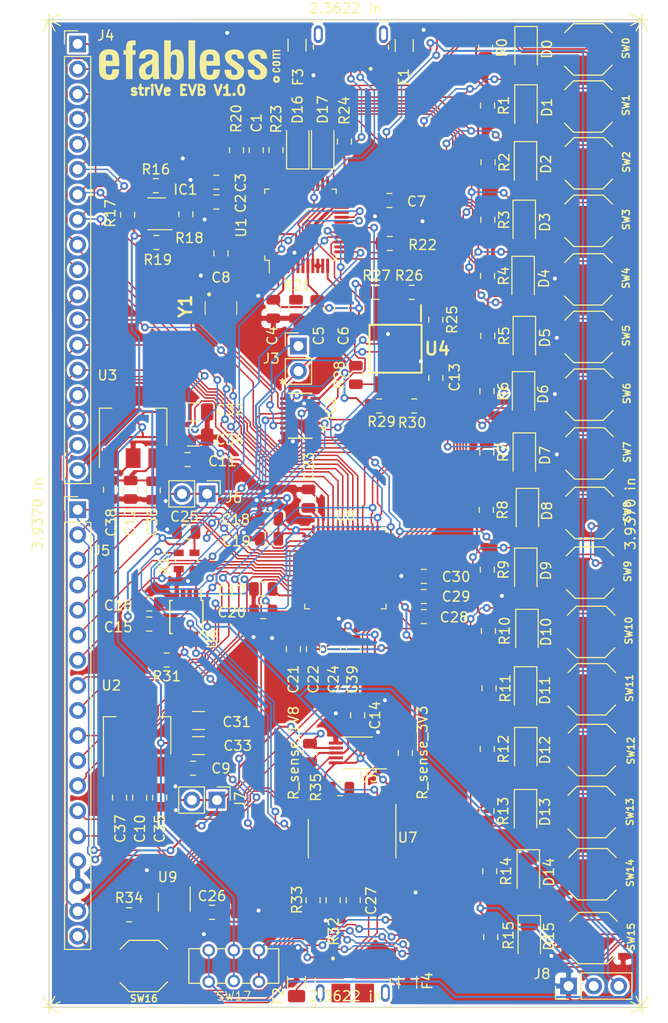
<source format=kicad_pcb>
(kicad_pcb (version 20171130) (host pcbnew "(5.1.5-0-10_14)")
  (layers (0 F.Cu signal) (31 B.Cu signal) (34 B.Paste user) (35 F.Paste user) (36 B.SilkS user) (37 F.SilkS user) (38 B.Mask user hide) (39 F.Mask user hide) (44 Edge.Cuts user))
  (net 0 "")
  (net 1 ~MR)
  (net 2 GND)
  (net 3 "Net-(C2-Pad2)")
  (net 4 "Net-(C3-Pad2)")
  (net 5 +3V3)
  (net 6 +5V)
  (net 7 +1V8)
  (net 8 STRIVE_1V8)
  (net 9 STRIVE_3V3)
  (net 10 "Net-(C27-Pad2)")
  (net 11 "Net-(D0-Pad2)")
  (net 12 GPIO0)
  (net 13 "Net-(D1-Pad2)")
  (net 14 GPIO1)
  (net 15 "Net-(D2-Pad2)")
  (net 16 GPIO2)
  (net 17 "Net-(D3-Pad2)")
  (net 18 GPIO3)
  (net 19 "Net-(D4-Pad2)")
  (net 20 GPIO4)
  (net 21 "Net-(D5-Pad2)")
  (net 22 GPIO5)
  (net 23 "Net-(D6-Pad2)")
  (net 24 GPIO6)
  (net 25 "Net-(D7-Pad2)")
  (net 26 GPIO7)
  (net 27 "Net-(D8-Pad2)")
  (net 28 GPIO8)
  (net 29 "Net-(D9-Pad2)")
  (net 30 GPIO9)
  (net 31 "Net-(D10-Pad2)")
  (net 32 GPIO10)
  (net 33 "Net-(D11-Pad2)")
  (net 34 GPIO11)
  (net 35 "Net-(D12-Pad2)")
  (net 36 GPIO12)
  (net 37 "Net-(D13-Pad2)")
  (net 38 GPIO13)
  (net 39 "Net-(D14-Pad2)")
  (net 40 GPIO14)
  (net 41 "Net-(D15-Pad2)")
  (net 42 GPIO15)
  (net 43 "Net-(D16-Pad2)")
  (net 44 "Net-(D16-Pad1)")
  (net 45 "Net-(D17-Pad2)")
  (net 46 "Net-(D17-Pad1)")
  (net 47 FTDI_D-)
  (net 48 MCP_D-)
  (net 49 FTDI_D+)
  (net 50 MCP_D+)
  (net 51 EECS)
  (net 52 EECLK)
  (net 53 "Net-(IC1-Pad3)")
  (net 54 EEDATA)
  (net 55 STRIVE_CSB)
  (net 56 TMUX_SEL)
  (net 57 STRIVE_SCK)
  (net 58 USB_SCK)
  (net 59 MEM_SCK)
  (net 60 STRIVE_D0)
  (net 61 USB_SO)
  (net 62 MEM_SI)
  (net 63 MEM_SO)
  (net 64 USB_SI)
  (net 65 MEM_CS)
  (net 66 USB_CS)
  (net 67 "Net-(J1-Pad6)")
  (net 68 "Net-(J1-Pad4)")
  (net 69 "Net-(J2-Pad6)")
  (net 70 "Net-(J2-Pad4)")
  (net 71 xi)
  (net 72 xo)
  (net 73 SPI_SCK)
  (net 74 SPI_CSB)
  (net 75 SPI_SDI)
  (net 76 SPI_SDO)
  (net 77 STRIVE_D1)
  (net 78 STRIVE_D2)
  (net 79 STRIVE_D3)
  (net 80 STRIVE_TX)
  (net 81 STRIVE_RX)
  (net 82 "Net-(R21-Pad2)")
  (net 83 MCP2221_GP3)
  (net 84 I2C_SCL)
  (net 85 I2C_SDA)
  (net 86 "Net-(U1-Pad31)")
  (net 87 "Net-(U1-Pad30)")
  (net 88 "Net-(U1-Pad29)")
  (net 89 "Net-(U1-Pad28)")
  (net 90 "Net-(U1-Pad25)")
  (net 91 "Net-(U1-Pad2)")
  (net 92 "Net-(U1-Pad1)")
  (net 93 CSA3V3)
  (net 94 CSA1V8)
  (net 95 xclk)
  (net 96 MCP2221_GP0)
  (net 97 "Net-(U8-Pad45)")
  (net 98 "Net-(U8-Pad41)")
  (net 99 "Net-(U8-Pad25)")
  (net 100 "Net-(U8-Pad24)")
  (net 101 "Net-(U8-Pad23)")
  (net 102 "Net-(U8-Pad22)")
  (net 103 "Net-(U8-Pad21)")
  (net 104 ~RST)
  (net 105 RST)
  (net 106 FTDI_5V)
  (net 107 MCP_5V)
  (net 108 "Net-(C1-Pad2)")
  (net 109 LED_CA)
  (net 110 "Net-(U1-Pad33)")
  (net 111 "Net-(U1-Pad32)")
  (net 112 "Net-(R35-Pad1)")
  (module striVe_foot_prints:logo (layer F.Cu) (at 147.066 46.228)
    (fp_text reference T1 hide)
    (fp_text value Logo hide)
    (fp_text user "striVe EVB V1.0" (at 0 2.921) (layer F.SilkS) (effects (font (thickness 0.25))))
  )
  (module Resistor_SMD:R_0805_2012Metric (layer F.Cu) (at 162.46 119.85 180)
    (fp_text reference R35 (at 2.45 0.13 90) (layer F.SilkS))
    (fp_text value 1k)
    (pad 2 smd roundrect (at 0.9375 0 180) (size 0.975 1.4) (layers F.Cu F.Paste F.Mask) (net 5 +3V3))
    (pad 1 smd roundrect (at -0.9375 0 180) (size 0.975 1.4) (layers F.Cu F.Paste F.Mask) (net 112 "Net-(R35-Pad1)"))
  )
  (module striVe_foot_prints:TMUX1574DYYR (layer F.Cu) (at 158.4198 82.0928)
    (fp_text reference IC2 (at 3.0802 -0.7928 90) (layer F.SilkS))
    (fp_text value TMUX1574DYYR)
    (fp_text user * (at -1.79705 -3.1978) (layer F.SilkS))
    (fp_text user * (at -1.79705 -3.1978) (layer F.SilkS))
    (pad 16 smd rect (at 1.54305 -1.749999) (size 0.9779 0.3048) (layers F.Cu F.Paste F.Mask) (net 5 +3V3))
    (pad 15 smd rect (at 1.54305 -1.25) (size 0.9779 0.3048) (layers F.Cu F.Paste F.Mask) (net 2 GND))
    (pad 14 smd rect (at 1.54305 -0.749998) (size 0.9779 0.3048) (layers F.Cu F.Paste F.Mask) (net 57 STRIVE_SCK))
    (pad 13 smd rect (at 1.54305 -0.25) (size 0.9779 0.3048) (layers F.Cu F.Paste F.Mask) (net 58 USB_SCK))
    (pad 12 smd rect (at 1.54305 0.25) (size 0.9779 0.3048) (layers F.Cu F.Paste F.Mask) (net 59 MEM_SCK))
    (pad 11 smd rect (at 1.54305 0.750001) (size 0.9779 0.3048) (layers F.Cu F.Paste F.Mask) (net 60 STRIVE_D0))
    (pad 10 smd rect (at 1.54305 1.25) (size 0.9779 0.3048) (layers F.Cu F.Paste F.Mask) (net 61 USB_SO))
    (pad 9 smd rect (at 1.54305 1.750002) (size 0.9779 0.3048) (layers F.Cu F.Paste F.Mask) (net 62 MEM_SI))
    (pad 8 smd rect (at -1.54305 1.749999) (size 0.9779 0.3048) (layers F.Cu F.Paste F.Mask) (net 2 GND))
    (pad 7 smd rect (at -1.54305 1.25) (size 0.9779 0.3048) (layers F.Cu F.Paste F.Mask) (net 63 MEM_SO))
    (pad 6 smd rect (at -1.54305 0.749998) (size 0.9779 0.3048) (layers F.Cu F.Paste F.Mask) (net 64 USB_SI))
    (pad 5 smd rect (at -1.54305 0.25) (size 0.9779 0.3048) (layers F.Cu F.Paste F.Mask) (net 77 STRIVE_D1))
    (pad 4 smd rect (at -1.54305 -0.25) (size 0.9779 0.3048) (layers F.Cu F.Paste F.Mask) (net 65 MEM_CS))
    (pad 3 smd rect (at -1.54305 -0.750001) (size 0.9779 0.3048) (layers F.Cu F.Paste F.Mask) (net 66 USB_CS))
    (pad 2 smd rect (at -1.54305 -1.25) (size 0.9779 0.3048) (layers F.Cu F.Paste F.Mask) (net 55 STRIVE_CSB))
    (pad 1 smd rect (at -1.54305 -1.750002) (size 0.9779 0.3048) (layers F.Cu F.Paste F.Mask) (net 56 TMUX_SEL))
  )
  (module striVe_foot_prints:DSC6001JE1A-010.0000 (layer F.Cu) (at 146.91868 96.79432)
    (fp_text reference X1 (at -2.31868 0.40568 90) (layer F.SilkS))
    (fp_text value DSC6001_10MHZ)
    (pad 4 smd rect (at 0.8001 -0.8255) (size 1.016 0.6604) (layers F.Cu F.Paste F.Mask) (net 5 +3V3))
    (pad 3 smd rect (at 0.8001 0.8255) (size 1.016 0.6604) (layers F.Cu F.Paste F.Mask) (net 95 xclk))
    (pad 2 smd rect (at -0.8001 0.8255) (size 1.016 0.6604) (layers F.Cu F.Paste F.Mask) (net 2 GND))
    (pad 1 smd rect (at -0.8001 -0.8255) (size 1.016 0.6604) (layers F.Cu F.Paste F.Mask) (net 96 MCP2221_GP0))
  )
  (module striVe_foot_prints:SW6-2.54-9.0X3.5X3.2+2.0MM (layer F.Cu) (at 151.7 137.8 180)
    (fp_text reference SW17 (at 0 -3.048) (layer F.SilkS) (effects (font (size 0.889 0.889) (thickness 0.1016))))
    (fp_text value "SMD-TOGGLE-SWITCH - MS-22D18 G2 ROHS")
    (pad COM2 thru_hole circle (at 0 -1.524 180) (size 1.27 1.27) (drill 0.8128) (layers *.Cu *.Mask) (net 6 +5V))
    (pad COM1 thru_hole circle (at 0 1.59766 180) (size 1.27 1.27) (drill 0.8128) (layers *.Cu *.Mask) (net 6 +5V))
    (pad CH2B thru_hole circle (at 2.54 -1.59766 180) (size 1.27 1.27) (drill 0.8128) (layers *.Cu *.Mask) (net 106 FTDI_5V))
    (pad CH2A thru_hole circle (at -2.54 -1.59766 180) (size 1.27 1.27) (drill 0.8128) (layers *.Cu *.Mask) (net 107 MCP_5V))
    (pad CH1B thru_hole circle (at 2.54 1.59766 180) (size 1.27 1.27) (drill 0.8128) (layers *.Cu *.Mask) (net 106 FTDI_5V))
    (pad CH1A thru_hole circle (at -2.54 1.59766 180) (size 1.27 1.27) (drill 0.8128) (layers *.Cu *.Mask) (net 107 MCP_5V))
  )
  (module striVe_foot_prints:SW4-SMD-5.2X5.2X1.5MM (layer F.Cu) (at 188.1096 134.969809 180)
    (fp_text reference SW15 (at -3.81 0.127 270) (layer F.SilkS) (effects (font (size 0.701109 0.701109))))
    (fp_text value "SW_Push - SKQGADE010")
    (pad 1 smd rect (at 3 1.85 180) (size 1 0.7) (layers F.Cu F.Paste F.Mask) (net 42 GPIO15))
    (pad 1 smd rect (at -3 1.85 180) (size 1 0.7) (layers F.Cu F.Paste F.Mask) (net 42 GPIO15))
    (pad 2 smd rect (at 3 -1.85 180) (size 1 0.7) (layers F.Cu F.Paste F.Mask) (net 2 GND))
    (pad 2 smd rect (at -3 -1.85 180) (size 1 0.7) (layers F.Cu F.Paste F.Mask) (net 2 GND))
  )
  (module striVe_foot_prints:SW4-SMD-5.2X5.2X1.5MM (layer F.Cu) (at 142.6 137.8 180)
    (fp_text reference SW16 (at 0 -3.3) (layer F.SilkS) (effects (font (size 0.701109 0.701109))))
    (fp_text value "SW_Push - SKQGADE010")
    (pad 1 smd rect (at 3 1.85 180) (size 1 0.7) (layers F.Cu F.Paste F.Mask) (net 1 ~MR))
    (pad 1 smd rect (at -3 1.85 180) (size 1 0.7) (layers F.Cu F.Paste F.Mask) (net 1 ~MR))
    (pad 2 smd rect (at 3 -1.85 180) (size 1 0.7) (layers F.Cu F.Paste F.Mask) (net 2 GND))
    (pad 2 smd rect (at -3 -1.85 180) (size 1 0.7) (layers F.Cu F.Paste F.Mask) (net 2 GND))
  )
  (module striVe_foot_prints:SW4-SMD-5.2X5.2X1.5MM (layer F.Cu) (at 188.01 128.51 180)
    (fp_text reference SW14 (at -3.81 0.127 270) (layer F.SilkS) (effects (font (size 0.701109 0.701109))))
    (fp_text value "SW_Push - SKQGADE010")
    (pad 1 smd rect (at 3 1.85 180) (size 1 0.7) (layers F.Cu F.Paste F.Mask) (net 40 GPIO14))
    (pad 1 smd rect (at -3 1.85 180) (size 1 0.7) (layers F.Cu F.Paste F.Mask) (net 40 GPIO14))
    (pad 2 smd rect (at 3 -1.85 180) (size 1 0.7) (layers F.Cu F.Paste F.Mask) (net 2 GND))
    (pad 2 smd rect (at -3 -1.85 180) (size 1 0.7) (layers F.Cu F.Paste F.Mask) (net 2 GND))
  )
  (module striVe_foot_prints:SW4-SMD-5.2X5.2X1.5MM (layer F.Cu) (at 187.92489 122.217103 180)
    (fp_text reference SW13 (at -3.87511 0.017103 270) (layer F.SilkS) (effects (font (size 0.701109 0.701109))))
    (fp_text value "SW_Push - SKQGADE010")
    (pad 1 smd rect (at 3 1.85 180) (size 1 0.7) (layers F.Cu F.Paste F.Mask) (net 38 GPIO13))
    (pad 1 smd rect (at -3 1.85 180) (size 1 0.7) (layers F.Cu F.Paste F.Mask) (net 38 GPIO13))
    (pad 2 smd rect (at 3 -1.85 180) (size 1 0.7) (layers F.Cu F.Paste F.Mask) (net 2 GND))
    (pad 2 smd rect (at -3 -1.85 180) (size 1 0.7) (layers F.Cu F.Paste F.Mask) (net 2 GND))
  )
  (module striVe_foot_prints:SW4-SMD-5.2X5.2X1.5MM (layer F.Cu) (at 187.954092 115.930049 180)
    (fp_text reference SW12 (at -3.945908 -0.069951 270) (layer F.SilkS) (effects (font (size 0.701109 0.701109))))
    (fp_text value "SW_Push - SKQGADE010")
    (pad 1 smd rect (at 3 1.85 180) (size 1 0.7) (layers F.Cu F.Paste F.Mask) (net 36 GPIO12))
    (pad 1 smd rect (at -3 1.85 180) (size 1 0.7) (layers F.Cu F.Paste F.Mask) (net 36 GPIO12))
    (pad 2 smd rect (at 3 -1.85 180) (size 1 0.7) (layers F.Cu F.Paste F.Mask) (net 2 GND))
    (pad 2 smd rect (at -3 -1.85 180) (size 1 0.7) (layers F.Cu F.Paste F.Mask) (net 2 GND))
  )
  (module striVe_foot_prints:SW4-SMD-5.2X5.2X1.5MM (layer F.Cu) (at 187.936793 109.786284 180)
    (fp_text reference SW11 (at -3.81 0.127 270) (layer F.SilkS) (effects (font (size 0.701109 0.701109))))
    (fp_text value "SW_Push - SKQGADE010")
    (pad 1 smd rect (at 3 1.85 180) (size 1 0.7) (layers F.Cu F.Paste F.Mask) (net 34 GPIO11))
    (pad 1 smd rect (at -3 1.85 180) (size 1 0.7) (layers F.Cu F.Paste F.Mask) (net 34 GPIO11))
    (pad 2 smd rect (at 3 -1.85 180) (size 1 0.7) (layers F.Cu F.Paste F.Mask) (net 2 GND))
    (pad 2 smd rect (at -3 -1.85 180) (size 1 0.7) (layers F.Cu F.Paste F.Mask) (net 2 GND))
  )
  (module striVe_foot_prints:SW4-SMD-5.2X5.2X1.5MM (layer F.Cu) (at 187.873596 103.974769 180)
    (fp_text reference SW10 (at -3.81 0.127 270) (layer F.SilkS) (effects (font (size 0.701109 0.701109))))
    (fp_text value "SW_Push - SKQGADE010")
    (pad 1 smd rect (at 3 1.85 180) (size 1 0.7) (layers F.Cu F.Paste F.Mask) (net 32 GPIO10))
    (pad 1 smd rect (at -3 1.85 180) (size 1 0.7) (layers F.Cu F.Paste F.Mask) (net 32 GPIO10))
    (pad 2 smd rect (at 3 -1.85 180) (size 1 0.7) (layers F.Cu F.Paste F.Mask) (net 2 GND))
    (pad 2 smd rect (at -3 -1.85 180) (size 1 0.7) (layers F.Cu F.Paste F.Mask) (net 2 GND))
  )
  (module striVe_foot_prints:SW4-SMD-5.2X5.2X1.5MM (layer F.Cu) (at 187.756076 97.975186 180)
    (fp_text reference SW9 (at -3.81 0.127 270) (layer F.SilkS) (effects (font (size 0.701109 0.701109))))
    (fp_text value "SW_Push - SKQGADE010")
    (pad 1 smd rect (at 3 1.85 180) (size 1 0.7) (layers F.Cu F.Paste F.Mask) (net 30 GPIO9))
    (pad 1 smd rect (at -3 1.85 180) (size 1 0.7) (layers F.Cu F.Paste F.Mask) (net 30 GPIO9))
    (pad 2 smd rect (at 3 -1.85 180) (size 1 0.7) (layers F.Cu F.Paste F.Mask) (net 2 GND))
    (pad 2 smd rect (at -3 -1.85 180) (size 1 0.7) (layers F.Cu F.Paste F.Mask) (net 2 GND))
  )
  (module striVe_foot_prints:SW4-SMD-5.2X5.2X1.5MM (layer F.Cu) (at 187.720008 91.928446 180)
    (fp_text reference SW8 (at -3.81 0.127 270) (layer F.SilkS) (effects (font (size 0.701109 0.701109))))
    (fp_text value "SW_Push - SKQGADE010")
    (pad 1 smd rect (at 3 1.85 180) (size 1 0.7) (layers F.Cu F.Paste F.Mask) (net 28 GPIO8))
    (pad 1 smd rect (at -3 1.85 180) (size 1 0.7) (layers F.Cu F.Paste F.Mask) (net 28 GPIO8))
    (pad 2 smd rect (at 3 -1.85 180) (size 1 0.7) (layers F.Cu F.Paste F.Mask) (net 2 GND))
    (pad 2 smd rect (at -3 -1.85 180) (size 1 0.7) (layers F.Cu F.Paste F.Mask) (net 2 GND))
  )
  (module striVe_foot_prints:SW4-SMD-5.2X5.2X1.5MM (layer F.Cu) (at 187.71 85.91 180)
    (fp_text reference SW7 (at -3.81 0.127 270) (layer F.SilkS) (effects (font (size 0.701109 0.701109))))
    (fp_text value "SW_Push - SKQGADE010")
    (pad 1 smd rect (at 3 1.85 180) (size 1 0.7) (layers F.Cu F.Paste F.Mask) (net 26 GPIO7))
    (pad 1 smd rect (at -3 1.85 180) (size 1 0.7) (layers F.Cu F.Paste F.Mask) (net 26 GPIO7))
    (pad 2 smd rect (at 3 -1.85 180) (size 1 0.7) (layers F.Cu F.Paste F.Mask) (net 2 GND))
    (pad 2 smd rect (at -3 -1.85 180) (size 1 0.7) (layers F.Cu F.Paste F.Mask) (net 2 GND))
  )
  (module striVe_foot_prints:SW4-SMD-5.2X5.2X1.5MM (layer F.Cu) (at 187.675721 79.959678 180)
    (fp_text reference SW6 (at -3.81 0.127 270) (layer F.SilkS) (effects (font (size 0.701109 0.701109))))
    (fp_text value "SW_Push - SKQGADE010")
    (pad 1 smd rect (at 3 1.85 180) (size 1 0.7) (layers F.Cu F.Paste F.Mask) (net 24 GPIO6))
    (pad 1 smd rect (at -3 1.85 180) (size 1 0.7) (layers F.Cu F.Paste F.Mask) (net 24 GPIO6))
    (pad 2 smd rect (at 3 -1.85 180) (size 1 0.7) (layers F.Cu F.Paste F.Mask) (net 2 GND))
    (pad 2 smd rect (at -3 -1.85 180) (size 1 0.7) (layers F.Cu F.Paste F.Mask) (net 2 GND))
  )
  (module striVe_foot_prints:SW4-SMD-5.2X5.2X1.5MM (layer F.Cu) (at 187.61 74.11 180)
    (fp_text reference SW5 (at -3.81 0.127 270) (layer F.SilkS) (effects (font (size 0.701109 0.701109))))
    (fp_text value "SW_Push - SKQGADE010")
    (pad 1 smd rect (at 3 1.85 180) (size 1 0.7) (layers F.Cu F.Paste F.Mask) (net 22 GPIO5))
    (pad 1 smd rect (at -3 1.85 180) (size 1 0.7) (layers F.Cu F.Paste F.Mask) (net 22 GPIO5))
    (pad 2 smd rect (at 3 -1.85 180) (size 1 0.7) (layers F.Cu F.Paste F.Mask) (net 2 GND))
    (pad 2 smd rect (at -3 -1.85 180) (size 1 0.7) (layers F.Cu F.Paste F.Mask) (net 2 GND))
  )
  (module striVe_foot_prints:SW4-SMD-5.2X5.2X1.5MM (layer F.Cu) (at 187.585 68.285 180)
    (fp_text reference SW4 (at -3.81 0.127 270) (layer F.SilkS) (effects (font (size 0.701109 0.701109))))
    (fp_text value "SW_Push - SKQGADE010")
    (pad 1 smd rect (at 3 1.85 180) (size 1 0.7) (layers F.Cu F.Paste F.Mask) (net 20 GPIO4))
    (pad 1 smd rect (at -3 1.85 180) (size 1 0.7) (layers F.Cu F.Paste F.Mask) (net 20 GPIO4))
    (pad 2 smd rect (at 3 -1.85 180) (size 1 0.7) (layers F.Cu F.Paste F.Mask) (net 2 GND))
    (pad 2 smd rect (at -3 -1.85 180) (size 1 0.7) (layers F.Cu F.Paste F.Mask) (net 2 GND))
  )
  (module striVe_foot_prints:SW4-SMD-5.2X5.2X1.5MM (layer F.Cu) (at 187.61 62.36 180)
    (fp_text reference SW3 (at -3.81 0.127 270) (layer F.SilkS) (effects (font (size 0.701109 0.701109))))
    (fp_text value "SW_Push - SKQGADE010")
    (pad 1 smd rect (at 3 1.85 180) (size 1 0.7) (layers F.Cu F.Paste F.Mask) (net 18 GPIO3))
    (pad 1 smd rect (at -3 1.85 180) (size 1 0.7) (layers F.Cu F.Paste F.Mask) (net 18 GPIO3))
    (pad 2 smd rect (at 3 -1.85 180) (size 1 0.7) (layers F.Cu F.Paste F.Mask) (net 2 GND))
    (pad 2 smd rect (at -3 -1.85 180) (size 1 0.7) (layers F.Cu F.Paste F.Mask) (net 2 GND))
  )
  (module striVe_foot_prints:SW4-SMD-5.2X5.2X1.5MM (layer F.Cu) (at 187.635 56.535 180)
    (fp_text reference SW2 (at -3.81 0.127 270) (layer F.SilkS) (effects (font (size 0.701109 0.701109))))
    (fp_text value "SW_Push - SKQGADE010")
    (pad 1 smd rect (at 3 1.85 180) (size 1 0.7) (layers F.Cu F.Paste F.Mask) (net 16 GPIO2))
    (pad 1 smd rect (at -3 1.85 180) (size 1 0.7) (layers F.Cu F.Paste F.Mask) (net 16 GPIO2))
    (pad 2 smd rect (at 3 -1.85 180) (size 1 0.7) (layers F.Cu F.Paste F.Mask) (net 2 GND))
    (pad 2 smd rect (at -3 -1.85 180) (size 1 0.7) (layers F.Cu F.Paste F.Mask) (net 2 GND))
  )
  (module striVe_foot_prints:SW4-SMD-5.2X5.2X1.5MM (layer F.Cu) (at 187.585 50.785 180)
    (fp_text reference SW1 (at -3.81 0.127 270) (layer F.SilkS) (effects (font (size 0.701109 0.701109))))
    (fp_text value "SW_Push - SKQGADE010")
    (pad 1 smd rect (at 3 1.85 180) (size 1 0.7) (layers F.Cu F.Paste F.Mask) (net 14 GPIO1))
    (pad 1 smd rect (at -3 1.85 180) (size 1 0.7) (layers F.Cu F.Paste F.Mask) (net 14 GPIO1))
    (pad 2 smd rect (at 3 -1.85 180) (size 1 0.7) (layers F.Cu F.Paste F.Mask) (net 2 GND))
    (pad 2 smd rect (at -3 -1.85 180) (size 1 0.7) (layers F.Cu F.Paste F.Mask) (net 2 GND))
  )
  (module striVe_foot_prints:SW4-SMD-5.2X5.2X1.5MM (layer F.Cu) (at 187.585 45.01 180)
    (fp_text reference SW0 (at -3.81 0.127 270) (layer F.SilkS) (effects (font (size 0.701109 0.701109))))
    (fp_text value "SW_Push - SKQGADE010")
    (pad 1 smd rect (at 3 1.85 180) (size 1 0.7) (layers F.Cu F.Paste F.Mask) (net 12 GPIO0))
    (pad 1 smd rect (at -3 1.85 180) (size 1 0.7) (layers F.Cu F.Paste F.Mask) (net 12 GPIO0))
    (pad 2 smd rect (at 3 -1.85 180) (size 1 0.7) (layers F.Cu F.Paste F.Mask) (net 2 GND))
    (pad 2 smd rect (at -3 -1.85 180) (size 1 0.7) (layers F.Cu F.Paste F.Mask) (net 2 GND))
  )
  (module striVe_foot_prints:CSTNE12M0GH5L000R0 (layer F.Cu) (at 150.4 71.2 180)
    (fp_text reference Y1 (at 3.6 0.2 90) (layer F.SilkS) (effects (font (size 1.27 1.27) (thickness 0.254))))
    (fp_text value CSTNE12M0GH5L000R0 hide)
    (pad 3 smd rect (at -1.2 0 180) (size 0.4 1.9) (layers F.Cu F.Paste F.Mask) (net 91 "Net-(U1-Pad2)"))
    (pad 2 smd rect (at 0 0 180) (size 0.4 1.9) (layers F.Cu F.Paste F.Mask) (net 2 GND))
    (pad 1 smd rect (at 1.2 0 180) (size 0.4 1.9) (layers F.Cu F.Paste F.Mask) (net 92 "Net-(U1-Pad1)"))
  )
  (module striVe_foot_prints:SOIC127P790X216-8N (layer F.Cu) (at 168.07 75.31 270)
    (fp_text reference U4 (at 0 -4.23 180) (layer F.SilkS) (effects (font (size 1.27 1.27) (thickness 0.254))))
    (fp_text value W25Q32FVSS hide)
    (pad 8 smd rect (at 3.6 -1.905) (size 0.65 1.65) (layers F.Cu F.Paste F.Mask) (net 5 +3V3))
    (pad 7 smd rect (at 3.6 -0.635) (size 0.65 1.65) (layers F.Cu F.Paste F.Mask) (net 79 STRIVE_D3))
    (pad 6 smd rect (at 3.6 0.635) (size 0.65 1.65) (layers F.Cu F.Paste F.Mask) (net 59 MEM_SCK))
    (pad 5 smd rect (at 3.6 1.905) (size 0.65 1.65) (layers F.Cu F.Paste F.Mask) (net 62 MEM_SI))
    (pad 4 smd rect (at -3.6 1.905) (size 0.65 1.65) (layers F.Cu F.Paste F.Mask) (net 2 GND))
    (pad 3 smd rect (at -3.6 0.635) (size 0.65 1.65) (layers F.Cu F.Paste F.Mask) (net 78 STRIVE_D2))
    (pad 2 smd rect (at -3.6 -0.635) (size 0.65 1.65) (layers F.Cu F.Paste F.Mask) (net 63 MEM_SO))
    (pad 1 smd rect (at -3.6 -1.905) (size 0.65 1.65) (layers F.Cu F.Paste F.Mask) (net 65 MEM_CS))
  )
  (module striVe_foot_prints:FCI_10118193-0001LF (layer F.Cu) (at 163.741755 140.534488)
    (fp_text reference J2 (at -0.67941 -4.48892) (layer F.SilkS) (effects (font (thickness 0.015))))
    (fp_text value "USB_B_Micro - 10118193-0001LF")
    (pad S6 thru_hole oval (at 3.3 0) (size 0.9 1.8) (drill oval 0.5 1.2) (layers *.Cu *.Mask))
    (pad S5 thru_hole oval (at -3.3 0) (size 0.9 1.8) (drill oval 0.5 1.2) (layers *.Cu *.Mask))
    (pad None np_thru_hole circle (at 3.3 0) (size 0.5 0.5) (drill 0.5) (layers *.Cu *.Mask))
    (pad None np_thru_hole circle (at -3.3 0) (size 0.5 0.5) (drill 0.5) (layers *.Cu *.Mask))
    (pad S3 smd rect (at 1.2 0) (size 1.9 1.9) (layers F.Cu F.Paste F.Mask))
    (pad S4 smd rect (at -1.2 0) (size 1.9 1.9) (layers F.Cu F.Paste F.Mask))
    (pad S2 smd rect (at 3.2 -2.45) (size 1.6 1.4) (layers F.Cu F.Paste F.Mask))
    (pad 6 smd rect (at -3.2 -2.45) (size 1.6 1.4) (layers F.Cu F.Paste F.Mask) (net 69 "Net-(J2-Pad6)"))
    (pad 5 smd rect (at 1.3 -2.675) (size 0.4 1.35) (layers F.Cu F.Paste F.Mask) (net 2 GND))
    (pad 4 smd rect (at 0.65 -2.675) (size 0.4 1.35) (layers F.Cu F.Paste F.Mask) (net 70 "Net-(J2-Pad4)"))
    (pad 3 smd rect (at 0 -2.675) (size 0.4 1.35) (layers F.Cu F.Paste F.Mask) (net 50 MCP_D+))
    (pad 2 smd rect (at -0.65 -2.675) (size 0.4 1.35) (layers F.Cu F.Paste F.Mask) (net 48 MCP_D-))
    (pad 1 smd rect (at -1.3 -2.675) (size 0.4 1.35) (layers F.Cu F.Paste F.Mask) (net 107 MCP_5V))
  )
  (module striVe_foot_prints:FCI_10118193-0001LF (layer F.Cu) (at 163.553865 43.464967 180)
    (fp_text reference J1 (at -0.67941 -4.48892) (layer F.SilkS) (effects (font (thickness 0.015))))
    (fp_text value "USB_B_Micro - 10118193-0001LF")
    (pad S6 thru_hole oval (at 3.3 0 180) (size 0.9 1.8) (drill oval 0.5 1.2) (layers *.Cu *.Mask))
    (pad S5 thru_hole oval (at -3.3 0 180) (size 0.9 1.8) (drill oval 0.5 1.2) (layers *.Cu *.Mask))
    (pad None np_thru_hole circle (at 3.3 0 180) (size 0.5 0.5) (drill 0.5) (layers *.Cu *.Mask))
    (pad None np_thru_hole circle (at -3.3 0 180) (size 0.5 0.5) (drill 0.5) (layers *.Cu *.Mask))
    (pad S3 smd rect (at 1.2 0 180) (size 1.9 1.9) (layers F.Cu F.Paste F.Mask))
    (pad S4 smd rect (at -1.2 0 180) (size 1.9 1.9) (layers F.Cu F.Paste F.Mask))
    (pad S2 smd rect (at 3.2 -2.45 180) (size 1.6 1.4) (layers F.Cu F.Paste F.Mask))
    (pad 6 smd rect (at -3.2 -2.45 180) (size 1.6 1.4) (layers F.Cu F.Paste F.Mask) (net 67 "Net-(J1-Pad6)"))
    (pad 5 smd rect (at 1.3 -2.675 180) (size 0.4 1.35) (layers F.Cu F.Paste F.Mask) (net 2 GND))
    (pad 4 smd rect (at 0.65 -2.675 180) (size 0.4 1.35) (layers F.Cu F.Paste F.Mask) (net 68 "Net-(J1-Pad4)"))
    (pad 3 smd rect (at 0 -2.675 180) (size 0.4 1.35) (layers F.Cu F.Paste F.Mask) (net 49 FTDI_D+))
    (pad 2 smd rect (at -0.65 -2.675 180) (size 0.4 1.35) (layers F.Cu F.Paste F.Mask) (net 47 FTDI_D-))
    (pad 1 smd rect (at -1.3 -2.675 180) (size 0.4 1.35) (layers F.Cu F.Paste F.Mask) (net 106 FTDI_5V))
  )
  (module Connector_PinHeader_2.54mm:PinHeader_1x03_P2.54mm_Vertical (layer F.Cu) (at 185.5851 139.827 90)
    (fp_text reference J8 (at 1.227 -2.6851 180) (layer F.SilkS))
    (fp_text value Conn_01x03_Male)
    (pad 3 thru_hole oval (at 0 5.08 90) (size 1.7 1.7) (drill 1) (layers *.Cu *.Mask) (net 5 +3V3))
    (pad 2 thru_hole oval (at 0 2.54 90) (size 1.7 1.7) (drill 1) (layers *.Cu *.Mask) (net 109 LED_CA))
    (pad 1 thru_hole rect (at 0 0 90) (size 1.7 1.7) (drill 1) (layers *.Cu *.Mask) (net 2 GND))
  )
  (module Package_QFP:LQFP-48_7x7mm_P0.5mm (layer F.Cu) (at 158.45 62.75 90)
    (fp_text reference U1 (at -0.3 -6 270) (layer F.SilkS))
    (fp_text value FT232H)
    (pad 48 smd roundrect (at -2.75 -4.1625 90) (size 0.3 1.475) (layers F.Cu F.Paste F.Mask) (net 2 GND))
    (pad 47 smd roundrect (at -2.25 -4.1625 90) (size 0.3 1.475) (layers F.Cu F.Paste F.Mask) (net 2 GND))
    (pad 46 smd roundrect (at -1.75 -4.1625 90) (size 0.3 1.475) (layers F.Cu F.Paste F.Mask) (net 5 +3V3))
    (pad 45 smd roundrect (at -1.25 -4.1625 90) (size 0.3 1.475) (layers F.Cu F.Paste F.Mask) (net 51 EECS))
    (pad 44 smd roundrect (at -0.75 -4.1625 90) (size 0.3 1.475) (layers F.Cu F.Paste F.Mask) (net 52 EECLK))
    (pad 43 smd roundrect (at -0.25 -4.1625 90) (size 0.3 1.475) (layers F.Cu F.Paste F.Mask) (net 54 EEDATA))
    (pad 42 smd roundrect (at 0.25 -4.1625 90) (size 0.3 1.475) (layers F.Cu F.Paste F.Mask) (net 2 GND))
    (pad 41 smd roundrect (at 0.75 -4.1625 90) (size 0.3 1.475) (layers F.Cu F.Paste F.Mask) (net 2 GND))
    (pad 40 smd roundrect (at 1.25 -4.1625 90) (size 0.3 1.475) (layers F.Cu F.Paste F.Mask) (net 5 +3V3))
    (pad 39 smd roundrect (at 1.75 -4.1625 90) (size 0.3 1.475) (layers F.Cu F.Paste F.Mask) (net 5 +3V3))
    (pad 38 smd roundrect (at 2.25 -4.1625 90) (size 0.3 1.475) (layers F.Cu F.Paste F.Mask) (net 3 "Net-(C2-Pad2)"))
    (pad 37 smd roundrect (at 2.75 -4.1625 90) (size 0.3 1.475) (layers F.Cu F.Paste F.Mask) (net 4 "Net-(C3-Pad2)"))
    (pad 36 smd roundrect (at 4.1625 -2.75 90) (size 1.475 0.3) (layers F.Cu F.Paste F.Mask) (net 2 GND))
    (pad 35 smd roundrect (at 4.1625 -2.25 90) (size 1.475 0.3) (layers F.Cu F.Paste F.Mask) (net 2 GND))
    (pad 34 smd roundrect (at 4.1625 -1.75 90) (size 1.475 0.3) (layers F.Cu F.Paste F.Mask) (net 108 "Net-(C1-Pad2)"))
    (pad 33 smd roundrect (at 4.1625 -1.25 90) (size 1.475 0.3) (layers F.Cu F.Paste F.Mask) (net 110 "Net-(U1-Pad33)"))
    (pad 32 smd roundrect (at 4.1625 -0.75 90) (size 1.475 0.3) (layers F.Cu F.Paste F.Mask) (net 111 "Net-(U1-Pad32)"))
    (pad 31 smd roundrect (at 4.1625 -0.25 90) (size 1.475 0.3) (layers F.Cu F.Paste F.Mask) (net 86 "Net-(U1-Pad31)"))
    (pad 30 smd roundrect (at 4.1625 0.25 90) (size 1.475 0.3) (layers F.Cu F.Paste F.Mask) (net 87 "Net-(U1-Pad30)"))
    (pad 29 smd roundrect (at 4.1625 0.75 90) (size 1.475 0.3) (layers F.Cu F.Paste F.Mask) (net 88 "Net-(U1-Pad29)"))
    (pad 28 smd roundrect (at 4.1625 1.25 90) (size 1.475 0.3) (layers F.Cu F.Paste F.Mask) (net 89 "Net-(U1-Pad28)"))
    (pad 27 smd roundrect (at 4.1625 1.75 90) (size 1.475 0.3) (layers F.Cu F.Paste F.Mask) (net 44 "Net-(D16-Pad1)"))
    (pad 26 smd roundrect (at 4.1625 2.25 90) (size 1.475 0.3) (layers F.Cu F.Paste F.Mask) (net 46 "Net-(D17-Pad1)"))
    (pad 25 smd roundrect (at 4.1625 2.75 90) (size 1.475 0.3) (layers F.Cu F.Paste F.Mask) (net 90 "Net-(U1-Pad25)"))
    (pad 24 smd roundrect (at 2.75 4.1625 90) (size 0.3 1.475) (layers F.Cu F.Paste F.Mask) (net 5 +3V3))
    (pad 23 smd roundrect (at 2.25 4.1625 90) (size 0.3 1.475) (layers F.Cu F.Paste F.Mask) (net 2 GND))
    (pad 22 smd roundrect (at 1.75 4.1625 90) (size 0.3 1.475) (layers F.Cu F.Paste F.Mask) (net 2 GND))
    (pad 21 smd roundrect (at 1.25 4.1625 90) (size 0.3 1.475) (layers F.Cu F.Paste F.Mask) (net 56 TMUX_SEL))
    (pad 20 smd roundrect (at 0.75 4.1625 90) (size 0.3 1.475) (layers F.Cu F.Paste F.Mask) (net 66 USB_CS))
    (pad 19 smd roundrect (at 0.25 4.1625 90) (size 0.3 1.475) (layers F.Cu F.Paste F.Mask) (net 64 USB_SI))
    (pad 18 smd roundrect (at -0.25 4.1625 90) (size 0.3 1.475) (layers F.Cu F.Paste F.Mask) (net 61 USB_SO))
    (pad 17 smd roundrect (at -0.75 4.1625 90) (size 0.3 1.475) (layers F.Cu F.Paste F.Mask) (net 58 USB_SCK))
    (pad 16 smd roundrect (at -1.25 4.1625 90) (size 0.3 1.475) (layers F.Cu F.Paste F.Mask) (net 74 SPI_CSB))
    (pad 15 smd roundrect (at -1.75 4.1625 90) (size 0.3 1.475) (layers F.Cu F.Paste F.Mask) (net 76 SPI_SDO))
    (pad 14 smd roundrect (at -2.25 4.1625 90) (size 0.3 1.475) (layers F.Cu F.Paste F.Mask) (net 75 SPI_SDI))
    (pad 13 smd roundrect (at -2.75 4.1625 90) (size 0.3 1.475) (layers F.Cu F.Paste F.Mask) (net 73 SPI_SCK))
    (pad 12 smd roundrect (at -4.1625 2.75 90) (size 1.475 0.3) (layers F.Cu F.Paste F.Mask) (net 5 +3V3))
    (pad 11 smd roundrect (at -4.1625 2.25 90) (size 1.475 0.3) (layers F.Cu F.Paste F.Mask) (net 2 GND))
    (pad 10 smd roundrect (at -4.1625 1.75 90) (size 1.475 0.3) (layers F.Cu F.Paste F.Mask) (net 2 GND))
    (pad 9 smd roundrect (at -4.1625 1.25 90) (size 1.475 0.3) (layers F.Cu F.Paste F.Mask) (net 2 GND))
    (pad 8 smd roundrect (at -4.1625 0.75 90) (size 1.475 0.3) (layers F.Cu F.Paste F.Mask) (net 5 +3V3))
    (pad 7 smd roundrect (at -4.1625 0.25 90) (size 1.475 0.3) (layers F.Cu F.Paste F.Mask) (net 49 FTDI_D+))
    (pad 6 smd roundrect (at -4.1625 -0.25 90) (size 1.475 0.3) (layers F.Cu F.Paste F.Mask) (net 47 FTDI_D-))
    (pad 5 smd roundrect (at -4.1625 -0.75 90) (size 1.475 0.3) (layers F.Cu F.Paste F.Mask) (net 82 "Net-(R21-Pad2)"))
    (pad 4 smd roundrect (at -4.1625 -1.25 90) (size 1.475 0.3) (layers F.Cu F.Paste F.Mask) (net 2 GND))
    (pad 3 smd roundrect (at -4.1625 -1.75 90) (size 1.475 0.3) (layers F.Cu F.Paste F.Mask) (net 5 +3V3))
    (pad 2 smd roundrect (at -4.1625 -2.25 90) (size 1.475 0.3) (layers F.Cu F.Paste F.Mask) (net 91 "Net-(U1-Pad2)"))
    (pad 1 smd roundrect (at -4.1625 -2.75 90) (size 1.475 0.3) (layers F.Cu F.Paste F.Mask) (net 92 "Net-(U1-Pad1)"))
  )
  (module Connector_PinHeader_2.54mm:PinHeader_1x18_P2.54mm_Vertical (layer F.Cu) (at 135.89 44.45)
    (fp_text reference J4 (at 2.86 -0.85) (layer F.SilkS))
    (fp_text value Conn_01x18_Female)
    (pad 18 thru_hole oval (at 0 43.18) (size 1.7 1.7) (drill 1) (layers *.Cu *.Mask) (net 5 +3V3))
    (pad 17 thru_hole oval (at 0 40.64) (size 1.7 1.7) (drill 1) (layers *.Cu *.Mask) (net 7 +1V8))
    (pad 16 thru_hole oval (at 0 38.1) (size 1.7 1.7) (drill 1) (layers *.Cu *.Mask) (net 42 GPIO15))
    (pad 15 thru_hole oval (at 0 35.56) (size 1.7 1.7) (drill 1) (layers *.Cu *.Mask) (net 40 GPIO14))
    (pad 14 thru_hole oval (at 0 33.02) (size 1.7 1.7) (drill 1) (layers *.Cu *.Mask) (net 38 GPIO13))
    (pad 13 thru_hole oval (at 0 30.48) (size 1.7 1.7) (drill 1) (layers *.Cu *.Mask) (net 36 GPIO12))
    (pad 12 thru_hole oval (at 0 27.94) (size 1.7 1.7) (drill 1) (layers *.Cu *.Mask) (net 34 GPIO11))
    (pad 11 thru_hole oval (at 0 25.4) (size 1.7 1.7) (drill 1) (layers *.Cu *.Mask) (net 32 GPIO10))
    (pad 10 thru_hole oval (at 0 22.86) (size 1.7 1.7) (drill 1) (layers *.Cu *.Mask) (net 30 GPIO9))
    (pad 9 thru_hole oval (at 0 20.32) (size 1.7 1.7) (drill 1) (layers *.Cu *.Mask) (net 28 GPIO8))
    (pad 8 thru_hole oval (at 0 17.78) (size 1.7 1.7) (drill 1) (layers *.Cu *.Mask) (net 26 GPIO7))
    (pad 7 thru_hole oval (at 0 15.24) (size 1.7 1.7) (drill 1) (layers *.Cu *.Mask) (net 24 GPIO6))
    (pad 6 thru_hole oval (at 0 12.7) (size 1.7 1.7) (drill 1) (layers *.Cu *.Mask) (net 22 GPIO5))
    (pad 5 thru_hole oval (at 0 10.16) (size 1.7 1.7) (drill 1) (layers *.Cu *.Mask) (net 20 GPIO4))
    (pad 4 thru_hole oval (at 0 7.62) (size 1.7 1.7) (drill 1) (layers *.Cu *.Mask) (net 18 GPIO3))
    (pad 3 thru_hole oval (at 0 5.08) (size 1.7 1.7) (drill 1) (layers *.Cu *.Mask) (net 16 GPIO2))
    (pad 2 thru_hole oval (at 0 2.54) (size 1.7 1.7) (drill 1) (layers *.Cu *.Mask) (net 14 GPIO1))
    (pad 1 thru_hole rect (at 0 0) (size 1.7 1.7) (drill 1) (layers *.Cu *.Mask) (net 12 GPIO0))
  )
  (module Capacitor_SMD:C_0805_2012Metric (layer F.Cu) (at 163.80638 105.71988 270)
    (fp_text reference C39 (at 3.08012 0.10638 90) (layer F.SilkS))
    (fp_text value "0.1uf- CC0805KRX7R9BB104")
    (pad 2 smd roundrect (at 0.9375 0 270) (size 0.975 1.4) (layers F.Cu F.Paste F.Mask) (net 2 GND))
    (pad 1 smd roundrect (at -0.9375 0 270) (size 0.975 1.4) (layers F.Cu F.Paste F.Mask) (net 8 STRIVE_1V8))
  )
  (module Connector_PinHeader_2.54mm:PinHeader_1x02_P2.54mm_Vertical (layer F.Cu) (at 150 121 270)
    (fp_text reference J7 (at 0 -2.33 90) (layer F.SilkS))
    (fp_text value Conn_01x02_Male)
    (pad 2 thru_hole oval (at 0 2.54 270) (size 1.7 1.7) (drill 1) (layers *.Cu *.Mask) (net 7 +1V8))
    (pad 1 thru_hole rect (at 0 0 270) (size 1.7 1.7) (drill 1) (layers *.Cu *.Mask) (net 7 +1V8))
  )
  (module Connector_PinHeader_2.54mm:PinHeader_1x18_P2.54mm_Vertical (layer F.Cu) (at 135.90021 91.608463)
    (fp_text reference J5 (at 2.44979 4.141537) (layer F.SilkS))
    (fp_text value Conn_01x18_Female)
    (pad 18 thru_hole oval (at 0 43.18) (size 1.7 1.7) (drill 1) (layers *.Cu *.Mask) (net 5 +3V3))
    (pad 17 thru_hole oval (at 0 40.64) (size 1.7 1.7) (drill 1) (layers *.Cu *.Mask) (net 7 +1V8))
    (pad 16 thru_hole oval (at 0 38.1) (size 1.7 1.7) (drill 1) (layers *.Cu *.Mask) (net 2 GND))
    (pad 15 thru_hole oval (at 0 35.56) (size 1.7 1.7) (drill 1) (layers *.Cu *.Mask) (net 2 GND))
    (pad 14 thru_hole oval (at 0 33.02) (size 1.7 1.7) (drill 1) (layers *.Cu *.Mask) (net 71 xi))
    (pad 13 thru_hole oval (at 0 30.48) (size 1.7 1.7) (drill 1) (layers *.Cu *.Mask) (net 72 xo))
    (pad 12 thru_hole oval (at 0 27.94) (size 1.7 1.7) (drill 1) (layers *.Cu *.Mask) (net 74 SPI_CSB))
    (pad 11 thru_hole oval (at 0 25.4) (size 1.7 1.7) (drill 1) (layers *.Cu *.Mask) (net 75 SPI_SDI))
    (pad 10 thru_hole oval (at 0 22.86) (size 1.7 1.7) (drill 1) (layers *.Cu *.Mask) (net 76 SPI_SDO))
    (pad 9 thru_hole oval (at 0 20.32) (size 1.7 1.7) (drill 1) (layers *.Cu *.Mask) (net 73 SPI_SCK))
    (pad 8 thru_hole oval (at 0 17.78) (size 1.7 1.7) (drill 1) (layers *.Cu *.Mask) (net 55 STRIVE_CSB))
    (pad 7 thru_hole oval (at 0 15.24) (size 1.7 1.7) (drill 1) (layers *.Cu *.Mask) (net 57 STRIVE_SCK))
    (pad 6 thru_hole oval (at 0 12.7) (size 1.7 1.7) (drill 1) (layers *.Cu *.Mask) (net 60 STRIVE_D0))
    (pad 5 thru_hole oval (at 0 10.16) (size 1.7 1.7) (drill 1) (layers *.Cu *.Mask) (net 77 STRIVE_D1))
    (pad 4 thru_hole oval (at 0 7.62) (size 1.7 1.7) (drill 1) (layers *.Cu *.Mask) (net 78 STRIVE_D2))
    (pad 3 thru_hole oval (at 0 5.08) (size 1.7 1.7) (drill 1) (layers *.Cu *.Mask) (net 79 STRIVE_D3))
    (pad 2 thru_hole oval (at 0 2.54) (size 1.7 1.7) (drill 1) (layers *.Cu *.Mask) (net 80 STRIVE_TX))
    (pad 1 thru_hole rect (at 0 0) (size 1.7 1.7) (drill 1) (layers *.Cu *.Mask) (net 81 STRIVE_RX))
  )
  (module Connector_PinHeader_2.54mm:PinHeader_1x02_P2.54mm_Vertical (layer F.Cu) (at 149 90 270)
    (fp_text reference J6 (at 0.4 -2.7 180) (layer F.SilkS))
    (fp_text value Conn_01x02_Male)
    (pad 2 thru_hole oval (at 0 2.54 270) (size 1.7 1.7) (drill 1) (layers *.Cu *.Mask) (net 5 +3V3))
    (pad 1 thru_hole rect (at 0 0 270) (size 1.7 1.7) (drill 1) (layers *.Cu *.Mask) (net 5 +3V3))
  )
  (module Connector_PinHeader_2.54mm:PinHeader_1x02_P2.54mm_Vertical (layer F.Cu) (at 158.242 75.0316)
    (fp_text reference J3 (at -2.742 1.2684) (layer F.SilkS))
    (fp_text value Conn_01x02_Male)
    (pad 2 thru_hole oval (at 0 2.54) (size 1.7 1.7) (drill 1) (layers *.Cu *.Mask) (net 56 TMUX_SEL))
    (pad 1 thru_hole rect (at 0 0) (size 1.7 1.7) (drill 1) (layers *.Cu *.Mask) (net 5 +3V3))
  )
  (module Package_TO_SOT_SMD:SOT-23-5 (layer F.Cu) (at 145.678 131.346 270)
    (fp_text reference U9 (at -2.546 0.678 180) (layer F.SilkS))
    (fp_text value MCP1319)
    (pad 5 smd rect (at 1.1 -0.95 270) (size 1.06 0.65) (layers F.Cu F.Paste F.Mask) (net 5 +3V3))
    (pad 4 smd rect (at 1.1 0.95 270) (size 1.06 0.65) (layers F.Cu F.Paste F.Mask) (net 1 ~MR))
    (pad 3 smd rect (at -1.1 0.95 270) (size 1.06 0.65) (layers F.Cu F.Paste F.Mask) (net 105 RST))
    (pad 2 smd rect (at -1.1 0 270) (size 1.06 0.65) (layers F.Cu F.Paste F.Mask) (net 2 GND))
    (pad 1 smd rect (at -1.1 -0.95 270) (size 1.06 0.65) (layers F.Cu F.Paste F.Mask) (net 104 ~RST))
  )
  (module Package_DFN_QFN:QFN-56-1EP_8x8mm_P0.5mm_EP5.6x5.6mm (layer F.Cu) (at 162.998 97.53)
    (fp_text reference U8 (at 0 -5.32) (layer F.SilkS))
    (fp_text value striVe2_pkg_symbol)
    (pad 56 smd roundrect (at -3.25 -3.9375) (size 0.25 0.875) (layers F.Cu F.Paste F.Mask) (net 9 STRIVE_3V3))
    (pad 55 smd roundrect (at -2.75 -3.9375) (size 0.25 0.875) (layers F.Cu F.Paste F.Mask) (net 8 STRIVE_1V8))
    (pad 54 smd roundrect (at -2.25 -3.9375) (size 0.25 0.875) (layers F.Cu F.Paste F.Mask) (net 2 GND))
    (pad 53 smd roundrect (at -1.75 -3.9375) (size 0.25 0.875) (layers F.Cu F.Paste F.Mask) (net 28 GPIO8))
    (pad 52 smd roundrect (at -1.25 -3.9375) (size 0.25 0.875) (layers F.Cu F.Paste F.Mask) (net 26 GPIO7))
    (pad 51 smd roundrect (at -0.75 -3.9375) (size 0.25 0.875) (layers F.Cu F.Paste F.Mask) (net 24 GPIO6))
    (pad 50 smd roundrect (at -0.25 -3.9375) (size 0.25 0.875) (layers F.Cu F.Paste F.Mask) (net 22 GPIO5))
    (pad 49 smd roundrect (at 0.25 -3.9375) (size 0.25 0.875) (layers F.Cu F.Paste F.Mask) (net 42 GPIO15))
    (pad 48 smd roundrect (at 0.75 -3.9375) (size 0.25 0.875) (layers F.Cu F.Paste F.Mask) (net 40 GPIO14))
    (pad 47 smd roundrect (at 1.25 -3.9375) (size 0.25 0.875) (layers F.Cu F.Paste F.Mask) (net 38 GPIO13))
    (pad 46 smd roundrect (at 1.75 -3.9375) (size 0.25 0.875) (layers F.Cu F.Paste F.Mask) (net 36 GPIO12))
    (pad 45 smd roundrect (at 2.25 -3.9375) (size 0.25 0.875) (layers F.Cu F.Paste F.Mask) (net 97 "Net-(U8-Pad45)"))
    (pad 44 smd roundrect (at 2.75 -3.9375) (size 0.25 0.875) (layers F.Cu F.Paste F.Mask) (net 76 SPI_SDO))
    (pad 43 smd roundrect (at 3.25 -3.9375) (size 0.25 0.875) (layers F.Cu F.Paste F.Mask) (net 75 SPI_SDI))
    (pad 42 smd roundrect (at 3.9375 -3.25) (size 0.875 0.25) (layers F.Cu F.Paste F.Mask) (net 55 STRIVE_CSB))
    (pad 41 smd roundrect (at 3.9375 -2.75) (size 0.875 0.25) (layers F.Cu F.Paste F.Mask) (net 98 "Net-(U8-Pad41)"))
    (pad 40 smd roundrect (at 3.9375 -2.25) (size 0.875 0.25) (layers F.Cu F.Paste F.Mask) (net 34 GPIO11))
    (pad 39 smd roundrect (at 3.9375 -1.75) (size 0.875 0.25) (layers F.Cu F.Paste F.Mask) (net 12 GPIO0))
    (pad 38 smd roundrect (at 3.9375 -1.25) (size 0.875 0.25) (layers F.Cu F.Paste F.Mask) (net 14 GPIO1))
    (pad 37 smd roundrect (at 3.9375 -0.75) (size 0.875 0.25) (layers F.Cu F.Paste F.Mask) (net 16 GPIO2))
    (pad 36 smd roundrect (at 3.9375 -0.25) (size 0.875 0.25) (layers F.Cu F.Paste F.Mask) (net 18 GPIO3))
    (pad 35 smd roundrect (at 3.9375 0.25) (size 0.875 0.25) (layers F.Cu F.Paste F.Mask) (net 20 GPIO4))
    (pad 34 smd roundrect (at 3.9375 0.75) (size 0.875 0.25) (layers F.Cu F.Paste F.Mask) (net 2 GND))
    (pad 33 smd roundrect (at 3.9375 1.25) (size 0.875 0.25) (layers F.Cu F.Paste F.Mask) (net 2 GND))
    (pad 32 smd roundrect (at 3.9375 1.75) (size 0.875 0.25) (layers F.Cu F.Paste F.Mask) (net 8 STRIVE_1V8))
    (pad 31 smd roundrect (at 3.9375 2.25) (size 0.875 0.25) (layers F.Cu F.Paste F.Mask) (net 9 STRIVE_3V3))
    (pad 30 smd roundrect (at 3.9375 2.75) (size 0.875 0.25) (layers F.Cu F.Paste F.Mask) (net 9 STRIVE_3V3))
    (pad 29 smd roundrect (at 3.9375 3.25) (size 0.875 0.25) (layers F.Cu F.Paste F.Mask) (net 30 GPIO9))
    (pad 28 smd roundrect (at 3.25 3.9375) (size 0.25 0.875) (layers F.Cu F.Paste F.Mask) (net 32 GPIO10))
    (pad 27 smd roundrect (at 2.75 3.9375) (size 0.25 0.875) (layers F.Cu F.Paste F.Mask) (net 71 xi))
    (pad 26 smd roundrect (at 2.25 3.9375) (size 0.25 0.875) (layers F.Cu F.Paste F.Mask) (net 72 xo))
    (pad 25 smd roundrect (at 1.75 3.9375) (size 0.25 0.875) (layers F.Cu F.Paste F.Mask) (net 99 "Net-(U8-Pad25)"))
    (pad 24 smd roundrect (at 1.25 3.9375) (size 0.25 0.875) (layers F.Cu F.Paste F.Mask) (net 100 "Net-(U8-Pad24)"))
    (pad 23 smd roundrect (at 0.75 3.9375) (size 0.25 0.875) (layers F.Cu F.Paste F.Mask) (net 101 "Net-(U8-Pad23)"))
    (pad 22 smd roundrect (at 0.25 3.9375) (size 0.25 0.875) (layers F.Cu F.Paste F.Mask) (net 102 "Net-(U8-Pad22)"))
    (pad 21 smd roundrect (at -0.25 3.9375) (size 0.25 0.875) (layers F.Cu F.Paste F.Mask) (net 103 "Net-(U8-Pad21)"))
    (pad 20 smd roundrect (at -0.75 3.9375) (size 0.25 0.875) (layers F.Cu F.Paste F.Mask) (net 2 GND))
    (pad 19 smd roundrect (at -1.25 3.9375) (size 0.25 0.875) (layers F.Cu F.Paste F.Mask) (net 2 GND))
    (pad 18 smd roundrect (at -1.75 3.9375) (size 0.25 0.875) (layers F.Cu F.Paste F.Mask) (net 8 STRIVE_1V8))
    (pad 17 smd roundrect (at -2.25 3.9375) (size 0.25 0.875) (layers F.Cu F.Paste F.Mask) (net 9 STRIVE_3V3))
    (pad 16 smd roundrect (at -2.75 3.9375) (size 0.25 0.875) (layers F.Cu F.Paste F.Mask) (net 9 STRIVE_3V3))
    (pad 15 smd roundrect (at -3.25 3.9375) (size 0.25 0.875) (layers F.Cu F.Paste F.Mask) (net 9 STRIVE_3V3))
    (pad 14 smd roundrect (at -3.9375 3.25) (size 0.875 0.25) (layers F.Cu F.Paste F.Mask) (net 9 STRIVE_3V3))
    (pad 13 smd roundrect (at -3.9375 2.75) (size 0.875 0.25) (layers F.Cu F.Paste F.Mask) (net 8 STRIVE_1V8))
    (pad 12 smd roundrect (at -3.9375 2.25) (size 0.875 0.25) (layers F.Cu F.Paste F.Mask) (net 104 ~RST))
    (pad 11 smd roundrect (at -3.9375 1.75) (size 0.875 0.25) (layers F.Cu F.Paste F.Mask) (net 74 SPI_CSB))
    (pad 10 smd roundrect (at -3.9375 1.25) (size 0.875 0.25) (layers F.Cu F.Paste F.Mask) (net 73 SPI_SCK))
    (pad 9 smd roundrect (at -3.9375 0.75) (size 0.875 0.25) (layers F.Cu F.Paste F.Mask) (net 95 xclk))
    (pad 8 smd roundrect (at -3.9375 0.25) (size 0.875 0.25) (layers F.Cu F.Paste F.Mask) (net 57 STRIVE_SCK))
    (pad 7 smd roundrect (at -3.9375 -0.25) (size 0.875 0.25) (layers F.Cu F.Paste F.Mask) (net 60 STRIVE_D0))
    (pad 6 smd roundrect (at -3.9375 -0.75) (size 0.875 0.25) (layers F.Cu F.Paste F.Mask) (net 77 STRIVE_D1))
    (pad 5 smd roundrect (at -3.9375 -1.25) (size 0.875 0.25) (layers F.Cu F.Paste F.Mask) (net 78 STRIVE_D2))
    (pad 4 smd roundrect (at -3.9375 -1.75) (size 0.875 0.25) (layers F.Cu F.Paste F.Mask) (net 79 STRIVE_D3))
    (pad 3 smd roundrect (at -3.9375 -2.25) (size 0.875 0.25) (layers F.Cu F.Paste F.Mask) (net 80 STRIVE_TX))
    (pad 2 smd roundrect (at -3.9375 -2.75) (size 0.875 0.25) (layers F.Cu F.Paste F.Mask) (net 81 STRIVE_RX))
    (pad 1 smd roundrect (at -3.9375 -3.25) (size 0.875 0.25) (layers F.Cu F.Paste F.Mask) (net 9 STRIVE_3V3))
    (pad 57 smd roundrect (at 0 0) (size 5.6 5.6) (layers F.Cu F.Mask) (roundrect_rratio 0.044643) (net 2 GND))
  )
  (module Package_SO:SOIC-14_3.9x8.7mm_P1.27mm (layer F.Cu) (at 163.67402 124.90838 270)
    (fp_text reference U7 (at -0.10838 -5.62598 180) (layer F.SilkS))
    (fp_text value MCP2221A)
    (pad 14 smd roundrect (at 2.475 -3.81 270) (size 1.95 0.6) (layers F.Cu F.Paste F.Mask) (net 2 GND))
    (pad 13 smd roundrect (at 2.475 -2.54 270) (size 1.95 0.6) (layers F.Cu F.Paste F.Mask) (net 50 MCP_D+))
    (pad 12 smd roundrect (at 2.475 -1.27 270) (size 1.95 0.6) (layers F.Cu F.Paste F.Mask) (net 48 MCP_D-))
    (pad 11 smd roundrect (at 2.475 0 270) (size 1.95 0.6) (layers F.Cu F.Paste F.Mask) (net 10 "Net-(C27-Pad2)"))
    (pad 10 smd roundrect (at 2.475 1.27 270) (size 1.95 0.6) (layers F.Cu F.Paste F.Mask) (net 84 I2C_SCL))
    (pad 9 smd roundrect (at 2.475 2.54 270) (size 1.95 0.6) (layers F.Cu F.Paste F.Mask) (net 85 I2C_SDA))
    (pad 8 smd roundrect (at 2.475 3.81 270) (size 1.95 0.6) (layers F.Cu F.Paste F.Mask) (net 83 MCP2221_GP3))
    (pad 7 smd roundrect (at -2.475 3.81 270) (size 1.95 0.6) (layers F.Cu F.Paste F.Mask) (net 94 CSA1V8))
    (pad 6 smd roundrect (at -2.475 2.54 270) (size 1.95 0.6) (layers F.Cu F.Paste F.Mask) (net 81 STRIVE_RX))
    (pad 5 smd roundrect (at -2.475 1.27 270) (size 1.95 0.6) (layers F.Cu F.Paste F.Mask) (net 80 STRIVE_TX))
    (pad 4 smd roundrect (at -2.475 0 270) (size 1.95 0.6) (layers F.Cu F.Paste F.Mask) (net 112 "Net-(R35-Pad1)"))
    (pad 3 smd roundrect (at -2.475 -1.27 270) (size 1.95 0.6) (layers F.Cu F.Paste F.Mask) (net 93 CSA3V3))
    (pad 2 smd roundrect (at -2.475 -2.54 270) (size 1.95 0.6) (layers F.Cu F.Paste F.Mask) (net 96 MCP2221_GP0))
    (pad 1 smd roundrect (at -2.475 -3.81 270) (size 1.95 0.6) (layers F.Cu F.Paste F.Mask) (net 5 +3V3))
  )
  (module Package_SO:MSOP-8_3x3mm_P0.65mm (layer F.Cu) (at 146.89928 102.47124 270)
    (fp_text reference U6 (at 2.22876 -2.60072 90) (layer F.SilkS))
    (fp_text value DS1086)
    (pad 8 smd rect (at 2.2 -0.975 270) (size 1.45 0.45) (layers F.Cu F.Paste F.Mask) (net 84 I2C_SCL))
    (pad 7 smd rect (at 2.2 -0.325 270) (size 1.45 0.45) (layers F.Cu F.Paste F.Mask) (net 85 I2C_SDA))
    (pad 6 smd rect (at 2.2 0.325 270) (size 1.45 0.45) (layers F.Cu F.Paste F.Mask) (net 83 MCP2221_GP3))
    (pad 5 smd rect (at 2.2 0.975 270) (size 1.45 0.45) (layers F.Cu F.Paste F.Mask) (net 83 MCP2221_GP3))
    (pad 4 smd rect (at -2.2 0.975 270) (size 1.45 0.45) (layers F.Cu F.Paste F.Mask) (net 2 GND))
    (pad 3 smd rect (at -2.2 0.325 270) (size 1.45 0.45) (layers F.Cu F.Paste F.Mask) (net 5 +3V3))
    (pad 2 smd rect (at -2.2 -0.325 270) (size 1.45 0.45) (layers F.Cu F.Paste F.Mask) (net 83 MCP2221_GP3))
    (pad 1 smd rect (at -2.2 -0.975 270) (size 1.45 0.45) (layers F.Cu F.Paste F.Mask) (net 95 xclk))
  )
  (module Package_SO:VSSOP-10_3x3mm_P0.5mm (layer F.Cu) (at 164.2336 116.2288 180)
    (fp_text reference U5 (at -1.1204 -2.45) (layer F.SilkS))
    (fp_text value INA2181-Q1)
    (pad 1 smd roundrect (at -2.2 -1 180) (size 1.45 0.3) (layers F.Cu F.Paste F.Mask) (net 93 CSA3V3))
    (pad 2 smd roundrect (at -2.2 -0.5 180) (size 1.45 0.3) (layers F.Cu F.Paste F.Mask) (net 9 STRIVE_3V3))
    (pad 3 smd roundrect (at -2.2 0 180) (size 1.45 0.3) (layers F.Cu F.Paste F.Mask) (net 5 +3V3))
    (pad 4 smd roundrect (at -2.2 0.5 180) (size 1.45 0.3) (layers F.Cu F.Paste F.Mask) (net 2 GND))
    (pad 5 smd roundrect (at -2.2 1 180) (size 1.45 0.3) (layers F.Cu F.Paste F.Mask) (net 2 GND))
    (pad 6 smd roundrect (at 2.2 1 180) (size 1.45 0.3) (layers F.Cu F.Paste F.Mask) (net 2 GND))
    (pad 7 smd roundrect (at 2.2 0.5 180) (size 1.45 0.3) (layers F.Cu F.Paste F.Mask) (net 7 +1V8))
    (pad 8 smd roundrect (at 2.2 0 180) (size 1.45 0.3) (layers F.Cu F.Paste F.Mask) (net 8 STRIVE_1V8))
    (pad 9 smd roundrect (at 2.2 -0.5 180) (size 1.45 0.3) (layers F.Cu F.Paste F.Mask) (net 94 CSA1V8))
    (pad 10 smd roundrect (at 2.2 -1 180) (size 1.45 0.3) (layers F.Cu F.Paste F.Mask) (net 5 +3V3))
  )
  (module Package_TO_SOT_SMD:SOT-223 (layer F.Cu) (at 141.51 83.232 90)
    (fp_text reference U3 (at 5.232 -2.61 180) (layer F.SilkS))
    (fp_text value MCP1826ST-3302E/DB)
    (pad 1 smd rect (at -3.15 -2.3 90) (size 2 1.5) (layers F.Cu F.Paste F.Mask) (net 6 +5V))
    (pad 3 smd rect (at -3.15 2.3 90) (size 2 1.5) (layers F.Cu F.Paste F.Mask) (net 5 +3V3))
    (pad 2 smd rect (at -3.15 0 90) (size 2 1.5) (layers F.Cu F.Paste F.Mask) (net 2 GND))
    (pad 4 smd rect (at 3.15 0 90) (size 2 3.8) (layers F.Cu F.Paste F.Mask))
  )
  (module Package_TO_SOT_SMD:SOT-223 (layer F.Cu) (at 141.9124 114.47 90)
    (fp_text reference U2 (at 5.07 -2.6124 180) (layer F.SilkS))
    (fp_text value AZ1117CH-1.8TRG1)
    (pad 1 smd rect (at -3.15 -2.3 90) (size 2 1.5) (layers F.Cu F.Paste F.Mask) (net 2 GND))
    (pad 3 smd rect (at -3.15 2.3 90) (size 2 1.5) (layers F.Cu F.Paste F.Mask) (net 6 +5V))
    (pad 2 smd rect (at -3.15 0 90) (size 2 1.5) (layers F.Cu F.Paste F.Mask) (net 7 +1V8))
    (pad 4 smd rect (at 3.15 0 90) (size 2 3.8) (layers F.Cu F.Paste F.Mask))
  )
  (module Resistor_SMD:R_0805_2012Metric (layer F.Cu) (at 169.0596 116.2288 90)
    (fp_text reference R_sense_3V3 (at 0.0288 1.7404 90) (layer F.SilkS))
    (fp_text value 0.3)
    (pad 2 smd roundrect (at 0.9375 0 90) (size 0.975 1.4) (layers F.Cu F.Paste F.Mask) (net 5 +3V3))
    (pad 1 smd roundrect (at -0.9375 0 90) (size 0.975 1.4) (layers F.Cu F.Paste F.Mask) (net 9 STRIVE_3V3))
  )
  (module Resistor_SMD:R_0805_2012Metric (layer F.Cu) (at 159.4076 116.2288 90)
    (fp_text reference R_sense_1V8 (at 0 -1.65 90) (layer F.SilkS))
    (fp_text value 0.3)
    (pad 2 smd roundrect (at 0.9375 0 90) (size 0.975 1.4) (layers F.Cu F.Paste F.Mask) (net 7 +1V8))
    (pad 1 smd roundrect (at -0.9375 0 90) (size 0.975 1.4) (layers F.Cu F.Paste F.Mask) (net 8 STRIVE_1V8))
  )
  (module Resistor_SMD:R_0805_2012Metric (layer F.Cu) (at 141.106 132.616 180)
    (fp_text reference R34 (at 0.006 1.716) (layer F.SilkS))
    (fp_text value "10k - RC0805FR-0710KL")
    (pad 2 smd roundrect (at 0.9375 0 180) (size 0.975 1.4) (layers F.Cu F.Paste F.Mask) (net 5 +3V3))
    (pad 1 smd roundrect (at -0.9375 0 180) (size 0.975 1.4) (layers F.Cu F.Paste F.Mask) (net 1 ~MR))
  )
  (module Resistor_SMD:R_0805_2012Metric (layer F.Cu) (at 159.72202 131.13638 90)
    (fp_text reference R33 (at 0.03638 -1.62202 90) (layer F.SilkS))
    (fp_text value "10k - RC0805FR-0710KL")
    (pad 2 smd roundrect (at 0.9375 0 90) (size 0.975 1.4) (layers F.Cu F.Paste F.Mask) (net 85 I2C_SDA))
    (pad 1 smd roundrect (at -0.9375 0 90) (size 0.975 1.4) (layers F.Cu F.Paste F.Mask) (net 5 +3V3))
  )
  (module Resistor_SMD:R_0805_2012Metric (layer F.Cu) (at 161.75402 131.13638 90)
    (fp_text reference R32 (at -3.16362 0.04598 270) (layer F.SilkS))
    (fp_text value "10k - RC0805FR-0710KL")
    (pad 2 smd roundrect (at 0.9375 0 90) (size 0.975 1.4) (layers F.Cu F.Paste F.Mask) (net 84 I2C_SCL))
    (pad 1 smd roundrect (at -0.9375 0 90) (size 0.975 1.4) (layers F.Cu F.Paste F.Mask) (net 5 +3V3))
  )
  (module Resistor_SMD:R_0805_2012Metric (layer F.Cu) (at 144.91462 106.8197 180)
    (fp_text reference R31 (at 0 -1.65) (layer F.SilkS))
    (fp_text value "10k - RC0805FR-0710KL")
    (pad 2 smd roundrect (at 0.9375 0 180) (size 0.975 1.4) (layers F.Cu F.Paste F.Mask) (net 2 GND))
    (pad 1 smd roundrect (at -0.9375 0 180) (size 0.975 1.4) (layers F.Cu F.Paste F.Mask) (net 83 MCP2221_GP3))
  )
  (module Resistor_SMD:R_0805_2012Metric (layer F.Cu) (at 169.9575 81.1)
    (fp_text reference R30 (at -0.2075 1.7) (layer F.SilkS))
    (fp_text value "10k - RC0805FR-0710KL")
    (pad 2 smd roundrect (at 0.9375 0) (size 0.975 1.4) (layers F.Cu F.Paste F.Mask) (net 5 +3V3))
    (pad 1 smd roundrect (at -0.9375 0) (size 0.975 1.4) (layers F.Cu F.Paste F.Mask) (net 79 STRIVE_D3))
  )
  (module Resistor_SMD:R_0805_2012Metric (layer F.Cu) (at 166.4125 81.1 180)
    (fp_text reference R29 (at -0.2375 -1.6) (layer F.SilkS))
    (fp_text value "10k - RC0805FR-0710KL")
    (pad 2 smd roundrect (at 0.9375 0 180) (size 0.975 1.4) (layers F.Cu F.Paste F.Mask) (net 5 +3V3))
    (pad 1 smd roundrect (at -0.9375 0 180) (size 0.975 1.4) (layers F.Cu F.Paste F.Mask) (net 59 MEM_SCK))
  )
  (module Resistor_SMD:R_0805_2012Metric (layer F.Cu) (at 164.05 77.9625 90)
    (fp_text reference R28 (at 0 -1.65 90) (layer F.SilkS))
    (fp_text value "10k - RC0805FR-0710KL")
    (pad 2 smd roundrect (at 0.9375 0 90) (size 0.975 1.4) (layers F.Cu F.Paste F.Mask) (net 5 +3V3))
    (pad 1 smd roundrect (at -0.9375 0 90) (size 0.975 1.4) (layers F.Cu F.Paste F.Mask) (net 62 MEM_SI))
  )
  (module Resistor_SMD:R_0805_2012Metric (layer F.Cu) (at 166.15 69.6 180)
    (fp_text reference R27 (at 0 1.7) (layer F.SilkS))
    (fp_text value "10k - RC0805FR-0710KL")
    (pad 2 smd roundrect (at 0.9375 0 180) (size 0.975 1.4) (layers F.Cu F.Paste F.Mask) (net 5 +3V3))
    (pad 1 smd roundrect (at -0.9375 0 180) (size 0.975 1.4) (layers F.Cu F.Paste F.Mask) (net 78 STRIVE_D2))
  )
  (module Resistor_SMD:R_0805_2012Metric (layer F.Cu) (at 169.7125 69.6)
    (fp_text reference R26 (at -0.2625 -1.7) (layer F.SilkS))
    (fp_text value "10k - RC0805FR-0710KL")
    (pad 2 smd roundrect (at 0.9375 0) (size 0.975 1.4) (layers F.Cu F.Paste F.Mask) (net 5 +3V3))
    (pad 1 smd roundrect (at -0.9375 0) (size 0.975 1.4) (layers F.Cu F.Paste F.Mask) (net 63 MEM_SO))
  )
  (module Resistor_SMD:R_0805_2012Metric (layer F.Cu) (at 172.15 72.3625 270)
    (fp_text reference R25 (at 0 -1.65 90) (layer F.SilkS))
    (fp_text value "10k - RC0805FR-0710KL")
    (pad 2 smd roundrect (at 0.9375 0 270) (size 0.975 1.4) (layers F.Cu F.Paste F.Mask) (net 5 +3V3))
    (pad 1 smd roundrect (at -0.9375 0 270) (size 0.975 1.4) (layers F.Cu F.Paste F.Mask) (net 65 MEM_CS))
  )
  (module Resistor_SMD:R_0805_2012Metric (layer F.Cu) (at 162.9 54.325 270)
    (fp_text reference R24 (at -3.125 0 90) (layer F.SilkS))
    (fp_text value "150 - 0805W8J0151T5E")
    (pad 2 smd roundrect (at 0.9375 0 270) (size 0.975 1.4) (layers F.Cu F.Paste F.Mask) (net 5 +3V3))
    (pad 1 smd roundrect (at -0.9375 0 270) (size 0.975 1.4) (layers F.Cu F.Paste F.Mask) (net 45 "Net-(D17-Pad2)"))
  )
  (module Resistor_SMD:R_0805_2012Metric (layer F.Cu) (at 155.975 55.2 270)
    (fp_text reference R23 (at -3.15 -0.025 270) (layer F.SilkS))
    (fp_text value "150 - 0805W8J0151T5E")
    (pad 2 smd roundrect (at 0.9375 0 270) (size 0.975 1.4) (layers F.Cu F.Paste F.Mask) (net 5 +3V3))
    (pad 1 smd roundrect (at -0.9375 0 270) (size 0.975 1.4) (layers F.Cu F.Paste F.Mask) (net 43 "Net-(D16-Pad2)"))
  )
  (module Resistor_SMD:R_0805_2012Metric (layer F.Cu) (at 167.5 64.65 180)
    (fp_text reference R22 (at -3.3 -0.15) (layer F.SilkS))
    (fp_text value "10k - RC0805FR-0710KL")
    (pad 2 smd roundrect (at 0.9375 0 180) (size 0.975 1.4) (layers F.Cu F.Paste F.Mask) (net 76 SPI_SDO))
    (pad 1 smd roundrect (at -0.9375 0 180) (size 0.975 1.4) (layers F.Cu F.Paste F.Mask) (net 5 +3V3))
  )
  (module Resistor_SMD:R_0805_2012Metric (layer F.Cu) (at 158 71.2875 90)
    (fp_text reference R21 (at 2.3875 0.1 180) (layer F.SilkS))
    (fp_text value "12K 1% - 0805W8F1202T5E")
    (pad 2 smd roundrect (at 0.9375 0 90) (size 0.975 1.4) (layers F.Cu F.Paste F.Mask) (net 82 "Net-(R21-Pad2)"))
    (pad 1 smd roundrect (at -0.9375 0 90) (size 0.975 1.4) (layers F.Cu F.Paste F.Mask) (net 2 GND))
  )
  (module Resistor_SMD:R_0805_2012Metric (layer F.Cu) (at 151.975 55.2125 90)
    (fp_text reference R20 (at 3.2125 -0.025 270) (layer F.SilkS))
    (fp_text value "10k - RC0805FR-0710KL")
    (pad 2 smd roundrect (at 0.9375 0 90) (size 0.975 1.4) (layers F.Cu F.Paste F.Mask) (net 5 +3V3))
    (pad 1 smd roundrect (at -0.9375 0 90) (size 0.975 1.4) (layers F.Cu F.Paste F.Mask) (net 108 "Net-(C1-Pad2)"))
  )
  (module Resistor_SMD:R_0805_2012Metric (layer F.Cu) (at 143.8625 64.55)
    (fp_text reference R19 (at 0.1375 1.75) (layer F.SilkS))
    (fp_text value "10k - RC0805FR-0710KL")
    (pad 2 smd roundrect (at 0.9375 0) (size 0.975 1.4) (layers F.Cu F.Paste F.Mask) (net 54 EEDATA))
    (pad 1 smd roundrect (at -0.9375 0) (size 0.975 1.4) (layers F.Cu F.Paste F.Mask) (net 5 +3V3))
  )
  (module Resistor_SMD:R_0805_2012Metric (layer F.Cu) (at 146.85 61.7 270)
    (fp_text reference R18 (at 2.4 -0.35 180) (layer F.SilkS))
    (fp_text value "2K - CR0805J80202G")
    (pad 2 smd roundrect (at 0.9375 0 270) (size 0.975 1.4) (layers F.Cu F.Paste F.Mask) (net 54 EEDATA))
    (pad 1 smd roundrect (at -0.9375 0 270) (size 0.975 1.4) (layers F.Cu F.Paste F.Mask) (net 53 "Net-(IC1-Pad3)"))
  )
  (module Resistor_SMD:R_0805_2012Metric (layer F.Cu) (at 140.95 61.75 270)
    (fp_text reference R17 (at -0.15 1.75 90) (layer F.SilkS))
    (fp_text value "10k - RC0805FR-0710KL")
    (pad 2 smd roundrect (at 0.9375 0 270) (size 0.975 1.4) (layers F.Cu F.Paste F.Mask) (net 5 +3V3))
    (pad 1 smd roundrect (at -0.9375 0 270) (size 0.975 1.4) (layers F.Cu F.Paste F.Mask) (net 51 EECS))
  )
  (module Resistor_SMD:R_0805_2012Metric (layer F.Cu) (at 143.8125 58.8)
    (fp_text reference R16 (at 0 -1.65) (layer F.SilkS))
    (fp_text value "10k - RC0805FR-0710KL")
    (pad 2 smd roundrect (at 0.9375 0) (size 0.975 1.4) (layers F.Cu F.Paste F.Mask) (net 5 +3V3))
    (pad 1 smd roundrect (at -0.9375 0) (size 0.975 1.4) (layers F.Cu F.Paste F.Mask) (net 52 EECLK))
  )
  (module Resistor_SMD:R_0805_2012Metric (layer F.Cu) (at 177.7096 134.869809 270)
    (fp_text reference R15 (at -0.169809 -1.7904 90) (layer F.SilkS))
    (fp_text value "82 - 0805W8F820JT5E")
    (pad 2 smd roundrect (at 0.9375 0 270) (size 0.975 1.4) (layers F.Cu F.Paste F.Mask) (net 41 "Net-(D15-Pad2)"))
    (pad 1 smd roundrect (at -0.9375 0 270) (size 0.975 1.4) (layers F.Cu F.Paste F.Mask) (net 109 LED_CA))
  )
  (module Resistor_SMD:R_0805_2012Metric (layer F.Cu) (at 177.61 128.21 270)
    (fp_text reference R14 (at 0 -1.65 90) (layer F.SilkS))
    (fp_text value "82 - 0805W8F820JT5E")
    (pad 2 smd roundrect (at 0.9375 0 270) (size 0.975 1.4) (layers F.Cu F.Paste F.Mask) (net 39 "Net-(D14-Pad2)"))
    (pad 1 smd roundrect (at -0.9375 0 270) (size 0.975 1.4) (layers F.Cu F.Paste F.Mask) (net 109 LED_CA))
  )
  (module Resistor_SMD:R_0805_2012Metric (layer F.Cu) (at 177.32489 122.117103 270)
    (fp_text reference R13 (at 0 -1.65 90) (layer F.SilkS))
    (fp_text value "82 - 0805W8F820JT5E")
    (pad 2 smd roundrect (at 0.9375 0 270) (size 0.975 1.4) (layers F.Cu F.Paste F.Mask) (net 37 "Net-(D13-Pad2)"))
    (pad 1 smd roundrect (at -0.9375 0 270) (size 0.975 1.4) (layers F.Cu F.Paste F.Mask) (net 109 LED_CA))
  )
  (module Resistor_SMD:R_0805_2012Metric (layer F.Cu) (at 177.354092 115.830049 270)
    (fp_text reference R12 (at 0 -1.65 90) (layer F.SilkS))
    (fp_text value "82 - 0805W8F820JT5E")
    (pad 2 smd roundrect (at 0.9375 0 270) (size 0.975 1.4) (layers F.Cu F.Paste F.Mask) (net 35 "Net-(D12-Pad2)"))
    (pad 1 smd roundrect (at -0.9375 0 270) (size 0.975 1.4) (layers F.Cu F.Paste F.Mask) (net 109 LED_CA))
  )
  (module Resistor_SMD:R_0805_2012Metric (layer F.Cu) (at 177.536793 109.686284 270)
    (fp_text reference R11 (at 0 -1.65 90) (layer F.SilkS))
    (fp_text value "82 - 0805W8F820JT5E")
    (pad 2 smd roundrect (at 0.9375 0 270) (size 0.975 1.4) (layers F.Cu F.Paste F.Mask) (net 33 "Net-(D11-Pad2)"))
    (pad 1 smd roundrect (at -0.9375 0 270) (size 0.975 1.4) (layers F.Cu F.Paste F.Mask) (net 109 LED_CA))
  )
  (module Resistor_SMD:R_0805_2012Metric (layer F.Cu) (at 177.473596 103.874769 270)
    (fp_text reference R10 (at 0 -1.65 90) (layer F.SilkS))
    (fp_text value "82 - 0805W8F820JT5E")
    (pad 2 smd roundrect (at 0.9375 0 270) (size 0.975 1.4) (layers F.Cu F.Paste F.Mask) (net 31 "Net-(D10-Pad2)"))
    (pad 1 smd roundrect (at -0.9375 0 270) (size 0.975 1.4) (layers F.Cu F.Paste F.Mask) (net 109 LED_CA))
  )
  (module Resistor_SMD:R_0805_2012Metric (layer F.Cu) (at 177.356076 97.675186 270)
    (fp_text reference R9 (at 0 -1.65 90) (layer F.SilkS))
    (fp_text value "82 - 0805W8F820JT5E")
    (pad 2 smd roundrect (at 0.9375 0 270) (size 0.975 1.4) (layers F.Cu F.Paste F.Mask) (net 29 "Net-(D9-Pad2)"))
    (pad 1 smd roundrect (at -0.9375 0 270) (size 0.975 1.4) (layers F.Cu F.Paste F.Mask) (net 109 LED_CA))
  )
  (module Resistor_SMD:R_0805_2012Metric (layer F.Cu) (at 177.257508 91.628446 270)
    (fp_text reference R8 (at 0 -1.65 90) (layer F.SilkS))
    (fp_text value "82 - 0805W8F820JT5E")
    (pad 2 smd roundrect (at 0.9375 0 270) (size 0.975 1.4) (layers F.Cu F.Paste F.Mask) (net 27 "Net-(D8-Pad2)"))
    (pad 1 smd roundrect (at -0.9375 0 270) (size 0.975 1.4) (layers F.Cu F.Paste F.Mask) (net 109 LED_CA))
  )
  (module Resistor_SMD:R_0805_2012Metric (layer F.Cu) (at 177.31 85.81 270)
    (fp_text reference R7 (at 0 -1.65 90) (layer F.SilkS))
    (fp_text value "82 - 0805W8F820JT5E")
    (pad 2 smd roundrect (at 0.9375 0 270) (size 0.975 1.4) (layers F.Cu F.Paste F.Mask) (net 25 "Net-(D7-Pad2)"))
    (pad 1 smd roundrect (at -0.9375 0 270) (size 0.975 1.4) (layers F.Cu F.Paste F.Mask) (net 109 LED_CA))
  )
  (module Resistor_SMD:R_0805_2012Metric (layer F.Cu) (at 177.325721 79.609678 270)
    (fp_text reference R6 (at 0 -1.65 90) (layer F.SilkS))
    (fp_text value "82 - 0805W8F820JT5E")
    (pad 2 smd roundrect (at 0.9375 0 270) (size 0.975 1.4) (layers F.Cu F.Paste F.Mask) (net 23 "Net-(D6-Pad2)"))
    (pad 1 smd roundrect (at -0.9375 0 270) (size 0.975 1.4) (layers F.Cu F.Paste F.Mask) (net 109 LED_CA))
  )
  (module Resistor_SMD:R_0805_2012Metric (layer F.Cu) (at 177.41 74.01 270)
    (fp_text reference R5 (at 0 -1.65 90) (layer F.SilkS))
    (fp_text value "82 - 0805W8F820JT5E")
    (pad 2 smd roundrect (at 0.9375 0 270) (size 0.975 1.4) (layers F.Cu F.Paste F.Mask) (net 21 "Net-(D5-Pad2)"))
    (pad 1 smd roundrect (at -0.9375 0 270) (size 0.975 1.4) (layers F.Cu F.Paste F.Mask) (net 109 LED_CA))
  )
  (module Resistor_SMD:R_0805_2012Metric (layer F.Cu) (at 177.385 67.935 270)
    (fp_text reference R4 (at 0 -1.65 90) (layer F.SilkS))
    (fp_text value "82 - 0805W8F820JT5E")
    (pad 2 smd roundrect (at 0.9375 0 270) (size 0.975 1.4) (layers F.Cu F.Paste F.Mask) (net 19 "Net-(D4-Pad2)"))
    (pad 1 smd roundrect (at -0.9375 0 270) (size 0.975 1.4) (layers F.Cu F.Paste F.Mask) (net 109 LED_CA))
  )
  (module Resistor_SMD:R_0805_2012Metric (layer F.Cu) (at 177.41 62.26 270)
    (fp_text reference R3 (at 0 -1.65 90) (layer F.SilkS))
    (fp_text value "82 - 0805W8F820JT5E")
    (pad 2 smd roundrect (at 0.9375 0 270) (size 0.975 1.4) (layers F.Cu F.Paste F.Mask) (net 17 "Net-(D3-Pad2)"))
    (pad 1 smd roundrect (at -0.9375 0 270) (size 0.975 1.4) (layers F.Cu F.Paste F.Mask) (net 109 LED_CA))
  )
  (module Resistor_SMD:R_0805_2012Metric (layer F.Cu) (at 177.435 56.435 270)
    (fp_text reference R2 (at 0 -1.65 90) (layer F.SilkS))
    (fp_text value "82 - 0805W8F820JT5E")
    (pad 2 smd roundrect (at 0.9375 0 270) (size 0.975 1.4) (layers F.Cu F.Paste F.Mask) (net 15 "Net-(D2-Pad2)"))
    (pad 1 smd roundrect (at -0.9375 0 270) (size 0.975 1.4) (layers F.Cu F.Paste F.Mask) (net 109 LED_CA))
  )
  (module Resistor_SMD:R_0805_2012Metric (layer F.Cu) (at 177.385 50.685 270)
    (fp_text reference R1 (at 0 -1.65 90) (layer F.SilkS))
    (fp_text value "82 - 0805W8F820JT5E")
    (pad 2 smd roundrect (at 0.9375 0 270) (size 0.975 1.4) (layers F.Cu F.Paste F.Mask) (net 13 "Net-(D1-Pad2)"))
    (pad 1 smd roundrect (at -0.9375 0 270) (size 0.975 1.4) (layers F.Cu F.Paste F.Mask) (net 109 LED_CA))
  )
  (module Resistor_SMD:R_0805_2012Metric (layer F.Cu) (at 177.186322 44.826949 270)
    (fp_text reference R0 (at 0 -1.65 90) (layer F.SilkS))
    (fp_text value "82 - 0805W8F820JT5E")
    (pad 2 smd roundrect (at 0.9375 0 270) (size 0.975 1.4) (layers F.Cu F.Paste F.Mask) (net 11 "Net-(D0-Pad2)"))
    (pad 1 smd roundrect (at -0.9375 0 270) (size 0.975 1.4) (layers F.Cu F.Paste F.Mask) (net 109 LED_CA))
  )
  (module Package_TO_SOT_SMD:SOT-23-6 (layer F.Cu) (at 143.9 61.65 180)
    (fp_text reference IC1 (at -2.9 2.45) (layer F.SilkS))
    (fp_text value 93C56)
    (pad 5 smd rect (at 1.1 0 180) (size 1.06 0.65) (layers F.Cu F.Paste F.Mask) (net 51 EECS))
    (pad 6 smd rect (at 1.1 -0.95 180) (size 1.06 0.65) (layers F.Cu F.Paste F.Mask) (net 5 +3V3))
    (pad 4 smd rect (at 1.1 0.95 180) (size 1.06 0.65) (layers F.Cu F.Paste F.Mask) (net 52 EECLK))
    (pad 3 smd rect (at -1.1 0.95 180) (size 1.06 0.65) (layers F.Cu F.Paste F.Mask) (net 53 "Net-(IC1-Pad3)"))
    (pad 2 smd rect (at -1.1 0 180) (size 1.06 0.65) (layers F.Cu F.Paste F.Mask) (net 2 GND))
    (pad 1 smd rect (at -1.1 -0.95 180) (size 1.06 0.65) (layers F.Cu F.Paste F.Mask) (net 54 EEDATA))
  )
  (module Fuse:Fuse_1206_3216Metric (layer F.Cu) (at 169.3 139.45 90)
    (fp_text reference F4 (at 0.15 2 90) (layer F.SilkS))
    (fp_text value "Fuse - KT8-1000SMD1206")
    (pad 2 smd roundrect (at 1.4 0 90) (size 1.25 1.75) (layers F.Cu F.Paste F.Mask) (roundrect_rratio 0.2) (net 2 GND))
    (pad 1 smd roundrect (at -1.4 0 90) (size 1.25 1.75) (layers F.Cu F.Paste F.Mask) (roundrect_rratio 0.2) (net 50 MCP_D+))
  )
  (module Fuse:Fuse_1206_3216Metric (layer F.Cu) (at 158.1 44.575 90)
    (fp_text reference F3 (at -3.225 0.1 90) (layer F.SilkS))
    (fp_text value "Fuse - KT8-1000SMD1206")
    (pad 2 smd roundrect (at 1.4 0 90) (size 1.25 1.75) (layers F.Cu F.Paste F.Mask) (roundrect_rratio 0.2) (net 2 GND))
    (pad 1 smd roundrect (at -1.4 0 90) (size 1.25 1.75) (layers F.Cu F.Paste F.Mask) (roundrect_rratio 0.2) (net 49 FTDI_D+))
  )
  (module Fuse:Fuse_1206_3216Metric (layer F.Cu) (at 158.05 139.45 90)
    (fp_text reference F2 (at -1.4 -1.85 90) (layer F.SilkS))
    (fp_text value "Fuse - KT8-1000SMD1206")
    (pad 2 smd roundrect (at 1.4 0 90) (size 1.25 1.75) (layers F.Cu F.Paste F.Mask) (roundrect_rratio 0.2) (net 2 GND))
    (pad 1 smd roundrect (at -1.4 0 90) (size 1.25 1.75) (layers F.Cu F.Paste F.Mask) (roundrect_rratio 0.2) (net 48 MCP_D-))
  )
  (module Fuse:Fuse_1206_3216Metric (layer F.Cu) (at 168.95 44.6 270)
    (fp_text reference F1 (at 3.2 0.05 270) (layer F.SilkS))
    (fp_text value "Fuse - KT8-1000SMD1206")
    (pad 2 smd roundrect (at 1.4 0 270) (size 1.25 1.75) (layers F.Cu F.Paste F.Mask) (roundrect_rratio 0.2) (net 2 GND))
    (pad 1 smd roundrect (at -1.4 0 270) (size 1.25 1.75) (layers F.Cu F.Paste F.Mask) (roundrect_rratio 0.2) (net 47 FTDI_D-))
  )
  (module LED_SMD:LED_1206_3216Metric (layer F.Cu) (at 160.7 54.825 90)
    (fp_text reference D17 (at 3.725 0 270) (layer F.SilkS))
    (fp_text value "LED - 17-215SURC/S530-A2/TR8")
    (pad 2 smd roundrect (at 1.4 0 90) (size 1.25 1.75) (layers F.Cu F.Paste F.Mask) (roundrect_rratio 0.2) (net 45 "Net-(D17-Pad2)"))
    (pad 1 smd roundrect (at -1.4 0 90) (size 1.25 1.75) (layers F.Cu F.Paste F.Mask) (roundrect_rratio 0.2) (net 46 "Net-(D17-Pad1)"))
  )
  (module LED_SMD:LED_1206_3216Metric (layer F.Cu) (at 158.175 54.825 90)
    (fp_text reference D16 (at 3.725 -0.025 270) (layer F.SilkS))
    (fp_text value "LED - 17-215SURC/S530-A2/TR8")
    (pad 2 smd roundrect (at 1.4 0 90) (size 1.25 1.75) (layers F.Cu F.Paste F.Mask) (roundrect_rratio 0.2) (net 43 "Net-(D16-Pad2)"))
    (pad 1 smd roundrect (at -1.4 0 90) (size 1.25 1.75) (layers F.Cu F.Paste F.Mask) (roundrect_rratio 0.2) (net 44 "Net-(D16-Pad1)"))
  )
  (module LED_SMD:LED_1206_3216Metric (layer F.Cu) (at 181.6096 134.969809 270)
    (fp_text reference D15 (at -0.169809 -1.9904 90) (layer F.SilkS))
    (fp_text value "LED - 17-215SURC/S530-A2/TR8")
    (pad 2 smd roundrect (at 1.4 0 270) (size 1.25 1.75) (layers F.Cu F.Paste F.Mask) (roundrect_rratio 0.2) (net 41 "Net-(D15-Pad2)"))
    (pad 1 smd roundrect (at -1.4 0 270) (size 1.25 1.75) (layers F.Cu F.Paste F.Mask) (roundrect_rratio 0.2) (net 42 GPIO15))
  )
  (module LED_SMD:LED_1206_3216Metric (layer F.Cu) (at 181.51 128.31 270)
    (fp_text reference D14 (at -0.01 -2.09 90) (layer F.SilkS))
    (fp_text value "LED - 17-215SURC/S530-A2/TR8")
    (pad 2 smd roundrect (at 1.4 0 270) (size 1.25 1.75) (layers F.Cu F.Paste F.Mask) (roundrect_rratio 0.2) (net 39 "Net-(D14-Pad2)"))
    (pad 1 smd roundrect (at -1.4 0 270) (size 1.25 1.75) (layers F.Cu F.Paste F.Mask) (roundrect_rratio 0.2) (net 40 GPIO14))
  )
  (module LED_SMD:LED_1206_3216Metric (layer F.Cu) (at 181.22489 122.217103 270)
    (fp_text reference D13 (at -0.017103 -1.97511 90) (layer F.SilkS))
    (fp_text value "LED - 17-215SURC/S530-A2/TR8")
    (pad 2 smd roundrect (at 1.4 0 270) (size 1.25 1.75) (layers F.Cu F.Paste F.Mask) (roundrect_rratio 0.2) (net 37 "Net-(D13-Pad2)"))
    (pad 1 smd roundrect (at -1.4 0 270) (size 1.25 1.75) (layers F.Cu F.Paste F.Mask) (roundrect_rratio 0.2) (net 38 GPIO13))
  )
  (module LED_SMD:LED_1206_3216Metric (layer F.Cu) (at 181.254092 115.930049 270)
    (fp_text reference D12 (at 0 -1.945908 90) (layer F.SilkS))
    (fp_text value "LED - 17-215SURC/S530-A2/TR8")
    (pad 2 smd roundrect (at 1.4 0 270) (size 1.25 1.75) (layers F.Cu F.Paste F.Mask) (roundrect_rratio 0.2) (net 35 "Net-(D12-Pad2)"))
    (pad 1 smd roundrect (at -1.4 0 270) (size 1.25 1.75) (layers F.Cu F.Paste F.Mask) (roundrect_rratio 0.2) (net 36 GPIO12))
  )
  (module LED_SMD:LED_1206_3216Metric (layer F.Cu) (at 181.236793 109.786284 270)
    (fp_text reference D11 (at 0.113716 -1.963207 90) (layer F.SilkS))
    (fp_text value "LED - 17-215SURC/S530-A2/TR8")
    (pad 2 smd roundrect (at 1.4 0 270) (size 1.25 1.75) (layers F.Cu F.Paste F.Mask) (roundrect_rratio 0.2) (net 33 "Net-(D11-Pad2)"))
    (pad 1 smd roundrect (at -1.4 0 270) (size 1.25 1.75) (layers F.Cu F.Paste F.Mask) (roundrect_rratio 0.2) (net 34 GPIO11))
  )
  (module LED_SMD:LED_1206_3216Metric (layer F.Cu) (at 181.373596 103.974769 270)
    (fp_text reference D10 (at 0 -1.926404 90) (layer F.SilkS))
    (fp_text value "LED - 17-215SURC/S530-A2/TR8")
    (pad 2 smd roundrect (at 1.4 0 270) (size 1.25 1.75) (layers F.Cu F.Paste F.Mask) (roundrect_rratio 0.2) (net 31 "Net-(D10-Pad2)"))
    (pad 1 smd roundrect (at -1.4 0 270) (size 1.25 1.75) (layers F.Cu F.Paste F.Mask) (roundrect_rratio 0.2) (net 32 GPIO10))
  )
  (module LED_SMD:LED_1206_3216Metric (layer F.Cu) (at 181.256076 97.775186 270)
    (fp_text reference D9 (at 0 -2.043924 90) (layer F.SilkS))
    (fp_text value "LED - 17-215SURC/S530-A2/TR8")
    (pad 2 smd roundrect (at 1.4 0 270) (size 1.25 1.75) (layers F.Cu F.Paste F.Mask) (roundrect_rratio 0.2) (net 29 "Net-(D9-Pad2)"))
    (pad 1 smd roundrect (at -1.4 0 270) (size 1.25 1.75) (layers F.Cu F.Paste F.Mask) (roundrect_rratio 0.2) (net 30 GPIO9))
  )
  (module LED_SMD:LED_1206_3216Metric (layer F.Cu) (at 181.420008 91.728446 270)
    (fp_text reference D8 (at 0 -1.979992 90) (layer F.SilkS))
    (fp_text value "LED - 17-215SURC/S530-A2/TR8")
    (pad 2 smd roundrect (at 1.4 0 270) (size 1.25 1.75) (layers F.Cu F.Paste F.Mask) (roundrect_rratio 0.2) (net 27 "Net-(D8-Pad2)"))
    (pad 1 smd roundrect (at -1.4 0 270) (size 1.25 1.75) (layers F.Cu F.Paste F.Mask) (roundrect_rratio 0.2) (net 28 GPIO8))
  )
  (module LED_SMD:LED_1206_3216Metric (layer F.Cu) (at 181.11 86.11 270)
    (fp_text reference D7 (at -0.01 -2.09 90) (layer F.SilkS))
    (fp_text value "LED - 17-215SURC/S530-A2/TR8")
    (pad 2 smd roundrect (at 1.4 0 270) (size 1.25 1.75) (layers F.Cu F.Paste F.Mask) (roundrect_rratio 0.2) (net 25 "Net-(D7-Pad2)"))
    (pad 1 smd roundrect (at -1.4 0 270) (size 1.25 1.75) (layers F.Cu F.Paste F.Mask) (roundrect_rratio 0.2) (net 26 GPIO7))
  )
  (module LED_SMD:LED_1206_3216Metric (layer F.Cu) (at 181.025721 79.909678 270)
    (fp_text reference D6 (at -0.009678 -1.974279 90) (layer F.SilkS))
    (fp_text value "LED - 17-215SURC/S530-A2/TR8")
    (pad 2 smd roundrect (at 1.4 0 270) (size 1.25 1.75) (layers F.Cu F.Paste F.Mask) (roundrect_rratio 0.2) (net 23 "Net-(D6-Pad2)"))
    (pad 1 smd roundrect (at -1.4 0 270) (size 1.25 1.75) (layers F.Cu F.Paste F.Mask) (roundrect_rratio 0.2) (net 24 GPIO6))
  )
  (module LED_SMD:LED_1206_3216Metric (layer F.Cu) (at 181.11 74.31 270)
    (fp_text reference D5 (at -0.11 -2.09 90) (layer F.SilkS))
    (fp_text value "LED - 17-215SURC/S530-A2/TR8")
    (pad 2 smd roundrect (at 1.4 0 270) (size 1.25 1.75) (layers F.Cu F.Paste F.Mask) (roundrect_rratio 0.2) (net 21 "Net-(D5-Pad2)"))
    (pad 1 smd roundrect (at -1.4 0 270) (size 1.25 1.75) (layers F.Cu F.Paste F.Mask) (roundrect_rratio 0.2) (net 22 GPIO5))
  )
  (module LED_SMD:LED_1206_3216Metric (layer F.Cu) (at 180.985 68.235 270)
    (fp_text reference D4 (at -0.035 -2.115 90) (layer F.SilkS))
    (fp_text value "LED - 17-215SURC/S530-A2/TR8")
    (pad 2 smd roundrect (at 1.4 0 270) (size 1.25 1.75) (layers F.Cu F.Paste F.Mask) (roundrect_rratio 0.2) (net 19 "Net-(D4-Pad2)"))
    (pad 1 smd roundrect (at -1.4 0 270) (size 1.25 1.75) (layers F.Cu F.Paste F.Mask) (roundrect_rratio 0.2) (net 20 GPIO4))
  )
  (module LED_SMD:LED_1206_3216Metric (layer F.Cu) (at 181.1 62.55 270)
    (fp_text reference D3 (at -0.05 -2.1 90) (layer F.SilkS))
    (fp_text value "LED - 17-215SURC/S530-A2/TR8")
    (pad 2 smd roundrect (at 1.4 0 270) (size 1.25 1.75) (layers F.Cu F.Paste F.Mask) (roundrect_rratio 0.2) (net 17 "Net-(D3-Pad2)"))
    (pad 1 smd roundrect (at -1.4 0 270) (size 1.25 1.75) (layers F.Cu F.Paste F.Mask) (roundrect_rratio 0.2) (net 18 GPIO3))
  )
  (module LED_SMD:LED_1206_3216Metric (layer F.Cu) (at 181.225 56.625 270)
    (fp_text reference D2 (at 0 -2.075 90) (layer F.SilkS))
    (fp_text value "LED - 17-215SURC/S530-A2/TR8")
    (pad 2 smd roundrect (at 1.4 0 270) (size 1.25 1.75) (layers F.Cu F.Paste F.Mask) (roundrect_rratio 0.2) (net 15 "Net-(D2-Pad2)"))
    (pad 1 smd roundrect (at -1.4 0 270) (size 1.25 1.75) (layers F.Cu F.Paste F.Mask) (roundrect_rratio 0.2) (net 16 GPIO2))
  )
  (module LED_SMD:LED_1206_3216Metric (layer F.Cu) (at 181.275 50.875 270)
    (fp_text reference D1 (at 0 -2.125 90) (layer F.SilkS))
    (fp_text value "LED - 17-215SURC/S530-A2/TR8")
    (pad 2 smd roundrect (at 1.4 0 270) (size 1.25 1.75) (layers F.Cu F.Paste F.Mask) (roundrect_rratio 0.2) (net 13 "Net-(D1-Pad2)"))
    (pad 1 smd roundrect (at -1.4 0 270) (size 1.25 1.75) (layers F.Cu F.Paste F.Mask) (roundrect_rratio 0.2) (net 14 GPIO1))
  )
  (module LED_SMD:LED_1206_3216Metric (layer F.Cu) (at 181.285 44.970232 270)
    (fp_text reference D0 (at 0 -2.115 90) (layer F.SilkS))
    (fp_text value "LED - 17-215SURC/S530-A2/TR8")
    (pad 2 smd roundrect (at 1.4 0 270) (size 1.25 1.75) (layers F.Cu F.Paste F.Mask) (roundrect_rratio 0.2) (net 11 "Net-(D0-Pad2)"))
    (pad 1 smd roundrect (at -1.4 0 270) (size 1.25 1.75) (layers F.Cu F.Paste F.Mask) (roundrect_rratio 0.2) (net 12 GPIO0))
  )
  (module Capacitor_SMD:C_0805_2012Metric (layer F.Cu) (at 139.224 89.582 90)
    (fp_text reference C38 (at -3.318 0.076 90) (layer F.SilkS))
    (fp_text value 1uf)
    (pad 2 smd roundrect (at 0.9375 0 90) (size 0.975 1.4) (layers F.Cu F.Paste F.Mask) (net 5 +3V3))
    (pad 1 smd roundrect (at -0.9375 0 90) (size 0.975 1.4) (layers F.Cu F.Paste F.Mask) (net 2 GND))
  )
  (module Capacitor_SMD:C_0805_2012Metric (layer F.Cu) (at 140.1344 120.7415 90)
    (fp_text reference C37 (at -3.1585 0.0656 90) (layer F.SilkS))
    (fp_text value 1uf)
    (pad 2 smd roundrect (at 0.9375 0 90) (size 0.975 1.4) (layers F.Cu F.Paste F.Mask) (net 7 +1V8))
    (pad 1 smd roundrect (at -0.9375 0 90) (size 0.975 1.4) (layers F.Cu F.Paste F.Mask) (net 2 GND))
  )
  (module Capacitor_SMD:C_0805_2012Metric (layer F.Cu) (at 143.542 89.6605 90)
    (fp_text reference C36 (at -3.1895 -0.092 90) (layer F.SilkS))
    (fp_text value "10uf - CC0805KKX5R8BB106")
    (pad 2 smd roundrect (at 0.9375 0 90) (size 0.975 1.4) (layers F.Cu F.Paste F.Mask) (net 5 +3V3))
    (pad 1 smd roundrect (at -0.9375 0 90) (size 0.975 1.4) (layers F.Cu F.Paste F.Mask) (net 2 GND))
  )
  (module Capacitor_SMD:C_0805_2012Metric (layer F.Cu) (at 144.1984 120.7415 90)
    (fp_text reference C35 (at -3.1585 0.0016 90) (layer F.SilkS))
    (fp_text value "10uf - CC0805KKX5R8BB106")
    (pad 2 smd roundrect (at 0.9375 0 90) (size 0.975 1.4) (layers F.Cu F.Paste F.Mask) (net 7 +1V8))
    (pad 1 smd roundrect (at -0.9375 0 90) (size 0.975 1.4) (layers F.Cu F.Paste F.Mask) (net 2 GND))
  )
  (module Capacitor_SMD:C_1206_3216Metric (layer F.Cu) (at 147.606 84.248 180)
    (fp_text reference C34 (at -3.694 -0.252) (layer F.SilkS))
    (fp_text value "100uf - GRM31CR60J107ME39L")
    (pad 2 smd roundrect (at 1.4 0 180) (size 1.25 1.75) (layers F.Cu F.Paste F.Mask) (roundrect_rratio 0.2) (net 6 +5V))
    (pad 1 smd roundrect (at -1.4 0 180) (size 1.25 1.75) (layers F.Cu F.Paste F.Mask) (roundrect_rratio 0.2) (net 2 GND))
  )
  (module Capacitor_SMD:C_1206_3216Metric (layer F.Cu) (at 148.1324 115.486 180)
    (fp_text reference C33 (at -3.9676 -0.014) (layer F.SilkS))
    (fp_text value "100uf - GRM31CR60J107ME39L")
    (pad 2 smd roundrect (at 1.4 0 180) (size 1.25 1.75) (layers F.Cu F.Paste F.Mask) (roundrect_rratio 0.2) (net 6 +5V))
    (pad 1 smd roundrect (at -1.4 0 180) (size 1.25 1.75) (layers F.Cu F.Paste F.Mask) (roundrect_rratio 0.2) (net 2 GND))
  )
  (module Capacitor_SMD:C_1206_3216Metric (layer F.Cu) (at 147.606 81.708 180)
    (fp_text reference C32 (at -3.694 0.208) (layer F.SilkS))
    (fp_text value "100uf - GRM31CR60J107ME39L")
    (pad 2 smd roundrect (at 1.4 0 180) (size 1.25 1.75) (layers F.Cu F.Paste F.Mask) (roundrect_rratio 0.2) (net 6 +5V))
    (pad 1 smd roundrect (at -1.4 0 180) (size 1.25 1.75) (layers F.Cu F.Paste F.Mask) (roundrect_rratio 0.2) (net 2 GND))
  )
  (module Capacitor_SMD:C_1206_3216Metric (layer F.Cu) (at 148.1384 112.946 180)
    (fp_text reference C31 (at -3.8616 -0.154) (layer F.SilkS))
    (fp_text value "100uf - GRM31CR60J107ME39L")
    (pad 2 smd roundrect (at 1.4 0 180) (size 1.25 1.75) (layers F.Cu F.Paste F.Mask) (roundrect_rratio 0.2) (net 6 +5V))
    (pad 1 smd roundrect (at -1.4 0 180) (size 1.25 1.75) (layers F.Cu F.Paste F.Mask) (roundrect_rratio 0.2) (net 2 GND))
  )
  (module Capacitor_SMD:C_0805_2012Metric (layer F.Cu) (at 170.94 98.36 180)
    (fp_text reference C30 (at -3.26 -0.04) (layer F.SilkS))
    (fp_text value "0.1uf - CC0805KRX7R9BB104")
    (pad 2 smd roundrect (at 0.9375 0 180) (size 0.975 1.4) (layers F.Cu F.Paste F.Mask) (net 8 STRIVE_1V8))
    (pad 1 smd roundrect (at -0.9375 0 180) (size 0.975 1.4) (layers F.Cu F.Paste F.Mask) (net 2 GND))
  )
  (module Capacitor_SMD:C_0805_2012Metric (layer F.Cu) (at 170.94 100.392 180)
    (fp_text reference C29 (at -3.26 -0.008 180) (layer F.SilkS))
    (fp_text value "0.1uf - CC0805KRX7R9BB104")
    (pad 2 smd roundrect (at 0.9375 0 180) (size 0.975 1.4) (layers F.Cu F.Paste F.Mask) (net 9 STRIVE_3V3))
    (pad 1 smd roundrect (at -0.9375 0 180) (size 0.975 1.4) (layers F.Cu F.Paste F.Mask) (net 2 GND))
  )
  (module Capacitor_SMD:C_0805_2012Metric (layer F.Cu) (at 170.94 102.424 180)
    (fp_text reference C28 (at -3.06 -0.076) (layer F.SilkS))
    (fp_text value "0.1uf - CC0805KRX7R9BB104")
    (pad 2 smd roundrect (at 0.9375 0 180) (size 0.975 1.4) (layers F.Cu F.Paste F.Mask) (net 9 STRIVE_3V3))
    (pad 1 smd roundrect (at -0.9375 0 180) (size 0.975 1.4) (layers F.Cu F.Paste F.Mask) (net 2 GND))
  )
  (module Capacitor_SMD:C_0805_2012Metric (layer F.Cu) (at 163.78602 131.13638 90)
    (fp_text reference C27 (at -0.06362 1.81398 90) (layer F.SilkS))
    (fp_text value "0.1uf - CC0805KRX7R9BB104")
    (pad 2 smd roundrect (at 0.9375 0 90) (size 0.975 1.4) (layers F.Cu F.Paste F.Mask) (net 10 "Net-(C27-Pad2)"))
    (pad 1 smd roundrect (at -0.9375 0 90) (size 0.975 1.4) (layers F.Cu F.Paste F.Mask) (net 2 GND))
  )
  (module Capacitor_SMD:C_0805_2012Metric (layer F.Cu) (at 149.488 132.362)
    (fp_text reference C26 (at 0 -1.65) (layer F.SilkS))
    (fp_text value "0.1uf - CC0805KRX7R9BB104")
    (pad 2 smd roundrect (at 0.9375 0) (size 0.975 1.4) (layers F.Cu F.Paste F.Mask) (net 2 GND))
    (pad 1 smd roundrect (at -0.9375 0) (size 0.975 1.4) (layers F.Cu F.Paste F.Mask) (net 5 +3V3))
  )
  (module Capacitor_SMD:C_0805_2012Metric (layer F.Cu) (at 146.88684 93.86738)
    (fp_text reference C25 (at -0.18684 -1.56738) (layer F.SilkS))
    (fp_text value "0.1uf - CC0805KRX7R9BB104")
    (pad 2 smd roundrect (at 0.9375 0) (size 0.975 1.4) (layers F.Cu F.Paste F.Mask) (net 5 +3V3))
    (pad 1 smd roundrect (at -0.9375 0) (size 0.975 1.4) (layers F.Cu F.Paste F.Mask) (net 2 GND))
  )
  (module Capacitor_SMD:C_0805_2012Metric (layer F.Cu) (at 161.796 105.726 270)
    (fp_text reference C24 (at 3.048 0 90) (layer F.SilkS))
    (fp_text value "0.1uf - CC0805KRX7R9BB104")
    (pad 2 smd roundrect (at 0.9375 0 270) (size 0.975 1.4) (layers F.Cu F.Paste F.Mask) (net 2 GND))
    (pad 1 smd roundrect (at -0.9375 0 270) (size 0.975 1.4) (layers F.Cu F.Paste F.Mask) (net 9 STRIVE_3V3))
  )
  (module Capacitor_SMD:C_0805_2012Metric (layer F.Cu) (at 159.256 90.486 90)
    (fp_text reference C23 (at 3.286 0.044 90) (layer F.SilkS))
    (fp_text value "0.1uf - CC0805KRX7R9BB104")
    (pad 2 smd roundrect (at 0.9375 0 90) (size 0.975 1.4) (layers F.Cu F.Paste F.Mask) (net 2 GND))
    (pad 1 smd roundrect (at -0.9375 0 90) (size 0.975 1.4) (layers F.Cu F.Paste F.Mask) (net 8 STRIVE_1V8))
  )
  (module Capacitor_SMD:C_0805_2012Metric (layer F.Cu) (at 159.764 105.726 270)
    (fp_text reference C22 (at 3.048 0 90) (layer F.SilkS))
    (fp_text value "0.1uf - CC0805KRX7R9BB104")
    (pad 2 smd roundrect (at 0.9375 0 270) (size 0.975 1.4) (layers F.Cu F.Paste F.Mask) (net 2 GND))
    (pad 1 smd roundrect (at -0.9375 0 270) (size 0.975 1.4) (layers F.Cu F.Paste F.Mask) (net 9 STRIVE_3V3))
  )
  (module Capacitor_SMD:C_0805_2012Metric (layer F.Cu) (at 157.732 105.726 270)
    (fp_text reference C21 (at 3.048 0 90) (layer F.SilkS))
    (fp_text value "0.1uf - CC0805KRX7R9BB104")
    (pad 2 smd roundrect (at 0.9375 0 270) (size 0.975 1.4) (layers F.Cu F.Paste F.Mask) (net 2 GND))
    (pad 1 smd roundrect (at -0.9375 0 270) (size 0.975 1.4) (layers F.Cu F.Paste F.Mask) (net 9 STRIVE_3V3))
  )
  (module Capacitor_SMD:C_0805_2012Metric (layer F.Cu) (at 154.684 101.916)
    (fp_text reference C20 (at -3.184 0.084) (layer F.SilkS))
    (fp_text value "0.1uf - CC0805KRX7R9BB104")
    (pad 2 smd roundrect (at 0.9375 0) (size 0.975 1.4) (layers F.Cu F.Paste F.Mask) (net 9 STRIVE_3V3))
    (pad 1 smd roundrect (at -0.9375 0) (size 0.975 1.4) (layers F.Cu F.Paste F.Mask) (net 2 GND))
  )
  (module Capacitor_SMD:C_0805_2012Metric (layer F.Cu) (at 155.2705 94.55)
    (fp_text reference C19 (at -3.302 0.254) (layer F.SilkS))
    (fp_text value "0.1uf - CC0805KRX7R9BB104")
    (pad 2 smd roundrect (at 0.9375 0) (size 0.975 1.4) (layers F.Cu F.Paste F.Mask) (net 9 STRIVE_3V3))
    (pad 1 smd roundrect (at -0.9375 0) (size 0.975 1.4) (layers F.Cu F.Paste F.Mask) (net 2 GND))
  )
  (module Capacitor_SMD:C_0805_2012Metric (layer F.Cu) (at 155.2705 92.518)
    (fp_text reference C18 (at -3.3705 0.082) (layer F.SilkS))
    (fp_text value "0.1uf - CC0805KRX7R9BB104")
    (pad 2 smd roundrect (at 0.9375 0) (size 0.975 1.4) (layers F.Cu F.Paste F.Mask) (net 9 STRIVE_3V3))
    (pad 1 smd roundrect (at -0.9375 0) (size 0.975 1.4) (layers F.Cu F.Paste F.Mask) (net 2 GND))
  )
  (module Capacitor_SMD:C_0805_2012Metric (layer F.Cu) (at 154.684 99.63)
    (fp_text reference C17 (at -3.184 0.17) (layer F.SilkS))
    (fp_text value "0.1uf - CC0805KRX7R9BB104")
    (pad 2 smd roundrect (at 0.9375 0) (size 0.975 1.4) (layers F.Cu F.Paste F.Mask) (net 8 STRIVE_1V8))
    (pad 1 smd roundrect (at -0.9375 0) (size 0.975 1.4) (layers F.Cu F.Paste F.Mask) (net 2 GND))
  )
  (module Capacitor_SMD:C_0805_2012Metric (layer F.Cu) (at 143.14516 101.15298)
    (fp_text reference C16 (at -3.14516 0.14702) (layer F.SilkS))
    (fp_text value "0.1uf - CC0805KRX7R9BB104")
    (pad 2 smd roundrect (at 0.9375 0) (size 0.975 1.4) (layers F.Cu F.Paste F.Mask) (net 5 +3V3))
    (pad 1 smd roundrect (at -0.9375 0) (size 0.975 1.4) (layers F.Cu F.Paste F.Mask) (net 2 GND))
  )
  (module Capacitor_SMD:C_0805_2012Metric (layer F.Cu) (at 143.14516 103.18498)
    (fp_text reference C15 (at -3.14516 0.31502) (layer F.SilkS))
    (fp_text value "0.01uf - CC0805JRX7R9BB103")
    (pad 2 smd roundrect (at 0.9375 0) (size 0.975 1.4) (layers F.Cu F.Paste F.Mask) (net 5 +3V3))
    (pad 1 smd roundrect (at -0.9375 0) (size 0.975 1.4) (layers F.Cu F.Paste F.Mask) (net 2 GND))
  )
  (module Capacitor_SMD:C_0805_2012Metric (layer F.Cu) (at 164.2336 112.4188 270)
    (fp_text reference C14 (at 0 -1.7664 90) (layer F.SilkS))
    (fp_text value "0.1uf - CC0805KRX7R9BB104")
    (pad 2 smd roundrect (at 0.9375 0 270) (size 0.975 1.4) (layers F.Cu F.Paste F.Mask) (net 5 +3V3))
    (pad 1 smd roundrect (at -0.9375 0 270) (size 0.975 1.4) (layers F.Cu F.Paste F.Mask) (net 2 GND))
  )
  (module Capacitor_SMD:C_0805_2012Metric (layer F.Cu) (at 172.15 78.2625 90)
    (fp_text reference C13 (at 0.0625 1.9 90) (layer F.SilkS))
    (fp_text value "0.1uf - CC0805KRX7R9BB104")
    (pad 2 smd roundrect (at 0.9375 0 90) (size 0.975 1.4) (layers F.Cu F.Paste F.Mask) (net 2 GND))
    (pad 1 smd roundrect (at -0.9375 0 90) (size 0.975 1.4) (layers F.Cu F.Paste F.Mask) (net 5 +3V3))
  )
  (module Capacitor_SMD:C_0805_2012Metric (layer F.Cu) (at 141.256 89.582 90)
    (fp_text reference C12 (at -3.268 -0.056 90) (layer F.SilkS))
    (fp_text value "22uf - CC0805MKX5R5BB226")
    (pad 2 smd roundrect (at 0.9375 0 90) (size 0.975 1.4) (layers F.Cu F.Paste F.Mask) (net 5 +3V3))
    (pad 1 smd roundrect (at -0.9375 0 90) (size 0.975 1.4) (layers F.Cu F.Paste F.Mask) (net 2 GND))
  )
  (module Capacitor_SMD:C_0805_2012Metric (layer F.Cu) (at 147.0195 86.534 180)
    (fp_text reference C11 (at -3.5305 -0.166) (layer F.SilkS))
    (fp_text value "10uf - CC0805KKX5R8BB106")
    (pad 2 smd roundrect (at 0.9375 0 180) (size 0.975 1.4) (layers F.Cu F.Paste F.Mask) (net 6 +5V))
    (pad 1 smd roundrect (at -0.9375 0 180) (size 0.975 1.4) (layers F.Cu F.Paste F.Mask) (net 2 GND))
  )
  (module Capacitor_SMD:C_0805_2012Metric (layer F.Cu) (at 142.1664 120.7415 90)
    (fp_text reference C10 (at -3.1585 0.0336 90) (layer F.SilkS))
    (fp_text value "22uf - CC0805MKX5R5BB226")
    (pad 2 smd roundrect (at 0.9375 0 90) (size 0.975 1.4) (layers F.Cu F.Paste F.Mask) (net 7 +1V8))
    (pad 1 smd roundrect (at -0.9375 0 90) (size 0.975 1.4) (layers F.Cu F.Paste F.Mask) (net 2 GND))
  )
  (module Capacitor_SMD:C_0805_2012Metric (layer F.Cu) (at 147.5789 117.772 180)
    (fp_text reference C9 (at -2.8211 -0.028) (layer F.SilkS))
    (fp_text value "10uf - CC0805KKX5R8BB106")
    (pad 2 smd roundrect (at 0.9375 0 180) (size 0.975 1.4) (layers F.Cu F.Paste F.Mask) (net 6 +5V))
    (pad 1 smd roundrect (at -0.9375 0 180) (size 0.975 1.4) (layers F.Cu F.Paste F.Mask) (net 2 GND))
  )
  (module Capacitor_SMD:C_0805_2012Metric (layer F.Cu) (at 150.4 65.65 90)
    (fp_text reference C8 (at -2.45 0 180) (layer F.SilkS))
    (fp_text value "0.1uf - CC0805KRX7R9BB104")
    (pad 2 smd roundrect (at 0.9375 0 90) (size 0.975 1.4) (layers F.Cu F.Paste F.Mask) (net 5 +3V3))
    (pad 1 smd roundrect (at -0.9375 0 90) (size 0.975 1.4) (layers F.Cu F.Paste F.Mask) (net 2 GND))
  )
  (module Capacitor_SMD:C_0805_2012Metric (layer F.Cu) (at 167.45 60.3 180)
    (fp_text reference C7 (at -2.75 -0.1) (layer F.SilkS))
    (fp_text value "0.1uf - CC0805KRX7R9BB104")
    (pad 2 smd roundrect (at 0.9375 0 180) (size 0.975 1.4) (layers F.Cu F.Paste F.Mask) (net 5 +3V3))
    (pad 1 smd roundrect (at -0.9375 0 180) (size 0.975 1.4) (layers F.Cu F.Paste F.Mask) (net 2 GND))
  )
  (module Capacitor_SMD:C_0805_2012Metric (layer F.Cu) (at 162.6 71.25 90)
    (fp_text reference C6 (at -2.75 0.2 270) (layer F.SilkS))
    (fp_text value "0.1uf - CC0805KRX7R9BB104")
    (pad 2 smd roundrect (at 0.9375 0 90) (size 0.975 1.4) (layers F.Cu F.Paste F.Mask) (net 5 +3V3))
    (pad 1 smd roundrect (at -0.9375 0 90) (size 0.975 1.4) (layers F.Cu F.Paste F.Mask) (net 2 GND))
  )
  (module Capacitor_SMD:C_0805_2012Metric (layer F.Cu) (at 160.15 71.3 90)
    (fp_text reference C5 (at -2.7 0.15 270) (layer F.SilkS))
    (fp_text value "0.1uf - CC0805KRX7R9BB104")
    (pad 2 smd roundrect (at 0.9375 0 90) (size 0.975 1.4) (layers F.Cu F.Paste F.Mask) (net 5 +3V3))
    (pad 1 smd roundrect (at -0.9375 0 90) (size 0.975 1.4) (layers F.Cu F.Paste F.Mask) (net 2 GND))
  )
  (module Capacitor_SMD:C_0805_2012Metric (layer F.Cu) (at 155.7 71.2875 90)
    (fp_text reference C4 (at -2.7125 -0.1 90) (layer F.SilkS))
    (fp_text value "0.1uf - CC0805KRX7R9BB104")
    (pad 2 smd roundrect (at 0.9375 0 90) (size 0.975 1.4) (layers F.Cu F.Paste F.Mask) (net 5 +3V3))
    (pad 1 smd roundrect (at -0.9375 0 90) (size 0.975 1.4) (layers F.Cu F.Paste F.Mask) (net 2 GND))
  )
  (module Capacitor_SMD:C_0805_2012Metric (layer F.Cu) (at 149.9375 58.45)
    (fp_text reference C3 (at 2.4625 0.05 90) (layer F.SilkS))
    (fp_text value "0.1uf - CC0805KRX7R9BB104")
    (pad 2 smd roundrect (at 0.9375 0) (size 0.975 1.4) (layers F.Cu F.Paste F.Mask) (net 4 "Net-(C3-Pad2)"))
    (pad 1 smd roundrect (at -0.9375 0) (size 0.975 1.4) (layers F.Cu F.Paste F.Mask) (net 2 GND))
  )
  (module Capacitor_SMD:C_0805_2012Metric (layer F.Cu) (at 149.95 60.45)
    (fp_text reference C2 (at 2.45 0.15 90) (layer F.SilkS))
    (fp_text value "0.1uf - CC0805KRX7R9BB104")
    (pad 2 smd roundrect (at 0.9375 0) (size 0.975 1.4) (layers F.Cu F.Paste F.Mask) (net 3 "Net-(C2-Pad2)"))
    (pad 1 smd roundrect (at -0.9375 0) (size 0.975 1.4) (layers F.Cu F.Paste F.Mask) (net 2 GND))
  )
  (module Capacitor_SMD:C_0805_2012Metric (layer F.Cu) (at 153.975 55.2 270)
    (fp_text reference C1 (at -2.75 -0.025 270) (layer F.SilkS))
    (fp_text value "0.01uf - CC0805JRX7R9BB103")
    (pad 2 smd roundrect (at 0.9375 0 270) (size 0.975 1.4) (layers F.Cu F.Paste F.Mask) (net 108 "Net-(C1-Pad2)"))
    (pad 1 smd roundrect (at -0.9375 0 270) (size 0.975 1.4) (layers F.Cu F.Paste F.Mask) (net 2 GND))
  )
  (gr_line (start 132.99 41.97) (end 192.99 41.98) (layer Edge.Cuts) (width 0.1))
  (gr_line (start 132.99 141.96) (end 132.99 41.97) (layer Edge.Cuts) (width 0.1))
  (gr_line (start 192.99 141.98) (end 132.99 141.96) (layer Edge.Cuts) (width 0.1))
  (gr_line (start 192.99 41.98) (end 192.99 141.98) (layer Edge.Cuts) (width 0.1))
  (dimension 60 (width 0.12) (layer F.SilkS) (gr_text "60.000 mm" (at 163 143.27) (layer F.SilkS) (effects (font (size 1 1) (thickness 0.15)))) (feature1 (pts (xy 193 142) (xy 193 142.586421))) (feature2 (pts (xy 133 142) (xy 133 142.586421))) (crossbar (pts (xy 133 142) (xy 193 142))) (arrow1a (pts (xy 193 142) (xy 191.873496 142.586421))) (arrow1b (pts (xy 193 142) (xy 191.873496 141.413579))) (arrow2a (pts (xy 133 142) (xy 134.126504 142.586421))) (arrow2b (pts (xy 133 142) (xy 134.126504 141.413579))))
  (dimension 100 (width 0.12) (layer F.SilkS) (gr_text "100.000 mm" (at 194.27 92 90) (layer F.SilkS) (effects (font (size 1 1) (thickness 0.15)))) (feature1 (pts (xy 193 42) (xy 193.586421 42))) (feature2 (pts (xy 193 142) (xy 193.586421 142))) (crossbar (pts (xy 193 142) (xy 193 42))) (arrow1a (pts (xy 193 42) (xy 193.586421 43.126504))) (arrow1b (pts (xy 193 42) (xy 192.413579 43.126504))) (arrow2a (pts (xy 193 142) (xy 193.586421 140.873496))) (arrow2b (pts (xy 193 142) (xy 192.413579 140.873496))))
  (dimension 100 (width 0.12) (layer F.SilkS) (gr_text "100.000 mm" (at 131.73 92 270) (layer F.SilkS) (effects (font (size 1 1) (thickness 0.15)))) (feature1 (pts (xy 133 142) (xy 132.413579 142))) (feature2 (pts (xy 133 42) (xy 132.413579 42))) (crossbar (pts (xy 133 42) (xy 133 142))) (arrow1a (pts (xy 133 142) (xy 132.413579 140.873496))) (arrow1b (pts (xy 133 142) (xy 133.586421 140.873496))) (arrow2a (pts (xy 133 42) (xy 132.413579 43.126504))) (arrow2b (pts (xy 133 42) (xy 133.586421 43.126504))))
  (dimension 60 (width 0.12) (layer F.SilkS) (gr_text "60.000 mm" (at 163 40.73) (layer F.SilkS) (effects (font (size 1 1) (thickness 0.15)))) (feature1 (pts (xy 133 42) (xy 133 41.413579))) (feature2 (pts (xy 193 42) (xy 193 41.413579))) (crossbar (pts (xy 193 42) (xy 133 42))) (arrow1a (pts (xy 133 42) (xy 134.126504 41.413579))) (arrow1b (pts (xy 133 42) (xy 134.126504 42.586421))) (arrow2a (pts (xy 193 42) (xy 191.873496 41.413579))) (arrow2b (pts (xy 193 42) (xy 191.873496 42.586421))))
  (segment (start 144.558 132.616) (end 144.728 132.446) (width 0.1524) (layer F.Cu) (net 1))
  (segment (start 142.0435 132.616) (end 144.558 132.616) (width 0.1524) (layer F.Cu) (net 1))
  (segment (start 139.6 135.0595) (end 142.0435 132.616) (width 0.1524) (layer F.Cu) (net 1))
  (segment (start 139.6 135.95) (end 139.6 135.0595) (width 0.1524) (layer F.Cu) (net 1))
  (segment (start 145.2054 132.446) (end 144.728 132.446) (width 0.1524) (layer F.Cu) (net 1))
  (segment (start 145.6 132.8406) (end 145.2054 132.446) (width 0.1524) (layer F.Cu) (net 1))
  (segment (start 145.6 135.95) (end 145.6 132.8406) (width 0.1524) (layer F.Cu) (net 1))
  (segment (start 161.748 101.4675) (end 162.248 101.4675) (width 0.2032) (layer F.Cu) (net 2))
  (via (at 162.3314 102.6414) (size 0.8) (drill 0.4) (layers F.Cu B.Cu) (net 2))
  (segment (start 161.748 101.4675) (end 161.748 102.058) (width 0.2032) (layer F.Cu) (net 2))
  (segment (start 161.748 102.058) (end 162.3314 102.6414) (width 0.2032) (layer F.Cu) (net 2))
  (via (at 155.575 104.5972) (size 0.8) (drill 0.4) (layers F.Cu B.Cu) (net 2))
  (segment (start 162.3314 102.6414) (end 160.3756 104.5972) (width 0.2032) (layer B.Cu) (net 2))
  (segment (start 160.3756 104.5972) (end 155.575 104.5972) (width 0.2032) (layer B.Cu) (net 2))
  (segment (start 162.248 102.558) (end 162.3314 102.6414) (width 0.2032) (layer F.Cu) (net 2))
  (segment (start 162.248 101.4675) (end 162.248 102.558) (width 0.2032) (layer F.Cu) (net 2))
  (via (at 166.2938 114.1222) (size 0.8) (drill 0.4) (layers F.Cu B.Cu) (net 2))
  (via (at 167 110.9) (size 0.8) (drill 0.4) (layers F.Cu B.Cu) (net 2))
  (via (at 162.0266 112.2172) (size 0.8) (drill 0.4) (layers F.Cu B.Cu) (net 2))
  (via (at 145.796 119.6086) (size 0.8) (drill 0.4) (layers F.Cu B.Cu) (net 2))
  (via (at 145.8468 122.0216) (size 0.8) (drill 0.4) (layers F.Cu B.Cu) (net 2))
  (via (at 142.9 128.1) (size 0.8) (drill 0.4) (layers F.Cu B.Cu) (net 2))
  (via (at 154.2034 132.1816) (size 0.8) (drill 0.4) (layers F.Cu B.Cu) (net 2))
  (via (at 170.1038 130.3528) (size 0.8) (drill 0.4) (layers F.Cu B.Cu) (net 2))
  (segment (start 165.041755 137.384488) (end 165.041755 137.859488) (width 0.2032) (layer F.Cu) (net 2))
  (segment (start 165.444955 136.981288) (end 165.041755 137.384488) (width 0.2032) (layer F.Cu) (net 2))
  (segment (start 168.231288 136.981288) (end 165.444955 136.981288) (width 0.2032) (layer F.Cu) (net 2))
  (segment (start 169.3 138.05) (end 168.231288 136.981288) (width 0.2032) (layer F.Cu) (net 2))
  (via (at 159.766 47.625) (size 0.8) (drill 0.4) (layers F.Cu B.Cu) (net 2))
  (via (at 151.0284 43.3324) (size 0.8) (drill 0.4) (layers F.Cu B.Cu) (net 2))
  (via (at 170.6372 76.581) (size 0.8) (drill 0.4) (layers F.Cu B.Cu) (net 2))
  (segment (start 166.9355 98.28) (end 166.9355 98.78) (width 0.2032) (layer F.Cu) (net 2))
  (segment (start 171.321263 97.803763) (end 171.8775 98.36) (width 0.2032) (layer F.Cu) (net 2))
  (segment (start 170.92349 97.40599) (end 171.321263 97.803763) (width 0.2032) (layer F.Cu) (net 2))
  (segment (start 169.55257 97.40599) (end 170.92349 97.40599) (width 0.2032) (layer F.Cu) (net 2))
  (segment (start 168.37427 98.58429) (end 168.64558 98.31298) (width 0.2032) (layer F.Cu) (net 2))
  (segment (start 167.13121 98.58429) (end 168.37427 98.58429) (width 0.2032) (layer F.Cu) (net 2))
  (segment (start 166.9355 98.78) (end 167.13121 98.58429) (width 0.2032) (layer F.Cu) (net 2))
  (segment (start 160.7 66.9125) (end 160.2 66.9125) (width 0.2032) (layer F.Cu) (net 2))
  (segment (start 160.2 66.9125) (end 159.7 66.9125) (width 0.2032) (layer F.Cu) (net 2))
  (segment (start 161.775 61) (end 162.6125 61) (width 0.2032) (layer F.Cu) (net 2))
  (segment (start 159.7 63.075) (end 161.775 61) (width 0.2032) (layer F.Cu) (net 2))
  (segment (start 159.7 66.9125) (end 159.7 63.075) (width 0.2032) (layer F.Cu) (net 2))
  (segment (start 157.2 66.9125) (end 157.2 66.209708) (width 0.2032) (layer F.Cu) (net 2))
  (segment (start 157.2 66.209708) (end 157.829828 65.57988) (width 0.2032) (layer F.Cu) (net 2))
  (via (at 157.840249 65.57988) (size 0.8) (drill 0.4) (layers F.Cu B.Cu) (net 2))
  (segment (start 157.829828 65.57988) (end 157.840249 65.57988) (width 0.2032) (layer F.Cu) (net 2))
  (segment (start 162.6125 61) (end 162.6125 60.5) (width 0.2032) (layer F.Cu) (net 2))
  (segment (start 147.957 85.297) (end 147.957 86.534) (width 0.2032) (layer F.Cu) (net 2))
  (segment (start 149.006 84.248) (end 147.957 85.297) (width 0.2032) (layer F.Cu) (net 2))
  (segment (start 149.006 84.248) (end 149.006 83.273) (width 0.2032) (layer F.Cu) (net 2))
  (segment (start 149.006 83.273) (end 149.006 81.708) (width 0.2032) (layer F.Cu) (net 2))
  (segment (start 138.26999 89.56549) (end 138.667763 89.963263) (width 0.2032) (layer F.Cu) (net 2))
  (segment (start 140.23901 87.90299) (end 138.56157 87.90299) (width 0.2032) (layer F.Cu) (net 2))
  (segment (start 138.26999 88.19457) (end 138.26999 89.56549) (width 0.2032) (layer F.Cu) (net 2))
  (segment (start 141.51 86.382) (end 141.51 86.632) (width 0.2032) (layer F.Cu) (net 2))
  (segment (start 138.56157 87.90299) (end 138.26999 88.19457) (width 0.2032) (layer F.Cu) (net 2))
  (segment (start 138.667763 89.963263) (end 139.224 90.5195) (width 0.2032) (layer F.Cu) (net 2))
  (segment (start 141.51 86.632) (end 140.23901 87.90299) (width 0.2032) (layer F.Cu) (net 2))
  (segment (start 138.205999 80.028799) (end 139.469398 78.7654) (width 0.2032) (layer F.Cu) (net 2))
  (segment (start 138.205999 89.501499) (end 138.205999 80.028799) (width 0.2032) (layer F.Cu) (net 2))
  (segment (start 139.224 90.5195) (end 138.205999 89.501499) (width 0.2032) (layer F.Cu) (net 2))
  (segment (start 144.97618 78.7654) (end 145.86518 79.6544) (width 0.2032) (layer F.Cu) (net 2))
  (segment (start 139.469398 78.7654) (end 144.97618 78.7654) (width 0.2032) (layer F.Cu) (net 2))
  (segment (start 145.86518 79.6544) (end 146.6342 79.6544) (width 0.2032) (layer F.Cu) (net 2))
  (via (at 165.989 61.8998) (size 0.8) (drill 0.4) (layers F.Cu B.Cu) (net 2))
  (segment (start 162.6125 60.5) (end 164.5892 60.5) (width 0.2032) (layer F.Cu) (net 2))
  (segment (start 164.5892 60.5) (end 165.989 61.8998) (width 0.2032) (layer F.Cu) (net 2))
  (via (at 170.8 62.4) (size 0.8) (drill 0.4) (layers F.Cu B.Cu) (net 2))
  (segment (start 165.989 61.8998) (end 169.545 61.8998) (width 0.2032) (layer B.Cu) (net 2))
  (segment (start 154.2875 65.5) (end 154.2875 65) (width 0.2032) (layer F.Cu) (net 2))
  (segment (start 151.9875 65) (end 150.4 66.5875) (width 0.2032) (layer F.Cu) (net 2))
  (segment (start 154.2875 65) (end 151.9875 65) (width 0.2032) (layer F.Cu) (net 2))
  (segment (start 154.2875 62) (end 154.2875 62.5) (width 0.2032) (layer F.Cu) (net 2))
  (segment (start 145.7332 61.65) (end 145 61.65) (width 0.2032) (layer F.Cu) (net 2))
  (segment (start 147.26644 61.65) (end 145.7332 61.65) (width 0.2032) (layer F.Cu) (net 2))
  (segment (start 147.83715 62.22071) (end 147.26644 61.65) (width 0.2032) (layer F.Cu) (net 2))
  (segment (start 154.06679 62.22071) (end 148.75169 62.22071) (width 0.2032) (layer F.Cu) (net 2))
  (segment (start 154.2875 62) (end 154.06679 62.22071) (width 0.2032) (layer F.Cu) (net 2))
  (segment (start 160.748 91.0405) (end 159.256 89.5485) (width 0.2032) (layer F.Cu) (net 2))
  (segment (start 160.748 93.5925) (end 160.748 91.0405) (width 0.2032) (layer F.Cu) (net 2))
  (segment (start 168.64558 98.31298) (end 169.55257 97.40599) (width 0.2032) (layer F.Cu) (net 2))
  (via (at 168.64558 98.31298) (size 0.8) (drill 0.4) (layers F.Cu B.Cu) (net 2))
  (via (at 178.8414 100.33) (size 0.8) (drill 0.4) (layers F.Cu B.Cu) (net 2))
  (segment (start 188.993031 105.824769) (end 184.873596 105.824769) (width 0.2032) (layer F.Cu) (net 2))
  (segment (start 184.906076 99.825186) (end 186.601658 101.520768) (width 0.2032) (layer F.Cu) (net 2))
  (segment (start 191.576797 101.520768) (end 191.627597 101.571568) (width 0.2032) (layer F.Cu) (net 2))
  (segment (start 186.601658 101.520768) (end 191.576797 101.520768) (width 0.2032) (layer F.Cu) (net 2))
  (segment (start 191.627597 101.571568) (end 191.627597 103.190203) (width 0.2032) (layer F.Cu) (net 2))
  (segment (start 184.756076 99.825186) (end 184.906076 99.825186) (width 0.2032) (layer F.Cu) (net 2))
  (segment (start 191.627597 103.190203) (end 188.993031 105.824769) (width 0.2032) (layer F.Cu) (net 2))
  (segment (start 142.20766 101.15298) (end 143.51324 99.8474) (width 0.2032) (layer F.Cu) (net 2))
  (segment (start 145.49608 100.27124) (end 145.92428 100.27124) (width 0.2032) (layer F.Cu) (net 2))
  (segment (start 145.07224 99.8474) (end 145.49608 100.27124) (width 0.2032) (layer F.Cu) (net 2))
  (segment (start 143.51324 99.8474) (end 145.07224 99.8474) (width 0.2032) (layer F.Cu) (net 2))
  (via (at 144.9578 93.599) (size 0.8) (drill 0.4) (layers F.Cu B.Cu) (net 2))
  (segment (start 145.22618 93.86738) (end 144.9578 93.599) (width 0.2032) (layer F.Cu) (net 2))
  (segment (start 145.94934 93.86738) (end 145.22618 93.86738) (width 0.2032) (layer F.Cu) (net 2))
  (via (at 184.4 86) (size 0.8) (drill 0.4) (layers F.Cu B.Cu) (net 2))
  (via (at 184.2 79.9) (size 0.8) (drill 0.4) (layers F.Cu B.Cu) (net 2))
  (via (at 184.4 74.2) (size 0.8) (drill 0.4) (layers F.Cu B.Cu) (net 2))
  (via (at 184.2 68.2) (size 0.8) (drill 0.4) (layers F.Cu B.Cu) (net 2))
  (via (at 154.178 69.9516) (size 0.8) (drill 0.4) (layers F.Cu B.Cu) (net 2))
  (via (at 147.32 58.2168) (size 0.8) (drill 0.4) (layers F.Cu B.Cu) (net 2))
  (segment (start 148.75169 62.22071) (end 147.83715 62.22071) (width 0.2032) (layer F.Cu) (net 2))
  (via (at 148.75169 62.22071) (size 0.8) (drill 0.4) (layers F.Cu B.Cu) (net 2))
  (via (at 148.3614 67.8942) (size 0.8) (drill 0.4) (layers F.Cu B.Cu) (net 2))
  (segment (start 149.0933 67.8942) (end 148.3614 67.8942) (width 0.2032) (layer F.Cu) (net 2))
  (segment (start 150.4 66.5875) (end 149.0933 67.8942) (width 0.2032) (layer F.Cu) (net 2))
  (via (at 170.9166 43.0276) (size 0.8) (drill 0.4) (layers F.Cu B.Cu) (net 2))
  (segment (start 166.165 71.71) (end 166.165 72.21) (width 0.2032) (layer F.Cu) (net 2))
  (segment (start 166.165 72.21) (end 167.3098 73.3548) (width 0.2032) (layer F.Cu) (net 2))
  (via (at 167.3098 73.8124) (size 0.8) (drill 0.4) (layers F.Cu B.Cu) (net 2))
  (segment (start 167.3098 73.3548) (end 167.3098 73.8124) (width 0.2032) (layer F.Cu) (net 2))
  (segment (start 158.05 136.082) (end 158.1912 135.9408) (width 0.2032) (layer F.Cu) (net 2))
  (segment (start 158.05 138.05) (end 158.05 136.082) (width 0.2032) (layer F.Cu) (net 2))
  (via (at 158.1912 135.9408) (size 0.8) (drill 0.4) (layers F.Cu B.Cu) (net 2))
  (via (at 148.6662 134.5692) (size 0.8) (drill 0.4) (layers F.Cu B.Cu) (net 2))
  (via (at 152.7048 93.9292) (size 0.8) (drill 0.4) (layers F.Cu B.Cu) (net 2))
  (segment (start 153.3256 94.55) (end 152.7048 93.9292) (width 0.2032) (layer F.Cu) (net 2))
  (segment (start 154.333 94.55) (end 153.3256 94.55) (width 0.2032) (layer F.Cu) (net 2))
  (via (at 155.076385 89.708951) (size 0.8) (drill 0.4) (layers F.Cu B.Cu) (net 2))
  (segment (start 157.67734 87.107996) (end 155.476384 89.308952) (width 0.2032) (layer B.Cu) (net 2))
  (segment (start 157.67734 84.544577) (end 157.67734 84.68946) (width 0.2032) (layer B.Cu) (net 2))
  (segment (start 155.476384 89.308952) (end 155.076385 89.708951) (width 0.2032) (layer B.Cu) (net 2))
  (via (at 183.8452 136.779) (size 0.8) (drill 0.4) (layers F.Cu B.Cu) (net 2))
  (segment (start 156.2 58.5875) (end 155.5599 58.5875) (width 0.2032) (layer F.Cu) (net 2))
  (segment (start 155.5599 58.5875) (end 155.7 58.5875) (width 0.2032) (layer F.Cu) (net 2))
  (via (at 146.5326 56.0324) (size 0.8) (drill 0.4) (layers F.Cu B.Cu) (net 2))
  (segment (start 149.03151 53.53349) (end 146.5326 56.0324) (width 0.2032) (layer F.Cu) (net 2))
  (segment (start 153.975 54.2625) (end 153.24599 53.53349) (width 0.2032) (layer F.Cu) (net 2))
  (segment (start 153.24599 53.53349) (end 149.03151 53.53349) (width 0.2032) (layer F.Cu) (net 2))
  (segment (start 149.5324 116.756) (end 148.5164 117.772) (width 0.2032) (layer F.Cu) (net 2))
  (segment (start 149.5324 115.486) (end 149.5324 116.756) (width 0.2032) (layer F.Cu) (net 2))
  (segment (start 163.748 98.28) (end 166.9355 98.28) (width 0.2032) (layer F.Cu) (net 2))
  (segment (start 162.998 97.53) (end 163.748 98.28) (width 0.2032) (layer F.Cu) (net 2))
  (segment (start 160.748 95.28) (end 160.748 93.5925) (width 0.2032) (layer F.Cu) (net 2))
  (segment (start 162.998 97.53) (end 160.748 95.28) (width 0.2032) (layer F.Cu) (net 2))
  (segment (start 166.4336 115.7288) (end 166.4336 115.2288) (width 0.2032) (layer F.Cu) (net 2))
  (via (at 144.8054 90.7288) (size 0.8) (drill 0.4) (layers F.Cu B.Cu) (net 2))
  (segment (start 143.542 90.598) (end 144.6746 90.598) (width 0.2032) (layer F.Cu) (net 2))
  (segment (start 144.6746 90.598) (end 144.8054 90.7288) (width 0.2032) (layer F.Cu) (net 2))
  (via (at 147.066 98.8314) (size 0.8) (drill 0.4) (layers F.Cu B.Cu) (net 2))
  (via (at 158.8135 80.8482) (size 0.8) (drill 0.4) (layers F.Cu B.Cu) (net 2))
  (segment (start 158.8189 80.8428) (end 158.8135 80.8482) (width 0.2032) (layer F.Cu) (net 2))
  (segment (start 159.96285 80.8428) (end 158.8189 80.8428) (width 0.2032) (layer F.Cu) (net 2))
  (segment (start 141.62016 101.15298) (end 141.42714 101.346) (width 0.2032) (layer F.Cu) (net 2))
  (segment (start 142.20766 101.15298) (end 141.62016 101.15298) (width 0.2032) (layer F.Cu) (net 2))
  (segment (start 141.42714 101.346) (end 140.7668 101.346) (width 0.2032) (layer F.Cu) (net 2))
  (segment (start 140.7668 101.346) (end 140.2207 101.8921) (width 0.2032) (layer F.Cu) (net 2))
  (segment (start 143.38962 106.8197) (end 143.97712 106.8197) (width 0.2032) (layer F.Cu) (net 2))
  (segment (start 140.2207 103.65078) (end 143.38962 106.8197) (width 0.2032) (layer F.Cu) (net 2))
  (segment (start 140.2207 101.8921) (end 140.2207 103.65078) (width 0.2032) (layer F.Cu) (net 2))
  (segment (start 157.67734 84.68946) (end 157.67734 87.107996) (width 0.2032) (layer B.Cu) (net 2))
  (via (at 157.67734 84.68946) (size 0.8) (drill 0.4) (layers F.Cu B.Cu) (net 2))
  (via (at 153.7 104.5) (size 0.8) (drill 0.4) (layers F.Cu B.Cu) (net 2))
  (segment (start 153.7465 101.916) (end 153.7465 104.4535) (width 0.2032) (layer F.Cu) (net 2))
  (segment (start 153.7465 104.4535) (end 153.7 104.5) (width 0.2032) (layer F.Cu) (net 2))
  (segment (start 155.4778 104.5) (end 155.575 104.5972) (width 0.2032) (layer B.Cu) (net 2))
  (segment (start 153.7 104.5) (end 155.4778 104.5) (width 0.2032) (layer B.Cu) (net 2))
  (segment (start 170.2998 61.8998) (end 170.8 62.4) (width 0.2032) (layer B.Cu) (net 2))
  (segment (start 169.545 61.8998) (end 170.2998 61.8998) (width 0.2032) (layer B.Cu) (net 2))
  (via (at 155.4 91.5) (size 0.8) (drill 0.4) (layers F.Cu B.Cu) (net 2))
  (segment (start 153.370799 93.529201) (end 155.4 91.5) (width 0.2032) (layer B.Cu) (net 2))
  (segment (start 153.104799 93.529201) (end 153.370799 93.529201) (width 0.2032) (layer B.Cu) (net 2))
  (segment (start 152.7048 93.9292) (end 153.104799 93.529201) (width 0.2032) (layer B.Cu) (net 2))
  (segment (start 154.676386 89.308952) (end 155.076385 89.708951) (width 0.2032) (layer F.Cu) (net 2))
  (segment (start 153.388233 88.4428) (end 154.254385 89.308952) (width 0.2032) (layer F.Cu) (net 2))
  (segment (start 149.006 84.248) (end 149.006 85.523922) (width 0.2032) (layer F.Cu) (net 2))
  (segment (start 155.076385 89.708951) (end 154.148393 90.636943) (width 0.2032) (layer B.Cu) (net 2))
  (segment (start 149.006 85.523922) (end 151.924878 88.4428) (width 0.2032) (layer F.Cu) (net 2))
  (segment (start 154.333 92.518) (end 154.333 90.95708) (width 0.2032) (layer F.Cu) (net 2))
  (segment (start 154.148393 90.636943) (end 154.012863 90.636943) (width 0.2032) (layer B.Cu) (net 2))
  (segment (start 151.924878 88.4428) (end 153.388233 88.4428) (width 0.2032) (layer F.Cu) (net 2))
  (segment (start 154.333 90.95708) (end 154.012863 90.636943) (width 0.2032) (layer F.Cu) (net 2))
  (via (at 154.012863 90.636943) (size 0.8) (drill 0.4) (layers F.Cu B.Cu) (net 2))
  (segment (start 154.254385 89.308952) (end 154.676386 89.308952) (width 0.2032) (layer F.Cu) (net 2))
  (segment (start 155.351 91.5) (end 154.333 92.518) (width 0.2032) (layer F.Cu) (net 2))
  (segment (start 155.4 91.5) (end 155.351 91.5) (width 0.2032) (layer F.Cu) (net 2))
  (segment (start 162.6599 133.2) (end 161 133.2) (width 0.2032) (layer F.Cu) (net 2))
  (segment (start 163.78602 132.07388) (end 162.6599 133.2) (width 0.2032) (layer F.Cu) (net 2))
  (via (at 161 133.2) (size 0.8) (drill 0.4) (layers F.Cu B.Cu) (net 2))
  (segment (start 154.2375 60.45) (end 154.2875 60.5) (width 0.1524) (layer F.Cu) (net 3))
  (segment (start 150.8875 60.45) (end 154.2375 60.45) (width 0.1524) (layer F.Cu) (net 3))
  (segment (start 151.431237 59.006237) (end 151.431237 59.431237) (width 0.1524) (layer F.Cu) (net 4))
  (segment (start 150.875 58.45) (end 151.431237 59.006237) (width 0.1524) (layer F.Cu) (net 4))
  (segment (start 152 60) (end 154.2875 60) (width 0.1524) (layer F.Cu) (net 4))
  (segment (start 151.431237 59.431237) (end 152 60) (width 0.1524) (layer F.Cu) (net 4))
  (segment (start 146.712 132.362) (end 146.628 132.446) (width 0.2032) (layer F.Cu) (net 5))
  (segment (start 148.5505 132.362) (end 146.712 132.362) (width 0.2032) (layer F.Cu) (net 5))
  (segment (start 168.1221 116.2288) (end 169.0596 115.2913) (width 0.2032) (layer F.Cu) (net 5))
  (segment (start 166.4336 116.2288) (end 168.1221 116.2288) (width 0.2032) (layer F.Cu) (net 5))
  (segment (start 167.1246 113.3563) (end 169.0596 115.2913) (width 0.2032) (layer F.Cu) (net 5))
  (segment (start 164.2336 113.3563) (end 167.1246 113.3563) (width 0.2032) (layer F.Cu) (net 5))
  (segment (start 164.2336 113.9438) (end 164.2336 113.3563) (width 0.2032) (layer F.Cu) (net 5))
  (segment (start 147.71878 93.97294) (end 147.82434 93.86738) (width 0.2032) (layer F.Cu) (net 5))
  (segment (start 147.71878 95.96882) (end 147.71878 93.97294) (width 0.2032) (layer F.Cu) (net 5))
  (segment (start 160.52202 132.07388) (end 161.75402 132.07388) (width 0.2032) (layer F.Cu) (net 5))
  (segment (start 159.72202 132.07388) (end 160.52202 132.07388) (width 0.2032) (layer F.Cu) (net 5))
  (segment (start 165.956263 59.743763) (end 166.5125 60.3) (width 0.2032) (layer F.Cu) (net 5))
  (segment (start 162.868737 59.743763) (end 165.956263 59.743763) (width 0.2032) (layer F.Cu) (net 5))
  (segment (start 162.6125 60) (end 162.868737 59.743763) (width 0.2032) (layer F.Cu) (net 5))
  (segment (start 143.542 86.65) (end 143.81 86.382) (width 0.2032) (layer F.Cu) (net 5))
  (segment (start 143.542 88.723) (end 143.542 86.65) (width 0.2032) (layer F.Cu) (net 5))
  (segment (start 143.4635 88.6445) (end 143.542 88.723) (width 0.2032) (layer F.Cu) (net 5))
  (segment (start 141.256 88.6445) (end 143.4635 88.6445) (width 0.2032) (layer F.Cu) (net 5))
  (segment (start 140.024 88.6445) (end 141.256 88.6445) (width 0.2032) (layer F.Cu) (net 5))
  (segment (start 144.819 90) (end 146.46 90) (width 0.2032) (layer F.Cu) (net 5))
  (segment (start 143.542 88.723) (end 144.819 90) (width 0.2032) (layer F.Cu) (net 5))
  (segment (start 143.81 86.632) (end 143.81 86.382) (width 0.2032) (layer F.Cu) (net 5))
  (segment (start 147.9468 90) (end 146.46 90) (width 0.2032) (layer F.Cu) (net 5))
  (segment (start 149 90) (end 147.9468 90) (width 0.2032) (layer F.Cu) (net 5))
  (segment (start 143.81 86.632) (end 142.742 87.7) (width 0.2032) (layer F.Cu) (net 5))
  (segment (start 141.613 87.7) (end 141.9 87.7) (width 0.2032) (layer F.Cu) (net 5))
  (segment (start 141.256 88.057) (end 141.613 87.7) (width 0.2032) (layer F.Cu) (net 5))
  (segment (start 141.256 88.6445) (end 141.256 88.057) (width 0.2032) (layer F.Cu) (net 5))
  (segment (start 142.742 87.7) (end 141.9 87.7) (width 0.2032) (layer F.Cu) (net 5))
  (segment (start 162.043763 69.756263) (end 162.043763 69.043763) (width 0.2032) (layer F.Cu) (net 5))
  (segment (start 162.6 70.3125) (end 162.043763 69.756263) (width 0.2032) (layer F.Cu) (net 5))
  (segment (start 161.2 68.2) (end 161.2 66.9125) (width 0.2032) (layer F.Cu) (net 5))
  (segment (start 162.043763 69.043763) (end 161.2 68.2) (width 0.2032) (layer F.Cu) (net 5))
  (segment (start 159.2 68.825) (end 159.2 66.9125) (width 0.2032) (layer F.Cu) (net 5))
  (segment (start 160.15 70.3625) (end 160.15 69.775) (width 0.2032) (layer F.Cu) (net 5))
  (segment (start 160.15 69.775) (end 159.2 68.825) (width 0.2032) (layer F.Cu) (net 5))
  (segment (start 155.7 70.35) (end 156.7 69.35) (width 0.2032) (layer F.Cu) (net 5))
  (segment (start 156.7 69.35) (end 156.7 66.9125) (width 0.2032) (layer F.Cu) (net 5))
  (segment (start 150.6125 64.5) (end 150.4 64.7125) (width 0.2032) (layer F.Cu) (net 5))
  (segment (start 154.2875 64.5) (end 150.6125 64.5) (width 0.2032) (layer F.Cu) (net 5))
  (segment (start 154.2875 61) (end 154.2875 61.5) (width 0.2032) (layer F.Cu) (net 5))
  (segment (start 146.29144 58.8) (end 145.3375 58.8) (width 0.2032) (layer F.Cu) (net 5))
  (segment (start 147.80401 60.31257) (end 146.29144 58.8) (width 0.2032) (layer F.Cu) (net 5))
  (segment (start 147.80401 60.64545) (end 147.80401 60.31257) (width 0.2032) (layer F.Cu) (net 5))
  (segment (start 148.65856 61.5) (end 147.80401 60.64545) (width 0.2032) (layer F.Cu) (net 5))
  (segment (start 154.2875 61.5) (end 148.65856 61.5) (width 0.2032) (layer F.Cu) (net 5))
  (segment (start 142.7125 62.6875) (end 142.8 62.6) (width 0.2032) (layer F.Cu) (net 5))
  (segment (start 140.95 62.6875) (end 142.7125 62.6875) (width 0.2032) (layer F.Cu) (net 5))
  (segment (start 142.8 64.425) (end 142.925 64.55) (width 0.2032) (layer F.Cu) (net 5))
  (segment (start 142.8 62.6) (end 142.8 64.425) (width 0.2032) (layer F.Cu) (net 5))
  (segment (start 144.08266 102.38498) (end 144.08266 101.15298) (width 0.2032) (layer F.Cu) (net 5))
  (segment (start 144.08266 103.18498) (end 144.08266 102.38498) (width 0.2032) (layer F.Cu) (net 5))
  (segment (start 146.57428 101.19944) (end 146.57428 100.27124) (width 0.2032) (layer F.Cu) (net 5))
  (segment (start 146.064503 101.709217) (end 146.57428 101.19944) (width 0.2032) (layer F.Cu) (net 5))
  (segment (start 144.638897 101.709217) (end 146.064503 101.709217) (width 0.2032) (layer F.Cu) (net 5))
  (segment (start 144.08266 101.15298) (end 144.638897 101.709217) (width 0.2032) (layer F.Cu) (net 5))
  (segment (start 143.97712 103.29052) (end 144.08266 103.18498) (width 0.2032) (layer F.Cu) (net 5))
  (segment (start 162.507 75.482) (end 164.05 77.025) (width 0.2032) (layer F.Cu) (net 5))
  (segment (start 169.975 80.18) (end 169.975 78.91) (width 0.2032) (layer F.Cu) (net 5))
  (segment (start 170.895 81.1) (end 169.975 80.18) (width 0.2032) (layer F.Cu) (net 5))
  (segment (start 171.86 78.91) (end 172.15 79.2) (width 0.2032) (layer F.Cu) (net 5))
  (segment (start 169.975 78.91) (end 171.86 78.91) (width 0.2032) (layer F.Cu) (net 5))
  (segment (start 149.106737 132.918237) (end 148.5505 132.362) (width 0.2032) (layer F.Cu) (net 5))
  (segment (start 149.50451 133.31601) (end 149.106737 132.918237) (width 0.2032) (layer F.Cu) (net 5))
  (segment (start 157.67989 133.31601) (end 149.50451 133.31601) (width 0.2032) (layer F.Cu) (net 5))
  (segment (start 158.92202 132.07388) (end 157.67989 133.31601) (width 0.2032) (layer F.Cu) (net 5))
  (segment (start 159.72202 132.07388) (end 158.92202 132.07388) (width 0.2032) (layer F.Cu) (net 5))
  (segment (start 136.750209 133.938464) (end 135.90021 134.788463) (width 0.2032) (layer F.Cu) (net 5))
  (segment (start 138.62891 132.059763) (end 136.750209 133.938464) (width 0.2032) (layer F.Cu) (net 5))
  (segment (start 139.612263 132.059763) (end 138.62891 132.059763) (width 0.2032) (layer F.Cu) (net 5))
  (segment (start 140.1685 132.616) (end 139.612263 132.059763) (width 0.2032) (layer F.Cu) (net 5))
  (segment (start 146.628 133.1792) (end 146.775 133.3262) (width 0.2032) (layer F.Cu) (net 5))
  (segment (start 146.628 132.446) (end 146.628 133.1792) (width 0.2032) (layer F.Cu) (net 5))
  (segment (start 136.750209 135.638462) (end 135.90021 134.788463) (width 0.2032) (layer F.Cu) (net 5))
  (segment (start 137.665748 136.554001) (end 136.750209 135.638462) (width 0.2032) (layer F.Cu) (net 5))
  (segment (start 146.303201 136.554001) (end 137.665748 136.554001) (width 0.2032) (layer F.Cu) (net 5))
  (segment (start 146.775 136.082202) (end 146.303201 136.554001) (width 0.2032) (layer F.Cu) (net 5))
  (segment (start 146.775 133.3262) (end 146.775 136.082202) (width 0.2032) (layer F.Cu) (net 5))
  (via (at 144.475 94.475) (size 0.8) (drill 0.4) (layers F.Cu B.Cu) (net 5))
  (segment (start 145.5782 94.475) (end 144.475 94.475) (width 0.2032) (layer B.Cu) (net 5))
  (segment (start 149 90) (end 149 91.0532) (width 0.2032) (layer B.Cu) (net 5))
  (segment (start 149 91.0532) (end 145.5782 94.475) (width 0.2032) (layer B.Cu) (net 5))
  (segment (start 144.475 94.475) (end 145.1 95.1) (width 0.2032) (layer F.Cu) (net 5))
  (segment (start 146.59172 95.1) (end 147.82434 93.86738) (width 0.2032) (layer F.Cu) (net 5))
  (segment (start 145.1 95.1) (end 146.59172 95.1) (width 0.2032) (layer F.Cu) (net 5))
  (segment (start 155.418763 55.581263) (end 155.975 56.1375) (width 0.2032) (layer F.Cu) (net 5))
  (segment (start 154.84151 55.00401) (end 155.418763 55.581263) (width 0.2032) (layer F.Cu) (net 5))
  (segment (start 152.70401 55.00401) (end 154.84151 55.00401) (width 0.2032) (layer F.Cu) (net 5))
  (segment (start 151.975 54.275) (end 152.70401 55.00401) (width 0.2032) (layer F.Cu) (net 5))
  (segment (start 162.9 59.7125) (end 162.6125 60) (width 0.2032) (layer F.Cu) (net 5))
  (segment (start 162.9 55.2625) (end 162.9 59.7125) (width 0.2032) (layer F.Cu) (net 5))
  (segment (start 141.895 81.625) (end 135.89 87.63) (width 0.2032) (layer B.Cu) (net 5))
  (segment (start 143.45 94.05) (end 143.45 81.625) (width 0.2032) (layer B.Cu) (net 5))
  (segment (start 143.475001 94.075001) (end 143.45 94.05) (width 0.2032) (layer B.Cu) (net 5))
  (segment (start 144.475 94.475) (end 144.075001 94.075001) (width 0.2032) (layer B.Cu) (net 5))
  (segment (start 144.075001 94.075001) (end 143.475001 94.075001) (width 0.2032) (layer B.Cu) (net 5))
  (segment (start 142.125 81.625) (end 142.125 74.625) (width 0.2032) (layer B.Cu) (net 5))
  (segment (start 143.45 81.625) (end 142.125 81.625) (width 0.2032) (layer B.Cu) (net 5))
  (segment (start 142.125 81.625) (end 141.895 81.625) (width 0.2032) (layer B.Cu) (net 5))
  (segment (start 142.125 74.625) (end 142.125 74.175) (width 0.2032) (layer B.Cu) (net 5))
  (segment (start 142.125 74.175) (end 141.375 73.425) (width 0.2032) (layer B.Cu) (net 5))
  (segment (start 141.375 64.15) (end 141.65 63.875) (width 0.2032) (layer B.Cu) (net 5))
  (segment (start 141.375 73.425) (end 141.375 64.15) (width 0.2032) (layer B.Cu) (net 5))
  (via (at 141.65 63.875) (size 0.8) (drill 0.4) (layers F.Cu B.Cu) (net 5))
  (segment (start 141.65 63.3875) (end 140.95 62.6875) (width 0.2032) (layer F.Cu) (net 5))
  (segment (start 141.65 63.875) (end 141.65 63.3875) (width 0.2032) (layer F.Cu) (net 5))
  (segment (start 142.25 63.875) (end 142.925 64.55) (width 0.2032) (layer F.Cu) (net 5))
  (segment (start 141.65 63.875) (end 142.25 63.875) (width 0.2032) (layer F.Cu) (net 5))
  (segment (start 144.193763 58.243763) (end 144.75 58.8) (width 0.2032) (layer F.Cu) (net 5))
  (segment (start 140.95 62.6875) (end 139.99599 61.73349) (width 0.2032) (layer F.Cu) (net 5))
  (segment (start 139.99599 61.73349) (end 139.99599 60.36257) (width 0.2032) (layer F.Cu) (net 5))
  (segment (start 143.79599 57.84599) (end 144.193763 58.243763) (width 0.2032) (layer F.Cu) (net 5))
  (segment (start 139.99599 60.36257) (end 141.85 58.50856) (width 0.2032) (layer F.Cu) (net 5))
  (segment (start 141.85 58.50856) (end 141.85 58.42106) (width 0.2032) (layer F.Cu) (net 5))
  (segment (start 141.85 58.42106) (end 142.42507 57.84599) (width 0.2032) (layer F.Cu) (net 5))
  (segment (start 142.42507 57.84599) (end 143.79599 57.84599) (width 0.2032) (layer F.Cu) (net 5))
  (segment (start 142.925 65.35) (end 142.925 64.55) (width 0.2032) (layer F.Cu) (net 5))
  (segment (start 143.688628 66.113628) (end 142.925 65.35) (width 0.2032) (layer F.Cu) (net 5))
  (segment (start 148.998866 66.113633) (end 143.688628 66.113628) (width 0.2032) (layer F.Cu) (net 5))
  (segment (start 150.4 64.7125) (end 148.998866 66.113633) (width 0.2032) (layer F.Cu) (net 5))
  (segment (start 155.125 64.5) (end 154.2875 64.5) (width 0.2032) (layer F.Cu) (net 5))
  (segment (start 155.925 63.7) (end 155.125 64.5) (width 0.2032) (layer F.Cu) (net 5))
  (segment (start 155.125 61.5) (end 154.2875 61.5) (width 0.2032) (layer F.Cu) (net 5))
  (segment (start 156.275 62.65) (end 155.125 61.5) (width 0.2032) (layer F.Cu) (net 5))
  (segment (start 156.275 63.7) (end 156.275 62.65) (width 0.2032) (layer F.Cu) (net 5))
  (segment (start 156.275 63.7) (end 155.925 63.7) (width 0.2032) (layer F.Cu) (net 5))
  (segment (start 159.42099 71.09151) (end 159.593763 70.918737) (width 0.2032) (layer F.Cu) (net 5))
  (segment (start 156.44151 71.09151) (end 159.42099 71.09151) (width 0.2032) (layer F.Cu) (net 5))
  (segment (start 155.7 70.35) (end 156.44151 71.09151) (width 0.2032) (layer F.Cu) (net 5))
  (segment (start 162.55 70.3625) (end 162.6 70.3125) (width 0.2032) (layer F.Cu) (net 5))
  (segment (start 160.15 70.3625) (end 162.55 70.3625) (width 0.2032) (layer F.Cu) (net 5))
  (segment (start 170.093763 69.043763) (end 170.65 69.6) (width 0.2032) (layer F.Cu) (net 5))
  (segment (start 169.69599 68.64599) (end 170.093763 69.043763) (width 0.2032) (layer F.Cu) (net 5))
  (segment (start 165.36651 68.64599) (end 169.69599 68.64599) (width 0.2032) (layer F.Cu) (net 5))
  (segment (start 165.2125 68.8) (end 165.36651 68.64599) (width 0.2032) (layer F.Cu) (net 5))
  (segment (start 165.2125 69.6) (end 165.2125 68.8) (width 0.2032) (layer F.Cu) (net 5))
  (segment (start 169.975 75.475) (end 169.975 78.91) (width 0.2032) (layer F.Cu) (net 5))
  (segment (start 172.15 73.3) (end 169.975 75.475) (width 0.2032) (layer F.Cu) (net 5))
  (via (at 164.375 71.2) (size 0.8) (drill 0.4) (layers F.Cu B.Cu) (net 5))
  (segment (start 164.375 72.247506) (end 164.375 71.2) (width 0.2032) (layer F.Cu) (net 5))
  (segment (start 162.507 75.482) (end 162.507 74.115506) (width 0.2032) (layer F.Cu) (net 5))
  (segment (start 162.507 74.115506) (end 164.375 72.247506) (width 0.2032) (layer F.Cu) (net 5))
  (segment (start 164.375 70.634315) (end 164.025 70.284315) (width 0.2032) (layer B.Cu) (net 5))
  (segment (start 164.375 71.2) (end 164.375 70.634315) (width 0.2032) (layer B.Cu) (net 5))
  (via (at 164.025 68.725) (size 0.8) (drill 0.4) (layers F.Cu B.Cu) (net 5))
  (segment (start 164.025 70.284315) (end 164.025 68.725) (width 0.2032) (layer B.Cu) (net 5))
  (segment (start 164.3375 68.725) (end 165.2125 69.6) (width 0.2032) (layer F.Cu) (net 5))
  (segment (start 164.025 68.725) (end 164.3375 68.725) (width 0.2032) (layer F.Cu) (net 5))
  (via (at 161.35 71.175) (size 0.8) (drill 0.4) (layers F.Cu B.Cu) (net 5))
  (segment (start 164.375 71.2) (end 161.375 71.2) (width 0.2032) (layer B.Cu) (net 5))
  (segment (start 161.375 71.2) (end 161.35 71.175) (width 0.2032) (layer B.Cu) (net 5))
  (segment (start 160.9625 71.175) (end 160.15 70.3625) (width 0.2032) (layer F.Cu) (net 5))
  (segment (start 161.35 71.175) (end 160.9625 71.175) (width 0.2032) (layer F.Cu) (net 5))
  (segment (start 161.75402 132.07388) (end 162.7529 131.075) (width 0.2032) (layer F.Cu) (net 5))
  (segment (start 164.74003 130.64881) (end 164.74003 128.94003) (width 0.2032) (layer F.Cu) (net 5))
  (segment (start 162.7529 131.075) (end 164.31384 131.075) (width 0.2032) (layer F.Cu) (net 5))
  (segment (start 164.31384 131.075) (end 164.74003 130.64881) (width 0.2032) (layer F.Cu) (net 5))
  (segment (start 164.22803 128.42803) (end 164.22803 125.79697) (width 0.2032) (layer F.Cu) (net 5))
  (segment (start 164.74003 128.94003) (end 164.22803 128.42803) (width 0.2032) (layer F.Cu) (net 5))
  (segment (start 167.48402 123.50838) (end 167.48402 122.43338) (width 0.2032) (layer F.Cu) (net 5))
  (segment (start 165.19543 125.79697) (end 167.48402 123.50838) (width 0.2032) (layer F.Cu) (net 5))
  (segment (start 164.22803 125.79697) (end 165.19543 125.79697) (width 0.2032) (layer F.Cu) (net 5))
  (segment (start 164.8875 81.1) (end 164.0875 80.3) (width 0.2032) (layer F.Cu) (net 5))
  (segment (start 165.475 81.1) (end 164.8875 81.1) (width 0.2032) (layer F.Cu) (net 5))
  (via (at 162.9 80.3) (size 0.8) (drill 0.4) (layers F.Cu B.Cu) (net 5))
  (segment (start 164.0875 80.3) (end 162.9 80.3) (width 0.2032) (layer F.Cu) (net 5))
  (via (at 162.948978 77.744015) (size 0.8) (drill 0.4) (layers F.Cu B.Cu) (net 5))
  (segment (start 162.9 80.3) (end 162.9 77.792993) (width 0.2032) (layer B.Cu) (net 5))
  (segment (start 162.9 77.792993) (end 162.948978 77.744015) (width 0.2032) (layer B.Cu) (net 5))
  (segment (start 163.330985 77.744015) (end 164.05 77.025) (width 0.2032) (layer F.Cu) (net 5))
  (segment (start 162.948978 77.744015) (end 163.330985 77.744015) (width 0.2032) (layer F.Cu) (net 5))
  (segment (start 171.275 74.175) (end 172.15 73.3) (width 0.2032) (layer F.Cu) (net 5))
  (segment (start 170.093763 70.156237) (end 170.65 69.6) (width 0.2032) (layer F.Cu) (net 5))
  (segment (start 169.921561 70.156237) (end 170.093763 70.156237) (width 0.2032) (layer F.Cu) (net 5))
  (segment (start 169.395999 70.681799) (end 169.921561 70.156237) (width 0.2032) (layer F.Cu) (net 5))
  (segment (start 169.395999 72.738201) (end 169.395999 70.681799) (width 0.2032) (layer F.Cu) (net 5))
  (segment (start 169.975 73.317202) (end 169.395999 72.738201) (width 0.2032) (layer F.Cu) (net 5))
  (segment (start 169.975 75.475) (end 169.975 73.317202) (width 0.2032) (layer F.Cu) (net 5))
  (segment (start 151.175 54.275) (end 151.975 54.275) (width 0.2032) (layer F.Cu) (net 5))
  (segment (start 149.8625 54.275) (end 151.175 54.275) (width 0.2032) (layer F.Cu) (net 5))
  (segment (start 145.3375 58.8) (end 149.8625 54.275) (width 0.2032) (layer F.Cu) (net 5))
  (segment (start 144.75 58.8) (end 145.3375 58.8) (width 0.2032) (layer F.Cu) (net 5))
  (via (at 152.475 89.425) (size 0.8) (drill 0.4) (layers F.Cu B.Cu) (net 5))
  (segment (start 151.9 90) (end 152.475 89.425) (width 0.2032) (layer F.Cu) (net 5))
  (segment (start 149 90) (end 151.9 90) (width 0.2032) (layer F.Cu) (net 5))
  (via (at 149.525 99.475) (size 0.8) (drill 0.4) (layers F.Cu B.Cu) (net 5))
  (via (at 164.525 116.775) (size 0.8) (drill 0.4) (layers F.Cu B.Cu) (net 5))
  (segment (start 164.525 113.6477) (end 164.2336 113.3563) (width 0.2032) (layer F.Cu) (net 5))
  (segment (start 164.525 116.775) (end 164.525 113.6477) (width 0.2032) (layer F.Cu) (net 5))
  (segment (start 164.0712 117.2288) (end 162.0336 117.2288) (width 0.2032) (layer F.Cu) (net 5))
  (segment (start 164.525 116.775) (end 164.0712 117.2288) (width 0.2032) (layer F.Cu) (net 5))
  (segment (start 165.0712 116.2288) (end 166.4336 116.2288) (width 0.2032) (layer F.Cu) (net 5))
  (segment (start 164.525 116.775) (end 165.0712 116.2288) (width 0.2032) (layer F.Cu) (net 5))
  (via (at 166.8 118.925) (size 0.8) (drill 0.4) (layers F.Cu B.Cu) (net 5))
  (segment (start 167.48402 122.43338) (end 167.48402 119.60902) (width 0.2032) (layer F.Cu) (net 5))
  (segment (start 167.48402 119.60902) (end 166.8 118.925) (width 0.2032) (layer F.Cu) (net 5))
  (segment (start 164.65 116.775) (end 164.525 116.775) (width 0.2032) (layer B.Cu) (net 5))
  (segment (start 166.8 118.925) (end 164.65 116.775) (width 0.2032) (layer B.Cu) (net 5))
  (segment (start 149.022528 99.977472) (end 149.022528 102.886787) (width 0.2032) (layer F.Cu) (net 5))
  (segment (start 149.022528 102.886787) (end 149.022528 103.452472) (width 0.2032) (layer F.Cu) (net 5))
  (segment (start 149.525 99.475) (end 149.022528 99.977472) (width 0.2032) (layer F.Cu) (net 5))
  (via (at 149.022528 103.452472) (size 0.8) (drill 0.4) (layers F.Cu B.Cu) (net 5))
  (segment (start 149.588213 103.452472) (end 149.022528 103.452472) (width 0.2032) (layer B.Cu) (net 5))
  (segment (start 151.202472 103.452472) (end 149.588213 103.452472) (width 0.2032) (layer B.Cu) (net 5))
  (segment (start 162.130418 59.77929) (end 162.39179 59.77929) (width 0.2032) (layer F.Cu) (net 5))
  (segment (start 159.003991 64.434699) (end 159.003991 62.905717) (width 0.2032) (layer F.Cu) (net 5))
  (segment (start 157.649949 64.923336) (end 158 64.573285) (width 0.2032) (layer F.Cu) (net 5))
  (segment (start 157.186247 65.290526) (end 157.553437 64.923336) (width 0.2032) (layer F.Cu) (net 5))
  (segment (start 159.2 64.630708) (end 159.003991 64.434699) (width 0.2032) (layer F.Cu) (net 5))
  (segment (start 156.7 66.206799) (end 157.186247 65.720552) (width 0.2032) (layer F.Cu) (net 5))
  (segment (start 156.7 66.9125) (end 156.7 66.206799) (width 0.2032) (layer F.Cu) (net 5))
  (segment (start 159.003991 62.905717) (end 162.130418 59.77929) (width 0.2032) (layer F.Cu) (net 5))
  (segment (start 158 64.573285) (end 158 63.7) (width 0.2032) (layer F.Cu) (net 5))
  (segment (start 157.186247 65.720552) (end 157.186247 65.290526) (width 0.2032) (layer F.Cu) (net 5))
  (segment (start 159.2 66.9125) (end 159.2 64.630708) (width 0.2032) (layer F.Cu) (net 5))
  (segment (start 162.39179 59.77929) (end 162.6125 60) (width 0.2032) (layer F.Cu) (net 5))
  (segment (start 157.553437 64.923336) (end 157.649949 64.923336) (width 0.2032) (layer F.Cu) (net 5))
  (segment (start 158 63.7) (end 156.275 63.7) (width 0.2032) (layer F.Cu) (net 5))
  (segment (start 140.9555 88.6445) (end 140.024 88.6445) (width 0.2032) (layer F.Cu) (net 5))
  (segment (start 140.024 88.6445) (end 139.224 88.6445) (width 0.2032) (layer F.Cu) (net 5))
  (segment (start 141.9 87.7) (end 140.9555 88.6445) (width 0.2032) (layer F.Cu) (net 5))
  (segment (start 168.4375 62.225) (end 166.5125 60.3) (width 0.2032) (layer F.Cu) (net 5))
  (segment (start 168.4375 64.65) (end 168.4375 62.225) (width 0.2032) (layer F.Cu) (net 5))
  (segment (start 189.561099 138.722999) (end 189.561099 134.798699) (width 0.2032) (layer B.Cu) (net 5))
  (segment (start 190.6651 139.827) (end 189.561099 138.722999) (width 0.2032) (layer B.Cu) (net 5))
  (segment (start 189.561099 134.798699) (end 170.5864 115.824) (width 0.2032) (layer B.Cu) (net 5))
  (segment (start 170.5864 115.824) (end 170.5864 112.7379) (width 0.2032) (layer B.Cu) (net 5))
  (segment (start 170.5864 112.7379) (end 167.6019 109.7534) (width 0.2032) (layer B.Cu) (net 5))
  (segment (start 159.0802 109.7534) (end 158.2918 110.5418) (width 0.2032) (layer B.Cu) (net 5))
  (segment (start 167.6019 109.7534) (end 159.0802 109.7534) (width 0.2032) (layer B.Cu) (net 5))
  (segment (start 164.525 116.775) (end 158.2918 110.5418) (width 0.2032) (layer B.Cu) (net 5))
  (segment (start 158.2918 110.5418) (end 151.202472 103.452472) (width 0.2032) (layer B.Cu) (net 5))
  (segment (start 159.593763 70.918737) (end 160.15 70.3625) (width 0.2032) (layer F.Cu) (net 5))
  (segment (start 154.087178 83.136323) (end 153.940612 82.989757) (width 0.2032) (layer B.Cu) (net 5))
  (segment (start 153.940612 82.989757) (end 153.940612 81.03447) (width 0.2032) (layer B.Cu) (net 5))
  (segment (start 152.475 89.425) (end 153.974756 87.925244) (width 0.2032) (layer B.Cu) (net 5))
  (segment (start 153.940612 81.03447) (end 155.525 79.450082) (width 0.2032) (layer B.Cu) (net 5))
  (segment (start 155.525 79.450082) (end 155.525 76.6954) (width 0.2032) (layer B.Cu) (net 5))
  (segment (start 157.1888 75.0316) (end 158.242 75.0316) (width 0.2032) (layer B.Cu) (net 5))
  (segment (start 155.525 76.6954) (end 157.1888 75.0316) (width 0.2032) (layer B.Cu) (net 5))
  (segment (start 154.087178 85.772944) (end 154.087178 83.136323) (width 0.2032) (layer B.Cu) (net 5))
  (segment (start 153.974756 87.925244) (end 153.974756 85.885366) (width 0.2032) (layer B.Cu) (net 5))
  (segment (start 153.974756 85.885366) (end 154.087178 85.772944) (width 0.2032) (layer B.Cu) (net 5))
  (segment (start 162.548979 78.144014) (end 162.948978 77.744015) (width 0.2032) (layer F.Cu) (net 5))
  (segment (start 160.350192 80.342801) (end 162.548979 78.144014) (width 0.2032) (layer F.Cu) (net 5))
  (segment (start 159.96285 80.342801) (end 160.350192 80.342801) (width 0.2032) (layer F.Cu) (net 5))
  (segment (start 140.96922 102.964375) (end 140.96922 102.39869) (width 0.2032) (layer F.Cu) (net 5))
  (segment (start 141.75773 104.13899) (end 140.96922 103.35048) (width 0.2032) (layer F.Cu) (net 5))
  (segment (start 144.08266 103.18498) (end 143.12865 104.13899) (width 0.2032) (layer F.Cu) (net 5))
  (segment (start 144.475 94.475) (end 140.96922 97.98078) (width 0.2032) (layer B.Cu) (net 5))
  (segment (start 140.96922 101.833005) (end 140.96922 102.39869) (width 0.2032) (layer B.Cu) (net 5))
  (via (at 140.96922 102.39869) (size 0.8) (drill 0.4) (layers F.Cu B.Cu) (net 5))
  (segment (start 140.96922 97.98078) (end 140.96922 101.833005) (width 0.2032) (layer B.Cu) (net 5))
  (segment (start 143.12865 104.13899) (end 141.75773 104.13899) (width 0.2032) (layer F.Cu) (net 5))
  (segment (start 140.96922 103.35048) (end 140.96922 102.964375) (width 0.2032) (layer F.Cu) (net 5))
  (segment (start 161.81289 117.44951) (end 162.0336 117.2288) (width 0.2032) (layer F.Cu) (net 5))
  (segment (start 160.966263 118.296137) (end 161.81289 117.44951) (width 0.2032) (layer F.Cu) (net 5))
  (segment (start 160.966263 119.293763) (end 160.966263 118.296137) (width 0.2032) (layer F.Cu) (net 5))
  (segment (start 161.5225 119.85) (end 160.966263 119.293763) (width 0.2032) (layer F.Cu) (net 5))
  (segment (start 164.2336 115.8538) (end 164.2336 115.4204) (width 0.2032) (layer F.Cu) (net 5))
  (segment (start 162.8586 117.2288) (end 164.2336 115.8538) (width 0.2032) (layer F.Cu) (net 5))
  (segment (start 162.0336 117.2288) (end 162.8586 117.2288) (width 0.2032) (layer F.Cu) (net 5))
  (segment (start 164.2336 115.719092) (end 164.2336 115.4204) (width 0.2032) (layer F.Cu) (net 5))
  (segment (start 164.2336 115.4204) (end 164.2336 113.9438) (width 0.2032) (layer F.Cu) (net 5))
  (segment (start 154.326785 89.982941) (end 154.767844 90.424) (width 0.2032) (layer F.Cu) (net 5))
  (segment (start 150.070259 89.982941) (end 154.326785 89.982941) (width 0.2032) (layer F.Cu) (net 5))
  (segment (start 156.507915 90.424) (end 157.0736 90.424) (width 0.2032) (layer F.Cu) (net 5))
  (segment (start 149 90) (end 150.0532 90) (width 0.2032) (layer F.Cu) (net 5))
  (via (at 157.0736 90.424) (size 0.8) (drill 0.4) (layers F.Cu B.Cu) (net 5))
  (segment (start 157.0736 90.989685) (end 157.0736 90.424) (width 0.2032) (layer B.Cu) (net 5))
  (segment (start 149.525 99.475) (end 149.945999 99.054001) (width 0.2032) (layer B.Cu) (net 5))
  (segment (start 150.0532 90) (end 150.070259 89.982941) (width 0.2032) (layer F.Cu) (net 5))
  (segment (start 154.767844 90.424) (end 156.507915 90.424) (width 0.2032) (layer F.Cu) (net 5))
  (segment (start 149.945999 99.054001) (end 149.945999 98.117286) (width 0.2032) (layer B.Cu) (net 5))
  (segment (start 149.945999 98.117286) (end 157.0736 90.989685) (width 0.2032) (layer B.Cu) (net 5))
  (segment (start 146.7384 115.48) (end 146.7324 115.486) (width 0.2032) (layer F.Cu) (net 6))
  (segment (start 146.7384 112.946) (end 146.7384 115.48) (width 0.2032) (layer F.Cu) (net 6))
  (segment (start 146.7324 117.681) (end 146.6414 117.772) (width 0.2032) (layer F.Cu) (net 6))
  (segment (start 146.7324 115.486) (end 146.7324 117.681) (width 0.2032) (layer F.Cu) (net 6))
  (segment (start 146.4894 117.62) (end 146.6414 117.772) (width 0.2032) (layer F.Cu) (net 6))
  (segment (start 144.2124 117.62) (end 146.4894 117.62) (width 0.2032) (layer F.Cu) (net 6))
  (segment (start 146.206 83.273) (end 146.206 81.708) (width 0.2032) (layer F.Cu) (net 6))
  (segment (start 146.206 84.248) (end 146.206 83.273) (width 0.2032) (layer F.Cu) (net 6))
  (segment (start 146.082 84.372) (end 146.206 84.248) (width 0.2032) (layer F.Cu) (net 6))
  (segment (start 146.082 86.534) (end 146.082 84.372) (width 0.2032) (layer F.Cu) (net 6))
  (segment (start 145.481 84.248) (end 146.206 84.248) (width 0.2032) (layer F.Cu) (net 6))
  (segment (start 139.21 86.132) (end 141.094 84.248) (width 0.2032) (layer F.Cu) (net 6))
  (segment (start 139.21 86.382) (end 139.21 86.132) (width 0.2032) (layer F.Cu) (net 6))
  (segment (start 145.481 81.708) (end 146.206 81.708) (width 0.2032) (layer F.Cu) (net 6))
  (segment (start 142.6808 81.708) (end 145.481 81.708) (width 0.2032) (layer F.Cu) (net 6))
  (segment (start 139.21 86.382) (end 139.21 85.1788) (width 0.2032) (layer F.Cu) (net 6))
  (segment (start 144.452 84.904) (end 146.082 86.534) (width 0.2032) (layer F.Cu) (net 6))
  (segment (start 144.452 84.248) (end 144.452 84.904) (width 0.2032) (layer F.Cu) (net 6))
  (segment (start 144.452 84.248) (end 145.481 84.248) (width 0.2032) (layer F.Cu) (net 6))
  (segment (start 151.7 138.425975) (end 151.7 136.20234) (width 0.2032) (layer B.Cu) (net 6))
  (segment (start 151.7 139.324) (end 151.7 138.425975) (width 0.2032) (layer B.Cu) (net 6))
  (via (at 144.325 115.225) (size 0.8) (drill 0.4) (layers F.Cu B.Cu) (net 6))
  (segment (start 146.4714 115.225) (end 146.7324 115.486) (width 0.2032) (layer F.Cu) (net 6))
  (segment (start 144.325 115.225) (end 146.4714 115.225) (width 0.2032) (layer F.Cu) (net 6))
  (segment (start 144.325 115.225) (end 144.325 109.35) (width 0.2032) (layer B.Cu) (net 6))
  (segment (start 144.325 109.35) (end 139.975 105) (width 0.2032) (layer B.Cu) (net 6))
  (segment (start 139.975 105) (end 139.975 85.85) (width 0.2032) (layer B.Cu) (net 6))
  (via (at 142.425 83.25) (size 0.8) (drill 0.4) (layers F.Cu B.Cu) (net 6))
  (segment (start 139.975 85.85) (end 142.425 83.4) (width 0.2032) (layer B.Cu) (net 6))
  (segment (start 142.425 83.4) (end 142.425 83.25) (width 0.2032) (layer B.Cu) (net 6))
  (segment (start 142.025001 82.550001) (end 141.9319 82.4569) (width 0.2032) (layer F.Cu) (net 6))
  (segment (start 142.025001 82.850001) (end 142.025001 82.550001) (width 0.2032) (layer F.Cu) (net 6))
  (segment (start 142.425 83.25) (end 142.025001 82.850001) (width 0.2032) (layer F.Cu) (net 6))
  (segment (start 139.21 85.1788) (end 141.9319 82.4569) (width 0.2032) (layer F.Cu) (net 6))
  (segment (start 141.9319 82.4569) (end 142.6808 81.708) (width 0.2032) (layer F.Cu) (net 6))
  (segment (start 142.502 83.892685) (end 142.502 84.248) (width 0.2032) (layer F.Cu) (net 6))
  (segment (start 142.425 83.815685) (end 142.502 83.892685) (width 0.2032) (layer F.Cu) (net 6))
  (segment (start 142.425 83.25) (end 142.425 83.815685) (width 0.2032) (layer F.Cu) (net 6))
  (segment (start 141.094 84.248) (end 142.502 84.248) (width 0.2032) (layer F.Cu) (net 6))
  (segment (start 142.502 84.248) (end 144.452 84.248) (width 0.2032) (layer F.Cu) (net 6))
  (segment (start 144.325 123.482076) (end 144.325 115.790685) (width 0.2032) (layer B.Cu) (net 6))
  (segment (start 144.325 115.790685) (end 144.325 115.225) (width 0.2032) (layer B.Cu) (net 6))
  (segment (start 151.7 136.20234) (end 151.7 130.857076) (width 0.2032) (layer B.Cu) (net 6))
  (segment (start 151.7 130.857076) (end 144.325 123.482076) (width 0.2032) (layer B.Cu) (net 6))
  (segment (start 141.610163 120.360237) (end 142.1664 119.804) (width 0.2032) (layer F.Cu) (net 7))
  (segment (start 140.690637 120.360237) (end 141.610163 120.360237) (width 0.2032) (layer F.Cu) (net 7))
  (segment (start 140.1344 119.804) (end 140.690637 120.360237) (width 0.2032) (layer F.Cu) (net 7))
  (segment (start 143.642163 120.360237) (end 144.1984 119.804) (width 0.2032) (layer F.Cu) (net 7))
  (segment (start 142.722637 120.360237) (end 143.642163 120.360237) (width 0.2032) (layer F.Cu) (net 7))
  (segment (start 142.1664 119.804) (end 142.722637 120.360237) (width 0.2032) (layer F.Cu) (net 7))
  (segment (start 142.1664 117.874) (end 141.9124 117.62) (width 0.2032) (layer F.Cu) (net 7))
  (segment (start 142.1664 119.804) (end 142.1664 117.874) (width 0.2032) (layer F.Cu) (net 7))
  (segment (start 141.9124 118.026) (end 141.9124 117.62) (width 0.2032) (layer F.Cu) (net 7))
  (segment (start 140.1344 119.804) (end 141.9124 118.026) (width 0.2032) (layer F.Cu) (net 7))
  (segment (start 142.0144 117.62) (end 141.9124 117.62) (width 0.2032) (layer F.Cu) (net 7))
  (segment (start 144.1984 119.804) (end 142.0144 117.62) (width 0.2032) (layer F.Cu) (net 7))
  (segment (start 145.3944 121) (end 147.46 121) (width 0.2032) (layer F.Cu) (net 7))
  (segment (start 144.1984 119.804) (end 145.3944 121) (width 0.2032) (layer F.Cu) (net 7))
  (segment (start 148.662081 121) (end 150 121) (width 0.2032) (layer F.Cu) (net 7))
  (segment (start 147.46 121) (end 148.662081 121) (width 0.2032) (layer F.Cu) (net 7))
  (segment (start 159.8451 115.7288) (end 159.4076 115.2913) (width 0.2032) (layer F.Cu) (net 7))
  (segment (start 162.0336 115.7288) (end 159.8451 115.7288) (width 0.2032) (layer F.Cu) (net 7))
  (via (at 157.475 113.575) (size 0.8) (drill 0.4) (layers F.Cu B.Cu) (net 7))
  (via (at 160.5 114.275) (size 0.8) (drill 0.4) (layers F.Cu B.Cu) (net 7))
  (segment (start 157.475 113.575) (end 158.175 114.275) (width 0.2032) (layer B.Cu) (net 7))
  (segment (start 158.175 114.275) (end 160.5 114.275) (width 0.2032) (layer B.Cu) (net 7))
  (segment (start 160.4239 114.275) (end 159.4076 115.2913) (width 0.2032) (layer F.Cu) (net 7))
  (segment (start 160.5 114.275) (end 160.4239 114.275) (width 0.2032) (layer F.Cu) (net 7))
  (via (at 148.45 123.6) (size 0.8) (drill 0.4) (layers F.Cu B.Cu) (net 7))
  (segment (start 147.274999 124.200001) (end 147.875 123.6) (width 0.2032) (layer F.Cu) (net 7))
  (segment (start 147.875 123.6) (end 148.45 123.6) (width 0.2032) (layer F.Cu) (net 7))
  (segment (start 150 122.05) (end 150 121) (width 0.2032) (layer B.Cu) (net 7))
  (segment (start 148.45 123.6) (end 150 122.05) (width 0.2032) (layer B.Cu) (net 7))
  (segment (start 134.785999 131.134252) (end 135.050211 131.398464) (width 0.2032) (layer B.Cu) (net 7))
  (segment (start 135.050211 131.398464) (end 135.90021 132.248463) (width 0.2032) (layer B.Cu) (net 7))
  (segment (start 134.785999 88.589317) (end 134.785999 131.134252) (width 0.2032) (layer B.Cu) (net 7))
  (segment (start 134.481188 86.498812) (end 134.481188 88.284506) (width 0.2032) (layer B.Cu) (net 7))
  (segment (start 135.89 85.09) (end 134.481188 86.498812) (width 0.2032) (layer B.Cu) (net 7))
  (segment (start 134.481188 88.284506) (end 134.785999 88.589317) (width 0.2032) (layer B.Cu) (net 7))
  (segment (start 147.274999 124.200001) (end 147.199999 124.200001) (width 0.2032) (layer F.Cu) (net 7))
  (segment (start 147.199999 124.200001) (end 145.3 126.1) (width 0.2032) (layer F.Cu) (net 7))
  (via (at 145.3 126.1) (size 0.8) (drill 0.4) (layers F.Cu B.Cu) (net 7))
  (segment (start 142.048673 126.1) (end 135.90021 132.248463) (width 0.2032) (layer B.Cu) (net 7))
  (segment (start 145.3 126.1) (end 142.048673 126.1) (width 0.2032) (layer B.Cu) (net 7))
  (segment (start 150 121) (end 150.467924 121) (width 0.2032) (layer F.Cu) (net 7))
  (segment (start 150.467924 121) (end 152.236777 119.231147) (width 0.2032) (layer F.Cu) (net 7))
  (segment (start 152.236777 119.231147) (end 152.236777 117.710023) (width 0.2032) (layer F.Cu) (net 7))
  (segment (start 156.909315 113.575) (end 157.475 113.575) (width 0.2032) (layer F.Cu) (net 7))
  (segment (start 152.236777 117.710023) (end 156.3718 113.575) (width 0.2032) (layer F.Cu) (net 7))
  (segment (start 156.3718 113.575) (end 156.909315 113.575) (width 0.2032) (layer F.Cu) (net 7))
  (segment (start 156.2715 100.28) (end 159.0605 100.28) (width 0.2032) (layer F.Cu) (net 8))
  (segment (start 155.6215 99.63) (end 156.2715 100.28) (width 0.2032) (layer F.Cu) (net 8))
  (segment (start 160.248 92.4155) (end 160.248 93.5925) (width 0.2032) (layer F.Cu) (net 8))
  (segment (start 159.256 91.4235) (end 160.248 92.4155) (width 0.2032) (layer F.Cu) (net 8))
  (segment (start 169.0825 99.28) (end 166.9355 99.28) (width 0.2032) (layer F.Cu) (net 8))
  (segment (start 170.0025 98.36) (end 169.0825 99.28) (width 0.2032) (layer F.Cu) (net 8))
  (segment (start 161.248 101.4675) (end 161.248 102.748) (width 0.2032) (layer F.Cu) (net 8))
  (segment (start 161.248 102.748) (end 162 103.5) (width 0.2032) (layer F.Cu) (net 8))
  (segment (start 162 103.5) (end 162.524 103.5) (width 0.2032) (layer F.Cu) (net 8))
  (segment (start 159.598 100.28) (end 159.0605 100.28) (width 0.2032) (layer F.Cu) (net 8))
  (segment (start 159.93522 100.28) (end 159.598 100.28) (width 0.2032) (layer F.Cu) (net 8))
  (segment (start 160.23923 100.58401) (end 159.93522 100.28) (width 0.2032) (layer F.Cu) (net 8))
  (segment (start 160.90201 100.58401) (end 160.23923 100.58401) (width 0.2032) (layer F.Cu) (net 8))
  (segment (start 161.248 100.93) (end 160.90201 100.58401) (width 0.2032) (layer F.Cu) (net 8))
  (segment (start 160.3451 116.2288) (end 159.4076 117.1663) (width 0.2032) (layer F.Cu) (net 8))
  (segment (start 162.0336 116.2288) (end 160.3451 116.2288) (width 0.2032) (layer F.Cu) (net 8))
  (segment (start 161.40201 100.77599) (end 161.248 100.93) (width 0.2032) (layer F.Cu) (net 8))
  (segment (start 165.56479 100.77599) (end 161.40201 100.77599) (width 0.2032) (layer F.Cu) (net 8))
  (segment (start 166.05201 100.28877) (end 165.56479 100.77599) (width 0.2032) (layer F.Cu) (net 8))
  (segment (start 166.05201 99.62599) (end 166.05201 100.28877) (width 0.2032) (layer F.Cu) (net 8))
  (segment (start 161.248 100.93) (end 161.248 101.4675) (width 0.2032) (layer F.Cu) (net 8))
  (segment (start 166.398 99.28) (end 166.05201 99.62599) (width 0.2032) (layer F.Cu) (net 8))
  (segment (start 166.9355 99.28) (end 166.398 99.28) (width 0.2032) (layer F.Cu) (net 8))
  (segment (start 163.27959 111.03137) (end 164.26096 110.05) (width 0.2032) (layer F.Cu) (net 8))
  (segment (start 163.27959 115.80781) (end 163.27959 111.03137) (width 0.2032) (layer F.Cu) (net 8))
  (segment (start 162.0336 116.2288) (end 162.8586 116.2288) (width 0.2032) (layer F.Cu) (net 8))
  (segment (start 162.8586 116.2288) (end 163.27959 115.80781) (width 0.2032) (layer F.Cu) (net 8))
  (segment (start 164.26096 110.05) (end 164.26096 108.468872) (width 0.2032) (layer F.Cu) (net 8))
  (segment (start 164.26096 108.468872) (end 165.975 106.754832) (width 0.2032) (layer F.Cu) (net 8))
  (segment (start 165.975 106.754832) (end 165.975 104.25) (width 0.2032) (layer F.Cu) (net 8))
  (via (at 165.975 104.25) (size 0.8) (drill 0.4) (layers F.Cu B.Cu) (net 8))
  (via (at 163.25 103.35) (size 0.8) (drill 0.4) (layers F.Cu B.Cu) (net 8))
  (segment (start 165.975 104.25) (end 164.15 104.25) (width 0.2032) (layer B.Cu) (net 8))
  (segment (start 164.15 104.25) (end 163.25 103.35) (width 0.2032) (layer B.Cu) (net 8))
  (segment (start 162.775001 103.749999) (end 162.7745 103.7505) (width 0.2032) (layer F.Cu) (net 8))
  (segment (start 162.850001 103.749999) (end 162.775001 103.749999) (width 0.2032) (layer F.Cu) (net 8))
  (segment (start 163.25 103.35) (end 162.850001 103.749999) (width 0.2032) (layer F.Cu) (net 8))
  (segment (start 162.524 103.5) (end 162.7745 103.7505) (width 0.2032) (layer F.Cu) (net 8))
  (segment (start 162.7745 103.7505) (end 163.80638 104.78238) (width 0.2032) (layer F.Cu) (net 8))
  (segment (start 160.248 94.13) (end 160.248 93.5925) (width 0.2032) (layer F.Cu) (net 8))
  (segment (start 159.75201 94.62599) (end 160.248 94.13) (width 0.2032) (layer F.Cu) (net 8))
  (segment (start 159.75201 100.12599) (end 159.75201 94.62599) (width 0.2032) (layer F.Cu) (net 8))
  (segment (start 159.598 100.28) (end 159.75201 100.12599) (width 0.2032) (layer F.Cu) (net 8))
  (segment (start 158.86479 94.08429) (end 159.0605 94.28) (width 0.2032) (layer F.Cu) (net 9))
  (segment (start 158.774263 93.993763) (end 158.86479 94.08429) (width 0.2032) (layer F.Cu) (net 9))
  (segment (start 156.208 94.55) (end 156.764237 93.993763) (width 0.2032) (layer F.Cu) (net 9))
  (segment (start 156.208 92.518) (end 157.2825 93.5925) (width 0.2032) (layer F.Cu) (net 9))
  (segment (start 156.208 94.55) (end 156.208 92.518) (width 0.2032) (layer F.Cu) (net 9))
  (segment (start 157.993763 93.678763) (end 157.9075 93.5925) (width 0.2032) (layer F.Cu) (net 9))
  (segment (start 157.993763 93.993763) (end 157.993763 93.678763) (width 0.2032) (layer F.Cu) (net 9))
  (segment (start 157.9075 93.5925) (end 159.748 93.5925) (width 0.2032) (layer F.Cu) (net 9))
  (segment (start 157.2825 93.5925) (end 157.9075 93.5925) (width 0.2032) (layer F.Cu) (net 9))
  (segment (start 156.764237 93.993763) (end 157.993763 93.993763) (width 0.2032) (layer F.Cu) (net 9))
  (segment (start 157.993763 93.993763) (end 158.774263 93.993763) (width 0.2032) (layer F.Cu) (net 9))
  (segment (start 170.0025 100.392) (end 170.0025 102.424) (width 0.2032) (layer F.Cu) (net 9))
  (segment (start 167.8585 100.28) (end 166.9355 100.28) (width 0.2032) (layer F.Cu) (net 9))
  (segment (start 168.18 99.78) (end 166.9355 99.78) (width 0.2032) (layer F.Cu) (net 9))
  (segment (start 170.0025 100.392) (end 168.792 100.392) (width 0.2032) (layer F.Cu) (net 9))
  (segment (start 168.792 100.392) (end 168.18 99.78) (width 0.2032) (layer F.Cu) (net 9))
  (segment (start 168.62325 100.56075) (end 168.792 100.392) (width 0.2032) (layer F.Cu) (net 9))
  (segment (start 168.13925 100.56075) (end 168.62325 100.56075) (width 0.2032) (layer F.Cu) (net 9))
  (segment (start 170.0025 102.424) (end 168.13925 100.56075) (width 0.2032) (layer F.Cu) (net 9))
  (segment (start 168.13925 100.56075) (end 167.8585 100.28) (width 0.2032) (layer F.Cu) (net 9))
  (segment (start 161.796 104.7885) (end 159.764 104.7885) (width 0.2032) (layer F.Cu) (net 9))
  (segment (start 157.732 104.7885) (end 159.764 104.7885) (width 0.2032) (layer F.Cu) (net 9))
  (segment (start 157.732 104.7885) (end 159.748 102.7725) (width 0.2032) (layer F.Cu) (net 9))
  (segment (start 160.3 102.6) (end 160.248 102.548) (width 0.2032) (layer F.Cu) (net 9))
  (segment (start 161.796 104.7885) (end 161.796 104.096) (width 0.2032) (layer F.Cu) (net 9))
  (segment (start 160.5 102.8) (end 160.5 102.4) (width 0.2032) (layer F.Cu) (net 9))
  (segment (start 161.796 104.096) (end 160.5 102.8) (width 0.2032) (layer F.Cu) (net 9))
  (segment (start 160.5 102.8) (end 160.3 102.6) (width 0.2032) (layer F.Cu) (net 9))
  (segment (start 160.748 102.152) (end 160.748 101.4675) (width 0.2032) (layer F.Cu) (net 9))
  (segment (start 160.5 102.4) (end 160.748 102.152) (width 0.2032) (layer F.Cu) (net 9))
  (segment (start 159.748 102.7725) (end 159.748 102.648) (width 0.2032) (layer F.Cu) (net 9))
  (segment (start 159.748 102.648) (end 159.748 101.4675) (width 0.2032) (layer F.Cu) (net 9))
  (segment (start 159.748 101.4675) (end 159.0605 100.78) (width 0.2032) (layer F.Cu) (net 9))
  (segment (start 160.248 103.717) (end 160.248 101.952) (width 0.2032) (layer F.Cu) (net 9))
  (segment (start 159.764 104.201) (end 160.248 103.717) (width 0.2032) (layer F.Cu) (net 9))
  (segment (start 159.764 104.7885) (end 159.764 104.201) (width 0.2032) (layer F.Cu) (net 9))
  (segment (start 160.248 102.548) (end 160.248 101.952) (width 0.2032) (layer F.Cu) (net 9))
  (segment (start 160.248 101.952) (end 160.248 101.4675) (width 0.2032) (layer F.Cu) (net 9))
  (segment (start 167.2586 116.7288) (end 166.4336 116.7288) (width 0.2032) (layer F.Cu) (net 9))
  (segment (start 167.8221 116.7288) (end 167.2586 116.7288) (width 0.2032) (layer F.Cu) (net 9))
  (segment (start 168.2596 117.1663) (end 167.8221 116.7288) (width 0.2032) (layer F.Cu) (net 9))
  (segment (start 169.0596 117.1663) (end 168.2596 117.1663) (width 0.2032) (layer F.Cu) (net 9))
  (segment (start 155.6215 101.916) (end 157.9245 101.916) (width 0.2032) (layer F.Cu) (net 9))
  (segment (start 157.9245 101.916) (end 158.86479 100.97571) (width 0.2032) (layer F.Cu) (net 9))
  (segment (start 158.86479 100.97571) (end 159.0605 100.78) (width 0.2032) (layer F.Cu) (net 9))
  (segment (start 169.0596 117.1663) (end 170.01361 116.21229) (width 0.2032) (layer F.Cu) (net 9))
  (via (at 169.175 104.275) (size 0.8) (drill 0.4) (layers F.Cu B.Cu) (net 9))
  (segment (start 170.01361 105.03861) (end 169.25 104.275) (width 0.2032) (layer F.Cu) (net 9))
  (segment (start 169.25 104.275) (end 169.175 104.275) (width 0.2032) (layer F.Cu) (net 9))
  (via (at 169.02675 101.44825) (size 0.8) (drill 0.4) (layers F.Cu B.Cu) (net 9))
  (segment (start 169.175 104.275) (end 169.175 101.5965) (width 0.2032) (layer B.Cu) (net 9))
  (segment (start 169.175 101.5965) (end 169.02675 101.44825) (width 0.2032) (layer B.Cu) (net 9))
  (segment (start 170.01361 116.21229) (end 170.01361 105.66361) (width 0.2032) (layer F.Cu) (net 9))
  (segment (start 170.01361 105.66361) (end 170.01361 105.03861) (width 0.2032) (layer F.Cu) (net 9))
  (via (at 160.725 105.725) (size 0.8) (drill 0.4) (layers F.Cu B.Cu) (net 9))
  (segment (start 160.7005 105.725) (end 159.764 104.7885) (width 0.2032) (layer F.Cu) (net 9))
  (segment (start 160.725 105.725) (end 160.7005 105.725) (width 0.2032) (layer F.Cu) (net 9))
  (segment (start 160.8595 105.725) (end 161.796 104.7885) (width 0.2032) (layer F.Cu) (net 9))
  (segment (start 160.725 105.725) (end 160.8595 105.725) (width 0.2032) (layer F.Cu) (net 9))
  (segment (start 158.6685 105.725) (end 157.732 104.7885) (width 0.2032) (layer F.Cu) (net 9))
  (segment (start 160.725 105.725) (end 158.6685 105.725) (width 0.2032) (layer F.Cu) (net 9))
  (segment (start 157.732 104.0265) (end 155.6215 101.916) (width 0.2032) (layer F.Cu) (net 9))
  (segment (start 157.732 104.7885) (end 157.732 104.0265) (width 0.2032) (layer F.Cu) (net 9))
  (via (at 154.933846 100.848054) (size 0.8) (drill 0.4) (layers F.Cu B.Cu) (net 9))
  (segment (start 155.6215 101.535708) (end 154.933846 100.848054) (width 0.2032) (layer F.Cu) (net 9))
  (segment (start 155.6215 101.916) (end 155.6215 101.535708) (width 0.2032) (layer F.Cu) (net 9))
  (segment (start 154.933846 100.282369) (end 157.025 98.191215) (width 0.2032) (layer B.Cu) (net 9))
  (segment (start 154.933846 100.848054) (end 154.933846 100.282369) (width 0.2032) (layer B.Cu) (net 9))
  (via (at 157.993763 93.678763) (size 0.8) (drill 0.4) (layers F.Cu B.Cu) (net 9))
  (segment (start 157.025 98.191215) (end 157.025 94.647526) (width 0.2032) (layer B.Cu) (net 9))
  (segment (start 157.025 94.647526) (end 157.993763 93.678763) (width 0.2032) (layer B.Cu) (net 9))
  (via (at 166.62901 105.6) (size 0.8) (drill 0.4) (layers F.Cu B.Cu) (net 9))
  (segment (start 166.50401 105.725) (end 166.62901 105.6) (width 0.2032) (layer B.Cu) (net 9))
  (segment (start 169.95 105.6) (end 167.194695 105.6) (width 0.2032) (layer F.Cu) (net 9))
  (segment (start 160.725 105.725) (end 166.50401 105.725) (width 0.2032) (layer B.Cu) (net 9))
  (segment (start 167.194695 105.6) (end 166.62901 105.6) (width 0.2032) (layer F.Cu) (net 9))
  (segment (start 170.01361 105.66361) (end 169.95 105.6) (width 0.2032) (layer F.Cu) (net 9))
  (segment (start 163.78602 127.49538) (end 163.67402 127.38338) (width 0.1524) (layer F.Cu) (net 10))
  (segment (start 163.78602 130.19888) (end 163.78602 127.49538) (width 0.1524) (layer F.Cu) (net 10))
  (segment (start 177.792105 46.370232) (end 181.285 46.370232) (width 0.1524) (layer F.Cu) (net 11))
  (segment (start 177.186322 45.764449) (end 177.792105 46.370232) (width 0.1524) (layer F.Cu) (net 11))
  (segment (start 184.174768 43.570232) (end 184.585 43.16) (width 0.1524) (layer F.Cu) (net 12))
  (segment (start 181.285 43.570232) (end 184.174768 43.570232) (width 0.1524) (layer F.Cu) (net 12))
  (segment (start 184.585 43.16) (end 190.585 43.16) (width 0.1524) (layer F.Cu) (net 12))
  (segment (start 180.58929 42.874522) (end 181.285 43.570232) (width 0.1524) (layer F.Cu) (net 12))
  (segment (start 180.061158 42.34639) (end 180.58929 42.874522) (width 0.1524) (layer F.Cu) (net 12))
  (segment (start 167.84639 42.626752) (end 168.126752 42.34639) (width 0.1524) (layer F.Cu) (net 12))
  (segment (start 167.084963 44.643568) (end 167.84639 43.882141) (width 0.1524) (layer F.Cu) (net 12))
  (segment (start 167.84639 43.882141) (end 167.84639 42.626752) (width 0.1524) (layer F.Cu) (net 12))
  (segment (start 136.8924 44.45) (end 137.085968 44.643568) (width 0.1524) (layer F.Cu) (net 12))
  (segment (start 135.89 44.45) (end 136.8924 44.45) (width 0.1524) (layer F.Cu) (net 12))
  (via (at 167.15 53.35) (size 0.8) (drill 0.4) (layers F.Cu B.Cu) (net 12))
  (segment (start 168.126752 42.34639) (end 172.27139 42.34639) (width 0.1524) (layer F.Cu) (net 12))
  (segment (start 172.27139 42.34639) (end 180.061158 42.34639) (width 0.1524) (layer F.Cu) (net 12))
  (segment (start 166.9355 95.78) (end 167.473 95.78) (width 0.1524) (layer F.Cu) (net 12))
  (segment (start 174.609622 73.452512) (end 174.609622 70.047488) (width 0.1524) (layer F.Cu) (net 12))
  (segment (start 173.936769 69.374635) (end 173.936769 62.603281) (width 0.1524) (layer F.Cu) (net 12))
  (segment (start 174.004935 62.535115) (end 174.004935 61.286001) (width 0.1524) (layer F.Cu) (net 12))
  (segment (start 174.379811 73.682323) (end 174.609622 73.452512) (width 0.1524) (layer F.Cu) (net 12))
  (segment (start 174.609622 70.047488) (end 173.936769 69.374635) (width 0.1524) (layer F.Cu) (net 12))
  (segment (start 174.379811 83.601255) (end 174.379811 73.682323) (width 0.1524) (layer F.Cu) (net 12))
  (segment (start 173.993036 89.259964) (end 173.993036 83.98803) (width 0.1524) (layer F.Cu) (net 12))
  (segment (start 173.993036 83.98803) (end 174.379811 83.601255) (width 0.1524) (layer F.Cu) (net 12))
  (segment (start 174.004935 61.286001) (end 167.15 54.431066) (width 0.1524) (layer F.Cu) (net 12))
  (segment (start 167.473 95.78) (end 173.993036 89.259964) (width 0.1524) (layer F.Cu) (net 12))
  (segment (start 167.15 54.431066) (end 167.15 53.915685) (width 0.1524) (layer F.Cu) (net 12))
  (segment (start 167.15 53.915685) (end 167.15 53.35) (width 0.1524) (layer F.Cu) (net 12))
  (segment (start 173.936769 62.603281) (end 174.004935 62.535115) (width 0.1524) (layer F.Cu) (net 12))
  (segment (start 168.675 51.825) (end 168.675 48.587075) (width 0.1524) (layer B.Cu) (net 12))
  (segment (start 167.15 53.35) (end 168.675 51.825) (width 0.1524) (layer B.Cu) (net 12))
  (segment (start 172.27139 42.34639) (end 172.27139 44.990685) (width 0.1524) (layer F.Cu) (net 12))
  (segment (start 137.085968 44.643568) (end 167.084963 44.643568) (width 0.1524) (layer F.Cu) (net 12))
  (segment (start 168.675 48.587075) (end 169.012925 48.587075) (width 0.1524) (layer B.Cu) (net 12))
  (via (at 172.2 45.6) (size 0.8) (drill 0.4) (layers F.Cu B.Cu) (net 12))
  (segment (start 169.012925 48.587075) (end 172 45.6) (width 0.1524) (layer B.Cu) (net 12))
  (segment (start 172 45.6) (end 172.2 45.6) (width 0.1524) (layer B.Cu) (net 12))
  (segment (start 172.2 45.034315) (end 172.2 45.6) (width 0.1524) (layer F.Cu) (net 12))
  (segment (start 172.24363 44.990685) (end 172.2 45.034315) (width 0.1524) (layer F.Cu) (net 12))
  (segment (start 172.27139 44.990685) (end 172.24363 44.990685) (width 0.1524) (layer F.Cu) (net 12))
  (segment (start 178.0375 52.275) (end 181.275 52.275) (width 0.1524) (layer F.Cu) (net 13))
  (segment (start 177.385 51.6225) (end 178.0375 52.275) (width 0.1524) (layer F.Cu) (net 13))
  (segment (start 181.275 49.475) (end 183.325 49.475) (width 0.1524) (layer F.Cu) (net 14))
  (segment (start 183.865 48.935) (end 184.585 48.935) (width 0.1524) (layer F.Cu) (net 14))
  (segment (start 183.325 49.475) (end 183.865 48.935) (width 0.1524) (layer F.Cu) (net 14))
  (segment (start 189.9326 48.935) (end 184.585 48.935) (width 0.1524) (layer F.Cu) (net 14))
  (segment (start 190.585 48.935) (end 189.9326 48.935) (width 0.1524) (layer F.Cu) (net 14))
  (via (at 175.6 49) (size 0.8) (drill 0.4) (layers F.Cu B.Cu) (net 14))
  (segment (start 176.165685 49) (end 177.140685 48.025) (width 0.1524) (layer B.Cu) (net 14))
  (segment (start 175.6 49) (end 176.165685 49) (width 0.1524) (layer B.Cu) (net 14))
  (via (at 178.075 48.025) (size 0.8) (drill 0.4) (layers F.Cu B.Cu) (net 14))
  (segment (start 177.140685 48.025) (end 178.075 48.025) (width 0.1524) (layer B.Cu) (net 14))
  (segment (start 179.825 48.025) (end 181.275 49.475) (width 0.1524) (layer F.Cu) (net 14))
  (segment (start 178.075 48.025) (end 179.825 48.025) (width 0.1524) (layer F.Cu) (net 14))
  (via (at 170.95 52.225) (size 0.8) (drill 0.4) (layers F.Cu B.Cu) (net 14))
  (segment (start 174.175 49) (end 175.6 49) (width 0.1524) (layer B.Cu) (net 14))
  (segment (start 170.95 52.225) (end 174.175 49) (width 0.1524) (layer B.Cu) (net 14))
  (segment (start 174.24158 62.729537) (end 174.309746 62.661371) (width 0.1524) (layer F.Cu) (net 14))
  (segment (start 167.473 96.28) (end 174.297847 89.455153) (width 0.1524) (layer F.Cu) (net 14))
  (segment (start 174.309746 61.159745) (end 170.95 57.8) (width 0.1524) (layer F.Cu) (net 14))
  (segment (start 174.684622 73.808579) (end 174.914433 73.578768) (width 0.1524) (layer F.Cu) (net 14))
  (segment (start 174.297847 84.114286) (end 174.684622 83.727511) (width 0.1524) (layer F.Cu) (net 14))
  (segment (start 170.95 57.8) (end 170.95 52.790685) (width 0.1524) (layer F.Cu) (net 14))
  (segment (start 170.95 52.790685) (end 170.95 52.225) (width 0.1524) (layer F.Cu) (net 14))
  (segment (start 174.24158 69.248379) (end 174.24158 62.729537) (width 0.1524) (layer F.Cu) (net 14))
  (segment (start 174.309746 62.661371) (end 174.309746 61.159745) (width 0.1524) (layer F.Cu) (net 14))
  (segment (start 174.914433 69.921232) (end 174.24158 69.248379) (width 0.1524) (layer F.Cu) (net 14))
  (segment (start 174.914433 73.578768) (end 174.914433 69.921232) (width 0.1524) (layer F.Cu) (net 14))
  (segment (start 174.684622 83.727511) (end 174.684622 73.808579) (width 0.1524) (layer F.Cu) (net 14))
  (segment (start 174.297847 89.455153) (end 174.297847 84.114286) (width 0.1524) (layer F.Cu) (net 14))
  (segment (start 166.9355 96.28) (end 167.473 96.28) (width 0.1524) (layer F.Cu) (net 14))
  (segment (start 155.939304 46.99) (end 158.779115 49.829811) (width 0.1524) (layer F.Cu) (net 14))
  (segment (start 135.89 46.99) (end 155.939304 46.99) (width 0.1524) (layer F.Cu) (net 14))
  (segment (start 158.779115 49.829811) (end 174.770189 49.829811) (width 0.1524) (layer F.Cu) (net 14))
  (segment (start 175.200001 49.399999) (end 175.6 49) (width 0.1524) (layer F.Cu) (net 14))
  (segment (start 174.770189 49.829811) (end 175.200001 49.399999) (width 0.1524) (layer F.Cu) (net 14))
  (segment (start 178.0875 58.025) (end 181.225 58.025) (width 0.1524) (layer F.Cu) (net 15))
  (segment (start 177.435 57.3725) (end 178.0875 58.025) (width 0.1524) (layer F.Cu) (net 15))
  (segment (start 189.9826 54.685) (end 184.635 54.685) (width 0.1524) (layer F.Cu) (net 16))
  (segment (start 190.635 54.685) (end 189.9826 54.685) (width 0.1524) (layer F.Cu) (net 16))
  (segment (start 181.765 54.685) (end 181.225 55.225) (width 0.1524) (layer F.Cu) (net 16))
  (segment (start 184.635 54.685) (end 181.765 54.685) (width 0.1524) (layer F.Cu) (net 16))
  (via (at 175.725 53.25) (size 0.8) (drill 0.4) (layers F.Cu B.Cu) (net 16))
  (via (at 178.2 53.65) (size 0.8) (drill 0.4) (layers F.Cu B.Cu) (net 16))
  (segment (start 175.725 53.25) (end 177.8 53.25) (width 0.1524) (layer B.Cu) (net 16))
  (segment (start 177.8 53.25) (end 178.2 53.65) (width 0.1524) (layer B.Cu) (net 16))
  (segment (start 179.775 55.225) (end 181.225 55.225) (width 0.1524) (layer F.Cu) (net 16))
  (segment (start 178.2 53.65) (end 179.775 55.225) (width 0.1524) (layer F.Cu) (net 16))
  (segment (start 175.325001 52.850001) (end 175.725 53.25) (width 0.1524) (layer F.Cu) (net 16))
  (segment (start 158.730005 50.211768) (end 170.383632 50.211768) (width 0.1524) (layer F.Cu) (net 16))
  (segment (start 137.877461 50.31538) (end 144.022487 50.31538) (width 0.1524) (layer F.Cu) (net 16))
  (segment (start 172.652154 50.177154) (end 175.325001 52.850001) (width 0.1524) (layer F.Cu) (net 16))
  (segment (start 170.383632 50.211768) (end 170.418246 50.177154) (width 0.1524) (layer F.Cu) (net 16))
  (segment (start 144.022487 50.31538) (end 144.126099 50.211768) (width 0.1524) (layer F.Cu) (net 16))
  (segment (start 144.126099 50.211768) (end 153.089513 50.211768) (width 0.1524) (layer F.Cu) (net 16))
  (segment (start 170.418246 50.177154) (end 172.652154 50.177154) (width 0.1524) (layer F.Cu) (net 16))
  (segment (start 137.092081 49.53) (end 137.877461 50.31538) (width 0.1524) (layer F.Cu) (net 16))
  (segment (start 153.089513 50.211768) (end 153.394324 49.906957) (width 0.1524) (layer F.Cu) (net 16))
  (segment (start 135.89 49.53) (end 137.092081 49.53) (width 0.1524) (layer F.Cu) (net 16))
  (segment (start 158.425196 49.906958) (end 158.730005 50.211768) (width 0.1524) (layer F.Cu) (net 16))
  (segment (start 153.394324 49.906957) (end 158.425196 49.906958) (width 0.1524) (layer F.Cu) (net 16))
  (via (at 173.225 54.525) (size 0.8) (drill 0.4) (layers F.Cu B.Cu) (net 16))
  (segment (start 174.5 53.25) (end 175.725 53.25) (width 0.1524) (layer B.Cu) (net 16))
  (segment (start 173.225 54.525) (end 174.5 53.25) (width 0.1524) (layer B.Cu) (net 16))
  (segment (start 174.989433 83.853767) (end 174.989433 73.934835) (width 0.1524) (layer F.Cu) (net 16))
  (segment (start 174.602658 89.650342) (end 174.602658 84.240542) (width 0.1524) (layer F.Cu) (net 16))
  (segment (start 174.614557 62.787627) (end 174.614557 60.614557) (width 0.1524) (layer F.Cu) (net 16))
  (segment (start 173.225 55.090685) (end 173.225 54.525) (width 0.1524) (layer F.Cu) (net 16))
  (segment (start 167.473 96.78) (end 174.602658 89.650342) (width 0.1524) (layer F.Cu) (net 16))
  (segment (start 174.602658 84.240542) (end 174.989433 83.853767) (width 0.1524) (layer F.Cu) (net 16))
  (segment (start 175.219244 73.705024) (end 175.219244 69.794976) (width 0.1524) (layer F.Cu) (net 16))
  (segment (start 173.225 59.225) (end 173.225 55.090685) (width 0.1524) (layer F.Cu) (net 16))
  (segment (start 174.546391 69.122123) (end 174.546391 62.855793) (width 0.1524) (layer F.Cu) (net 16))
  (segment (start 174.614557 60.614557) (end 173.225 59.225) (width 0.1524) (layer F.Cu) (net 16))
  (segment (start 175.219244 69.794976) (end 174.546391 69.122123) (width 0.1524) (layer F.Cu) (net 16))
  (segment (start 174.546391 62.855793) (end 174.614557 62.787627) (width 0.1524) (layer F.Cu) (net 16))
  (segment (start 174.989433 73.934835) (end 175.219244 73.705024) (width 0.1524) (layer F.Cu) (net 16))
  (segment (start 166.9355 96.78) (end 167.473 96.78) (width 0.1524) (layer F.Cu) (net 16))
  (segment (start 178.1625 63.95) (end 181.1 63.95) (width 0.1524) (layer F.Cu) (net 17))
  (segment (start 177.41 63.1975) (end 178.1625 63.95) (width 0.1524) (layer F.Cu) (net 17))
  (segment (start 190.61 60.51) (end 184.61 60.51) (width 0.1524) (layer F.Cu) (net 18))
  (segment (start 181.74 60.51) (end 181.1 61.15) (width 0.1524) (layer F.Cu) (net 18))
  (segment (start 184.61 60.51) (end 181.74 60.51) (width 0.1524) (layer F.Cu) (net 18))
  (via (at 175.775 59.45) (size 0.8) (drill 0.4) (layers F.Cu B.Cu) (net 18))
  (via (at 179.025 59.525) (size 0.8) (drill 0.4) (layers F.Cu B.Cu) (net 18))
  (segment (start 175.775 59.45) (end 178.95 59.45) (width 0.1524) (layer B.Cu) (net 18))
  (segment (start 178.95 59.45) (end 179.025 59.525) (width 0.1524) (layer B.Cu) (net 18))
  (segment (start 180.65 61.15) (end 181.1 61.15) (width 0.1524) (layer F.Cu) (net 18))
  (segment (start 179.025 59.525) (end 180.65 61.15) (width 0.1524) (layer F.Cu) (net 18))
  (segment (start 170.509888 50.516579) (end 170.544502 50.481965) (width 0.1524) (layer F.Cu) (net 18))
  (segment (start 175.775 54.351467) (end 175.775 58.884315) (width 0.1524) (layer F.Cu) (net 18))
  (segment (start 170.544502 50.481965) (end 171.905498 50.481965) (width 0.1524) (layer F.Cu) (net 18))
  (segment (start 153.52058 50.211768) (end 158.298939 50.211768) (width 0.1524) (layer F.Cu) (net 18))
  (segment (start 158.603749 50.516579) (end 170.509888 50.516579) (width 0.1524) (layer F.Cu) (net 18))
  (segment (start 137.339809 50.620191) (end 153.112158 50.620191) (width 0.1524) (layer F.Cu) (net 18))
  (segment (start 158.298939 50.211768) (end 158.603749 50.516579) (width 0.1524) (layer F.Cu) (net 18))
  (segment (start 135.89 52.07) (end 137.339809 50.620191) (width 0.1524) (layer F.Cu) (net 18))
  (segment (start 171.905498 50.481965) (end 175.775 54.351467) (width 0.1524) (layer F.Cu) (net 18))
  (segment (start 175.775 58.884315) (end 175.775 59.45) (width 0.1524) (layer F.Cu) (net 18))
  (segment (start 153.112158 50.620191) (end 153.52058 50.211768) (width 0.1524) (layer F.Cu) (net 18))
  (segment (start 175.775 59.45) (end 175.775 60.944017) (width 0.1524) (layer B.Cu) (net 18))
  (segment (start 175.775 60.944017) (end 175.643166 61.075851) (width 0.1524) (layer B.Cu) (net 18))
  (segment (start 175.643166 61.075851) (end 175.243167 61.47585) (width 0.1524) (layer B.Cu) (net 18))
  (via (at 175.243167 61.47585) (size 0.8) (drill 0.4) (layers F.Cu B.Cu) (net 18))
  (segment (start 174.919368 61.799649) (end 175.243167 61.47585) (width 0.1524) (layer F.Cu) (net 18))
  (segment (start 174.919368 62.913883) (end 174.919368 61.799649) (width 0.1524) (layer F.Cu) (net 18))
  (segment (start 174.907469 84.366798) (end 175.294244 83.980023) (width 0.1524) (layer F.Cu) (net 18))
  (segment (start 175.294244 74.061091) (end 175.524055 73.83128) (width 0.1524) (layer F.Cu) (net 18))
  (segment (start 167.473 97.28) (end 174.907469 89.845531) (width 0.1524) (layer F.Cu) (net 18))
  (segment (start 174.907469 89.845531) (end 174.907469 84.366798) (width 0.1524) (layer F.Cu) (net 18))
  (segment (start 166.9355 97.28) (end 167.473 97.28) (width 0.1524) (layer F.Cu) (net 18))
  (segment (start 174.894367 62.938884) (end 174.919368 62.913883) (width 0.1524) (layer F.Cu) (net 18))
  (segment (start 174.894367 69.039032) (end 174.894367 62.938884) (width 0.1524) (layer F.Cu) (net 18))
  (segment (start 175.524055 69.66872) (end 174.894367 69.039032) (width 0.1524) (layer F.Cu) (net 18))
  (segment (start 175.294244 83.980023) (end 175.294244 74.061091) (width 0.1524) (layer F.Cu) (net 18))
  (segment (start 175.524055 73.83128) (end 175.524055 69.66872) (width 0.1524) (layer F.Cu) (net 18))
  (segment (start 178.1475 69.635) (end 180.985 69.635) (width 0.1524) (layer F.Cu) (net 19))
  (segment (start 177.385 68.8725) (end 178.1475 69.635) (width 0.1524) (layer F.Cu) (net 19))
  (segment (start 189.9326 66.435) (end 184.585 66.435) (width 0.1524) (layer F.Cu) (net 20))
  (segment (start 190.585 66.435) (end 189.9326 66.435) (width 0.1524) (layer F.Cu) (net 20))
  (segment (start 181.385 66.435) (end 180.985 66.835) (width 0.1524) (layer F.Cu) (net 20))
  (segment (start 184.585 66.435) (end 181.385 66.435) (width 0.1524) (layer F.Cu) (net 20))
  (via (at 178.75 65.5) (size 0.8) (drill 0.4) (layers F.Cu B.Cu) (net 20))
  (segment (start 179.65 65.5) (end 180.985 66.835) (width 0.1524) (layer F.Cu) (net 20))
  (segment (start 178.75 65.5) (end 179.65 65.5) (width 0.1524) (layer F.Cu) (net 20))
  (via (at 176.438232 65.5) (size 0.8) (drill 0.4) (layers F.Cu B.Cu) (net 20))
  (segment (start 178.75 65.5) (end 176.438232 65.5) (width 0.1524) (layer B.Cu) (net 20))
  (segment (start 175.522969 66.415263) (end 175.522969 66.484315) (width 0.1524) (layer B.Cu) (net 20))
  (segment (start 175.522969 66.484315) (end 175.522969 67.05) (width 0.1524) (layer B.Cu) (net 20))
  (segment (start 176.438232 65.5) (end 175.522969 66.415263) (width 0.1524) (layer B.Cu) (net 20))
  (via (at 175.522969 67.05) (size 0.8) (drill 0.4) (layers F.Cu B.Cu) (net 20))
  (segment (start 175.771559 60.211776) (end 176.481391 60.921608) (width 0.1524) (layer F.Cu) (net 20))
  (segment (start 138.925 51.575) (end 152.588415 51.575) (width 0.1524) (layer F.Cu) (net 20))
  (segment (start 152.588415 51.575) (end 153.646836 50.516579) (width 0.1524) (layer F.Cu) (net 20))
  (segment (start 135.89 54.61) (end 138.925 51.575) (width 0.1524) (layer F.Cu) (net 20))
  (segment (start 153.646836 50.516579) (end 158.172683 50.516579) (width 0.1524) (layer F.Cu) (net 20))
  (segment (start 158.596482 50.940378) (end 171.932844 50.940378) (width 0.1524) (layer F.Cu) (net 20))
  (segment (start 176.438232 64.934315) (end 176.438232 65.5) (width 0.1524) (layer F.Cu) (net 20))
  (segment (start 176.125779 62.406811) (end 176.125779 63.832579) (width 0.1524) (layer F.Cu) (net 20))
  (segment (start 158.172683 50.516579) (end 158.596482 50.940378) (width 0.1524) (layer F.Cu) (net 20))
  (segment (start 174.553771 53.561305) (end 174.553771 59.260571) (width 0.1524) (layer F.Cu) (net 20))
  (segment (start 176.438232 64.145032) (end 176.438232 64.934315) (width 0.1524) (layer F.Cu) (net 20))
  (segment (start 176.125779 63.832579) (end 176.438232 64.145032) (width 0.1524) (layer F.Cu) (net 20))
  (segment (start 176.481391 62.051199) (end 176.125779 62.406811) (width 0.1524) (layer F.Cu) (net 20))
  (segment (start 176.481391 60.921608) (end 176.481391 62.051199) (width 0.1524) (layer F.Cu) (net 20))
  (segment (start 175.504976 60.211776) (end 175.771559 60.211776) (width 0.1524) (layer F.Cu) (net 20))
  (segment (start 174.553771 59.260571) (end 175.504976 60.211776) (width 0.1524) (layer F.Cu) (net 20))
  (segment (start 171.932844 50.940378) (end 174.553771 53.561305) (width 0.1524) (layer F.Cu) (net 20))
  (segment (start 167.473 97.78) (end 175.21228 90.04072) (width 0.1524) (layer F.Cu) (net 20))
  (segment (start 175.21228 90.04072) (end 175.21228 84.493054) (width 0.1524) (layer F.Cu) (net 20))
  (segment (start 175.828866 67.921582) (end 175.522969 67.615685) (width 0.1524) (layer F.Cu) (net 20))
  (segment (start 175.21228 84.493054) (end 175.599055 84.106279) (width 0.1524) (layer F.Cu) (net 20))
  (segment (start 166.9355 97.78) (end 167.473 97.78) (width 0.1524) (layer F.Cu) (net 20))
  (segment (start 175.599055 84.106279) (end 175.599055 74.187347) (width 0.1524) (layer F.Cu) (net 20))
  (segment (start 175.599055 74.187347) (end 175.828866 73.957536) (width 0.1524) (layer F.Cu) (net 20))
  (segment (start 175.522969 67.615685) (end 175.522969 67.05) (width 0.1524) (layer F.Cu) (net 20))
  (segment (start 175.828866 73.957536) (end 175.828866 67.921582) (width 0.1524) (layer F.Cu) (net 20))
  (segment (start 178.1725 75.71) (end 181.11 75.71) (width 0.1524) (layer F.Cu) (net 21))
  (segment (start 177.41 74.9475) (end 178.1725 75.71) (width 0.1524) (layer F.Cu) (net 21))
  (segment (start 190.61 72.26) (end 184.61 72.26) (width 0.1524) (layer F.Cu) (net 22))
  (segment (start 181.76 72.26) (end 181.11 72.91) (width 0.1524) (layer F.Cu) (net 22))
  (segment (start 184.61 72.26) (end 181.76 72.26) (width 0.1524) (layer F.Cu) (net 22))
  (segment (start 178.765685 70.61922) (end 178.2 70.61922) (width 0.1524) (layer F.Cu) (net 22))
  (segment (start 178.81922 70.61922) (end 178.765685 70.61922) (width 0.1524) (layer F.Cu) (net 22))
  (via (at 178.2 70.61922) (size 0.8) (drill 0.4) (layers F.Cu B.Cu) (net 22))
  (segment (start 181.11 72.91) (end 178.81922 70.61922) (width 0.1524) (layer F.Cu) (net 22))
  (via (at 176.762287 69.897806) (size 0.8) (drill 0.4) (layers F.Cu B.Cu) (net 22))
  (segment (start 176.45639 69.591909) (end 176.762287 69.897806) (width 0.1524) (layer F.Cu) (net 22))
  (segment (start 175.809622 65.950371) (end 176.45639 66.597139) (width 0.1524) (layer F.Cu) (net 22))
  (segment (start 140.744811 52.295189) (end 152.299293 52.295189) (width 0.1524) (layer F.Cu) (net 22))
  (segment (start 175.809622 62.291901) (end 175.809622 65.950371) (width 0.1524) (layer F.Cu) (net 22))
  (segment (start 176.17658 61.924943) (end 175.809622 62.291901) (width 0.1524) (layer F.Cu) (net 22))
  (segment (start 176.17658 61.047864) (end 176.17658 61.924943) (width 0.1524) (layer F.Cu) (net 22))
  (segment (start 178.2 70.61922) (end 177.483701 70.61922) (width 0.1524) (layer B.Cu) (net 22))
  (segment (start 174.158413 53.597014) (end 174.158413 59.296279) (width 0.1524) (layer F.Cu) (net 22))
  (segment (start 175.645303 60.516587) (end 176.17658 61.047864) (width 0.1524) (layer F.Cu) (net 22))
  (segment (start 152.299293 52.295189) (end 153.773092 50.82139) (width 0.1524) (layer F.Cu) (net 22))
  (segment (start 171.806588 51.245189) (end 174.158413 53.597014) (width 0.1524) (layer F.Cu) (net 22))
  (segment (start 153.773092 50.82139) (end 158.046427 50.82139) (width 0.1524) (layer F.Cu) (net 22))
  (segment (start 158.046427 50.82139) (end 158.470226 51.245189) (width 0.1524) (layer F.Cu) (net 22))
  (segment (start 177.162286 70.297805) (end 176.762287 69.897806) (width 0.1524) (layer B.Cu) (net 22))
  (segment (start 176.45639 66.597139) (end 176.45639 69.591909) (width 0.1524) (layer F.Cu) (net 22))
  (segment (start 175.378721 60.516587) (end 175.645303 60.516587) (width 0.1524) (layer F.Cu) (net 22))
  (segment (start 135.89 57.15) (end 140.744811 52.295189) (width 0.1524) (layer F.Cu) (net 22))
  (segment (start 174.158413 59.296279) (end 175.378721 60.516587) (width 0.1524) (layer F.Cu) (net 22))
  (segment (start 158.470226 51.245189) (end 171.806588 51.245189) (width 0.1524) (layer F.Cu) (net 22))
  (segment (start 177.483701 70.61922) (end 177.162286 70.297805) (width 0.1524) (layer B.Cu) (net 22))
  (segment (start 162.748 93.5925) (end 162.748 93.055) (width 0.1524) (layer F.Cu) (net 22))
  (via (at 151.409073 83.195871) (size 0.8) (drill 0.4) (layers F.Cu B.Cu) (net 22))
  (segment (start 162.7 93.007) (end 162.7 91.624482) (width 0.1524) (layer F.Cu) (net 22))
  (segment (start 162.725 91.599482) (end 162.725 88.175) (width 0.1524) (layer F.Cu) (net 22))
  (segment (start 151.809072 83.689406) (end 151.809072 83.59587) (width 0.1524) (layer F.Cu) (net 22))
  (segment (start 155.569666 87.45) (end 151.809072 83.689406) (width 0.1524) (layer F.Cu) (net 22))
  (segment (start 162.725 88.175) (end 162 87.45) (width 0.1524) (layer F.Cu) (net 22))
  (segment (start 162.748 93.055) (end 162.7 93.007) (width 0.1524) (layer F.Cu) (net 22))
  (segment (start 162.7 91.624482) (end 162.725 91.599482) (width 0.1524) (layer F.Cu) (net 22))
  (segment (start 151.809072 83.59587) (end 151.409073 83.195871) (width 0.1524) (layer F.Cu) (net 22))
  (segment (start 162 87.45) (end 155.569666 87.45) (width 0.1524) (layer F.Cu) (net 22))
  (segment (start 138.918196 57.15) (end 140.200924 58.432728) (width 0.1524) (layer B.Cu) (net 22))
  (via (at 140.600923 58.832727) (size 0.8) (drill 0.4) (layers F.Cu B.Cu) (net 22))
  (segment (start 140.200924 58.432728) (end 140.600923 58.832727) (width 0.1524) (layer B.Cu) (net 22))
  (segment (start 135.89 57.15) (end 138.918196 57.15) (width 0.1524) (layer B.Cu) (net 22))
  (via (at 151.630985 80.079225) (size 0.8) (drill 0.4) (layers F.Cu B.Cu) (net 22))
  (segment (start 151.809072 82.795872) (end 151.809072 80.257312) (width 0.1524) (layer B.Cu) (net 22))
  (segment (start 151.809072 80.257312) (end 151.630985 80.079225) (width 0.1524) (layer B.Cu) (net 22))
  (segment (start 140.600923 58.832727) (end 139.665779 59.767871) (width 0.1524) (layer F.Cu) (net 22))
  (segment (start 147.390378 70.503245) (end 147.390378 73.365768) (width 0.1524) (layer F.Cu) (net 22))
  (segment (start 151.409073 83.195871) (end 151.809072 82.795872) (width 0.1524) (layer B.Cu) (net 22))
  (segment (start 141.390734 64.503601) (end 147.390378 70.503245) (width 0.1524) (layer F.Cu) (net 22))
  (segment (start 151.630985 77.606375) (end 151.630985 79.51354) (width 0.1524) (layer F.Cu) (net 22))
  (segment (start 141.348271 64.503601) (end 141.390734 64.503601) (width 0.1524) (layer F.Cu) (net 22))
  (segment (start 139.665779 62.821109) (end 141.348271 64.503601) (width 0.1524) (layer F.Cu) (net 22))
  (segment (start 139.665779 59.767871) (end 139.665779 62.821109) (width 0.1524) (layer F.Cu) (net 22))
  (segment (start 147.390378 73.365768) (end 151.630985 77.606375) (width 0.1524) (layer F.Cu) (net 22))
  (segment (start 151.630985 79.51354) (end 151.630985 80.079225) (width 0.1524) (layer F.Cu) (net 22))
  (segment (start 178.088221 81.309678) (end 181.025721 81.309678) (width 0.1524) (layer F.Cu) (net 23))
  (segment (start 177.325721 80.547178) (end 178.088221 81.309678) (width 0.1524) (layer F.Cu) (net 23))
  (segment (start 190.023321 78.109678) (end 184.675721 78.109678) (width 0.1524) (layer F.Cu) (net 24))
  (segment (start 190.675721 78.109678) (end 190.023321 78.109678) (width 0.1524) (layer F.Cu) (net 24))
  (segment (start 181.425721 78.109678) (end 181.025721 78.509678) (width 0.1524) (layer F.Cu) (net 24))
  (segment (start 184.675721 78.109678) (end 181.425721 78.109678) (width 0.1524) (layer F.Cu) (net 24))
  (segment (start 179.484678 78.509678) (end 181.025721 78.509678) (width 0.1524) (layer F.Cu) (net 24))
  (via (at 176.85 83.075) (size 0.8) (drill 0.4) (layers F.Cu B.Cu) (net 24))
  (segment (start 177.249999 82.675001) (end 177.299999 82.675001) (width 0.1524) (layer B.Cu) (net 24))
  (segment (start 176.85 83.075) (end 177.249999 82.675001) (width 0.1524) (layer B.Cu) (net 24))
  (via (at 179.075 79.8) (size 0.8) (drill 0.4) (layers F.Cu B.Cu) (net 24))
  (segment (start 177.299999 82.675001) (end 179.075 80.9) (width 0.1524) (layer B.Cu) (net 24))
  (segment (start 179.075 80.9) (end 179.075 79.8) (width 0.1524) (layer B.Cu) (net 24))
  (segment (start 179.484678 78.824637) (end 179.484678 78.509678) (width 0.1524) (layer F.Cu) (net 24))
  (segment (start 179.075 79.234315) (end 179.484678 78.824637) (width 0.1524) (layer F.Cu) (net 24))
  (segment (start 179.075 79.8) (end 179.075 79.234315) (width 0.1524) (layer F.Cu) (net 24))
  (segment (start 135.89 59.69) (end 137.70861 57.87139) (width 0.1524) (layer F.Cu) (net 24))
  (segment (start 137.70861 57.87139) (end 137.70861 56.49139) (width 0.1524) (layer F.Cu) (net 24))
  (segment (start 173.853602 59.422536) (end 175.278314 60.847248) (width 0.1524) (layer F.Cu) (net 24))
  (segment (start 175.544897 60.847248) (end 175.871769 61.17412) (width 0.1524) (layer F.Cu) (net 24))
  (segment (start 175.871769 61.798687) (end 175.504811 62.165645) (width 0.1524) (layer F.Cu) (net 24))
  (segment (start 152.65 52.6) (end 153.7 51.55) (width 0.1524) (layer F.Cu) (net 24))
  (segment (start 137.70861 56.49139) (end 141.6 52.6) (width 0.1524) (layer F.Cu) (net 24))
  (segment (start 175.504811 66.076627) (end 176.151579 66.723395) (width 0.1524) (layer F.Cu) (net 24))
  (segment (start 153.7 51.55) (end 171.680332 51.55) (width 0.1524) (layer F.Cu) (net 24))
  (segment (start 176.133677 69.416208) (end 176.133677 74.083792) (width 0.1524) (layer F.Cu) (net 24))
  (segment (start 176.103866 74.113603) (end 176.103866 77.707536) (width 0.1524) (layer F.Cu) (net 24))
  (segment (start 176.103866 77.707536) (end 176.028866 77.782536) (width 0.1524) (layer F.Cu) (net 24))
  (segment (start 171.680332 51.55) (end 173.853602 53.72327) (width 0.1524) (layer F.Cu) (net 24))
  (segment (start 176.028866 77.782536) (end 176.028866 82.253866) (width 0.1524) (layer F.Cu) (net 24))
  (segment (start 141.6 52.6) (end 152.65 52.6) (width 0.1524) (layer F.Cu) (net 24))
  (segment (start 176.028866 82.253866) (end 176.450001 82.675001) (width 0.1524) (layer F.Cu) (net 24))
  (segment (start 176.151579 69.398306) (end 176.133677 69.416208) (width 0.1524) (layer F.Cu) (net 24))
  (segment (start 175.278314 60.847248) (end 175.544897 60.847248) (width 0.1524) (layer F.Cu) (net 24))
  (segment (start 176.151579 66.723395) (end 176.151579 69.398306) (width 0.1524) (layer F.Cu) (net 24))
  (segment (start 175.871769 61.17412) (end 175.871769 61.798687) (width 0.1524) (layer F.Cu) (net 24))
  (segment (start 176.450001 82.675001) (end 176.85 83.075) (width 0.1524) (layer F.Cu) (net 24))
  (segment (start 176.133677 74.083792) (end 176.103866 74.113603) (width 0.1524) (layer F.Cu) (net 24))
  (segment (start 173.853602 53.72327) (end 173.853602 59.422536) (width 0.1524) (layer F.Cu) (net 24))
  (segment (start 175.504811 62.165645) (end 175.504811 66.076627) (width 0.1524) (layer F.Cu) (net 24))
  (segment (start 162.248 88.698) (end 161.325 87.775) (width 0.1524) (layer F.Cu) (net 24))
  (segment (start 155.278405 87.775) (end 151.332697 83.829292) (width 0.1524) (layer F.Cu) (net 24))
  (segment (start 150.409978 83.126757) (end 150.409978 82.855484) (width 0.1524) (layer F.Cu) (net 24))
  (segment (start 161.325 87.775) (end 155.278405 87.775) (width 0.1524) (layer F.Cu) (net 24))
  (segment (start 162.248 93.5925) (end 162.248 88.698) (width 0.1524) (layer F.Cu) (net 24))
  (segment (start 151.332697 83.829292) (end 151.112513 83.829292) (width 0.1524) (layer F.Cu) (net 24))
  (segment (start 150.409978 82.855484) (end 150.809977 82.455485) (width 0.1524) (layer F.Cu) (net 24))
  (segment (start 151.112513 83.829292) (end 150.409978 83.126757) (width 0.1524) (layer F.Cu) (net 24))
  (via (at 150.809977 82.455485) (size 0.8) (drill 0.4) (layers F.Cu B.Cu) (net 24))
  (segment (start 150.962613 78.808813) (end 150.962613 79.374498) (width 0.1524) (layer F.Cu) (net 24))
  (segment (start 138.978953 61.310601) (end 138.978953 66.509633) (width 0.1524) (layer F.Cu) (net 24))
  (via (at 150.962613 79.374498) (size 0.8) (drill 0.4) (layers F.Cu B.Cu) (net 24))
  (segment (start 138.978953 66.509633) (end 150.962613 78.493293) (width 0.1524) (layer F.Cu) (net 24))
  (segment (start 150.962613 78.493293) (end 150.962613 78.808813) (width 0.1524) (layer F.Cu) (net 24))
  (segment (start 150.809977 79.527134) (end 150.962613 79.374498) (width 0.1524) (layer B.Cu) (net 24))
  (segment (start 150.809977 82.455485) (end 150.809977 79.527134) (width 0.1524) (layer B.Cu) (net 24))
  (segment (start 138.978953 60.278953) (end 138.2 59.5) (width 0.1524) (layer F.Cu) (net 24))
  (segment (start 138.978953 61.310601) (end 138.978953 60.278953) (width 0.1524) (layer F.Cu) (net 24))
  (via (at 138.2 59.5) (size 0.8) (drill 0.4) (layers F.Cu B.Cu) (net 24))
  (segment (start 136.08 59.5) (end 135.89 59.69) (width 0.1524) (layer B.Cu) (net 24))
  (segment (start 138.2 59.5) (end 136.08 59.5) (width 0.1524) (layer B.Cu) (net 24))
  (segment (start 178.0725 87.51) (end 181.11 87.51) (width 0.1524) (layer F.Cu) (net 25))
  (segment (start 177.31 86.7475) (end 178.0725 87.51) (width 0.1524) (layer F.Cu) (net 25))
  (segment (start 190.0576 84.06) (end 184.71 84.06) (width 0.1524) (layer F.Cu) (net 26))
  (segment (start 190.71 84.06) (end 190.0576 84.06) (width 0.1524) (layer F.Cu) (net 26))
  (segment (start 181.76 84.06) (end 181.11 84.71) (width 0.1524) (layer F.Cu) (net 26))
  (segment (start 184.71 84.06) (end 181.76 84.06) (width 0.1524) (layer F.Cu) (net 26))
  (via (at 173.35 85.225) (size 0.8) (drill 0.4) (layers F.Cu B.Cu) (net 26))
  (via (at 178.95 85.45) (size 0.8) (drill 0.4) (layers F.Cu B.Cu) (net 26))
  (segment (start 173.35 85.225) (end 178.725 85.225) (width 0.1524) (layer B.Cu) (net 26))
  (segment (start 178.725 85.225) (end 178.95 85.45) (width 0.1524) (layer B.Cu) (net 26))
  (segment (start 179.69 84.71) (end 181.11 84.71) (width 0.1524) (layer F.Cu) (net 26))
  (segment (start 178.95 85.45) (end 179.69 84.71) (width 0.1524) (layer F.Cu) (net 26))
  (via (at 138.2 62.175) (size 0.8) (drill 0.4) (layers F.Cu B.Cu) (net 26))
  (segment (start 135.945 62.175) (end 135.89 62.23) (width 0.1524) (layer B.Cu) (net 26))
  (segment (start 138.2 62.175) (end 135.945 62.175) (width 0.1524) (layer B.Cu) (net 26))
  (via (at 150.031995 78.468005) (size 0.8) (drill 0.4) (layers F.Cu B.Cu) (net 26))
  (segment (start 149.631996 78.068006) (end 150.031995 78.468005) (width 0.1524) (layer F.Cu) (net 26))
  (segment (start 138.2 62.175) (end 138.2 66.54467) (width 0.1524) (layer F.Cu) (net 26))
  (segment (start 149.631996 77.976666) (end 149.631996 78.068006) (width 0.1524) (layer F.Cu) (net 26))
  (segment (start 138.2 66.54467) (end 149.631996 77.976666) (width 0.1524) (layer F.Cu) (net 26))
  (segment (start 150.031995 78.468005) (end 150.031995 81.193272) (width 0.1524) (layer B.Cu) (net 26))
  (via (at 147.767529 83.457738) (size 0.8) (drill 0.4) (layers F.Cu B.Cu) (net 26))
  (segment (start 150.031995 81.193272) (end 148.167528 83.057739) (width 0.1524) (layer B.Cu) (net 26))
  (segment (start 148.167528 83.057739) (end 147.767529 83.457738) (width 0.1524) (layer B.Cu) (net 26))
  (segment (start 149.85961 80.884752) (end 149.579248 80.60439) (width 0.1524) (layer F.Cu) (net 26))
  (segment (start 147.767529 81.269613) (end 147.767529 82.892053) (width 0.1524) (layer F.Cu) (net 26))
  (segment (start 149.579248 80.60439) (end 148.432752 80.60439) (width 0.1524) (layer F.Cu) (net 26))
  (segment (start 147.767529 82.892053) (end 147.767529 83.457738) (width 0.1524) (layer F.Cu) (net 26))
  (segment (start 149.85961 83.172724) (end 149.85961 80.884752) (width 0.1524) (layer F.Cu) (net 26))
  (segment (start 148.432752 80.60439) (end 147.767529 81.269613) (width 0.1524) (layer F.Cu) (net 26))
  (segment (start 154.936886 88.25) (end 149.85961 83.172724) (width 0.1524) (layer F.Cu) (net 26))
  (segment (start 160.775 88.25) (end 154.936886 88.25) (width 0.1524) (layer F.Cu) (net 26))
  (segment (start 161.748 89.223) (end 160.775 88.25) (width 0.1524) (layer F.Cu) (net 26))
  (segment (start 161.748 93.5925) (end 161.748 89.223) (width 0.1524) (layer F.Cu) (net 26))
  (segment (start 135.89 62.23) (end 137.571398 60.548602) (width 0.1524) (layer F.Cu) (net 26))
  (segment (start 137.571398 60.548602) (end 137.571398 59.19827) (width 0.1524) (layer F.Cu) (net 26))
  (segment (start 137.571398 59.19827) (end 137.89827 58.871398) (width 0.1524) (layer F.Cu) (net 26))
  (segment (start 137.89827 58.871398) (end 139.248602 58.871398) (width 0.1524) (layer F.Cu) (net 26))
  (segment (start 157.225496 52.266579) (end 164.366578 52.266579) (width 0.1524) (layer F.Cu) (net 26))
  (segment (start 173.631958 69.500891) (end 174.304811 70.173744) (width 0.1524) (layer F.Cu) (net 26))
  (segment (start 173.700124 61.600125) (end 173.700124 62.408859) (width 0.1524) (layer F.Cu) (net 26))
  (segment (start 173.993041 73.638026) (end 173.993041 76.506822) (width 0.1524) (layer F.Cu) (net 26))
  (segment (start 173.35 84.2) (end 173.35 84.659315) (width 0.1524) (layer F.Cu) (net 26))
  (segment (start 139.248602 58.871398) (end 145.124811 52.995189) (width 0.1524) (layer F.Cu) (net 26))
  (segment (start 173.993041 76.506822) (end 174.025 76.538781) (width 0.1524) (layer F.Cu) (net 26))
  (segment (start 174.025 76.538781) (end 174.025 83.525) (width 0.1524) (layer F.Cu) (net 26))
  (segment (start 173.35 84.659315) (end 173.35 85.225) (width 0.1524) (layer F.Cu) (net 26))
  (segment (start 174.304811 70.173744) (end 174.304811 73.326256) (width 0.1524) (layer F.Cu) (net 26))
  (segment (start 174.025 83.525) (end 173.35 84.2) (width 0.1524) (layer F.Cu) (net 26))
  (segment (start 173.631958 62.477025) (end 173.631958 69.500891) (width 0.1524) (layer F.Cu) (net 26))
  (segment (start 145.124811 52.995189) (end 156.496887 52.995189) (width 0.1524) (layer F.Cu) (net 26))
  (segment (start 174.304811 73.326256) (end 173.993041 73.638026) (width 0.1524) (layer F.Cu) (net 26))
  (segment (start 173.700124 62.408859) (end 173.631958 62.477025) (width 0.1524) (layer F.Cu) (net 26))
  (segment (start 164.366578 52.266579) (end 173.700124 61.600125) (width 0.1524) (layer F.Cu) (net 26))
  (segment (start 156.496887 52.995189) (end 157.225496 52.266579) (width 0.1524) (layer F.Cu) (net 26))
  (segment (start 177.820008 93.128446) (end 181.420008 93.128446) (width 0.1524) (layer F.Cu) (net 27))
  (segment (start 177.257508 92.565946) (end 177.820008 93.128446) (width 0.1524) (layer F.Cu) (net 27))
  (segment (start 190.720008 90.078446) (end 184.720008 90.078446) (width 0.1524) (layer F.Cu) (net 28))
  (segment (start 181.670008 90.078446) (end 181.420008 90.328446) (width 0.1524) (layer F.Cu) (net 28))
  (segment (start 184.720008 90.078446) (end 181.670008 90.078446) (width 0.1524) (layer F.Cu) (net 28))
  (segment (start 161.248 93.055) (end 161.25 93.053) (width 0.1524) (layer F.Cu) (net 28))
  (segment (start 161.248 93.5925) (end 161.248 93.055) (width 0.1524) (layer F.Cu) (net 28))
  (segment (start 161.25 90.174482) (end 159.825518 88.75) (width 0.1524) (layer F.Cu) (net 28))
  (segment (start 161.25 93.053) (end 161.25 90.174482) (width 0.1524) (layer F.Cu) (net 28))
  (segment (start 159.825518 88.75) (end 154.5 88.75) (width 0.1524) (layer F.Cu) (net 28))
  (via (at 148.75 78.05) (size 0.8) (drill 0.4) (layers F.Cu B.Cu) (net 28))
  (segment (start 135.89 65.19) (end 135.89 64.77) (width 0.1524) (layer F.Cu) (net 28))
  (segment (start 148.75 78.05) (end 135.89 65.19) (width 0.1524) (layer F.Cu) (net 28))
  (segment (start 148.350001 78.449999) (end 148.75 78.05) (width 0.1524) (layer B.Cu) (net 28))
  (segment (start 147.138927 83.759468) (end 147.138927 79.661073) (width 0.1524) (layer B.Cu) (net 28))
  (segment (start 148.179459 84.8) (end 147.138927 83.759468) (width 0.1524) (layer B.Cu) (net 28))
  (segment (start 147.138927 79.661073) (end 148.350001 78.449999) (width 0.1524) (layer B.Cu) (net 28))
  (segment (start 190.286482 45.3) (end 180.875 45.3) (width 0.1524) (layer F.Cu) (net 28))
  (segment (start 177.914891 43.25) (end 177.83823 43.173339) (width 0.1524) (layer F.Cu) (net 28))
  (segment (start 191.45 46.463518) (end 190.286482 45.3) (width 0.1524) (layer F.Cu) (net 28))
  (segment (start 177.83823 43.173339) (end 176.001661 43.173339) (width 0.1524) (layer F.Cu) (net 28))
  (segment (start 190.720008 90.078446) (end 190.720008 89.576046) (width 0.1524) (layer F.Cu) (net 28))
  (segment (start 190.720008 89.576046) (end 191.45 88.846054) (width 0.1524) (layer F.Cu) (net 28))
  (segment (start 191.45 88.846054) (end 191.45 46.463518) (width 0.1524) (layer F.Cu) (net 28))
  (segment (start 178.825 43.25) (end 177.914891 43.25) (width 0.1524) (layer F.Cu) (net 28))
  (segment (start 180.875 45.3) (end 178.825 43.25) (width 0.1524) (layer F.Cu) (net 28))
  (segment (start 176.001661 43.173339) (end 170.1 49.075) (width 0.1524) (layer F.Cu) (net 28))
  (segment (start 170.1 49.075) (end 158.9 49.075) (width 0.1524) (layer F.Cu) (net 28))
  (segment (start 135.040001 63.920001) (end 135.89 64.77) (width 0.1524) (layer F.Cu) (net 28))
  (segment (start 158.9 49.075) (end 155.95 46.125) (width 0.1524) (layer F.Cu) (net 28))
  (segment (start 155.95 46.125) (end 136.62133 46.125) (width 0.1524) (layer F.Cu) (net 28))
  (segment (start 136.62133 46.125) (end 136.407729 45.911399) (width 0.1524) (layer F.Cu) (net 28))
  (segment (start 136.407729 45.911399) (end 135.372271 45.911399) (width 0.1524) (layer F.Cu) (net 28))
  (segment (start 135.372271 45.911399) (end 134.811399 46.472271) (width 0.1524) (layer F.Cu) (net 28))
  (segment (start 134.811399 46.472271) (end 134.811399 63.691399) (width 0.1524) (layer F.Cu) (net 28))
  (segment (start 134.811399 63.691399) (end 135.040001 63.920001) (width 0.1524) (layer F.Cu) (net 28))
  (segment (start 148.179459 84.8) (end 149.25 84.8) (width 0.1524) (layer B.Cu) (net 28))
  (via (at 150.35 85.9) (size 0.8) (drill 0.4) (layers F.Cu B.Cu) (net 28))
  (segment (start 149.25 84.8) (end 150.35 85.9) (width 0.1524) (layer B.Cu) (net 28))
  (segment (start 151.540685 86.525) (end 152.275 86.525) (width 0.1524) (layer F.Cu) (net 28))
  (segment (start 150.915685 85.9) (end 151.540685 86.525) (width 0.1524) (layer F.Cu) (net 28))
  (segment (start 150.35 85.9) (end 150.915685 85.9) (width 0.1524) (layer F.Cu) (net 28))
  (segment (start 154.5 88.75) (end 152.275 86.525) (width 0.1524) (layer F.Cu) (net 28))
  (segment (start 177.918576 99.175186) (end 181.256076 99.175186) (width 0.1524) (layer F.Cu) (net 29))
  (segment (start 177.356076 98.612686) (end 177.918576 99.175186) (width 0.1524) (layer F.Cu) (net 29))
  (segment (start 190.103676 96.125186) (end 184.756076 96.125186) (width 0.1524) (layer F.Cu) (net 30))
  (segment (start 190.756076 96.125186) (end 190.103676 96.125186) (width 0.1524) (layer F.Cu) (net 30))
  (segment (start 181.506076 96.125186) (end 181.256076 96.375186) (width 0.1524) (layer F.Cu) (net 30))
  (segment (start 184.756076 96.125186) (end 181.506076 96.125186) (width 0.1524) (layer F.Cu) (net 30))
  (via (at 187.9 93.25) (size 0.8) (drill 0.4) (layers F.Cu B.Cu) (net 30))
  (segment (start 187.9 93.815685) (end 187.825 93.890685) (width 0.1524) (layer B.Cu) (net 30))
  (segment (start 187.9 93.25) (end 187.9 93.815685) (width 0.1524) (layer B.Cu) (net 30))
  (via (at 188.325 97) (size 0.8) (drill 0.4) (layers F.Cu B.Cu) (net 30))
  (segment (start 187.825 93.890685) (end 187.825 96.5) (width 0.1524) (layer B.Cu) (net 30))
  (segment (start 187.825 96.5) (end 188.325 97) (width 0.1524) (layer B.Cu) (net 30))
  (segment (start 190.756076 96.627586) (end 190.756076 96.125186) (width 0.1524) (layer F.Cu) (net 30))
  (segment (start 190.383662 97) (end 190.756076 96.627586) (width 0.1524) (layer F.Cu) (net 30))
  (segment (start 188.325 97) (end 190.383662 97) (width 0.1524) (layer F.Cu) (net 30))
  (segment (start 167.13121 100.97571) (end 167.13121 101.48121) (width 0.1524) (layer F.Cu) (net 30))
  (segment (start 166.9355 100.78) (end 167.13121 100.97571) (width 0.1524) (layer F.Cu) (net 30))
  (segment (start 169.563092 103.35261) (end 173.62239 103.35261) (width 0.1524) (layer F.Cu) (net 30))
  (segment (start 167.13121 101.48121) (end 167.691692 101.48121) (width 0.1524) (layer F.Cu) (net 30))
  (segment (start 167.691692 101.48121) (end 169.563092 103.35261) (width 0.1524) (layer F.Cu) (net 30))
  (segment (start 173.62239 103.35261) (end 175.9 101.075) (width 0.1524) (layer F.Cu) (net 30))
  (via (at 175.9 96.4) (size 0.8) (drill 0.4) (layers F.Cu B.Cu) (net 30))
  (segment (start 175.9 101.075) (end 175.9 96.4) (width 0.1524) (layer F.Cu) (net 30))
  (segment (start 176.299999 96.000001) (end 176.299999 95.900001) (width 0.1524) (layer B.Cu) (net 30))
  (segment (start 175.9 96.4) (end 176.299999 96.000001) (width 0.1524) (layer B.Cu) (net 30))
  (via (at 179 95.45) (size 0.8) (drill 0.4) (layers F.Cu B.Cu) (net 30))
  (segment (start 176.299999 95.900001) (end 176.75 95.45) (width 0.1524) (layer B.Cu) (net 30))
  (segment (start 176.75 95.45) (end 179 95.45) (width 0.1524) (layer B.Cu) (net 30))
  (segment (start 180.33089 95.45) (end 181.256076 96.375186) (width 0.1524) (layer F.Cu) (net 30))
  (segment (start 179 95.45) (end 180.33089 95.45) (width 0.1524) (layer F.Cu) (net 30))
  (segment (start 188.809936 93.25) (end 188.465685 93.25) (width 0.1524) (layer F.Cu) (net 30))
  (segment (start 192.05 90.009936) (end 188.809936 93.25) (width 0.1524) (layer F.Cu) (net 30))
  (segment (start 180.98791 44.95) (end 190.367549 44.95) (width 0.1524) (layer F.Cu) (net 30))
  (segment (start 190.367549 44.95) (end 192.05 46.632451) (width 0.1524) (layer F.Cu) (net 30))
  (segment (start 170.093933 48.65) (end 175.875405 42.868528) (width 0.1524) (layer F.Cu) (net 30))
  (segment (start 159.098142 48.65) (end 170.093933 48.65) (width 0.1524) (layer F.Cu) (net 30))
  (segment (start 192.05 46.632451) (end 192.05 90.009936) (width 0.1524) (layer F.Cu) (net 30))
  (segment (start 156.268331 45.820189) (end 159.098142 48.65) (width 0.1524) (layer F.Cu) (net 30))
  (segment (start 134.506588 65.926588) (end 134.506588 46.346015) (width 0.1524) (layer F.Cu) (net 30))
  (segment (start 135.89 67.31) (end 134.506588 65.926588) (width 0.1524) (layer F.Cu) (net 30))
  (segment (start 175.875405 42.868528) (end 178.906438 42.868528) (width 0.1524) (layer F.Cu) (net 30))
  (segment (start 134.506588 46.346015) (end 135.246015 45.606588) (width 0.1524) (layer F.Cu) (net 30))
  (segment (start 136.533985 45.606588) (end 136.747585 45.820189) (width 0.1524) (layer F.Cu) (net 30))
  (segment (start 135.246015 45.606588) (end 136.533985 45.606588) (width 0.1524) (layer F.Cu) (net 30))
  (segment (start 178.906438 42.868528) (end 180.98791 44.95) (width 0.1524) (layer F.Cu) (net 30))
  (segment (start 136.747585 45.820189) (end 156.268331 45.820189) (width 0.1524) (layer F.Cu) (net 30))
  (segment (start 188.465685 93.25) (end 187.9 93.25) (width 0.1524) (layer F.Cu) (net 30))
  (segment (start 178.036096 105.374769) (end 181.373596 105.374769) (width 0.1524) (layer F.Cu) (net 31))
  (segment (start 177.473596 104.812269) (end 178.036096 105.374769) (width 0.1524) (layer F.Cu) (net 31))
  (segment (start 190.221196 102.124769) (end 184.873596 102.124769) (width 0.1524) (layer F.Cu) (net 32))
  (segment (start 190.873596 102.124769) (end 190.221196 102.124769) (width 0.1524) (layer F.Cu) (net 32))
  (segment (start 181.823596 102.124769) (end 181.373596 102.574769) (width 0.1524) (layer F.Cu) (net 32))
  (segment (start 184.873596 102.124769) (end 181.823596 102.124769) (width 0.1524) (layer F.Cu) (net 32))
  (via (at 175.675 102.65) (size 0.8) (drill 0.4) (layers F.Cu B.Cu) (net 32))
  (via (at 177.3 101.55) (size 0.8) (drill 0.4) (layers F.Cu B.Cu) (net 32))
  (segment (start 175.675 102.65) (end 176.775 101.55) (width 0.1524) (layer B.Cu) (net 32))
  (segment (start 176.775 101.55) (end 177.3 101.55) (width 0.1524) (layer B.Cu) (net 32))
  (segment (start 180.348827 101.55) (end 181.373596 102.574769) (width 0.1524) (layer F.Cu) (net 32))
  (segment (start 177.3 101.55) (end 180.348827 101.55) (width 0.1524) (layer F.Cu) (net 32))
  (via (at 160.675 135.7) (size 0.8) (drill 0.4) (layers F.Cu B.Cu) (net 32))
  (via (at 167.05 133.125) (size 0.8) (drill 0.4) (layers F.Cu B.Cu) (net 32))
  (segment (start 160.675 135.7) (end 163.25 133.125) (width 0.1524) (layer B.Cu) (net 32))
  (segment (start 163.25 133.125) (end 167.05 133.125) (width 0.1524) (layer B.Cu) (net 32))
  (segment (start 175.675 131.925) (end 175.675 102.65) (width 0.1524) (layer F.Cu) (net 32))
  (segment (start 167.05 133.125) (end 174.475 133.125) (width 0.1524) (layer F.Cu) (net 32))
  (segment (start 174.475 133.125) (end 175.675 131.925) (width 0.1524) (layer F.Cu) (net 32))
  (segment (start 174.667579 103.657421) (end 175.275001 103.049999) (width 0.1524) (layer F.Cu) (net 32))
  (segment (start 175.275001 103.049999) (end 175.675 102.65) (width 0.1524) (layer F.Cu) (net 32))
  (segment (start 169.487753 103.657421) (end 174.667579 103.657421) (width 0.1524) (layer F.Cu) (net 32))
  (segment (start 169.47673 103.646398) (end 169.487753 103.657421) (width 0.1524) (layer F.Cu) (net 32))
  (segment (start 168.426898 103.646398) (end 169.47673 103.646398) (width 0.1524) (layer F.Cu) (net 32))
  (segment (start 166.248 101.4675) (end 168.426898 103.646398) (width 0.1524) (layer F.Cu) (net 32))
  (segment (start 135.89 69.85) (end 133.592155 72.147845) (width 0.1524) (layer F.Cu) (net 32))
  (segment (start 133.592155 72.147845) (end 133.592155 136.942155) (width 0.1524) (layer F.Cu) (net 32))
  (segment (start 133.592155 136.942155) (end 138.15 141.5) (width 0.1524) (layer F.Cu) (net 32))
  (segment (start 138.15 141.5) (end 155.175 141.5) (width 0.1524) (layer F.Cu) (net 32))
  (segment (start 157.88947 135.312198) (end 158.49293 135.312198) (width 0.1524) (layer F.Cu) (net 32))
  (segment (start 160.109315 135.7) (end 160.675 135.7) (width 0.1524) (layer F.Cu) (net 32))
  (segment (start 158.49293 135.312198) (end 158.880732 135.7) (width 0.1524) (layer F.Cu) (net 32))
  (segment (start 158.880732 135.7) (end 160.109315 135.7) (width 0.1524) (layer F.Cu) (net 32))
  (segment (start 155.175 141.5) (end 156.575 140.1) (width 0.1524) (layer F.Cu) (net 32))
  (segment (start 156.575 140.1) (end 156.575 136.626668) (width 0.1524) (layer F.Cu) (net 32))
  (segment (start 156.575 136.626668) (end 157.88947 135.312198) (width 0.1524) (layer F.Cu) (net 32))
  (segment (start 178.099293 111.186284) (end 181.236793 111.186284) (width 0.1524) (layer F.Cu) (net 33))
  (segment (start 177.536793 110.623784) (end 178.099293 111.186284) (width 0.1524) (layer F.Cu) (net 33))
  (segment (start 185.589193 107.936284) (end 190.936793 107.936284) (width 0.1524) (layer F.Cu) (net 34))
  (segment (start 184.936793 107.936284) (end 185.589193 107.936284) (width 0.1524) (layer F.Cu) (net 34))
  (segment (start 181.686793 107.936284) (end 181.236793 108.386284) (width 0.1524) (layer F.Cu) (net 34))
  (segment (start 184.936793 107.936284) (end 181.686793 107.936284) (width 0.1524) (layer F.Cu) (net 34))
  (segment (start 135.89 72.39) (end 141.94 72.39) (width 0.1524) (layer F.Cu) (net 34))
  (via (at 142.7 73.15) (size 0.8) (drill 0.4) (layers F.Cu B.Cu) (net 34))
  (segment (start 141.94 72.39) (end 142.7 73.15) (width 0.1524) (layer F.Cu) (net 34))
  (via (at 166 86.825) (size 0.8) (drill 0.4) (layers F.Cu B.Cu) (net 34))
  (segment (start 166 86.825) (end 167.425 88.25) (width 0.1524) (layer B.Cu) (net 34))
  (segment (start 167.473 95.28) (end 166.9355 95.28) (width 0.1524) (layer F.Cu) (net 34))
  (segment (start 168.3 94.453) (end 167.473 95.28) (width 0.1524) (layer F.Cu) (net 34))
  (segment (start 167.425 88.25) (end 167.425 91.825) (width 0.1524) (layer B.Cu) (net 34))
  (via (at 168.5 93.8) (size 0.8) (drill 0.4) (layers F.Cu B.Cu) (net 34))
  (segment (start 167.425 91.825) (end 168.5 92.9) (width 0.1524) (layer B.Cu) (net 34))
  (segment (start 168.5 92.9) (end 168.5 93.8) (width 0.1524) (layer B.Cu) (net 34))
  (segment (start 168.5 93.8) (end 168.5 94.225) (width 0.1524) (layer F.Cu) (net 34))
  (segment (start 168.3 94.425) (end 168.3 94.453) (width 0.1524) (layer F.Cu) (net 34))
  (segment (start 168.5 94.225) (end 168.3 94.425) (width 0.1524) (layer F.Cu) (net 34))
  (via (at 177.275 94.325) (size 0.8) (drill 0.4) (layers F.Cu B.Cu) (net 34))
  (segment (start 168.5 93.8) (end 176.75 93.8) (width 0.1524) (layer B.Cu) (net 34))
  (segment (start 176.75 93.8) (end 177.275 94.325) (width 0.1524) (layer B.Cu) (net 34))
  (segment (start 148.104942 73.15) (end 150.002472 75.04753) (width 0.1524) (layer B.Cu) (net 34))
  (segment (start 150.002472 75.04753) (end 150.402471 75.447529) (width 0.1524) (layer B.Cu) (net 34))
  (via (at 150.402471 75.447529) (size 0.8) (drill 0.4) (layers F.Cu B.Cu) (net 34))
  (segment (start 142.7 73.15) (end 148.104942 73.15) (width 0.1524) (layer B.Cu) (net 34))
  (segment (start 191.957808 103.32698) (end 191.602197 103.682591) (width 0.1524) (layer F.Cu) (net 34))
  (segment (start 191.602197 101.07918) (end 191.957808 101.434791) (width 0.1524) (layer F.Cu) (net 34))
  (segment (start 191.602197 103.682591) (end 191.602197 106.76848) (width 0.1524) (layer F.Cu) (net 34))
  (segment (start 190.936793 107.433884) (end 190.936793 107.936284) (width 0.1524) (layer F.Cu) (net 34))
  (segment (start 191.957808 101.434791) (end 191.957808 103.32698) (width 0.1524) (layer F.Cu) (net 34))
  (segment (start 191.602197 95.709825) (end 191.602197 101.07918) (width 0.1524) (layer F.Cu) (net 34))
  (segment (start 190.617371 94.724999) (end 191.602197 95.709825) (width 0.1524) (layer F.Cu) (net 34))
  (segment (start 177.275 94.325) (end 177.674999 94.724999) (width 0.1524) (layer F.Cu) (net 34))
  (segment (start 177.674999 94.724999) (end 190.617371 94.724999) (width 0.1524) (layer F.Cu) (net 34))
  (segment (start 191.602197 106.76848) (end 190.936793 107.433884) (width 0.1524) (layer F.Cu) (net 34))
  (segment (start 164.525 85.35) (end 158.676757 85.35) (width 0.1524) (layer F.Cu) (net 34))
  (segment (start 158.676757 85.35) (end 158.243956 85.782801) (width 0.1524) (layer F.Cu) (net 34))
  (segment (start 153.666587 83.077986) (end 153.666587 78.711645) (width 0.1524) (layer F.Cu) (net 34))
  (segment (start 156.371402 85.782801) (end 153.666587 83.077986) (width 0.1524) (layer F.Cu) (net 34))
  (segment (start 150.80247 75.847528) (end 150.402471 75.447529) (width 0.1524) (layer F.Cu) (net 34))
  (segment (start 153.666587 78.711645) (end 150.80247 75.847528) (width 0.1524) (layer F.Cu) (net 34))
  (segment (start 158.243956 85.782801) (end 156.371402 85.782801) (width 0.1524) (layer F.Cu) (net 34))
  (segment (start 166 86.825) (end 164.525 85.35) (width 0.1524) (layer F.Cu) (net 34))
  (segment (start 177.916592 117.330049) (end 181.254092 117.330049) (width 0.1524) (layer F.Cu) (net 35))
  (segment (start 177.354092 116.767549) (end 177.916592 117.330049) (width 0.1524) (layer F.Cu) (net 35))
  (segment (start 190.301692 114.080049) (end 184.954092 114.080049) (width 0.1524) (layer F.Cu) (net 36))
  (segment (start 190.954092 114.080049) (end 190.301692 114.080049) (width 0.1524) (layer F.Cu) (net 36))
  (segment (start 181.704092 114.080049) (end 181.254092 114.530049) (width 0.1524) (layer F.Cu) (net 36))
  (segment (start 184.954092 114.080049) (end 181.704092 114.080049) (width 0.1524) (layer F.Cu) (net 36))
  (segment (start 167.824999 135.774999) (end 168.6 136.55) (width 0.1524) (layer B.Cu) (net 36))
  (segment (start 168.6 136.55) (end 168.75 136.55) (width 0.1524) (layer B.Cu) (net 36))
  (via (at 168.75 136.55) (size 0.8) (drill 0.4) (layers F.Cu B.Cu) (net 36))
  (segment (start 169.476858 136.55) (end 170.826858 137.9) (width 0.1524) (layer F.Cu) (net 36))
  (segment (start 168.75 136.55) (end 169.476858 136.55) (width 0.1524) (layer F.Cu) (net 36))
  (segment (start 170.826858 137.9) (end 188.5 137.9) (width 0.1524) (layer F.Cu) (net 36))
  (segment (start 188.5 137.853051) (end 192.575 133.778051) (width 0.1524) (layer F.Cu) (net 36))
  (segment (start 188.5 137.9) (end 188.5 137.853051) (width 0.1524) (layer F.Cu) (net 36))
  (segment (start 190.954092 114.582449) (end 190.954092 114.080049) (width 0.1524) (layer F.Cu) (net 36))
  (segment (start 192.575 116.203357) (end 190.954092 114.582449) (width 0.1524) (layer F.Cu) (net 36))
  (segment (start 192.575 133.778051) (end 192.575 116.203357) (width 0.1524) (layer F.Cu) (net 36))
  (segment (start 135.89 74.93) (end 133.896966 76.923034) (width 0.1524) (layer F.Cu) (net 36))
  (segment (start 133.896966 76.923034) (end 133.896966 136.8159) (width 0.1524) (layer F.Cu) (net 36))
  (segment (start 156.270189 139.898744) (end 156.270189 136.500412) (width 0.1524) (layer F.Cu) (net 36))
  (segment (start 156.270189 136.500412) (end 157.763214 135.007387) (width 0.1524) (layer F.Cu) (net 36))
  (segment (start 157.763214 135.007387) (end 158.619186 135.007387) (width 0.1524) (layer F.Cu) (net 36))
  (segment (start 158.619186 135.007387) (end 158.683197 135.071398) (width 0.1524) (layer F.Cu) (net 36))
  (segment (start 158.683197 135.071398) (end 161.405713 135.071398) (width 0.1524) (layer F.Cu) (net 36))
  (segment (start 161.405713 135.071398) (end 161.559315 135.225) (width 0.1524) (layer F.Cu) (net 36))
  (segment (start 133.896966 136.8159) (end 138.276255 141.195189) (width 0.1524) (layer F.Cu) (net 36))
  (segment (start 138.276255 141.195189) (end 154.973744 141.195189) (width 0.1524) (layer F.Cu) (net 36))
  (segment (start 154.973744 141.195189) (end 156.270189 139.898744) (width 0.1524) (layer F.Cu) (net 36))
  (segment (start 153.361776 83.204242) (end 153.361776 82.742842) (width 0.1524) (layer F.Cu) (net 36))
  (segment (start 137.092081 74.93) (end 135.89 74.93) (width 0.1524) (layer F.Cu) (net 36))
  (segment (start 164.944244 86.788177) (end 163.951256 85.795189) (width 0.1524) (layer F.Cu) (net 36))
  (segment (start 144.74967 74.93) (end 137.092081 74.93) (width 0.1524) (layer F.Cu) (net 36))
  (segment (start 164.944244 91.104506) (end 164.944244 86.788177) (width 0.1524) (layer F.Cu) (net 36))
  (segment (start 148.121399 78.301729) (end 144.74967 74.93) (width 0.1524) (layer F.Cu) (net 36))
  (segment (start 164.748 93.5925) (end 164.748 91.30075) (width 0.1524) (layer F.Cu) (net 36))
  (segment (start 163.951256 85.795189) (end 158.662636 85.795189) (width 0.1524) (layer F.Cu) (net 36))
  (segment (start 149.154816 79.385146) (end 148.121399 78.351729) (width 0.1524) (layer F.Cu) (net 36))
  (segment (start 148.121399 78.351729) (end 148.121399 78.301729) (width 0.1524) (layer F.Cu) (net 36))
  (segment (start 164.748 91.30075) (end 164.944244 91.104506) (width 0.1524) (layer F.Cu) (net 36))
  (segment (start 150.084272 79.385146) (end 149.154816 79.385146) (width 0.1524) (layer F.Cu) (net 36))
  (segment (start 153.361776 82.742842) (end 151.078854 80.45992) (width 0.1524) (layer F.Cu) (net 36))
  (segment (start 158.662636 85.795189) (end 158.370213 86.087612) (width 0.1524) (layer F.Cu) (net 36))
  (segment (start 156.245146 86.087612) (end 153.361776 83.204242) (width 0.1524) (layer F.Cu) (net 36))
  (segment (start 158.370213 86.087612) (end 156.245146 86.087612) (width 0.1524) (layer F.Cu) (net 36))
  (segment (start 151.078854 80.379728) (end 150.084272 79.385146) (width 0.1524) (layer F.Cu) (net 36))
  (segment (start 151.078854 80.45992) (end 151.078854 80.379728) (width 0.1524) (layer F.Cu) (net 36))
  (segment (start 161.559315 135.225) (end 161.559315 135.459315) (width 0.1524) (layer F.Cu) (net 36))
  (via (at 162.9 136.1) (size 0.8) (drill 0.4) (layers F.Cu B.Cu) (net 36))
  (segment (start 161.559315 135.459315) (end 162.2 136.1) (width 0.1524) (layer F.Cu) (net 36))
  (segment (start 162.2 136.1) (end 162.9 136.1) (width 0.1524) (layer F.Cu) (net 36))
  (segment (start 163.790686 135.774999) (end 163.925001 135.774999) (width 0.1524) (layer B.Cu) (net 36))
  (segment (start 163.465685 136.1) (end 163.790686 135.774999) (width 0.1524) (layer B.Cu) (net 36))
  (segment (start 162.9 136.1) (end 163.465685 136.1) (width 0.1524) (layer B.Cu) (net 36))
  (segment (start 163.925001 135.774999) (end 167.824999 135.774999) (width 0.1524) (layer B.Cu) (net 36))
  (segment (start 177.88739 123.617103) (end 181.22489 123.617103) (width 0.1524) (layer F.Cu) (net 37))
  (segment (start 177.32489 123.054603) (end 177.88739 123.617103) (width 0.1524) (layer F.Cu) (net 37))
  (segment (start 190.92489 120.367103) (end 184.92489 120.367103) (width 0.1524) (layer F.Cu) (net 38))
  (segment (start 181.67489 120.367103) (end 181.22489 120.817103) (width 0.1524) (layer F.Cu) (net 38))
  (segment (start 184.92489 120.367103) (end 181.67489 120.367103) (width 0.1524) (layer F.Cu) (net 38))
  (via (at 163.178947 135.14639) (size 0.8) (drill 0.4) (layers F.Cu B.Cu) (net 38))
  (segment (start 168.129762 135.470189) (end 168.260188 135.600615) (width 0.1524) (layer B.Cu) (net 38))
  (segment (start 168.260188 135.600615) (end 168.825873 135.600615) (width 0.1524) (layer B.Cu) (net 38))
  (segment (start 163.178947 135.14639) (end 163.744632 135.14639) (width 0.1524) (layer B.Cu) (net 38))
  (segment (start 164.068431 135.470189) (end 168.129762 135.470189) (width 0.1524) (layer B.Cu) (net 38))
  (via (at 168.825873 135.600615) (size 0.8) (drill 0.4) (layers F.Cu B.Cu) (net 38))
  (segment (start 163.744632 135.14639) (end 164.068431 135.470189) (width 0.1524) (layer B.Cu) (net 38))
  (segment (start 170.886154 137.52823) (end 169.358538 136.000614) (width 0.1524) (layer F.Cu) (net 38))
  (segment (start 169.225872 136.000614) (end 168.825873 135.600615) (width 0.1524) (layer F.Cu) (net 38))
  (segment (start 188.393727 137.52823) (end 170.886154 137.52823) (width 0.1524) (layer F.Cu) (net 38))
  (segment (start 192.143011 133.778946) (end 188.393727 137.52823) (width 0.1524) (layer F.Cu) (net 38))
  (segment (start 192.143011 122.087624) (end 192.143011 133.778946) (width 0.1524) (layer F.Cu) (net 38))
  (segment (start 190.92489 120.367103) (end 190.92489 120.869503) (width 0.1524) (layer F.Cu) (net 38))
  (segment (start 190.92489 120.869503) (end 192.143011 122.087624) (width 0.1524) (layer F.Cu) (net 38))
  (segment (start 169.358538 136.000614) (end 169.225872 136.000614) (width 0.1524) (layer F.Cu) (net 38))
  (segment (start 162.628955 134.596398) (end 162.778948 134.746391) (width 0.1524) (layer F.Cu) (net 38))
  (segment (start 157.743136 134.596398) (end 162.628955 134.596398) (width 0.1524) (layer F.Cu) (net 38))
  (segment (start 135.89 77.47) (end 134.201777 79.158223) (width 0.1524) (layer F.Cu) (net 38))
  (segment (start 138.533015 140.870883) (end 154.866983 140.870883) (width 0.1524) (layer F.Cu) (net 38))
  (segment (start 134.201777 79.158223) (end 134.201777 136.539645) (width 0.1524) (layer F.Cu) (net 38))
  (segment (start 155.790378 136.549156) (end 157.743136 134.596398) (width 0.1524) (layer F.Cu) (net 38))
  (segment (start 134.201777 136.539645) (end 138.533015 140.870883) (width 0.1524) (layer F.Cu) (net 38))
  (segment (start 162.778948 134.746391) (end 163.178947 135.14639) (width 0.1524) (layer F.Cu) (net 38))
  (segment (start 155.790378 139.947488) (end 155.790378 136.549156) (width 0.1524) (layer F.Cu) (net 38))
  (segment (start 154.866983 140.870883) (end 155.790378 139.947488) (width 0.1524) (layer F.Cu) (net 38))
  (segment (start 150.774043 80.505984) (end 150.774043 80.586176) (width 0.1524) (layer F.Cu) (net 38))
  (segment (start 135.89 77.47) (end 146.808603 77.47) (width 0.1524) (layer F.Cu) (net 38))
  (segment (start 149.02856 79.689957) (end 149.958016 79.689957) (width 0.1524) (layer F.Cu) (net 38))
  (segment (start 146.808603 77.47) (end 149.02856 79.689957) (width 0.1524) (layer F.Cu) (net 38))
  (segment (start 153.056965 83.644099) (end 155.805289 86.392423) (width 0.1524) (layer F.Cu) (net 38))
  (segment (start 158.496468 86.392423) (end 158.788891 86.1) (width 0.1524) (layer F.Cu) (net 38))
  (segment (start 164.248 88.179799) (end 164.248 93.055) (width 0.1524) (layer F.Cu) (net 38))
  (segment (start 150.774043 80.586176) (end 153.056965 82.869098) (width 0.1524) (layer F.Cu) (net 38))
  (segment (start 164.248 93.055) (end 164.248 93.5925) (width 0.1524) (layer F.Cu) (net 38))
  (segment (start 153.056965 82.869098) (end 153.056965 83.644099) (width 0.1524) (layer F.Cu) (net 38))
  (segment (start 149.958016 79.689957) (end 150.774043 80.505984) (width 0.1524) (layer F.Cu) (net 38))
  (segment (start 162.168201 86.1) (end 164.248 88.179799) (width 0.1524) (layer F.Cu) (net 38))
  (segment (start 155.805289 86.392423) (end 158.496468 86.392423) (width 0.1524) (layer F.Cu) (net 38))
  (segment (start 158.788891 86.1) (end 162.168201 86.1) (width 0.1524) (layer F.Cu) (net 38))
  (segment (start 178.1725 129.71) (end 181.51 129.71) (width 0.1524) (layer F.Cu) (net 39))
  (segment (start 177.61 129.1475) (end 178.1725 129.71) (width 0.1524) (layer F.Cu) (net 39))
  (segment (start 191.01 126.66) (end 185.01 126.66) (width 0.1524) (layer F.Cu) (net 40))
  (segment (start 181.76 126.66) (end 181.51 126.91) (width 0.1524) (layer F.Cu) (net 40))
  (segment (start 185.01 126.66) (end 181.76 126.66) (width 0.1524) (layer F.Cu) (net 40))
  (via (at 166.715336 134.841579) (size 0.8) (drill 0.4) (layers F.Cu B.Cu) (net 40))
  (via (at 163.442708 134.23123) (size 0.8) (drill 0.4) (layers F.Cu B.Cu) (net 40))
  (segment (start 164.053057 134.841579) (end 163.842707 134.631229) (width 0.1524) (layer B.Cu) (net 40))
  (segment (start 166.715336 134.841579) (end 164.053057 134.841579) (width 0.1524) (layer B.Cu) (net 40))
  (segment (start 163.842707 134.631229) (end 163.442708 134.23123) (width 0.1524) (layer B.Cu) (net 40))
  (segment (start 191.01 127.1624) (end 191.8382 127.9906) (width 0.1524) (layer F.Cu) (net 40))
  (segment (start 191.8382 127.9906) (end 191.8382 133.652691) (width 0.1524) (layer F.Cu) (net 40))
  (segment (start 169.127603 134.972013) (end 168.526135 134.972013) (width 0.1524) (layer F.Cu) (net 40))
  (segment (start 167.801454 135.696694) (end 167.570451 135.696694) (width 0.1524) (layer F.Cu) (net 40))
  (segment (start 177.757692 137.223419) (end 176.230967 135.696694) (width 0.1524) (layer F.Cu) (net 40))
  (segment (start 167.570451 135.696694) (end 167.115335 135.241578) (width 0.1524) (layer F.Cu) (net 40))
  (segment (start 169.852284 135.696694) (end 169.127603 134.972013) (width 0.1524) (layer F.Cu) (net 40))
  (segment (start 191.01 126.66) (end 191.01 127.1624) (width 0.1524) (layer F.Cu) (net 40))
  (segment (start 167.115335 135.241578) (end 166.715336 134.841579) (width 0.1524) (layer F.Cu) (net 40))
  (segment (start 176.230967 135.696694) (end 169.852284 135.696694) (width 0.1524) (layer F.Cu) (net 40))
  (segment (start 182.432848 137.223419) (end 177.757692 137.223419) (width 0.1524) (layer F.Cu) (net 40))
  (segment (start 185.075 134.581267) (end 182.432848 137.223419) (width 0.1524) (layer F.Cu) (net 40))
  (segment (start 190.909624 134.581267) (end 185.075 134.581267) (width 0.1524) (layer F.Cu) (net 40))
  (segment (start 191.8382 133.652691) (end 190.909624 134.581267) (width 0.1524) (layer F.Cu) (net 40))
  (segment (start 168.526135 134.972013) (end 167.801454 135.696694) (width 0.1524) (layer F.Cu) (net 40))
  (segment (start 157.677237 134.23123) (end 162.877023 134.23123) (width 0.1524) (layer F.Cu) (net 40))
  (segment (start 134.506588 136.413389) (end 138.628768 140.535569) (width 0.1524) (layer F.Cu) (net 40))
  (segment (start 162.877023 134.23123) (end 163.442708 134.23123) (width 0.1524) (layer F.Cu) (net 40))
  (segment (start 155.485567 136.4229) (end 157.677237 134.23123) (width 0.1524) (layer F.Cu) (net 40))
  (segment (start 155.485567 139.808366) (end 155.485567 136.4229) (width 0.1524) (layer F.Cu) (net 40))
  (segment (start 154.727861 140.566072) (end 155.485567 139.808366) (width 0.1524) (layer F.Cu) (net 40))
  (segment (start 143.978769 140.535569) (end 144.009272 140.566072) (width 0.1524) (layer F.Cu) (net 40))
  (segment (start 138.628768 140.535569) (end 143.978769 140.535569) (width 0.1524) (layer F.Cu) (net 40))
  (segment (start 144.009272 140.566072) (end 154.727861 140.566072) (width 0.1524) (layer F.Cu) (net 40))
  (segment (start 134.506588 81.393412) (end 134.506588 136.413389) (width 0.1524) (layer F.Cu) (net 40))
  (segment (start 135.89 80.01) (end 134.506588 81.393412) (width 0.1524) (layer F.Cu) (net 40))
  (segment (start 150.469232 80.712432) (end 152.752154 82.995354) (width 0.1524) (layer F.Cu) (net 40))
  (segment (start 152.752154 82.995354) (end 152.752154 83.770355) (width 0.1524) (layer F.Cu) (net 40))
  (segment (start 162.187134 86.55) (end 163.748 88.110866) (width 0.1524) (layer F.Cu) (net 40))
  (segment (start 150.469232 80.63224) (end 150.469232 80.712432) (width 0.1524) (layer F.Cu) (net 40))
  (segment (start 163.748 88.110866) (end 163.748 93.055) (width 0.1524) (layer F.Cu) (net 40))
  (segment (start 147.037914 78.130378) (end 148.902304 79.994768) (width 0.1524) (layer F.Cu) (net 40))
  (segment (start 148.902304 79.994768) (end 149.83176 79.994768) (width 0.1524) (layer F.Cu) (net 40))
  (segment (start 163.748 93.055) (end 163.748 93.5925) (width 0.1524) (layer F.Cu) (net 40))
  (segment (start 135.89 80.01) (end 137.769622 78.130378) (width 0.1524) (layer F.Cu) (net 40))
  (segment (start 137.769622 78.130378) (end 147.037914 78.130378) (width 0.1524) (layer F.Cu) (net 40))
  (segment (start 149.83176 79.994768) (end 150.469232 80.63224) (width 0.1524) (layer F.Cu) (net 40))
  (segment (start 158.769959 86.55) (end 162.187134 86.55) (width 0.1524) (layer F.Cu) (net 40))
  (segment (start 158.622725 86.697234) (end 158.769959 86.55) (width 0.1524) (layer F.Cu) (net 40))
  (segment (start 152.752154 83.770355) (end 155.679033 86.697234) (width 0.1524) (layer F.Cu) (net 40))
  (segment (start 155.679033 86.697234) (end 158.622725 86.697234) (width 0.1524) (layer F.Cu) (net 40))
  (segment (start 181.0471 135.807309) (end 181.6096 136.369809) (width 0.1524) (layer F.Cu) (net 41))
  (segment (start 177.7096 135.807309) (end 181.0471 135.807309) (width 0.1524) (layer F.Cu) (net 41))
  (segment (start 190.4572 133.119809) (end 185.1096 133.119809) (width 0.1524) (layer F.Cu) (net 42))
  (segment (start 191.1096 133.119809) (end 190.4572 133.119809) (width 0.1524) (layer F.Cu) (net 42))
  (segment (start 182.0596 133.119809) (end 181.6096 133.569809) (width 0.1524) (layer F.Cu) (net 42))
  (segment (start 185.1096 133.119809) (end 182.0596 133.119809) (width 0.1524) (layer F.Cu) (net 42))
  (via (at 164.4 134.044156) (size 0.8) (drill 0.4) (layers F.Cu B.Cu) (net 42))
  (segment (start 166.870326 134.044156) (end 167.26775 134.44158) (width 0.1524) (layer B.Cu) (net 42))
  (segment (start 167.26775 134.44158) (end 167.667749 134.841579) (width 0.1524) (layer B.Cu) (net 42))
  (segment (start 164.4 134.044156) (end 166.870326 134.044156) (width 0.1524) (layer B.Cu) (net 42))
  (via (at 167.667749 134.841579) (size 0.8) (drill 0.4) (layers F.Cu B.Cu) (net 42))
  (segment (start 180.512207 134.667202) (end 167.842126 134.667202) (width 0.1524) (layer F.Cu) (net 42))
  (segment (start 167.842126 134.667202) (end 167.667749 134.841579) (width 0.1524) (layer F.Cu) (net 42))
  (segment (start 181.6096 133.569809) (end 180.512207 134.667202) (width 0.1524) (layer F.Cu) (net 42))
  (segment (start 155.552777 87.002045) (end 158.736606 87.002045) (width 0.1524) (layer F.Cu) (net 42))
  (segment (start 139.332621 78.435189) (end 146.911658 78.435189) (width 0.1524) (layer F.Cu) (net 42))
  (segment (start 152.447343 83.12161) (end 152.447343 83.896611) (width 0.1524) (layer F.Cu) (net 42))
  (segment (start 146.911658 78.435189) (end 148.776048 80.299579) (width 0.1524) (layer F.Cu) (net 42))
  (segment (start 152.447343 83.896611) (end 155.552777 87.002045) (width 0.1524) (layer F.Cu) (net 42))
  (segment (start 158.736606 87.002045) (end 158.738651 87) (width 0.1524) (layer F.Cu) (net 42))
  (segment (start 148.776048 80.299579) (end 149.705504 80.299579) (width 0.1524) (layer F.Cu) (net 42))
  (segment (start 158.738651 87) (end 162.206067 87) (width 0.1524) (layer F.Cu) (net 42))
  (segment (start 137.875788 80.564212) (end 137.875788 79.892022) (width 0.1524) (layer F.Cu) (net 42))
  (segment (start 162.206067 87) (end 163.248 88.041933) (width 0.1524) (layer F.Cu) (net 42))
  (segment (start 163.248 93.055) (end 163.248 93.5925) (width 0.1524) (layer F.Cu) (net 42))
  (segment (start 149.705504 80.299579) (end 150.164421 80.758496) (width 0.1524) (layer F.Cu) (net 42))
  (segment (start 163.248 88.041933) (end 163.248 93.055) (width 0.1524) (layer F.Cu) (net 42))
  (segment (start 135.89 82.55) (end 137.875788 80.564212) (width 0.1524) (layer F.Cu) (net 42))
  (segment (start 137.875788 79.892022) (end 139.332621 78.435189) (width 0.1524) (layer F.Cu) (net 42))
  (segment (start 150.164421 80.838688) (end 152.447343 83.12161) (width 0.1524) (layer F.Cu) (net 42))
  (segment (start 150.164421 80.758496) (end 150.164421 80.838688) (width 0.1524) (layer F.Cu) (net 42))
  (segment (start 154.601605 140.261261) (end 155.180756 139.68211) (width 0.1524) (layer F.Cu) (net 42))
  (segment (start 155.180756 136.296644) (end 157.833243 133.644157) (width 0.1524) (layer F.Cu) (net 42))
  (segment (start 160.513825 133.644157) (end 160.69827 133.828602) (width 0.1524) (layer F.Cu) (net 42))
  (segment (start 163.140979 133.602629) (end 163.958473 133.602629) (width 0.1524) (layer F.Cu) (net 42))
  (segment (start 160.69827 133.828602) (end 162.915006 133.828602) (width 0.1524) (layer F.Cu) (net 42))
  (segment (start 162.915006 133.828602) (end 163.140979 133.602629) (width 0.1524) (layer F.Cu) (net 42))
  (segment (start 164.000001 133.644157) (end 164.4 134.044156) (width 0.1524) (layer F.Cu) (net 42))
  (segment (start 155.180756 139.68211) (end 155.180756 136.296644) (width 0.1524) (layer F.Cu) (net 42))
  (segment (start 138.755024 140.230758) (end 144.105025 140.230758) (width 0.1524) (layer F.Cu) (net 42))
  (segment (start 163.958473 133.602629) (end 164.000001 133.644157) (width 0.1524) (layer F.Cu) (net 42))
  (segment (start 144.135528 140.261261) (end 154.601605 140.261261) (width 0.1524) (layer F.Cu) (net 42))
  (segment (start 144.105025 140.230758) (end 144.135528 140.261261) (width 0.1524) (layer F.Cu) (net 42))
  (segment (start 134.811399 136.287133) (end 138.755024 140.230758) (width 0.1524) (layer F.Cu) (net 42))
  (segment (start 134.811399 83.628601) (end 134.811399 136.287133) (width 0.1524) (layer F.Cu) (net 42))
  (segment (start 157.833243 133.644157) (end 160.513825 133.644157) (width 0.1524) (layer F.Cu) (net 42))
  (segment (start 135.89 82.55) (end 134.811399 83.628601) (width 0.1524) (layer F.Cu) (net 42))
  (segment (start 155.975 54.2625) (end 157.3375 54.2625) (width 0.1524) (layer F.Cu) (net 43))
  (segment (start 157.47929 54.12071) (end 158.175 53.425) (width 0.1524) (layer F.Cu) (net 43))
  (segment (start 157.3375 54.2625) (end 157.47929 54.12071) (width 0.1524) (layer F.Cu) (net 43))
  (segment (start 158.87071 56.92071) (end 158.175 56.225) (width 0.1524) (layer F.Cu) (net 44))
  (segment (start 159.37071 56.92071) (end 158.87071 56.92071) (width 0.1524) (layer F.Cu) (net 44))
  (segment (start 160.2 57.75) (end 159.37071 56.92071) (width 0.1524) (layer F.Cu) (net 44))
  (segment (start 160.2 58.5875) (end 160.2 57.75) (width 0.1524) (layer F.Cu) (net 44))
  (segment (start 160.7375 53.3875) (end 160.7 53.425) (width 0.1524) (layer F.Cu) (net 45))
  (segment (start 162.9 53.3875) (end 160.7375 53.3875) (width 0.1524) (layer F.Cu) (net 45))
  (segment (start 160.7 58.5875) (end 160.7 56.225) (width 0.1524) (layer F.Cu) (net 46))
  (segment (start 164.530066 44.986366) (end 164.203865 45.312567) (width 0.1524) (layer F.Cu) (net 47))
  (segment (start 167.888634 44.986366) (end 164.530066 44.986366) (width 0.1524) (layer F.Cu) (net 47))
  (segment (start 168.95 43.925) (end 167.888634 44.986366) (width 0.1524) (layer F.Cu) (net 47))
  (segment (start 168.95 43.2) (end 168.95 43.925) (width 0.1524) (layer F.Cu) (net 47))
  (segment (start 164.203865 45.403865) (end 164.203865 46.139967) (width 0.1524) (layer F.Cu) (net 47))
  (segment (start 164.203865 45.312567) (end 164.203865 45.403865) (width 0.1524) (layer F.Cu) (net 47))
  (segment (start 158.2 62.75437) (end 158.21649 62.77086) (width 0.1524) (layer F.Cu) (net 47))
  (segment (start 158.21649 62.77086) (end 158.21649 62.65851) (width 0.1524) (layer F.Cu) (net 47))
  (via (at 159.825 60) (size 0.8) (drill 0.4) (layers F.Cu B.Cu) (net 47))
  (segment (start 158.21649 62.65851) (end 159.825 61.05) (width 0.1524) (layer F.Cu) (net 47))
  (segment (start 159.825 61.05) (end 159.825 60) (width 0.1524) (layer F.Cu) (net 47))
  (segment (start 159.825 59.434315) (end 163.259315 56) (width 0.1524) (layer B.Cu) (net 47))
  (segment (start 159.825 60) (end 159.825 59.434315) (width 0.1524) (layer B.Cu) (net 47))
  (segment (start 163.259315 56) (end 164.65 56) (width 0.1524) (layer B.Cu) (net 47))
  (segment (start 164.65 56) (end 165.925 54.725) (width 0.1524) (layer B.Cu) (net 47))
  (segment (start 165.925 54.725) (end 165.925 49.225) (width 0.1524) (layer B.Cu) (net 47))
  (via (at 164.5 47.825) (size 0.8) (drill 0.4) (layers F.Cu B.Cu) (net 47))
  (segment (start 165.925 49.225) (end 164.525 47.825) (width 0.1524) (layer B.Cu) (net 47))
  (segment (start 164.525 47.825) (end 164.5 47.825) (width 0.1524) (layer B.Cu) (net 47))
  (segment (start 164.203865 46.96318) (end 164.203865 46.139967) (width 0.1524) (layer F.Cu) (net 47))
  (segment (start 164.5 47.259315) (end 164.203865 46.96318) (width 0.1524) (layer F.Cu) (net 47))
  (segment (start 164.5 47.825) (end 164.5 47.259315) (width 0.1524) (layer F.Cu) (net 47))
  (segment (start 158.470569 65.129532) (end 158.470569 65.959606) (width 0.1524) (layer F.Cu) (net 47))
  (segment (start 158.368969 65.027932) (end 158.470569 65.129532) (width 0.1524) (layer F.Cu) (net 47))
  (segment (start 158.2 66.230175) (end 158.2 66.9125) (width 0.1524) (layer F.Cu) (net 47))
  (segment (start 158.368969 62.923339) (end 158.368969 65.027932) (width 0.1524) (layer F.Cu) (net 47))
  (segment (start 158.21649 62.77086) (end 158.368969 62.923339) (width 0.1524) (layer F.Cu) (net 47))
  (segment (start 158.470569 65.959606) (end 158.2 66.230175) (width 0.1524) (layer F.Cu) (net 47))
  (segment (start 163.091755 138.686888) (end 163.091755 137.859488) (width 0.1524) (layer F.Cu) (net 48))
  (segment (start 162.765554 139.013089) (end 163.091755 138.686888) (width 0.1524) (layer F.Cu) (net 48))
  (segment (start 159.161911 139.013089) (end 162.765554 139.013089) (width 0.1524) (layer F.Cu) (net 48))
  (segment (start 158.05 140.125) (end 159.161911 139.013089) (width 0.1524) (layer F.Cu) (net 48))
  (segment (start 158.05 140.85) (end 158.05 140.125) (width 0.1524) (layer F.Cu) (net 48))
  (segment (start 165.35 127.78936) (end 164.94402 127.38338) (width 0.1524) (layer F.Cu) (net 48))
  (segment (start 165.35 134.773843) (end 165.35 127.78936) (width 0.1524) (layer F.Cu) (net 48))
  (segment (start 163.091755 137.859488) (end 163.091755 137.032088) (width 0.1524) (layer F.Cu) (net 48))
  (segment (start 163.091755 137.032088) (end 165.35 134.773843) (width 0.1524) (layer F.Cu) (net 48))
  (segment (start 163.553865 45.312567) (end 163.553865 46.139967) (width 0.1524) (layer F.Cu) (net 49))
  (segment (start 163.227664 44.986366) (end 163.553865 45.312567) (width 0.1524) (layer F.Cu) (net 49))
  (segment (start 158.1 45.975) (end 159.088634 44.986366) (width 0.1524) (layer F.Cu) (net 49))
  (segment (start 159.088634 44.986366) (end 163.227664 44.986366) (width 0.1524) (layer F.Cu) (net 49))
  (via (at 164.625 53.875) (size 0.8) (drill 0.4) (layers F.Cu B.Cu) (net 49))
  (segment (start 163.553865 46.139967) (end 163.553865 47.970182) (width 0.1524) (layer F.Cu) (net 49))
  (segment (start 163.553865 47.970182) (end 163.559626 47.975943) (width 0.1524) (layer F.Cu) (net 49))
  (segment (start 163.959625 48.375942) (end 163.559626 47.975943) (width 0.1524) (layer B.Cu) (net 49))
  (segment (start 164.625 53.875) (end 164.625 49.041317) (width 0.1524) (layer B.Cu) (net 49))
  (segment (start 164.625 49.041317) (end 163.959625 48.375942) (width 0.1524) (layer B.Cu) (net 49))
  (via (at 163.559626 47.975943) (size 0.8) (drill 0.4) (layers F.Cu B.Cu) (net 49))
  (segment (start 158.67378 64.901676) (end 158.67378 62.732287) (width 0.1524) (layer F.Cu) (net 49))
  (segment (start 161.80361 54.69639) (end 162.225001 54.274999) (width 0.1524) (layer F.Cu) (net 49))
  (segment (start 158.7 66.9125) (end 158.77538 66.83712) (width 0.1524) (layer F.Cu) (net 49))
  (segment (start 161.80361 59.602457) (end 161.80361 54.69639) (width 0.1524) (layer F.Cu) (net 49))
  (segment (start 158.77538 66.83712) (end 158.77538 65.003276) (width 0.1524) (layer F.Cu) (net 49))
  (segment (start 162.225001 54.274999) (end 164.225001 54.274999) (width 0.1524) (layer F.Cu) (net 49))
  (segment (start 158.77538 65.003276) (end 158.67378 64.901676) (width 0.1524) (layer F.Cu) (net 49))
  (segment (start 164.225001 54.274999) (end 164.625 53.875) (width 0.1524) (layer F.Cu) (net 49))
  (segment (start 158.67378 62.732287) (end 161.80361 59.602457) (width 0.1524) (layer F.Cu) (net 49))
  (segment (start 163.741755 138.686888) (end 163.741755 137.859488) (width 0.1524) (layer F.Cu) (net 50))
  (segment (start 164.067956 139.013089) (end 163.741755 138.686888) (width 0.1524) (layer F.Cu) (net 50))
  (segment (start 167.463089 139.013089) (end 164.067956 139.013089) (width 0.1524) (layer F.Cu) (net 50))
  (segment (start 169.3 140.85) (end 167.463089 139.013089) (width 0.1524) (layer F.Cu) (net 50))
  (segment (start 166.21402 128.45838) (end 166.21402 127.38338) (width 0.1524) (layer F.Cu) (net 50))
  (segment (start 163.741755 137.859488) (end 163.741755 136.90983) (width 0.1524) (layer F.Cu) (net 50))
  (segment (start 163.741755 136.90983) (end 166.21402 134.437565) (width 0.1524) (layer F.Cu) (net 50))
  (segment (start 166.21402 134.437565) (end 166.21402 128.45838) (width 0.1524) (layer F.Cu) (net 50))
  (segment (start 141.7875 61.65) (end 140.95 60.8125) (width 0.1524) (layer F.Cu) (net 51))
  (segment (start 142.8 61.65) (end 141.7875 61.65) (width 0.1524) (layer F.Cu) (net 51))
  (segment (start 143.4824 61.65) (end 142.8 61.65) (width 0.1524) (layer F.Cu) (net 51))
  (segment (start 147.152695 63.99639) (end 145.365666 65.783419) (width 0.1524) (layer F.Cu) (net 51))
  (segment (start 143.833418 65.783418) (end 143.64111 65.59111) (width 0.1524) (layer F.Cu) (net 51))
  (segment (start 153.44639 63.99639) (end 147.152695 63.99639) (width 0.1524) (layer F.Cu) (net 51))
  (segment (start 153.45 64) (end 153.44639 63.99639) (width 0.1524) (layer F.Cu) (net 51))
  (segment (start 143.64111 65.59111) (end 143.64111 61.80871) (width 0.1524) (layer F.Cu) (net 51))
  (segment (start 154.2875 64) (end 153.45 64) (width 0.1524) (layer F.Cu) (net 51))
  (segment (start 145.365666 65.783419) (end 143.833418 65.783418) (width 0.1524) (layer F.Cu) (net 51))
  (segment (start 143.64111 61.80871) (end 143.4824 61.65) (width 0.1524) (layer F.Cu) (net 51))
  (segment (start 142.8 58.875) (end 142.875 58.8) (width 0.1524) (layer F.Cu) (net 52))
  (segment (start 142.8 60.7) (end 142.8 58.875) (width 0.1524) (layer F.Cu) (net 52))
  (segment (start 154.2875 63.5) (end 147.218018 63.5) (width 0.1524) (layer F.Cu) (net 52))
  (segment (start 147.218018 63.5) (end 145.239409 65.478608) (width 0.1524) (layer F.Cu) (net 52))
  (segment (start 145.239409 65.478608) (end 144.36059 65.478608) (width 0.1524) (layer F.Cu) (net 52))
  (segment (start 144.36059 65.478608) (end 143.945921 65.063939) (width 0.1524) (layer F.Cu) (net 52))
  (segment (start 143.4824 60.7) (end 142.8 60.7) (width 0.1524) (layer F.Cu) (net 52))
  (segment (start 143.945921 65.063939) (end 143.945921 61.163521) (width 0.1524) (layer F.Cu) (net 52))
  (segment (start 143.945921 61.163521) (end 143.4824 60.7) (width 0.1524) (layer F.Cu) (net 52))
  (segment (start 145.0625 60.7625) (end 145 60.7) (width 0.1524) (layer F.Cu) (net 53))
  (segment (start 146.85 60.7625) (end 145.0625 60.7625) (width 0.1524) (layer F.Cu) (net 53))
  (segment (start 145.0375 62.6375) (end 145 62.6) (width 0.1524) (layer F.Cu) (net 54))
  (segment (start 146.85 62.6375) (end 145.0375 62.6375) (width 0.1524) (layer F.Cu) (net 54))
  (segment (start 144.8 62.8) (end 145 62.6) (width 0.1524) (layer F.Cu) (net 54))
  (segment (start 144.8 64.55) (end 144.8 62.8) (width 0.1524) (layer F.Cu) (net 54))
  (segment (start 147.2125 63) (end 146.85 62.6375) (width 0.1524) (layer F.Cu) (net 54))
  (segment (start 154.2875 63) (end 147.2125 63) (width 0.1524) (layer F.Cu) (net 54))
  (segment (start 146.9 62.15) (end 146.9 62.5024) (width 0.1524) (layer F.Cu) (net 54))
  (via (at 149.85 101.075) (size 0.8) (drill 0.4) (layers F.Cu B.Cu) (net 55))
  (via (at 167.6 93.35) (size 0.8) (drill 0.4) (layers F.Cu B.Cu) (net 55))
  (segment (start 167.6 93.35) (end 167.6 94.25) (width 0.1524) (layer F.Cu) (net 55))
  (segment (start 167.57 94.28) (end 166.9355 94.28) (width 0.1524) (layer F.Cu) (net 55))
  (segment (start 167.6 94.25) (end 167.57 94.28) (width 0.1524) (layer F.Cu) (net 55))
  (segment (start 149.85 101.075) (end 150.381881 101.606881) (width 0.1524) (layer B.Cu) (net 55))
  (segment (start 157.355211 98.327992) (end 157.355211 96.019789) (width 0.1524) (layer B.Cu) (net 55))
  (segment (start 150.381881 101.606881) (end 156.872828 101.606881) (width 0.1524) (layer B.Cu) (net 55))
  (segment (start 160.025 93.35) (end 167.034315 93.35) (width 0.1524) (layer B.Cu) (net 55))
  (segment (start 167.034315 93.35) (end 167.6 93.35) (width 0.1524) (layer B.Cu) (net 55))
  (segment (start 157.355211 96.019789) (end 160.025 93.35) (width 0.1524) (layer B.Cu) (net 55))
  (segment (start 157.1997 98.483503) (end 157.355211 98.327992) (width 0.1524) (layer B.Cu) (net 55))
  (segment (start 157.1997 101.280009) (end 157.1997 98.483503) (width 0.1524) (layer B.Cu) (net 55))
  (segment (start 156.872828 101.606881) (end 157.1997 101.280009) (width 0.1524) (layer B.Cu) (net 55))
  (segment (start 149.85 101.640685) (end 149.85 101.075) (width 0.1524) (layer F.Cu) (net 55))
  (segment (start 149.85 104.78033) (end 149.85 101.640685) (width 0.1524) (layer F.Cu) (net 55))
  (segment (start 148.503601 106.126729) (end 149.85 104.78033) (width 0.1524) (layer F.Cu) (net 55))
  (segment (start 148.503601 106.426729) (end 148.503601 106.126729) (width 0.1524) (layer F.Cu) (net 55))
  (segment (start 145.501374 108.538464) (end 147.286237 106.753601) (width 0.1524) (layer F.Cu) (net 55))
  (segment (start 148.176729 106.753601) (end 148.503601 106.426729) (width 0.1524) (layer F.Cu) (net 55))
  (segment (start 147.286237 106.753601) (end 148.176729 106.753601) (width 0.1524) (layer F.Cu) (net 55))
  (segment (start 136.750209 108.538464) (end 145.501374 108.538464) (width 0.1524) (layer F.Cu) (net 55))
  (segment (start 135.90021 109.388463) (end 136.750209 108.538464) (width 0.1524) (layer F.Cu) (net 55))
  (segment (start 157.5181 80.8428) (end 157.7086 80.6523) (width 0.1524) (layer F.Cu) (net 55))
  (segment (start 156.87675 80.8428) (end 157.5181 80.8428) (width 0.1524) (layer F.Cu) (net 55))
  (via (at 158.070799 80.041501) (size 0.8) (drill 0.4) (layers F.Cu B.Cu) (net 55))
  (segment (start 157.7086 80.4037) (end 158.070799 80.041501) (width 0.1524) (layer F.Cu) (net 55))
  (segment (start 157.7086 80.6523) (end 157.7086 80.4037) (width 0.1524) (layer F.Cu) (net 55))
  (segment (start 158.070799 80.041501) (end 157.769295 80.041501) (width 0.1524) (layer B.Cu) (net 55))
  (segment (start 167.6 92.55) (end 166.7 91.65) (width 0.1524) (layer B.Cu) (net 55))
  (segment (start 166.7 91.65) (end 166.7 89.45) (width 0.1524) (layer B.Cu) (net 55))
  (segment (start 166.7 89.45) (end 161.525606 84.275606) (width 0.1524) (layer B.Cu) (net 55))
  (segment (start 161.525606 84.275606) (end 161.525606 81.750606) (width 0.1524) (layer B.Cu) (net 55))
  (segment (start 158.636484 80.041501) (end 158.070799 80.041501) (width 0.1524) (layer B.Cu) (net 55))
  (segment (start 161.525606 81.750606) (end 159.816501 80.041501) (width 0.1524) (layer B.Cu) (net 55))
  (segment (start 167.6 93.35) (end 167.6 92.55) (width 0.1524) (layer B.Cu) (net 55))
  (segment (start 159.816501 80.041501) (end 158.636484 80.041501) (width 0.1524) (layer B.Cu) (net 55))
  (segment (start 163.52861 69.715195) (end 161.889404 68.075989) (width 0.1524) (layer F.Cu) (net 56))
  (segment (start 161.889404 66.374841) (end 160.030211 64.515648) (width 0.1524) (layer F.Cu) (net 56))
  (segment (start 160.030211 63.244789) (end 161.775 61.5) (width 0.1524) (layer F.Cu) (net 56))
  (segment (start 162.208012 73.75) (end 163.054402 72.90361) (width 0.1524) (layer F.Cu) (net 56))
  (segment (start 161.775 61.5) (end 162.6125 61.5) (width 0.1524) (layer F.Cu) (net 56))
  (segment (start 163.251908 72.90361) (end 163.52861 72.626908) (width 0.1524) (layer F.Cu) (net 56))
  (segment (start 163.52861 72.626908) (end 163.52861 69.715195) (width 0.1524) (layer F.Cu) (net 56))
  (segment (start 161.889404 68.075989) (end 161.889404 66.374841) (width 0.1524) (layer F.Cu) (net 56))
  (segment (start 160.030211 64.515648) (end 160.030211 63.244789) (width 0.1524) (layer F.Cu) (net 56))
  (segment (start 163.054402 72.90361) (end 163.251908 72.90361) (width 0.1524) (layer F.Cu) (net 56))
  (segment (start 156.87675 78.93685) (end 158.242 77.5716) (width 0.1524) (layer F.Cu) (net 56))
  (segment (start 156.87675 80.342798) (end 156.87675 78.93685) (width 0.1524) (layer F.Cu) (net 56))
  (segment (start 162.0636 73.75) (end 158.242 77.5716) (width 0.1524) (layer F.Cu) (net 56))
  (segment (start 162.208012 73.75) (end 162.0636 73.75) (width 0.1524) (layer F.Cu) (net 56))
  (via (at 144.416844 98.547146) (size 0.8) (drill 0.4) (layers F.Cu B.Cu) (net 57))
  (via (at 158.5595 81.8515) (size 0.8) (drill 0.4) (layers F.Cu B.Cu) (net 57))
  (segment (start 159.96285 81.342802) (end 159.24923 81.342802) (width 0.1524) (layer F.Cu) (net 57))
  (segment (start 158.740532 81.8515) (end 158.5595 81.8515) (width 0.1524) (layer F.Cu) (net 57))
  (segment (start 159.24923 81.342802) (end 158.740532 81.8515) (width 0.1524) (layer F.Cu) (net 57))
  (segment (start 135.90021 106.848463) (end 139.547591 103.201082) (width 0.1524) (layer F.Cu) (net 57))
  (segment (start 143.425643 98.547146) (end 143.851159 98.547146) (width 0.1524) (layer F.Cu) (net 57))
  (segment (start 139.547591 103.201082) (end 139.547591 102.098221) (width 0.1524) (layer F.Cu) (net 57))
  (segment (start 139.547591 102.098221) (end 140.630023 101.015789) (width 0.1524) (layer F.Cu) (net 57))
  (segment (start 143.851159 98.547146) (end 144.416844 98.547146) (width 0.1524) (layer F.Cu) (net 57))
  (segment (start 140.957 101.015789) (end 143.425643 98.547146) (width 0.1524) (layer F.Cu) (net 57))
  (segment (start 140.630023 101.015789) (end 140.957 101.015789) (width 0.1524) (layer F.Cu) (net 57))
  (segment (start 155.342981 90.443349) (end 155.787977 89.998353) (width 0.1524) (layer B.Cu) (net 57))
  (segment (start 144.416844 98.547146) (end 146.177854 98.547146) (width 0.1524) (layer B.Cu) (net 57))
  (segment (start 155.787977 89.687411) (end 158.5595 86.915888) (width 0.1524) (layer B.Cu) (net 57))
  (segment (start 154.466587 91.072014) (end 155.095252 90.443349) (width 0.1524) (layer B.Cu) (net 57))
  (segment (start 150.577465 94.147535) (end 151.107797 94.147535) (width 0.1524) (layer B.Cu) (net 57))
  (segment (start 151.107797 94.147535) (end 153.529545 91.725787) (width 0.1524) (layer B.Cu) (net 57))
  (segment (start 154.060543 91.725787) (end 154.466587 91.319743) (width 0.1524) (layer B.Cu) (net 57))
  (segment (start 158.5595 82.417185) (end 158.5595 81.8515) (width 0.1524) (layer B.Cu) (net 57))
  (segment (start 146.177854 98.547146) (end 150.577465 94.147535) (width 0.1524) (layer B.Cu) (net 57))
  (segment (start 153.529545 91.725787) (end 154.060543 91.725787) (width 0.1524) (layer B.Cu) (net 57))
  (segment (start 155.787977 89.998353) (end 155.787977 89.687411) (width 0.1524) (layer B.Cu) (net 57))
  (segment (start 155.095252 90.443349) (end 155.342981 90.443349) (width 0.1524) (layer B.Cu) (net 57))
  (segment (start 154.466587 91.319743) (end 154.466587 91.072014) (width 0.1524) (layer B.Cu) (net 57))
  (segment (start 158.5595 86.915888) (end 158.5595 82.417185) (width 0.1524) (layer B.Cu) (net 57))
  (segment (start 148.630123 97.28148) (end 148.409662 97.061019) (width 0.1524) (layer F.Cu) (net 57))
  (segment (start 150.128894 97.17864) (end 150.026054 97.28148) (width 0.1524) (layer F.Cu) (net 57))
  (segment (start 145.337286 97.061019) (end 144.416844 97.981461) (width 0.1524) (layer F.Cu) (net 57))
  (segment (start 159.0605 97.78) (end 156.863786 97.78) (width 0.1524) (layer F.Cu) (net 57))
  (segment (start 156.863786 97.78) (end 156.565932 97.482146) (width 0.1524) (layer F.Cu) (net 57))
  (segment (start 144.416844 97.981461) (end 144.416844 98.547146) (width 0.1524) (layer F.Cu) (net 57))
  (segment (start 153.605213 97.17864) (end 150.128894 97.17864) (width 0.1524) (layer F.Cu) (net 57))
  (segment (start 153.908718 97.482146) (end 153.605213 97.17864) (width 0.1524) (layer F.Cu) (net 57))
  (segment (start 156.565932 97.482146) (end 153.908718 97.482146) (width 0.1524) (layer F.Cu) (net 57))
  (segment (start 148.409662 97.061019) (end 145.337286 97.061019) (width 0.1524) (layer F.Cu) (net 57))
  (segment (start 150.026054 97.28148) (end 148.630123 97.28148) (width 0.1524) (layer F.Cu) (net 57))
  (via (at 161.187053 63.37139) (size 0.8) (drill 0.4) (layers F.Cu B.Cu) (net 58))
  (segment (start 161.315663 63.5) (end 161.187053 63.37139) (width 0.1524) (layer F.Cu) (net 58))
  (segment (start 162.6125 63.5) (end 161.315663 63.5) (width 0.1524) (layer F.Cu) (net 58))
  (via (at 162.518005 67.043005) (size 0.8) (drill 0.4) (layers F.Cu B.Cu) (net 58))
  (segment (start 161.187053 63.37139) (end 162.518005 64.702342) (width 0.1524) (layer B.Cu) (net 58))
  (segment (start 162.518005 66.47732) (end 162.518005 67.043005) (width 0.1524) (layer B.Cu) (net 58))
  (segment (start 162.518005 64.702342) (end 162.518005 66.47732) (width 0.1524) (layer B.Cu) (net 58))
  (segment (start 162.518005 67.60869) (end 162.518005 67.043005) (width 0.1524) (layer F.Cu) (net 58))
  (segment (start 162.518005 68.273523) (end 162.518005 67.60869) (width 0.1524) (layer F.Cu) (net 58))
  (segment (start 165.003602 73.241066) (end 165.003602 70.75912) (width 0.1524) (layer F.Cu) (net 58))
  (segment (start 163.946398 74.29827) (end 165.003602 73.241066) (width 0.1524) (layer F.Cu) (net 58))
  (segment (start 165.003602 70.75912) (end 162.518005 68.273523) (width 0.1524) (layer F.Cu) (net 58))
  (segment (start 164.92673 76.253602) (end 164.32327 76.253602) (width 0.1524) (layer F.Cu) (net 58))
  (segment (start 163.946398 75.87673) (end 163.946398 74.29827) (width 0.1524) (layer F.Cu) (net 58))
  (segment (start 164.97861 76.305482) (end 164.92673 76.253602) (width 0.1524) (layer F.Cu) (net 58))
  (segment (start 164.97861 77.464408) (end 164.97861 76.305482) (width 0.1524) (layer F.Cu) (net 58))
  (segment (start 159.96285 81.8428) (end 160.6042 81.8428) (width 0.1524) (layer F.Cu) (net 58))
  (segment (start 160.6042 81.8428) (end 162.2298 80.2172) (width 0.1524) (layer F.Cu) (net 58))
  (segment (start 164.32327 76.253602) (end 163.946398 75.87673) (width 0.1524) (layer F.Cu) (net 58))
  (segment (start 162.2298 80.2172) (end 162.2298 79.352182) (width 0.1524) (layer F.Cu) (net 58))
  (segment (start 162.2298 79.352182) (end 163.840872 77.74111) (width 0.1524) (layer F.Cu) (net 58))
  (segment (start 163.840872 77.74111) (end 164.701908 77.74111) (width 0.1524) (layer F.Cu) (net 58))
  (segment (start 164.701908 77.74111) (end 164.97861 77.464408) (width 0.1524) (layer F.Cu) (net 58))
  (segment (start 167.435 81.015) (end 167.35 81.1) (width 0.1524) (layer F.Cu) (net 59))
  (segment (start 167.435 78.91) (end 167.435 81.015) (width 0.1524) (layer F.Cu) (net 59))
  (segment (start 166.793763 81.656237) (end 167.35 81.1) (width 0.1524) (layer F.Cu) (net 59))
  (segment (start 166.003602 82.446398) (end 166.06515 82.38485) (width 0.1524) (layer F.Cu) (net 59))
  (segment (start 166.06515 82.38485) (end 166.793763 81.656237) (width 0.1524) (layer F.Cu) (net 59))
  (segment (start 160.579494 82.214079) (end 161.182954 82.214079) (width 0.1524) (layer F.Cu) (net 59))
  (segment (start 161.455375 82.4865) (end 165.9635 82.4865) (width 0.1524) (layer F.Cu) (net 59))
  (segment (start 160.450773 82.3428) (end 160.579494 82.214079) (width 0.1524) (layer F.Cu) (net 59))
  (segment (start 161.182954 82.214079) (end 161.455375 82.4865) (width 0.1524) (layer F.Cu) (net 59))
  (segment (start 159.96285 82.3428) (end 160.450773 82.3428) (width 0.1524) (layer F.Cu) (net 59))
  (segment (start 165.9635 82.4865) (end 166.06515 82.38485) (width 0.1524) (layer F.Cu) (net 59))
  (segment (start 136.750209 103.458464) (end 135.90021 104.308463) (width 0.1524) (layer F.Cu) (net 60))
  (segment (start 143.452465 96.756208) (end 136.750209 103.458464) (width 0.1524) (layer F.Cu) (net 60))
  (segment (start 148.535917 96.756208) (end 143.452465 96.756208) (width 0.1524) (layer F.Cu) (net 60))
  (via (at 149.55 96.325) (size 0.8) (drill 0.4) (layers F.Cu B.Cu) (net 60))
  (segment (start 148.950001 96.724999) (end 148.727354 96.947646) (width 0.1524) (layer F.Cu) (net 60))
  (segment (start 149.150001 96.724999) (end 148.950001 96.724999) (width 0.1524) (layer F.Cu) (net 60))
  (segment (start 149.55 96.325) (end 149.150001 96.724999) (width 0.1524) (layer F.Cu) (net 60))
  (segment (start 148.727354 96.947646) (end 148.535917 96.756208) (width 0.1524) (layer F.Cu) (net 60))
  (segment (start 154.034974 97.177335) (end 153.731469 96.873829) (width 0.1524) (layer F.Cu) (net 60))
  (segment (start 159.0605 97.28) (end 156.794853 97.28) (width 0.1524) (layer F.Cu) (net 60))
  (segment (start 153.731469 96.873829) (end 148.801171 96.873829) (width 0.1524) (layer F.Cu) (net 60))
  (segment (start 156.794853 97.28) (end 156.692188 97.177335) (width 0.1524) (layer F.Cu) (net 60))
  (segment (start 148.801171 96.873829) (end 148.727354 96.947646) (width 0.1524) (layer F.Cu) (net 60))
  (segment (start 156.692188 97.177335) (end 154.034974 97.177335) (width 0.1524) (layer F.Cu) (net 60))
  (via (at 160.897005 82.863382) (size 0.8) (drill 0.4) (layers F.Cu B.Cu) (net 60))
  (segment (start 160.876424 82.842801) (end 160.897005 82.863382) (width 0.1524) (layer F.Cu) (net 60))
  (segment (start 159.96285 82.842801) (end 160.876424 82.842801) (width 0.1524) (layer F.Cu) (net 60))
  (segment (start 152.076199 93.798801) (end 149.949999 95.925001) (width 0.1524) (layer B.Cu) (net 60))
  (segment (start 154.771398 91.19827) (end 154.771398 91.445999) (width 0.1524) (layer B.Cu) (net 60))
  (segment (start 154.771398 91.445999) (end 154.186799 92.030598) (width 0.1524) (layer B.Cu) (net 60))
  (segment (start 153.673072 92.030598) (end 152.076199 93.627471) (width 0.1524) (layer B.Cu) (net 60))
  (segment (start 154.186799 92.030598) (end 153.673072 92.030598) (width 0.1524) (layer B.Cu) (net 60))
  (segment (start 160.897005 85.320392) (end 155.345999 90.871398) (width 0.1524) (layer B.Cu) (net 60))
  (segment (start 152.076199 93.627471) (end 152.076199 93.798801) (width 0.1524) (layer B.Cu) (net 60))
  (segment (start 149.949999 95.925001) (end 149.55 96.325) (width 0.1524) (layer B.Cu) (net 60))
  (segment (start 155.09827 90.871398) (end 154.771398 91.19827) (width 0.1524) (layer B.Cu) (net 60))
  (segment (start 155.345999 90.871398) (end 155.09827 90.871398) (width 0.1524) (layer B.Cu) (net 60))
  (segment (start 160.897005 82.863382) (end 160.897005 85.320392) (width 0.1524) (layer B.Cu) (net 60))
  (via (at 165.9 63.05) (size 0.8) (drill 0.4) (layers F.Cu B.Cu) (net 61))
  (segment (start 162.6625 63.05) (end 162.6125 63) (width 0.1524) (layer F.Cu) (net 61))
  (segment (start 165.9 63.05) (end 162.6625 63.05) (width 0.1524) (layer F.Cu) (net 61))
  (segment (start 165.9 74.911156) (end 165.9 63.615685) (width 0.1524) (layer B.Cu) (net 61))
  (segment (start 165.937965 79.562035) (end 165.937965 74.949121) (width 0.1524) (layer B.Cu) (net 61))
  (segment (start 165.9 63.615685) (end 165.9 63.05) (width 0.1524) (layer B.Cu) (net 61))
  (segment (start 165.937965 74.949121) (end 165.9 74.911156) (width 0.1524) (layer B.Cu) (net 61))
  (via (at 162.22795 83.27205) (size 0.8) (drill 0.4) (layers F.Cu B.Cu) (net 61))
  (segment (start 162.175 83.325) (end 162.22795 83.27205) (width 0.1524) (layer B.Cu) (net 61))
  (segment (start 162.22795 83.27205) (end 165.937965 79.562035) (width 0.1524) (layer B.Cu) (net 61))
  (segment (start 160.446091 83.3428) (end 160.595275 83.491984) (width 0.1524) (layer F.Cu) (net 61))
  (segment (start 160.595275 83.491984) (end 161.442331 83.491984) (width 0.1524) (layer F.Cu) (net 61))
  (segment (start 161.662265 83.27205) (end 162.22795 83.27205) (width 0.1524) (layer F.Cu) (net 61))
  (segment (start 161.442331 83.491984) (end 161.662265 83.27205) (width 0.1524) (layer F.Cu) (net 61))
  (segment (start 159.96285 83.3428) (end 160.446091 83.3428) (width 0.1524) (layer F.Cu) (net 61))
  (segment (start 166.155 78.9) (end 166.165 78.91) (width 0.1524) (layer F.Cu) (net 62))
  (segment (start 164.05 78.9) (end 166.155 78.9) (width 0.1524) (layer F.Cu) (net 62))
  (segment (start 166.718601 77.856399) (end 166.165 78.41) (width 0.1524) (layer F.Cu) (net 62))
  (segment (start 168.06611 79.197177) (end 167.988601 79.119668) (width 0.1524) (layer F.Cu) (net 62))
  (segment (start 165.549417 84.268601) (end 168.06611 81.751908) (width 0.1524) (layer F.Cu) (net 62))
  (segment (start 167.988601 79.119668) (end 167.988601 77.902119) (width 0.1524) (layer F.Cu) (net 62))
  (segment (start 168.06611 81.751908) (end 168.06611 79.197177) (width 0.1524) (layer F.Cu) (net 62))
  (segment (start 167.942881 77.856399) (end 166.718601 77.856399) (width 0.1524) (layer F.Cu) (net 62))
  (segment (start 166.165 78.41) (end 166.165 78.91) (width 0.1524) (layer F.Cu) (net 62))
  (segment (start 167.988601 77.902119) (end 167.942881 77.856399) (width 0.1524) (layer F.Cu) (net 62))
  (segment (start 161.029999 84.268601) (end 165.549417 84.268601) (width 0.1524) (layer F.Cu) (net 62))
  (segment (start 160.6042 83.842802) (end 161.029999 84.268601) (width 0.1524) (layer F.Cu) (net 62))
  (segment (start 159.96285 83.842802) (end 160.6042 83.842802) (width 0.1524) (layer F.Cu) (net 62))
  (segment (start 168.705 69.67) (end 168.775 69.6) (width 0.1524) (layer F.Cu) (net 63))
  (segment (start 168.705 71.71) (end 168.705 69.67) (width 0.1524) (layer F.Cu) (net 63))
  (segment (start 168.37139 82.02861) (end 169.459408 82.02861) (width 0.1524) (layer F.Cu) (net 63))
  (segment (start 169.258601 79.970583) (end 169.258601 73.241001) (width 0.1524) (layer F.Cu) (net 63))
  (segment (start 168.705 72.6874) (end 168.705 71.71) (width 0.1524) (layer F.Cu) (net 63))
  (segment (start 169.459408 82.02861) (end 169.73611 81.751908) (width 0.1524) (layer F.Cu) (net 63))
  (segment (start 169.258601 73.241001) (end 168.705 72.6874) (width 0.1524) (layer F.Cu) (net 63))
  (segment (start 169.73611 81.751908) (end 169.73611 80.448092) (width 0.1524) (layer F.Cu) (net 63))
  (segment (start 169.73611 80.448092) (end 169.258601 79.970583) (width 0.1524) (layer F.Cu) (net 63))
  (segment (start 165.82659 84.57341) (end 168.37139 82.02861) (width 0.1524) (layer F.Cu) (net 63))
  (segment (start 165.82659 84.57341) (end 158.98271 84.57341) (width 0.1524) (layer F.Cu) (net 63))
  (segment (start 157.7521 83.3428) (end 156.87675 83.3428) (width 0.1524) (layer F.Cu) (net 63))
  (segment (start 158.98271 84.57341) (end 157.7521 83.3428) (width 0.1524) (layer F.Cu) (net 63))
  (via (at 164.375 62.35) (size 0.8) (drill 0.4) (layers F.Cu B.Cu) (net 64))
  (segment (start 163.45 62.5) (end 162.6125 62.5) (width 0.1524) (layer F.Cu) (net 64))
  (segment (start 163.659315 62.5) (end 163.45 62.5) (width 0.1524) (layer F.Cu) (net 64))
  (segment (start 163.809315 62.35) (end 163.659315 62.5) (width 0.1524) (layer F.Cu) (net 64))
  (segment (start 164.375 62.35) (end 163.809315 62.35) (width 0.1524) (layer F.Cu) (net 64))
  (segment (start 164.375 62.35) (end 159.213027 62.35) (width 0.1524) (layer B.Cu) (net 64))
  (segment (start 157.609016 63.954011) (end 157.209017 64.35401) (width 0.1524) (layer B.Cu) (net 64))
  (via (at 157.209017 64.35401) (size 0.8) (drill 0.4) (layers F.Cu B.Cu) (net 64))
  (segment (start 159.213027 62.35) (end 157.609016 63.954011) (width 0.1524) (layer B.Cu) (net 64))
  (segment (start 155.533019 79.689086) (end 148.466588 72.622655) (width 0.1524) (layer F.Cu) (net 64))
  (segment (start 148.466588 72.622655) (end 148.466588 69.927345) (width 0.1524) (layer F.Cu) (net 64))
  (segment (start 148.466588 69.927345) (end 152.515323 65.87861) (width 0.1524) (layer F.Cu) (net 64))
  (segment (start 152.515323 65.87861) (end 155.07576 65.87861) (width 0.1524) (layer F.Cu) (net 64))
  (segment (start 156.643332 64.35401) (end 157.209017 64.35401) (width 0.1524) (layer F.Cu) (net 64))
  (segment (start 156.453114 64.35401) (end 156.643332 64.35401) (width 0.1524) (layer F.Cu) (net 64))
  (segment (start 155.910199 65.044171) (end 155.910199 64.896925) (width 0.1524) (layer F.Cu) (net 64))
  (segment (start 155.910199 64.896925) (end 156.453114 64.35401) (width 0.1524) (layer F.Cu) (net 64))
  (segment (start 155.07576 65.87861) (end 155.910199 65.044171) (width 0.1524) (layer F.Cu) (net 64))
  (via (at 155.3718 81.0006) (size 0.8) (drill 0.4) (layers F.Cu B.Cu) (net 64))
  (segment (start 155.533019 80.839381) (end 155.3718 81.0006) (width 0.1524) (layer F.Cu) (net 64))
  (segment (start 155.533019 79.689086) (end 155.533019 80.839381) (width 0.1524) (layer F.Cu) (net 64))
  (segment (start 155.3718 81.566285) (end 155.6893 81.883785) (width 0.1524) (layer B.Cu) (net 64))
  (segment (start 155.3718 81.0006) (end 155.3718 81.566285) (width 0.1524) (layer B.Cu) (net 64))
  (via (at 155.6893 83.0834) (size 0.8) (drill 0.4) (layers F.Cu B.Cu) (net 64))
  (segment (start 155.6893 81.883785) (end 155.6893 83.0834) (width 0.1524) (layer B.Cu) (net 64))
  (segment (start 155.929902 82.842798) (end 156.87675 82.842798) (width 0.1524) (layer F.Cu) (net 64))
  (segment (start 155.6893 83.0834) (end 155.929902 82.842798) (width 0.1524) (layer F.Cu) (net 64))
  (segment (start 171.865 71.71) (end 172.15 71.425) (width 0.1524) (layer F.Cu) (net 65))
  (segment (start 169.975 71.71) (end 171.865 71.71) (width 0.1524) (layer F.Cu) (net 65))
  (segment (start 158.117701 85.47799) (end 156.497658 85.47799) (width 0.1524) (layer F.Cu) (net 65))
  (segment (start 154.423766 81.895902) (end 156.182298 81.895902) (width 0.1524) (layer F.Cu) (net 65))
  (segment (start 173.07861 76.885592) (end 173.07861 79.639408) (width 0.1524) (layer F.Cu) (net 65))
  (segment (start 172.791323 80.571695) (end 168.484797 84.878221) (width 0.1524) (layer F.Cu) (net 65))
  (segment (start 172.15 71.425) (end 172.706237 71.981237) (width 0.1524) (layer F.Cu) (net 65))
  (segment (start 153.971398 82.34827) (end 154.423766 81.895902) (width 0.1524) (layer F.Cu) (net 65))
  (segment (start 173.07861 79.639408) (end 172.791324 79.926693) (width 0.1524) (layer F.Cu) (net 65))
  (segment (start 156.182298 81.895902) (end 156.2354 81.8428) (width 0.1524) (layer F.Cu) (net 65))
  (segment (start 172.791324 79.926693) (end 172.791323 80.571695) (width 0.1524) (layer F.Cu) (net 65))
  (segment (start 153.971398 82.95173) (end 153.971398 82.34827) (width 0.1524) (layer F.Cu) (net 65))
  (segment (start 173.07861 72.860593) (end 173.07861 73.739408) (width 0.1524) (layer F.Cu) (net 65))
  (segment (start 172.706237 71.981237) (end 172.706237 72.48822) (width 0.1524) (layer F.Cu) (net 65))
  (segment (start 168.484797 84.878221) (end 158.71747 84.878221) (width 0.1524) (layer F.Cu) (net 65))
  (segment (start 172.635567 76.442549) (end 173.07861 76.885592) (width 0.1524) (layer F.Cu) (net 65))
  (segment (start 158.71747 84.878221) (end 158.117701 85.47799) (width 0.1524) (layer F.Cu) (net 65))
  (segment (start 173.07861 73.739408) (end 172.635567 74.182451) (width 0.1524) (layer F.Cu) (net 65))
  (segment (start 172.706237 72.48822) (end 173.07861 72.860593) (width 0.1524) (layer F.Cu) (net 65))
  (segment (start 156.2354 81.8428) (end 156.87675 81.8428) (width 0.1524) (layer F.Cu) (net 65))
  (segment (start 156.497658 85.47799) (end 153.971398 82.95173) (width 0.1524) (layer F.Cu) (net 65))
  (segment (start 172.635567 74.182451) (end 172.635567 76.442549) (width 0.1524) (layer F.Cu) (net 65))
  (via (at 164.45 61.375) (size 0.8) (drill 0.4) (layers F.Cu B.Cu) (net 66))
  (segment (start 163.825 62) (end 162.6125 62) (width 0.1524) (layer F.Cu) (net 66))
  (segment (start 164.45 61.375) (end 163.825 62) (width 0.1524) (layer F.Cu) (net 66))
  (segment (start 159.259266 61.375) (end 156.535742 64.098524) (width 0.1524) (layer B.Cu) (net 66))
  (segment (start 164.45 61.375) (end 159.259266 61.375) (width 0.1524) (layer B.Cu) (net 66))
  (segment (start 156.535742 64.098524) (end 156.535742 64.632652) (width 0.1524) (layer B.Cu) (net 66))
  (segment (start 156.535742 64.632652) (end 156.535742 65.198337) (width 0.1524) (layer B.Cu) (net 66))
  (via (at 156.535742 65.198337) (size 0.8) (drill 0.4) (layers F.Cu B.Cu) (net 66))
  (segment (start 156.159199 81.178081) (end 156.159199 79.832199) (width 0.1524) (layer F.Cu) (net 66))
  (segment (start 148.823399 72.496399) (end 148.771399 72.496399) (width 0.1524) (layer F.Cu) (net 66))
  (segment (start 152.74158 66.183421) (end 155.202017 66.183421) (width 0.1524) (layer F.Cu) (net 66))
  (segment (start 155.202017 66.183421) (end 155.787102 65.598336) (width 0.1524) (layer F.Cu) (net 66))
  (segment (start 156.323917 81.342799) (end 156.159199 81.178081) (width 0.1524) (layer F.Cu) (net 66))
  (segment (start 155.787102 65.598336) (end 156.135743 65.598336) (width 0.1524) (layer F.Cu) (net 66))
  (segment (start 156.159199 79.832199) (end 148.823399 72.496399) (width 0.1524) (layer F.Cu) (net 66))
  (segment (start 156.135743 65.598336) (end 156.535742 65.198337) (width 0.1524) (layer F.Cu) (net 66))
  (segment (start 156.87675 81.342799) (end 156.323917 81.342799) (width 0.1524) (layer F.Cu) (net 66))
  (segment (start 148.771399 72.496399) (end 148.771399 70.153602) (width 0.1524) (layer F.Cu) (net 66))
  (segment (start 148.771399 70.153602) (end 152.74158 66.183421) (width 0.1524) (layer F.Cu) (net 66))
  (segment (start 165.219789 104.074879) (end 165.748 103.546668) (width 0.1524) (layer F.Cu) (net 71))
  (segment (start 135.90021 124.628463) (end 142.898131 124.628463) (width 0.1524) (layer F.Cu) (net 71))
  (segment (start 142.898131 124.628463) (end 144.99827 126.728602) (width 0.1524) (layer F.Cu) (net 71))
  (segment (start 153.43763 119.481346) (end 153.630136 119.481346) (width 0.1524) (layer F.Cu) (net 71))
  (segment (start 152.753648 120.788902) (end 152.753648 120.165328) (width 0.1524) (layer F.Cu) (net 71))
  (segment (start 144.99827 126.728602) (end 146.813948 126.728602) (width 0.1524) (layer F.Cu) (net 71))
  (segment (start 165.219789 107.043055) (end 165.219789 104.074879) (width 0.1524) (layer F.Cu) (net 71))
  (segment (start 163.930749 108.332095) (end 165.219789 107.043055) (width 0.1524) (layer F.Cu) (net 71))
  (segment (start 152.753648 120.165328) (end 153.43763 119.481346) (width 0.1524) (layer F.Cu) (net 71))
  (segment (start 165.748 102.005) (end 165.748 101.4675) (width 0.1524) (layer F.Cu) (net 71))
  (segment (start 165.748 103.546668) (end 165.748 102.005) (width 0.1524) (layer F.Cu) (net 71))
  (segment (start 163.930749 109.180733) (end 163.930749 108.332095) (width 0.1524) (layer F.Cu) (net 71))
  (segment (start 153.630136 119.481346) (end 163.930749 109.180733) (width 0.1524) (layer F.Cu) (net 71))
  (segment (start 146.813948 126.728602) (end 152.753648 120.788902) (width 0.1524) (layer F.Cu) (net 71))
  (segment (start 152.566988 119.367924) (end 151.078601 120.856311) (width 0.1524) (layer F.Cu) (net 72))
  (segment (start 157.77673 114.203602) (end 157.713386 114.203602) (width 0.1524) (layer F.Cu) (net 72))
  (segment (start 150.17302 122.938462) (end 136.750209 122.938462) (width 0.1524) (layer F.Cu) (net 72))
  (segment (start 152.566988 119.35) (end 152.566988 119.367924) (width 0.1524) (layer F.Cu) (net 72))
  (segment (start 136.750209 122.938462) (end 135.90021 122.088463) (width 0.1524) (layer F.Cu) (net 72))
  (segment (start 151.078601 120.856311) (end 151.078601 122.032881) (width 0.1524) (layer F.Cu) (net 72))
  (segment (start 151.078601 122.032881) (end 150.17302 122.938462) (width 0.1524) (layer F.Cu) (net 72))
  (segment (start 163.625938 108.354394) (end 157.77673 114.203602) (width 0.1524) (layer F.Cu) (net 72))
  (segment (start 163.625938 108.205839) (end 163.625938 108.354394) (width 0.1524) (layer F.Cu) (net 72))
  (segment (start 165.248 103.615602) (end 164.734988 104.128614) (width 0.1524) (layer F.Cu) (net 72))
  (segment (start 157.713386 114.203602) (end 152.566988 119.35) (width 0.1524) (layer F.Cu) (net 72))
  (segment (start 164.734988 107.096787) (end 163.625938 108.205839) (width 0.1524) (layer F.Cu) (net 72))
  (segment (start 164.734988 104.128614) (end 164.734988 107.096787) (width 0.1524) (layer F.Cu) (net 72))
  (segment (start 165.248 101.4675) (end 165.248 103.615602) (width 0.1524) (layer F.Cu) (net 72))
  (segment (start 153.583306 98.018867) (end 153.656207 98.091768) (width 0.1524) (layer F.Cu) (net 73))
  (segment (start 151.512282 98.018867) (end 153.583306 98.018867) (width 0.1524) (layer F.Cu) (net 73))
  (segment (start 156.31342 98.091768) (end 157.001652 98.78) (width 0.1524) (layer F.Cu) (net 73))
  (segment (start 157.001652 98.78) (end 158.523 98.78) (width 0.1524) (layer F.Cu) (net 73))
  (segment (start 158.523 98.78) (end 159.0605 98.78) (width 0.1524) (layer F.Cu) (net 73))
  (segment (start 153.656207 98.091768) (end 156.31342 98.091768) (width 0.1524) (layer F.Cu) (net 73))
  (via (at 164.525 65.6) (size 0.8) (drill 0.4) (layers F.Cu B.Cu) (net 73))
  (segment (start 164.425 65.5) (end 164.525 65.6) (width 0.1524) (layer F.Cu) (net 73))
  (segment (start 162.6125 65.5) (end 164.425 65.5) (width 0.1524) (layer F.Cu) (net 73))
  (segment (start 151.328074 98.203074) (end 151.512282 98.018867) (width 0.1524) (layer F.Cu) (net 73))
  (segment (start 164.525 65.6) (end 164.125001 65.999999) (width 0.1524) (layer B.Cu) (net 73))
  (segment (start 152.694789 86.763223) (end 151.571399 87.886613) (width 0.1524) (layer B.Cu) (net 73))
  (segment (start 151.2279 98.1029) (end 151.328074 98.203074) (width 0.1524) (layer F.Cu) (net 73))
  (segment (start 148.808412 106.552985) (end 148.808412 106.277984) (width 0.1524) (layer F.Cu) (net 73))
  (segment (start 151.196398 98.071398) (end 151.2279 98.1029) (width 0.1524) (layer F.Cu) (net 73))
  (segment (start 154.25 78.758012) (end 152.694789 80.313223) (width 0.1524) (layer B.Cu) (net 73))
  (segment (start 150.29827 97.871398) (end 150.02622 98.143448) (width 0.1524) (layer F.Cu) (net 73))
  (segment (start 150.29827 97.871398) (end 150.996398 97.871398) (width 0.1524) (layer F.Cu) (net 73))
  (segment (start 144.95 96.375) (end 143.65 97.675) (width 0.1524) (layer B.Cu) (net 73))
  (segment (start 151.571399 89.978601) (end 145.175 96.375) (width 0.1524) (layer B.Cu) (net 73))
  (segment (start 143.65 99.025) (end 144.275 99.65) (width 0.1524) (layer B.Cu) (net 73))
  (segment (start 145.175 96.375) (end 144.95 96.375) (width 0.1524) (layer B.Cu) (net 73))
  (segment (start 148.89199 98.943446) (end 149.291989 98.543447) (width 0.1524) (layer B.Cu) (net 73))
  (via (at 149.291989 98.543447) (size 0.8) (drill 0.4) (layers F.Cu B.Cu) (net 73))
  (segment (start 149.971398 98.19827) (end 150.29827 97.871398) (width 0.1524) (layer F.Cu) (net 73))
  (segment (start 154.25 76.2) (end 154.25 78.758012) (width 0.1524) (layer B.Cu) (net 73))
  (segment (start 147.412493 107.058412) (end 148.302985 107.058412) (width 0.1524) (layer F.Cu) (net 73))
  (segment (start 148.185436 99.65) (end 148.89199 98.943446) (width 0.1524) (layer B.Cu) (net 73))
  (segment (start 164.125001 66.324999) (end 154.25 76.2) (width 0.1524) (layer B.Cu) (net 73))
  (segment (start 150.478602 99.408934) (end 149.971398 98.90173) (width 0.1524) (layer F.Cu) (net 73))
  (segment (start 144.275 99.65) (end 148.185436 99.65) (width 0.1524) (layer B.Cu) (net 73))
  (segment (start 149.971398 98.90173) (end 149.971398 98.19827) (width 0.1524) (layer F.Cu) (net 73))
  (segment (start 143.65 97.675) (end 143.65 99.025) (width 0.1524) (layer B.Cu) (net 73))
  (segment (start 150.02622 98.143448) (end 149.691988 98.143448) (width 0.1524) (layer F.Cu) (net 73))
  (segment (start 164.125001 65.999999) (end 164.125001 66.324999) (width 0.1524) (layer B.Cu) (net 73))
  (segment (start 149.691988 98.143448) (end 149.291989 98.543447) (width 0.1524) (layer F.Cu) (net 73))
  (segment (start 151.571399 87.886613) (end 151.571399 89.978601) (width 0.1524) (layer B.Cu) (net 73))
  (segment (start 150.478602 101.37673) (end 150.478602 99.408934) (width 0.1524) (layer F.Cu) (net 73))
  (segment (start 150.154811 101.700521) (end 150.478602 101.37673) (width 0.1524) (layer F.Cu) (net 73))
  (segment (start 151.096398 97.971398) (end 151.196398 98.071398) (width 0.1524) (layer F.Cu) (net 73))
  (segment (start 150.154811 104.931586) (end 150.154811 101.700521) (width 0.1524) (layer F.Cu) (net 73))
  (segment (start 148.808412 106.277984) (end 150.154811 104.931586) (width 0.1524) (layer F.Cu) (net 73))
  (segment (start 145.62763 108.843275) (end 147.412493 107.058412) (width 0.1524) (layer F.Cu) (net 73))
  (segment (start 135.90021 111.928463) (end 138.985398 108.843275) (width 0.1524) (layer F.Cu) (net 73))
  (segment (start 138.985398 108.843275) (end 145.62763 108.843275) (width 0.1524) (layer F.Cu) (net 73))
  (segment (start 148.302985 107.058412) (end 148.808412 106.552985) (width 0.1524) (layer F.Cu) (net 73))
  (segment (start 152.694789 80.313223) (end 152.694789 86.763223) (width 0.1524) (layer B.Cu) (net 73))
  (segment (start 150.996398 97.871398) (end 151.096398 97.971398) (width 0.1524) (layer F.Cu) (net 73))
  (segment (start 136.750209 118.320709) (end 136.750209 118.698464) (width 0.1524) (layer F.Cu) (net 74))
  (segment (start 159.0605 99.28) (end 157.070586 99.28) (width 0.1524) (layer F.Cu) (net 74))
  (segment (start 149.719242 107.400426) (end 147.36196 109.757708) (width 0.1524) (layer F.Cu) (net 74))
  (segment (start 157.070586 99.28) (end 156.187165 98.396579) (width 0.1524) (layer F.Cu) (net 74))
  (segment (start 147.36196 109.757708) (end 147.217241 109.757708) (width 0.1524) (layer F.Cu) (net 74))
  (segment (start 144.650623 112.324325) (end 144.650623 112.755393) (width 0.1524) (layer F.Cu) (net 74))
  (segment (start 138.679519 116.391399) (end 136.750209 118.320709) (width 0.1524) (layer F.Cu) (net 74))
  (segment (start 141.014617 116.391399) (end 138.679519 116.391399) (width 0.1524) (layer F.Cu) (net 74))
  (segment (start 153.03039 98.978092) (end 153.03039 99.799942) (width 0.1524) (layer F.Cu) (net 74))
  (segment (start 136.750209 118.698464) (end 135.90021 119.548463) (width 0.1524) (layer F.Cu) (net 74))
  (segment (start 153.029811 99.800521) (end 153.029811 103.945138) (width 0.1524) (layer F.Cu) (net 74))
  (segment (start 144.650623 112.755393) (end 141.014617 116.391399) (width 0.1524) (layer F.Cu) (net 74))
  (segment (start 149.719242 107.255706) (end 149.719242 107.400426) (width 0.1524) (layer F.Cu) (net 74))
  (segment (start 153.03039 99.799942) (end 153.029811 99.800521) (width 0.1524) (layer F.Cu) (net 74))
  (segment (start 153.029811 103.945138) (end 149.719242 107.255706) (width 0.1524) (layer F.Cu) (net 74))
  (segment (start 153.611903 98.396579) (end 153.03039 98.978092) (width 0.1524) (layer F.Cu) (net 74))
  (segment (start 147.217241 109.757708) (end 144.650623 112.324325) (width 0.1524) (layer F.Cu) (net 74))
  (segment (start 156.187165 98.396579) (end 153.611903 98.396579) (width 0.1524) (layer F.Cu) (net 74))
  (via (at 152.778435 98.647468) (size 0.8) (drill 0.4) (layers F.Cu B.Cu) (net 74))
  (segment (start 153.03039 98.899423) (end 152.778435 98.647468) (width 0.1524) (layer F.Cu) (net 74))
  (segment (start 153.03039 98.978092) (end 153.03039 98.899423) (width 0.1524) (layer F.Cu) (net 74))
  (via (at 160.878866 64.352607) (size 0.8) (drill 0.4) (layers F.Cu B.Cu) (net 74))
  (segment (start 161.231473 64) (end 160.878866 64.352607) (width 0.1524) (layer F.Cu) (net 74))
  (segment (start 162.6125 64) (end 161.231473 64) (width 0.1524) (layer F.Cu) (net 74))
  (segment (start 152.259586 83.234347) (end 152.259586 79.777496) (width 0.1524) (layer B.Cu) (net 74))
  (segment (start 143.345189 99.576256) (end 143.345189 97.529811) (width 0.1524) (layer B.Cu) (net 74))
  (segment (start 147.625 93.25) (end 147.868934 93.25) (width 0.1524) (layer B.Cu) (net 74))
  (segment (start 151.170189 84.323744) (end 152.259586 83.234347) (width 0.1524) (layer B.Cu) (net 74))
  (segment (start 143.345189 97.529811) (end 147.625 93.25) (width 0.1524) (layer B.Cu) (net 74))
  (segment (start 152.259586 79.777496) (end 152.245189 79.763099) (width 0.1524) (layer B.Cu) (net 74))
  (segment (start 152.245189 79.763099) (end 152.245189 72.986284) (width 0.1524) (layer B.Cu) (net 74))
  (segment (start 151.170189 89.948745) (end 151.170189 84.323744) (width 0.1524) (layer B.Cu) (net 74))
  (segment (start 147.868934 93.25) (end 151.170189 89.948745) (width 0.1524) (layer B.Cu) (net 74))
  (segment (start 153.178434 99.746566) (end 152.820865 100.104135) (width 0.1524) (layer B.Cu) (net 74))
  (segment (start 152.778435 98.647468) (end 153.178434 99.047467) (width 0.1524) (layer B.Cu) (net 74))
  (segment (start 143.868933 100.1) (end 143.345189 99.576256) (width 0.1524) (layer B.Cu) (net 74))
  (segment (start 152.820865 100.104135) (end 149.223803 100.104135) (width 0.1524) (layer B.Cu) (net 74))
  (segment (start 149.219668 100.1) (end 143.868933 100.1) (width 0.1524) (layer B.Cu) (net 74))
  (segment (start 153.178434 99.047467) (end 153.178434 99.746566) (width 0.1524) (layer B.Cu) (net 74))
  (segment (start 160.478867 64.752606) (end 160.878866 64.352607) (width 0.1524) (layer B.Cu) (net 74))
  (segment (start 149.223803 100.104135) (end 149.219668 100.1) (width 0.1524) (layer B.Cu) (net 74))
  (segment (start 152.245189 72.986284) (end 160.478867 64.752606) (width 0.1524) (layer B.Cu) (net 74))
  (via (at 166.248 92.402) (size 0.8) (drill 0.4) (layers F.Cu B.Cu) (net 75))
  (segment (start 166.248 93.5925) (end 166.248 92.402) (width 0.1524) (layer F.Cu) (net 75))
  (segment (start 149.414431 107.20377) (end 149.414431 107.129449) (width 0.1524) (layer F.Cu) (net 75))
  (segment (start 152.20901 99.052469) (end 151.809011 98.65247) (width 0.1524) (layer F.Cu) (net 75))
  (segment (start 166.248 92.402) (end 158.059481 92.402) (width 0.1524) (layer B.Cu) (net 75))
  (segment (start 152.20901 104.33487) (end 152.20901 99.052469) (width 0.1524) (layer F.Cu) (net 75))
  (segment (start 144.345812 112.629137) (end 144.345812 112.19807) (width 0.1524) (layer F.Cu) (net 75))
  (segment (start 149.414431 107.129449) (end 152.20901 104.33487) (width 0.1524) (layer F.Cu) (net 75))
  (segment (start 135.90021 117.008463) (end 138.135399 114.773274) (width 0.1524) (layer F.Cu) (net 75))
  (segment (start 158.059481 92.402) (end 152.20901 98.252471) (width 0.1524) (layer B.Cu) (net 75))
  (segment (start 152.20901 98.252471) (end 151.809011 98.65247) (width 0.1524) (layer B.Cu) (net 75))
  (segment (start 144.345812 112.19807) (end 147.090985 109.452897) (width 0.1524) (layer F.Cu) (net 75))
  (via (at 151.809011 98.65247) (size 0.8) (drill 0.4) (layers F.Cu B.Cu) (net 75))
  (segment (start 147.165304 109.452897) (end 149.414431 107.20377) (width 0.1524) (layer F.Cu) (net 75))
  (segment (start 147.090985 109.452897) (end 147.165304 109.452897) (width 0.1524) (layer F.Cu) (net 75))
  (segment (start 138.135399 114.773274) (end 142.201675 114.773274) (width 0.1524) (layer F.Cu) (net 75))
  (segment (start 142.201675 114.773274) (end 144.345812 112.629137) (width 0.1524) (layer F.Cu) (net 75))
  (segment (start 166.647999 91.367669) (end 166.248 90.96767) (width 0.1524) (layer F.Cu) (net 75))
  (segment (start 165.433942 65.57861) (end 164.82673 64.971398) (width 0.1524) (layer F.Cu) (net 75))
  (segment (start 173.688232 81.005702) (end 173.688232 76.63308) (width 0.1524) (layer F.Cu) (net 75))
  (segment (start 166.248 90.96767) (end 166.248 88.445934) (width 0.1524) (layer F.Cu) (net 75))
  (segment (start 173.688232 76.63308) (end 173.34519 76.290038) (width 0.1524) (layer F.Cu) (net 75))
  (segment (start 173.688232 73.99192) (end 173.688232 71.164147) (width 0.1524) (layer F.Cu) (net 75))
  (segment (start 166.248 88.445934) (end 173.688232 81.005702) (width 0.1524) (layer F.Cu) (net 75))
  (segment (start 173.688232 71.164147) (end 173.170189 70.646104) (width 0.1524) (layer F.Cu) (net 75))
  (segment (start 166.248 92.402) (end 166.647999 92.002001) (width 0.1524) (layer F.Cu) (net 75))
  (segment (start 166.647999 92.002001) (end 166.647999 91.367669) (width 0.1524) (layer F.Cu) (net 75))
  (segment (start 163.45 65) (end 162.6125 65) (width 0.1524) (layer F.Cu) (net 75))
  (segment (start 164.82673 64.971398) (end 163.478602 64.971398) (width 0.1524) (layer F.Cu) (net 75))
  (segment (start 163.478602 64.971398) (end 163.45 65) (width 0.1524) (layer F.Cu) (net 75))
  (segment (start 168.434676 65.57861) (end 165.433942 65.57861) (width 0.1524) (layer F.Cu) (net 75))
  (segment (start 173.34519 76.290038) (end 173.34519 74.334961) (width 0.1524) (layer F.Cu) (net 75))
  (segment (start 173.34519 74.334961) (end 173.688232 73.99192) (width 0.1524) (layer F.Cu) (net 75))
  (segment (start 173.170189 70.314123) (end 168.434676 65.57861) (width 0.1524) (layer F.Cu) (net 75))
  (segment (start 173.170189 70.646104) (end 173.170189 70.314123) (width 0.1524) (layer F.Cu) (net 75))
  (segment (start 166.0625 64.475) (end 166.35 64.7625) (width 0.2032) (layer F.Cu) (net 76))
  (segment (start 163.45 64.5) (end 162.6125 64.5) (width 0.1524) (layer F.Cu) (net 76))
  (segment (start 165.825 64.5) (end 163.45 64.5) (width 0.1524) (layer F.Cu) (net 76))
  (segment (start 165.975 64.65) (end 165.825 64.5) (width 0.1524) (layer F.Cu) (net 76))
  (segment (start 166.5625 64.65) (end 165.975 64.65) (width 0.1524) (layer F.Cu) (net 76))
  (segment (start 165.748 93.5925) (end 165.748 93.055) (width 0.1524) (layer F.Cu) (net 76))
  (segment (start 165.748 93.055) (end 165.619399 92.926399) (width 0.1524) (layer F.Cu) (net 76))
  (segment (start 165.619399 92.926399) (end 165.619399 92.100271) (width 0.1524) (layer F.Cu) (net 76))
  (segment (start 165.619399 92.100271) (end 165.748 91.97167) (width 0.1524) (layer F.Cu) (net 76))
  (segment (start 165.748 91.97167) (end 165.748 91.398) (width 0.1524) (layer F.Cu) (net 76))
  (via (at 165.748 91.398) (size 0.8) (drill 0.4) (layers F.Cu B.Cu) (net 76))
  (segment (start 165.748 91.398) (end 158.165004 91.398) (width 0.1524) (layer B.Cu) (net 76))
  (segment (start 173.040379 76.416294) (end 173.04038 74.208704) (width 0.1524) (layer F.Cu) (net 76))
  (segment (start 173.04038 74.208704) (end 173.383421 73.865664) (width 0.1524) (layer F.Cu) (net 76))
  (segment (start 173.383421 72.734337) (end 173.090378 72.441293) (width 0.1524) (layer F.Cu) (net 76))
  (segment (start 172.865378 70.77236) (end 172.865378 70.44736) (width 0.1524) (layer F.Cu) (net 76))
  (segment (start 164.22327 66.228602) (end 164.194668 66.2) (width 0.1524) (layer F.Cu) (net 76))
  (segment (start 161.775 64.5) (end 162.6125 64.5) (width 0.1524) (layer F.Cu) (net 76))
  (segment (start 173.090378 72.441293) (end 173.090378 70.99736) (width 0.1524) (layer F.Cu) (net 76))
  (segment (start 161.55 64.725) (end 161.775 64.5) (width 0.1524) (layer F.Cu) (net 76))
  (segment (start 161.55 65.60437) (end 161.55 64.725) (width 0.1524) (layer F.Cu) (net 76))
  (segment (start 162.14563 66.2) (end 161.55 65.60437) (width 0.1524) (layer F.Cu) (net 76))
  (segment (start 164.194668 66.2) (end 162.14563 66.2) (width 0.1524) (layer F.Cu) (net 76))
  (segment (start 173.090378 70.99736) (end 172.865378 70.77236) (width 0.1524) (layer F.Cu) (net 76))
  (segment (start 164.82673 66.228602) (end 164.22327 66.228602) (width 0.1524) (layer F.Cu) (net 76))
  (segment (start 164.855332 66.2) (end 164.82673 66.228602) (width 0.1524) (layer F.Cu) (net 76))
  (segment (start 173.096134 80.05295) (end 173.383421 79.765664) (width 0.1524) (layer F.Cu) (net 76))
  (segment (start 172.865378 70.44736) (end 168.618018 66.2) (width 0.1524) (layer F.Cu) (net 76))
  (segment (start 168.618018 66.2) (end 164.855332 66.2) (width 0.1524) (layer F.Cu) (net 76))
  (segment (start 173.383421 73.865664) (end 173.383421 72.734337) (width 0.1524) (layer F.Cu) (net 76))
  (segment (start 173.383421 76.759336) (end 173.040379 76.416294) (width 0.1524) (layer F.Cu) (net 76))
  (segment (start 165.748 91.398) (end 165.748 88.358799) (width 0.1524) (layer F.Cu) (net 76))
  (segment (start 173.383421 79.765664) (end 173.383421 76.759336) (width 0.1524) (layer F.Cu) (net 76))
  (segment (start 173.096134 81.010665) (end 173.096134 80.05295) (width 0.1524) (layer F.Cu) (net 76))
  (segment (start 165.748 88.358799) (end 173.096134 81.010665) (width 0.1524) (layer F.Cu) (net 76))
  (segment (start 148.429241 107.363223) (end 149.113223 106.679241) (width 0.1524) (layer F.Cu) (net 76))
  (segment (start 135.90021 114.468463) (end 142.075419 114.468463) (width 0.1524) (layer F.Cu) (net 76))
  (segment (start 142.075419 114.468463) (end 144.041001 112.502881) (width 0.1524) (layer F.Cu) (net 76))
  (segment (start 144.041001 112.502881) (end 144.041001 111.496133) (width 0.1524) (layer F.Cu) (net 76))
  (segment (start 151.198973 104.33816) (end 151.198973 99.949551) (width 0.1524) (layer F.Cu) (net 76))
  (segment (start 149.113223 106.679241) (end 149.113223 106.42391) (width 0.1524) (layer F.Cu) (net 76))
  (segment (start 148.173911 107.363223) (end 148.429241 107.363223) (width 0.1524) (layer F.Cu) (net 76))
  (segment (start 144.041001 111.496133) (end 148.173911 107.363223) (width 0.1524) (layer F.Cu) (net 76))
  (segment (start 149.113223 106.42391) (end 151.198973 104.33816) (width 0.1524) (layer F.Cu) (net 76))
  (segment (start 151.198973 99.098973) (end 150.6 98.5) (width 0.1524) (layer F.Cu) (net 76))
  (segment (start 151.198973 99.949551) (end 151.198973 99.098973) (width 0.1524) (layer F.Cu) (net 76))
  (via (at 150.6 98.5) (size 0.8) (drill 0.4) (layers F.Cu B.Cu) (net 76))
  (segment (start 151.463003 98.100001) (end 151.581502 97.981502) (width 0.1524) (layer B.Cu) (net 76))
  (segment (start 150.999999 98.100001) (end 151.463003 98.100001) (width 0.1524) (layer B.Cu) (net 76))
  (segment (start 150.6 98.5) (end 150.999999 98.100001) (width 0.1524) (layer B.Cu) (net 76))
  (segment (start 158.165004 91.398) (end 151.581502 97.981502) (width 0.1524) (layer B.Cu) (net 76))
  (via (at 148.95 94.475) (size 0.8) (drill 0.4) (layers F.Cu B.Cu) (net 77))
  (segment (start 149.1125 93.746815) (end 149.1125 93.6125) (width 0.1524) (layer F.Cu) (net 77))
  (segment (start 148.95 93.909315) (end 149.1125 93.746815) (width 0.1524) (layer F.Cu) (net 77))
  (segment (start 148.95 94.475) (end 148.95 93.909315) (width 0.1524) (layer F.Cu) (net 77))
  (segment (start 153.857725 96.569018) (end 152.069018 96.569018) (width 0.1524) (layer F.Cu) (net 77))
  (segment (start 152.069018 96.569018) (end 149.1125 93.6125) (width 0.1524) (layer F.Cu) (net 77))
  (segment (start 154.068706 96.78) (end 154.03628 96.747573) (width 0.1524) (layer F.Cu) (net 77))
  (segment (start 159.0605 96.78) (end 154.068706 96.78) (width 0.1524) (layer F.Cu) (net 77))
  (segment (start 154.03628 96.747573) (end 153.857725 96.569018) (width 0.1524) (layer F.Cu) (net 77))
  (segment (start 144.329198 93.339475) (end 136.750209 100.918464) (width 0.1524) (layer F.Cu) (net 77))
  (segment (start 136.750209 100.918464) (end 135.90021 101.768463) (width 0.1524) (layer F.Cu) (net 77))
  (segment (start 144.329198 93.29727) (end 144.329198 93.339475) (width 0.1524) (layer F.Cu) (net 77))
  (segment (start 144.687698 92.93877) (end 144.329198 93.29727) (width 0.1524) (layer F.Cu) (net 77))
  (segment (start 148.43877 92.93877) (end 144.687698 92.93877) (width 0.1524) (layer F.Cu) (net 77))
  (segment (start 149.1125 93.6125) (end 148.43877 92.93877) (width 0.1524) (layer F.Cu) (net 77))
  (via (at 154.899424 82.551251) (size 0.8) (drill 0.4) (layers F.Cu B.Cu) (net 77))
  (segment (start 150.077465 93.347535) (end 150.077465 93.192203) (width 0.1524) (layer B.Cu) (net 77))
  (segment (start 154.899424 85.858753) (end 154.899424 83.116936) (width 0.1524) (layer B.Cu) (net 77))
  (segment (start 148.95 94.475) (end 150.077465 93.347535) (width 0.1524) (layer B.Cu) (net 77))
  (segment (start 154.609778 88.65989) (end 154.609778 86.148399) (width 0.1524) (layer B.Cu) (net 77))
  (segment (start 154.609778 86.148399) (end 154.899424 85.858753) (width 0.1524) (layer B.Cu) (net 77))
  (segment (start 154.899424 83.116936) (end 154.899424 82.551251) (width 0.1524) (layer B.Cu) (net 77))
  (segment (start 156.87675 82.3428) (end 155.107875 82.3428) (width 0.1524) (layer F.Cu) (net 77))
  (segment (start 155.107875 82.3428) (end 154.899424 82.551251) (width 0.1524) (layer F.Cu) (net 77))
  (segment (start 150.077465 93.192203) (end 154.609778 88.65989) (width 0.1524) (layer B.Cu) (net 77))
  (segment (start 167.435 69.9475) (end 167.0875 69.6) (width 0.1524) (layer F.Cu) (net 78))
  (segment (start 167.435 71.71) (end 167.435 69.9475) (width 0.1524) (layer F.Cu) (net 78))
  (segment (start 136.750209 98.378464) (end 135.90021 99.228463) (width 0.1524) (layer F.Cu) (net 78))
  (segment (start 142.508484 92.620189) (end 136.750209 98.378464) (width 0.1524) (layer F.Cu) (net 78))
  (segment (start 148.551256 92.620189) (end 142.508484 92.620189) (width 0.1524) (layer F.Cu) (net 78))
  (via (at 164.75 74.425) (size 0.8) (drill 0.4) (layers F.Cu B.Cu) (net 78))
  (segment (start 149.140534 93.209466) (end 148.551256 92.620189) (width 0.1524) (layer F.Cu) (net 78))
  (segment (start 149.23974 93.209466) (end 149.496102 92.953104) (width 0.1524) (layer F.Cu) (net 78))
  (segment (start 149.140534 93.209466) (end 149.23974 93.209466) (width 0.1524) (layer F.Cu) (net 78))
  (via (at 149.496102 92.953104) (size 0.8) (drill 0.4) (layers F.Cu B.Cu) (net 78))
  (segment (start 157.132866 96.28) (end 157.019825 96.393041) (width 0.1524) (layer F.Cu) (net 78))
  (segment (start 159.0605 96.28) (end 157.132866 96.28) (width 0.1524) (layer F.Cu) (net 78))
  (segment (start 154.112815 96.393041) (end 153.983981 96.264207) (width 0.1524) (layer F.Cu) (net 78))
  (segment (start 157.019825 96.393041) (end 154.112815 96.393041) (width 0.1524) (layer F.Cu) (net 78))
  (segment (start 153.983981 96.264207) (end 152.195273 96.264207) (width 0.1524) (layer F.Cu) (net 78))
  (segment (start 152.195273 96.264207) (end 149.140534 93.209466) (width 0.1524) (layer F.Cu) (net 78))
  (segment (start 167.938402 74.11413) (end 167.227533 74.824999) (width 0.1524) (layer F.Cu) (net 78))
  (segment (start 167.227533 74.824999) (end 165.149999 74.824999) (width 0.1524) (layer F.Cu) (net 78))
  (segment (start 167.938402 73.190802) (end 167.938402 74.11413) (width 0.1524) (layer F.Cu) (net 78))
  (segment (start 165.149999 74.824999) (end 164.75 74.425) (width 0.1524) (layer F.Cu) (net 78))
  (segment (start 167.435 72.6874) (end 167.938402 73.190802) (width 0.1524) (layer F.Cu) (net 78))
  (segment (start 167.435 71.71) (end 167.435 72.6874) (width 0.1524) (layer F.Cu) (net 78))
  (segment (start 157.724271 76.492999) (end 162.682001 76.492999) (width 0.1524) (layer B.Cu) (net 78))
  (segment (start 155.855211 78.362059) (end 157.724271 76.492999) (width 0.1524) (layer B.Cu) (net 78))
  (segment (start 150.277225 92.553105) (end 154.304967 88.525363) (width 0.1524) (layer B.Cu) (net 78))
  (segment (start 154.304967 86.022143) (end 154.417389 85.909721) (width 0.1524) (layer B.Cu) (net 78))
  (segment (start 154.304967 88.525363) (end 154.304967 86.022143) (width 0.1524) (layer B.Cu) (net 78))
  (segment (start 164.350001 74.824999) (end 164.75 74.425) (width 0.1524) (layer B.Cu) (net 78))
  (segment (start 162.682001 76.492999) (end 164.350001 74.824999) (width 0.1524) (layer B.Cu) (net 78))
  (segment (start 154.417389 85.909721) (end 154.417389 82.999546) (width 0.1524) (layer B.Cu) (net 78))
  (segment (start 154.270823 82.85298) (end 154.270823 81.171247) (width 0.1524) (layer B.Cu) (net 78))
  (segment (start 149.896101 92.553105) (end 150.277225 92.553105) (width 0.1524) (layer B.Cu) (net 78))
  (segment (start 155.855211 79.586859) (end 155.855211 78.362059) (width 0.1524) (layer B.Cu) (net 78))
  (segment (start 149.496102 92.953104) (end 149.896101 92.553105) (width 0.1524) (layer B.Cu) (net 78))
  (segment (start 154.270823 81.171247) (end 155.855211 79.586859) (width 0.1524) (layer B.Cu) (net 78))
  (segment (start 154.417389 82.999546) (end 154.270823 82.85298) (width 0.1524) (layer B.Cu) (net 78))
  (segment (start 168.705 80.785) (end 169.02 81.1) (width 0.1524) (layer F.Cu) (net 79))
  (segment (start 168.705 78.91) (end 168.705 80.785) (width 0.1524) (layer F.Cu) (net 79))
  (via (at 164.7 75.625) (size 0.8) (drill 0.4) (layers F.Cu B.Cu) (net 79))
  (segment (start 166.3974 75.625) (end 164.7 75.625) (width 0.1524) (layer F.Cu) (net 79))
  (segment (start 168.705 77.9326) (end 166.3974 75.625) (width 0.1524) (layer F.Cu) (net 79))
  (segment (start 168.705 78.91) (end 168.705 77.9326) (width 0.1524) (layer F.Cu) (net 79))
  (via (at 150.706067 93.493933) (size 0.8) (drill 0.4) (layers F.Cu B.Cu) (net 79))
  (segment (start 153.171529 95.959396) (end 154.110237 95.959396) (width 0.1524) (layer F.Cu) (net 79))
  (segment (start 150.178601 92.966468) (end 153.171529 95.959396) (width 0.1524) (layer F.Cu) (net 79))
  (segment (start 150.178601 92.673271) (end 150.178601 92.966468) (width 0.1524) (layer F.Cu) (net 79))
  (segment (start 149.770708 92.265378) (end 150.178601 92.673271) (width 0.1524) (layer F.Cu) (net 79))
  (segment (start 139.090378 92.622488) (end 139.447488 92.265378) (width 0.1524) (layer F.Cu) (net 79))
  (segment (start 139.090378 93.498295) (end 139.090378 92.622488) (width 0.1524) (layer F.Cu) (net 79))
  (segment (start 154.239071 96.08823) (end 156.893569 96.08823) (width 0.1524) (layer F.Cu) (net 79))
  (segment (start 158.523 95.78) (end 159.0605 95.78) (width 0.1524) (layer F.Cu) (net 79))
  (segment (start 139.447488 92.265378) (end 149.770708 92.265378) (width 0.1524) (layer F.Cu) (net 79))
  (segment (start 156.893569 96.08823) (end 157.00661 95.975189) (width 0.1524) (layer F.Cu) (net 79))
  (segment (start 154.110237 95.959396) (end 154.239071 96.08823) (width 0.1524) (layer F.Cu) (net 79))
  (segment (start 135.90021 96.688463) (end 139.090378 93.498295) (width 0.1524) (layer F.Cu) (net 79))
  (segment (start 157.00661 95.975189) (end 157.012963 95.975189) (width 0.1524) (layer F.Cu) (net 79))
  (segment (start 157.012963 95.975189) (end 157.208153 95.78) (width 0.1524) (layer F.Cu) (net 79))
  (segment (start 157.208153 95.78) (end 158.523 95.78) (width 0.1524) (layer F.Cu) (net 79))
  (segment (start 156.575 79.776202) (end 156.575 84.614244) (width 0.1524) (layer B.Cu) (net 79))
  (segment (start 156.575 84.614244) (end 154.914589 86.274655) (width 0.1524) (layer B.Cu) (net 79))
  (segment (start 154.914589 88.834745) (end 151.106066 92.643268) (width 0.1524) (layer B.Cu) (net 79))
  (segment (start 151.106066 93.093934) (end 150.706067 93.493933) (width 0.1524) (layer B.Cu) (net 79))
  (segment (start 151.106066 92.643268) (end 151.106066 93.093934) (width 0.1524) (layer B.Cu) (net 79))
  (segment (start 160.658714 79.100601) (end 157.250601 79.100601) (width 0.1524) (layer B.Cu) (net 79))
  (segment (start 157.250601 79.100601) (end 156.575 79.776202) (width 0.1524) (layer B.Cu) (net 79))
  (segment (start 164.134315 75.625) (end 160.658714 79.100601) (width 0.1524) (layer B.Cu) (net 79))
  (segment (start 164.7 75.625) (end 164.134315 75.625) (width 0.1524) (layer B.Cu) (net 79))
  (segment (start 154.914589 86.274655) (end 154.914589 88.834745) (width 0.1524) (layer B.Cu) (net 79))
  (segment (start 137.008524 95.256777) (end 137.008524 125.679918) (width 0.1524) (layer B.Cu) (net 80))
  (segment (start 135.90021 94.148463) (end 137.008524 95.256777) (width 0.1524) (layer B.Cu) (net 80))
  (segment (start 137.008524 125.679918) (end 136.919201 125.769241) (width 0.1524) (layer B.Cu) (net 80))
  (segment (start 136.919201 125.769241) (end 136.919201 126.372701) (width 0.1524) (layer B.Cu) (net 80))
  (segment (start 137.561856 127.015356) (end 137.671194 127.015356) (width 0.1524) (layer B.Cu) (net 80))
  (segment (start 136.919201 126.372701) (end 137.561856 127.015356) (width 0.1524) (layer B.Cu) (net 80))
  (via (at 137.671194 127.015356) (size 0.8) (drill 0.4) (layers F.Cu B.Cu) (net 80))
  (segment (start 154.365327 95.783419) (end 154.236493 95.654585) (width 0.1524) (layer F.Cu) (net 80))
  (segment (start 152.076198 94.23093) (end 152.076198 93.661216) (width 0.1524) (layer F.Cu) (net 80))
  (segment (start 136.750209 93.298464) (end 135.90021 94.148463) (width 0.1524) (layer F.Cu) (net 80))
  (segment (start 138.088106 91.960567) (end 136.750209 93.298464) (width 0.1524) (layer F.Cu) (net 80))
  (segment (start 150.375549 91.960567) (end 138.088106 91.960567) (width 0.1524) (layer F.Cu) (net 80))
  (segment (start 152.076198 93.661216) (end 150.375549 91.960567) (width 0.1524) (layer F.Cu) (net 80))
  (segment (start 153.499853 95.654585) (end 152.076198 94.23093) (width 0.1524) (layer F.Cu) (net 80))
  (segment (start 154.236493 95.654585) (end 153.499853 95.654585) (width 0.1524) (layer F.Cu) (net 80))
  (segment (start 156.767313 95.783419) (end 154.365327 95.783419) (width 0.1524) (layer F.Cu) (net 80))
  (segment (start 156.880354 95.670378) (end 156.767313 95.783419) (width 0.1524) (layer F.Cu) (net 80))
  (segment (start 157.277086 95.28) (end 156.886707 95.670378) (width 0.1524) (layer F.Cu) (net 80))
  (segment (start 159.0605 95.28) (end 157.277086 95.28) (width 0.1524) (layer F.Cu) (net 80))
  (segment (start 156.886707 95.670378) (end 156.880354 95.670378) (width 0.1524) (layer F.Cu) (net 80))
  (segment (start 144.745758 127.338224) (end 144.00856 126.601026) (width 0.1524) (layer F.Cu) (net 80))
  (segment (start 162.40402 123.50838) (end 161.8874 124.025) (width 0.1524) (layer F.Cu) (net 80))
  (segment (start 162.40402 122.43338) (end 162.40402 123.50838) (width 0.1524) (layer F.Cu) (net 80))
  (segment (start 161.8874 124.025) (end 159.1 124.025) (width 0.1524) (layer F.Cu) (net 80))
  (segment (start 159.1 124.025) (end 155.165968 120.090968) (width 0.1524) (layer F.Cu) (net 80))
  (segment (start 138.085524 126.601026) (end 138.071193 126.615357) (width 0.1524) (layer F.Cu) (net 80))
  (segment (start 138.071193 126.615357) (end 137.671194 127.015356) (width 0.1524) (layer F.Cu) (net 80))
  (segment (start 144.00856 126.601026) (end 138.085524 126.601026) (width 0.1524) (layer F.Cu) (net 80))
  (segment (start 147.111776 127.338224) (end 144.745758 127.338224) (width 0.1524) (layer F.Cu) (net 80))
  (segment (start 153.36327 120.41784) (end 153.36327 121.08673) (width 0.1524) (layer F.Cu) (net 80))
  (segment (start 153.690142 120.090968) (end 153.36327 120.41784) (width 0.1524) (layer F.Cu) (net 80))
  (segment (start 153.36327 121.08673) (end 147.111776 127.338224) (width 0.1524) (layer F.Cu) (net 80))
  (segment (start 155.165968 120.090968) (end 153.690142 120.090968) (width 0.1524) (layer F.Cu) (net 80))
  (segment (start 157.43 94.78) (end 157.346018 94.78) (width 0.1524) (layer F.Cu) (net 81))
  (segment (start 159.0605 94.78) (end 157.43 94.78) (width 0.1524) (layer F.Cu) (net 81))
  (segment (start 137.547803 94.258456) (end 137.547803 125.505286) (width 0.1524) (layer B.Cu) (net 81))
  (segment (start 137.547803 125.505286) (end 137.547803 126.070971) (width 0.1524) (layer B.Cu) (net 81))
  (segment (start 135.90021 92.610863) (end 137.547803 94.258456) (width 0.1524) (layer B.Cu) (net 81))
  (via (at 137.547803 126.070971) (size 0.8) (drill 0.4) (layers F.Cu B.Cu) (net 81))
  (segment (start 135.90021 91.608463) (end 135.90021 92.610863) (width 0.1524) (layer B.Cu) (net 81))
  (segment (start 155.04911 93.898092) (end 154.621209 93.470191) (width 0.1524) (layer F.Cu) (net 81))
  (segment (start 150.673826 91.380756) (end 139.494976 91.380756) (width 0.1524) (layer F.Cu) (net 81))
  (segment (start 156.641057 95.478608) (end 155.76859 95.478608) (width 0.1524) (layer F.Cu) (net 81))
  (segment (start 155.04911 94.759128) (end 155.04911 93.898092) (width 0.1524) (layer F.Cu) (net 81))
  (segment (start 152.580871 93.287801) (end 150.673826 91.380756) (width 0.1524) (layer F.Cu) (net 81))
  (segment (start 157.346019 94.78) (end 156.725073 95.400945) (width 0.1524) (layer F.Cu) (net 81))
  (segment (start 153.176123 93.470191) (end 152.993733 93.287801) (width 0.1524) (layer F.Cu) (net 81))
  (segment (start 156.725073 95.400945) (end 156.71872 95.400945) (width 0.1524) (layer F.Cu) (net 81))
  (segment (start 156.71872 95.400945) (end 156.641057 95.478608) (width 0.1524) (layer F.Cu) (net 81))
  (segment (start 139.494976 91.380756) (end 139.267269 91.608463) (width 0.1524) (layer F.Cu) (net 81))
  (segment (start 139.267269 91.608463) (end 136.90261 91.608463) (width 0.1524) (layer F.Cu) (net 81))
  (segment (start 154.621209 93.470191) (end 153.176123 93.470191) (width 0.1524) (layer F.Cu) (net 81))
  (segment (start 152.993733 93.287801) (end 152.580871 93.287801) (width 0.1524) (layer F.Cu) (net 81))
  (segment (start 155.76859 95.478608) (end 155.04911 94.759128) (width 0.1524) (layer F.Cu) (net 81))
  (segment (start 136.90261 91.608463) (end 135.90021 91.608463) (width 0.1524) (layer F.Cu) (net 81))
  (segment (start 157.43 94.78) (end 157.346019 94.78) (width 0.1524) (layer F.Cu) (net 81))
  (segment (start 146.940204 127.033413) (end 144.872014 127.033413) (width 0.1524) (layer F.Cu) (net 81))
  (segment (start 144.872014 127.033413) (end 143.909572 126.070971) (width 0.1524) (layer F.Cu) (net 81))
  (segment (start 138.113488 126.070971) (end 137.547803 126.070971) (width 0.1524) (layer F.Cu) (net 81))
  (segment (start 153.563886 119.786157) (end 153.058459 120.291584) (width 0.1524) (layer F.Cu) (net 81))
  (segment (start 153.058459 120.915158) (end 146.940204 127.033413) (width 0.1524) (layer F.Cu) (net 81))
  (segment (start 143.909572 126.070971) (end 138.113488 126.070971) (width 0.1524) (layer F.Cu) (net 81))
  (segment (start 153.058459 120.291584) (end 153.058459 120.915158) (width 0.1524) (layer F.Cu) (net 81))
  (segment (start 155.317223 119.786157) (end 153.563886 119.786157) (width 0.1524) (layer F.Cu) (net 81))
  (segment (start 159.168056 123.63699) (end 155.317223 119.786157) (width 0.1524) (layer F.Cu) (net 81))
  (segment (start 161.00541 123.63699) (end 159.168056 123.63699) (width 0.1524) (layer F.Cu) (net 81))
  (segment (start 161.13402 123.50838) (end 161.00541 123.63699) (width 0.1524) (layer F.Cu) (net 81))
  (segment (start 161.13402 122.43338) (end 161.13402 123.50838) (width 0.1524) (layer F.Cu) (net 81))
  (segment (start 157.7 66.9125) (end 157.7 70.05) (width 0.1524) (layer F.Cu) (net 82))
  (segment (start 145.92428 104.67124) (end 146.57428 104.67124) (width 0.1524) (layer F.Cu) (net 83))
  (segment (start 145.85212 104.7434) (end 145.92428 104.67124) (width 0.1524) (layer F.Cu) (net 83))
  (segment (start 145.85212 106.8197) (end 145.85212 104.7434) (width 0.1524) (layer F.Cu) (net 83))
  (segment (start 159.86402 127.38338) (end 157.08338 127.38338) (width 0.1524) (layer F.Cu) (net 83))
  (via (at 153.125 123.325) (size 0.8) (drill 0.4) (layers F.Cu B.Cu) (net 83))
  (segment (start 157.08338 127.38338) (end 153.125 123.425) (width 0.1524) (layer F.Cu) (net 83))
  (segment (start 153.125 123.425) (end 153.125 123.325) (width 0.1524) (layer F.Cu) (net 83))
  (via (at 149.325 108.725) (size 0.8) (drill 0.4) (layers F.Cu B.Cu) (net 83))
  (segment (start 149.325 108.725) (end 150.843719 110.243719) (width 0.1524) (layer F.Cu) (net 83))
  (segment (start 153.125 123.325) (end 153.125 120.459451) (width 0.1524) (layer B.Cu) (net 83))
  (segment (start 146.57428 104.17124) (end 146.57428 104.67124) (width 0.1524) (layer F.Cu) (net 83))
  (segment (start 147.22428 101.64539) (end 146.19688 102.67279) (width 0.1524) (layer F.Cu) (net 83))
  (segment (start 146.19688 102.67279) (end 146.19688 103.79384) (width 0.1524) (layer F.Cu) (net 83))
  (segment (start 146.19688 103.79384) (end 146.57428 104.17124) (width 0.1524) (layer F.Cu) (net 83))
  (segment (start 147.22428 100.27124) (end 147.22428 101.64539) (width 0.1524) (layer F.Cu) (net 83))
  (segment (start 145.85212 106.8197) (end 146.639991 106.031829) (width 0.1524) (layer F.Cu) (net 83))
  (segment (start 146.639991 106.031829) (end 146.709236 106.031829) (width 0.1524) (layer F.Cu) (net 83))
  (segment (start 146.57428 104.67124) (end 146.57428 105.896873) (width 0.1524) (layer F.Cu) (net 83))
  (via (at 146.709236 106.031829) (size 0.8) (drill 0.4) (layers F.Cu B.Cu) (net 83))
  (segment (start 149.325 108.725) (end 146.709236 106.109236) (width 0.1524) (layer B.Cu) (net 83))
  (segment (start 146.709236 106.109236) (end 146.709236 106.031829) (width 0.1524) (layer B.Cu) (net 83))
  (segment (start 146.57428 105.896873) (end 146.709236 106.031829) (width 0.1524) (layer F.Cu) (net 83))
  (segment (start 150.843719 118.178169) (end 151.582775 118.917225) (width 0.1524) (layer F.Cu) (net 83))
  (via (at 151.582775 118.917225) (size 0.8) (drill 0.4) (layers F.Cu B.Cu) (net 83))
  (segment (start 150.843719 110.243719) (end 150.843719 118.178169) (width 0.1524) (layer F.Cu) (net 83))
  (segment (start 151.982774 119.317225) (end 153.125 120.459451) (width 0.1524) (layer B.Cu) (net 83))
  (segment (start 151.582775 118.917225) (end 151.982774 119.317225) (width 0.1524) (layer B.Cu) (net 83))
  (segment (start 161.75402 130.19888) (end 161.75402 129.34598) (width 0.1524) (layer F.Cu) (net 84))
  (segment (start 162.40402 128.69598) (end 162.40402 127.38338) (width 0.1524) (layer F.Cu) (net 84))
  (segment (start 161.75402 129.34598) (end 162.40402 128.69598) (width 0.1524) (layer F.Cu) (net 84))
  (via (at 156.8 123.375) (size 0.8) (drill 0.4) (layers F.Cu B.Cu) (net 84))
  (segment (start 162.40402 127.38338) (end 162.40402 126.30838) (width 0.1524) (layer F.Cu) (net 84))
  (segment (start 161.970599 125.874959) (end 159.299959 125.874959) (width 0.1524) (layer F.Cu) (net 84))
  (segment (start 159.299959 125.874959) (end 156.8 123.375) (width 0.1524) (layer F.Cu) (net 84))
  (segment (start 162.40402 126.30838) (end 161.970599 125.874959) (width 0.1524) (layer F.Cu) (net 84))
  (segment (start 156.234315 123.375) (end 155.159315 122.3) (width 0.1524) (layer B.Cu) (net 84))
  (segment (start 156.8 123.375) (end 156.234315 123.375) (width 0.1524) (layer B.Cu) (net 84))
  (segment (start 155.159315 122.3) (end 155.159315 112.409315) (width 0.1524) (layer B.Cu) (net 84))
  (segment (start 148.875 106.125) (end 147.875 106.125) (width 0.1524) (layer B.Cu) (net 84))
  (segment (start 155.159315 112.409315) (end 148.875 106.125) (width 0.1524) (layer B.Cu) (net 84))
  (via (at 147.875 106.125) (size 0.8) (drill 0.4) (layers F.Cu B.Cu) (net 84))
  (segment (start 147.875 104.67196) (end 147.87428 104.67124) (width 0.1524) (layer F.Cu) (net 84))
  (segment (start 147.875 106.125) (end 147.875 104.67196) (width 0.1524) (layer F.Cu) (net 84))
  (segment (start 161.13402 128.78688) (end 161.13402 127.38338) (width 0.1524) (layer F.Cu) (net 85))
  (segment (start 159.72202 130.19888) (end 161.13402 128.78688) (width 0.1524) (layer F.Cu) (net 85))
  (via (at 147.3 103.125) (size 0.8) (drill 0.4) (layers F.Cu B.Cu) (net 85))
  (segment (start 147.3 104.59552) (end 147.22428 104.67124) (width 0.1524) (layer F.Cu) (net 85))
  (segment (start 147.3 103.125) (end 147.3 104.59552) (width 0.1524) (layer F.Cu) (net 85))
  (segment (start 161.00541 126.17977) (end 158.674438 126.17977) (width 0.1524) (layer F.Cu) (net 85))
  (via (at 155.91028 122.161975) (size 0.8) (drill 0.4) (layers F.Cu B.Cu) (net 85))
  (segment (start 155.91028 123.415612) (end 155.91028 122.72766) (width 0.1524) (layer F.Cu) (net 85))
  (segment (start 155.91028 122.72766) (end 155.91028 122.161975) (width 0.1524) (layer F.Cu) (net 85))
  (segment (start 158.674438 126.17977) (end 155.91028 123.415612) (width 0.1524) (layer F.Cu) (net 85))
  (segment (start 161.13402 126.30838) (end 161.00541 126.17977) (width 0.1524) (layer F.Cu) (net 85))
  (segment (start 161.13402 127.38338) (end 161.13402 126.30838) (width 0.1524) (layer F.Cu) (net 85))
  (segment (start 155.510281 121.761976) (end 155.91028 122.161975) (width 0.1524) (layer B.Cu) (net 85))
  (segment (start 147.3 103.125) (end 155.464126 111.289126) (width 0.1524) (layer B.Cu) (net 85))
  (segment (start 155.464126 121.715821) (end 155.510281 121.761976) (width 0.1524) (layer B.Cu) (net 85))
  (segment (start 155.464126 111.289126) (end 155.464126 121.715821) (width 0.1524) (layer B.Cu) (net 85))
  (segment (start 156.2 69.05) (end 156.2 66.9125) (width 0.1524) (layer F.Cu) (net 91))
  (segment (start 155.95 69.3) (end 156.2 69.05) (width 0.1524) (layer F.Cu) (net 91))
  (segment (start 153.8524 69.3) (end 155.95 69.3) (width 0.1524) (layer F.Cu) (net 91))
  (segment (start 151.9524 71.2) (end 153.8524 69.3) (width 0.1524) (layer F.Cu) (net 91))
  (segment (start 151.9524 71.2) (end 151.6 71.2) (width 0.1524) (layer F.Cu) (net 91))
  (segment (start 152.7375 66.9125) (end 149.2 70.45) (width 0.1524) (layer F.Cu) (net 92))
  (segment (start 155.7 66.9125) (end 152.7375 66.9125) (width 0.1524) (layer F.Cu) (net 92))
  (segment (start 149.2 70.45) (end 149.2 71.2) (width 0.1524) (layer F.Cu) (net 92))
  (segment (start 164.94402 118.71838) (end 164.94402 122.43338) (width 0.1524) (layer F.Cu) (net 93))
  (segment (start 166.4336 117.2288) (end 164.94402 118.71838) (width 0.1524) (layer F.Cu) (net 93))
  (segment (start 159.86402 121.35838) (end 159.86402 122.43338) (width 0.1524) (layer F.Cu) (net 94))
  (segment (start 159.86402 118.24401) (end 159.86402 121.35838) (width 0.1524) (layer F.Cu) (net 94))
  (segment (start 161.37923 116.7288) (end 159.86402 118.24401) (width 0.1524) (layer F.Cu) (net 94))
  (segment (start 162.0336 116.7288) (end 161.37923 116.7288) (width 0.1524) (layer F.Cu) (net 94))
  (segment (start 147.87428 97.77532) (end 147.71878 97.61982) (width 0.1524) (layer F.Cu) (net 95))
  (segment (start 147.87428 100.27124) (end 147.87428 97.77532) (width 0.1524) (layer F.Cu) (net 95))
  (segment (start 153.782462 97.786957) (end 156.439676 97.786957) (width 0.1524) (layer F.Cu) (net 95))
  (segment (start 153.478957 97.483451) (end 153.782462 97.786957) (width 0.1524) (layer F.Cu) (net 95))
  (segment (start 150.25515 97.483451) (end 153.478957 97.483451) (width 0.1524) (layer F.Cu) (net 95))
  (segment (start 150.118781 97.61982) (end 150.25515 97.483451) (width 0.1524) (layer F.Cu) (net 95))
  (segment (start 156.439676 97.786957) (end 156.932719 98.28) (width 0.1524) (layer F.Cu) (net 95))
  (segment (start 158.523 98.28) (end 159.0605 98.28) (width 0.1524) (layer F.Cu) (net 95))
  (segment (start 147.71878 97.61982) (end 150.118781 97.61982) (width 0.1524) (layer F.Cu) (net 95))
  (segment (start 156.932719 98.28) (end 158.523 98.28) (width 0.1524) (layer F.Cu) (net 95))
  (via (at 165.925 119.95) (size 0.8) (drill 0.4) (layers F.Cu B.Cu) (net 96))
  (segment (start 166.21402 122.43338) (end 166.21402 120.23902) (width 0.1524) (layer F.Cu) (net 96))
  (segment (start 166.21402 120.23902) (end 165.925 119.95) (width 0.1524) (layer F.Cu) (net 96))
  (via (at 144.037455 95.837455) (size 0.8) (drill 0.4) (layers F.Cu B.Cu) (net 96))
  (segment (start 146.11858 95.96882) (end 144.16882 95.96882) (width 0.1524) (layer F.Cu) (net 96))
  (segment (start 144.16882 95.96882) (end 144.037455 95.837455) (width 0.1524) (layer F.Cu) (net 96))
  (segment (start 144.871398 102.146398) (end 142.35 99.625) (width 0.1524) (layer B.Cu) (net 96))
  (segment (start 147.928602 103.247535) (end 147.928602 102.74827) (width 0.1524) (layer B.Cu) (net 96))
  (segment (start 165.925 119.95) (end 162.675 119.95) (width 0.1524) (layer B.Cu) (net 96))
  (segment (start 142.35 99.625) (end 142.35 97.52491) (width 0.1524) (layer B.Cu) (net 96))
  (segment (start 162.675 119.95) (end 155.768937 113.043937) (width 0.1524) (layer B.Cu) (net 96))
  (segment (start 142.35 97.52491) (end 143.637456 96.237454) (width 0.1524) (layer B.Cu) (net 96))
  (segment (start 143.637456 96.237454) (end 144.037455 95.837455) (width 0.1524) (layer B.Cu) (net 96))
  (segment (start 147.32673 102.146398) (end 144.871398 102.146398) (width 0.1524) (layer B.Cu) (net 96))
  (segment (start 147.928602 102.74827) (end 147.32673 102.146398) (width 0.1524) (layer B.Cu) (net 96))
  (segment (start 155.768937 113.043937) (end 155.768937 111.08787) (width 0.1524) (layer B.Cu) (net 96))
  (segment (start 155.768937 111.08787) (end 147.928602 103.247535) (width 0.1524) (layer B.Cu) (net 96))
  (via (at 152.228112 116.793777) (size 0.8) (drill 0.4) (layers F.Cu B.Cu) (net 104))
  (segment (start 154.246398 101.04788) (end 154.46261 101.264092) (width 0.1524) (layer F.Cu) (net 104))
  (segment (start 154.46261 114.559279) (end 152.628111 116.393778) (width 0.1524) (layer F.Cu) (net 104))
  (segment (start 154.46261 98.978092) (end 154.46261 100.382058) (width 0.1524) (layer F.Cu) (net 104))
  (segment (start 159.0605 99.78) (end 157.139519 99.78) (width 0.1524) (layer F.Cu) (net 104))
  (segment (start 154.46261 101.264092) (end 154.46261 114.559279) (width 0.1524) (layer F.Cu) (net 104))
  (segment (start 154.246398 100.59827) (end 154.246398 101.04788) (width 0.1524) (layer F.Cu) (net 104))
  (segment (start 152.628111 116.393778) (end 152.228112 116.793777) (width 0.1524) (layer F.Cu) (net 104))
  (segment (start 154.46261 100.382058) (end 154.246398 100.59827) (width 0.1524) (layer F.Cu) (net 104))
  (segment (start 154.739312 98.70139) (end 154.46261 98.978092) (width 0.1524) (layer F.Cu) (net 104))
  (segment (start 156.060909 98.70139) (end 154.739312 98.70139) (width 0.1524) (layer F.Cu) (net 104))
  (segment (start 157.139519 99.78) (end 156.060909 98.70139) (width 0.1524) (layer F.Cu) (net 104))
  (segment (start 153.991872 120.905449) (end 153.991872 120.71957) (width 0.1524) (layer F.Cu) (net 104))
  (segment (start 153.591873 120.319571) (end 153.991872 120.71957) (width 0.1524) (layer B.Cu) (net 104))
  (segment (start 146.628 128.269321) (end 153.991872 120.905449) (width 0.1524) (layer F.Cu) (net 104))
  (via (at 153.991872 120.71957) (size 0.8) (drill 0.4) (layers F.Cu B.Cu) (net 104))
  (segment (start 146.628 130.246) (end 146.628 128.269321) (width 0.1524) (layer F.Cu) (net 104))
  (segment (start 152.228112 116.793777) (end 152.228112 118.95581) (width 0.1524) (layer B.Cu) (net 104))
  (segment (start 152.228112 118.95581) (end 153.591873 120.319571) (width 0.1524) (layer B.Cu) (net 104))
  (segment (start 169.644613 47.018167) (end 171.6 45.06278) (width 0.2032) (layer F.Cu) (net 106))
  (segment (start 164.853865 46.139967) (end 164.853865 46.614967) (width 0.2032) (layer F.Cu) (net 106))
  (segment (start 164.853865 46.614967) (end 165.257065 47.018167) (width 0.2032) (layer F.Cu) (net 106))
  (segment (start 165.257065 47.018167) (end 169.644613 47.018167) (width 0.2032) (layer F.Cu) (net 106))
  (via (at 171.6 44.35) (size 0.8) (drill 0.4) (layers F.Cu B.Cu) (net 106))
  (segment (start 171.6 45.06278) (end 171.6 44.35) (width 0.2032) (layer F.Cu) (net 106))
  (segment (start 149.16 138.499635) (end 149.16 136.20234) (width 0.2032) (layer B.Cu) (net 106))
  (segment (start 149.16 139.39766) (end 149.16 138.499635) (width 0.2032) (layer B.Cu) (net 106))
  (segment (start 172.965685 45.15) (end 187.175 45.15) (width 0.2032) (layer B.Cu) (net 106))
  (segment (start 187.175 45.15) (end 187.05 45.275) (width 0.2032) (layer B.Cu) (net 106))
  (segment (start 187.05 45.275) (end 187.05 131.784691) (width 0.2032) (layer B.Cu) (net 106))
  (segment (start 172.165685 44.35) (end 172.965685 45.15) (width 0.2032) (layer B.Cu) (net 106))
  (segment (start 187.05 131.784691) (end 192.0494 136.784091) (width 0.2032) (layer B.Cu) (net 106))
  (segment (start 192.0494 136.784091) (end 192.0494 140.076622) (width 0.2032) (layer B.Cu) (net 106))
  (segment (start 192.0494 140.076622) (end 191.195021 140.931001) (width 0.2032) (layer B.Cu) (net 106))
  (segment (start 155.475 141.275) (end 151.03734 141.275) (width 0.2032) (layer B.Cu) (net 106))
  (segment (start 171.6 44.35) (end 172.165685 44.35) (width 0.2032) (layer B.Cu) (net 106))
  (segment (start 151.03734 141.275) (end 149.16 139.39766) (width 0.2032) (layer B.Cu) (net 106))
  (segment (start 157.369522 139.380478) (end 155.475 141.275) (width 0.2032) (layer B.Cu) (net 106))
  (segment (start 172.527478 139.380478) (end 157.369522 139.380478) (width 0.2032) (layer B.Cu) (net 106))
  (segment (start 174.078001 140.931001) (end 172.527478 139.380478) (width 0.2032) (layer B.Cu) (net 106))
  (segment (start 191.195021 140.931001) (end 174.078001 140.931001) (width 0.2032) (layer B.Cu) (net 106))
  (segment (start 154.24 136.20234) (end 154.24 139.39766) (width 0.2032) (layer F.Cu) (net 107))
  (segment (start 162.441755 137.384488) (end 161.982267 136.925) (width 0.2032) (layer F.Cu) (net 107))
  (segment (start 162.441755 137.859488) (end 162.441755 137.384488) (width 0.2032) (layer F.Cu) (net 107))
  (via (at 159.15 136.925) (size 0.8) (drill 0.4) (layers F.Cu B.Cu) (net 107))
  (segment (start 161.982267 136.925) (end 159.15 136.925) (width 0.2032) (layer F.Cu) (net 107))
  (segment (start 155.155541 135.286799) (end 154.874999 135.567341) (width 0.2032) (layer B.Cu) (net 107))
  (segment (start 154.874999 135.567341) (end 154.24 136.20234) (width 0.2032) (layer B.Cu) (net 107))
  (segment (start 158.505121 135.286799) (end 155.155541 135.286799) (width 0.2032) (layer B.Cu) (net 107))
  (segment (start 159.15 135.931678) (end 158.505121 135.286799) (width 0.2032) (layer B.Cu) (net 107))
  (segment (start 159.15 136.925) (end 159.15 135.931678) (width 0.2032) (layer B.Cu) (net 107))
  (segment (start 153.9625 56.15) (end 153.975 56.1375) (width 0.1524) (layer F.Cu) (net 108))
  (segment (start 151.975 56.15) (end 153.9625 56.15) (width 0.1524) (layer F.Cu) (net 108))
  (segment (start 153.975 56.1375) (end 154.7625 56.925) (width 0.1524) (layer F.Cu) (net 108))
  (segment (start 154.7625 56.925) (end 156.625 56.925) (width 0.1524) (layer F.Cu) (net 108))
  (segment (start 156.7 57) (end 156.7 58.5875) (width 0.1524) (layer F.Cu) (net 108))
  (segment (start 156.625 56.925) (end 156.7 57) (width 0.1524) (layer F.Cu) (net 108))
  (segment (start 151.725 56.4) (end 151.975 56.15) (width 0.1524) (layer F.Cu) (net 108))
  (segment (start 176.753763 85.428737) (end 177.31 84.8725) (width 0.2032) (layer F.Cu) (net 109))
  (segment (start 176.35599 85.82651) (end 176.753763 85.428737) (width 0.2032) (layer F.Cu) (net 109))
  (segment (start 176.35599 89.789428) (end 176.35599 85.82651) (width 0.2032) (layer F.Cu) (net 109))
  (segment (start 177.257508 90.690946) (end 176.35599 89.789428) (width 0.2032) (layer F.Cu) (net 109))
  (segment (start 176.799839 97.293923) (end 177.356076 96.737686) (width 0.2032) (layer F.Cu) (net 109))
  (segment (start 176.402066 97.691696) (end 176.799839 97.293923) (width 0.2032) (layer F.Cu) (net 109))
  (segment (start 176.402066 101.865739) (end 176.402066 97.691696) (width 0.2032) (layer F.Cu) (net 109))
  (segment (start 177.473596 102.937269) (end 176.402066 101.865739) (width 0.2032) (layer F.Cu) (net 109))
  (segment (start 176.917359 103.493506) (end 177.473596 102.937269) (width 0.2032) (layer F.Cu) (net 109))
  (segment (start 176.519586 103.891279) (end 176.917359 103.493506) (width 0.2032) (layer F.Cu) (net 109))
  (segment (start 176.519586 107.144077) (end 176.519586 103.891279) (width 0.2032) (layer F.Cu) (net 109))
  (segment (start 177.536793 108.161284) (end 176.519586 107.144077) (width 0.2032) (layer F.Cu) (net 109))
  (segment (start 177.536793 108.748784) (end 177.536793 108.161284) (width 0.2032) (layer F.Cu) (net 109))
  (segment (start 176.980556 109.305021) (end 177.536793 108.748784) (width 0.2032) (layer F.Cu) (net 109))
  (segment (start 176.582783 109.702794) (end 176.980556 109.305021) (width 0.2032) (layer F.Cu) (net 109))
  (segment (start 176.582783 114.12124) (end 176.582783 109.702794) (width 0.2032) (layer F.Cu) (net 109))
  (segment (start 177.354092 114.892549) (end 176.582783 114.12124) (width 0.2032) (layer F.Cu) (net 109))
  (segment (start 176.797855 115.448786) (end 177.354092 114.892549) (width 0.2032) (layer F.Cu) (net 109))
  (segment (start 176.400082 115.846559) (end 176.797855 115.448786) (width 0.2032) (layer F.Cu) (net 109))
  (segment (start 176.400082 120.254795) (end 176.400082 115.846559) (width 0.2032) (layer F.Cu) (net 109))
  (segment (start 177.32489 121.179603) (end 176.400082 120.254795) (width 0.2032) (layer F.Cu) (net 109))
  (segment (start 176.768653 121.73584) (end 177.32489 121.179603) (width 0.2032) (layer F.Cu) (net 109))
  (segment (start 176.37088 122.133613) (end 176.768653 121.73584) (width 0.2032) (layer F.Cu) (net 109))
  (segment (start 176.37088 125.44588) (end 176.37088 122.133613) (width 0.2032) (layer F.Cu) (net 109))
  (segment (start 177.61 126.685) (end 176.37088 125.44588) (width 0.2032) (layer F.Cu) (net 109))
  (segment (start 177.61 127.2725) (end 177.61 126.685) (width 0.2032) (layer F.Cu) (net 109))
  (segment (start 177.053763 127.828737) (end 177.61 127.2725) (width 0.2032) (layer F.Cu) (net 109))
  (segment (start 176.65599 128.22651) (end 177.053763 127.828737) (width 0.2032) (layer F.Cu) (net 109))
  (segment (start 177.7096 133.344809) (end 176.65599 132.291199) (width 0.2032) (layer F.Cu) (net 109))
  (segment (start 177.7096 133.932309) (end 177.7096 133.344809) (width 0.2032) (layer F.Cu) (net 109))
  (segment (start 179.60243 69.96521) (end 180.15123 70.51401) (width 0.2032) (layer F.Cu) (net 109))
  (segment (start 181.81877 68.75599) (end 179.14349 68.75599) (width 0.2032) (layer F.Cu) (net 109))
  (segment (start 177.74623 69.96521) (end 179.60243 69.96521) (width 0.2032) (layer F.Cu) (net 109))
  (segment (start 180.15123 70.51401) (end 181.81877 70.51401) (width 0.2032) (layer F.Cu) (net 109))
  (segment (start 181.81877 70.51401) (end 182.11401 70.21877) (width 0.2032) (layer F.Cu) (net 109))
  (segment (start 182.11401 69.05123) (end 181.81877 68.75599) (width 0.2032) (layer F.Cu) (net 109))
  (segment (start 177.941237 67.553737) (end 177.385 66.9975) (width 0.2032) (layer F.Cu) (net 109))
  (segment (start 182.11401 70.21877) (end 182.11401 69.05123) (width 0.2032) (layer F.Cu) (net 109))
  (segment (start 177.41 70.30144) (end 177.74623 69.96521) (width 0.2032) (layer F.Cu) (net 109))
  (segment (start 179.14349 68.75599) (end 177.941237 67.553737) (width 0.2032) (layer F.Cu) (net 109))
  (segment (start 176.371711 81.628787) (end 176.371711 79.626188) (width 0.2032) (layer F.Cu) (net 109))
  (segment (start 176.769484 79.228415) (end 177.325721 78.672178) (width 0.2032) (layer F.Cu) (net 109))
  (segment (start 177.866237 83.123313) (end 176.371711 81.628787) (width 0.2032) (layer F.Cu) (net 109))
  (segment (start 177.866237 84.316263) (end 177.866237 83.123313) (width 0.2032) (layer F.Cu) (net 109))
  (segment (start 176.371711 79.626188) (end 176.769484 79.228415) (width 0.2032) (layer F.Cu) (net 109))
  (segment (start 177.31 84.8725) (end 177.866237 84.316263) (width 0.2032) (layer F.Cu) (net 109))
  (segment (start 176.45599 77.802447) (end 176.45599 74.228467) (width 0.2032) (layer F.Cu) (net 109))
  (segment (start 176.45599 74.228467) (end 176.853763 73.830694) (width 0.2032) (layer F.Cu) (net 109))
  (segment (start 176.853763 73.830694) (end 176.853763 73.628737) (width 0.2032) (layer F.Cu) (net 109))
  (segment (start 177.325721 78.672178) (end 176.45599 77.802447) (width 0.2032) (layer F.Cu) (net 109))
  (segment (start 176.853763 73.628737) (end 177.41 73.0725) (width 0.2032) (layer F.Cu) (net 109))
  (segment (start 177.475 127.1375) (end 177.61 127.2725) (width 0.2032) (layer F.Cu) (net 109))
  (segment (start 176.303498 95.685108) (end 176.303498 91.644956) (width 0.2032) (layer F.Cu) (net 109))
  (segment (start 177.356076 96.737686) (end 176.303498 95.685108) (width 0.2032) (layer F.Cu) (net 109))
  (segment (start 176.303498 91.644956) (end 176.701271 91.247183) (width 0.2032) (layer F.Cu) (net 109))
  (segment (start 176.701271 91.247183) (end 177.257508 90.690946) (width 0.2032) (layer F.Cu) (net 109))
  (segment (start 177.41 73.0725) (end 177.41 71.59) (width 0.2032) (layer F.Cu) (net 109))
  (segment (start 177.41 71.59) (end 177.41 70.30144) (width 0.2032) (layer F.Cu) (net 109))
  (segment (start 176.45599 62.543588) (end 176.853763 62.145815) (width 0.2032) (layer F.Cu) (net 109))
  (segment (start 176.853763 62.145815) (end 176.853763 61.878737) (width 0.2032) (layer F.Cu) (net 109))
  (segment (start 177.385 64.624812) (end 176.45599 63.695802) (width 0.2032) (layer F.Cu) (net 109))
  (segment (start 176.45599 63.695802) (end 176.45599 62.543588) (width 0.2032) (layer F.Cu) (net 109))
  (segment (start 177.385 66.9975) (end 177.385 64.624812) (width 0.2032) (layer F.Cu) (net 109))
  (segment (start 176.853763 61.878737) (end 177.41 61.3225) (width 0.2032) (layer F.Cu) (net 109))
  (segment (start 176.878763 56.053737) (end 177.435 55.4975) (width 0.2032) (layer F.Cu) (net 109))
  (segment (start 177.41 61.3225) (end 176.48099 60.39349) (width 0.2032) (layer F.Cu) (net 109))
  (segment (start 176.48099 60.39349) (end 176.48099 56.45151) (width 0.2032) (layer F.Cu) (net 109))
  (segment (start 176.48099 56.45151) (end 176.878763 56.053737) (width 0.2032) (layer F.Cu) (net 109))
  (segment (start 176.43099 54.49349) (end 176.43099 50.70151) (width 0.2032) (layer F.Cu) (net 109))
  (segment (start 176.828763 50.303737) (end 177.385 49.7475) (width 0.2032) (layer F.Cu) (net 109))
  (segment (start 176.43099 50.70151) (end 176.828763 50.303737) (width 0.2032) (layer F.Cu) (net 109))
  (segment (start 177.435 55.4975) (end 176.43099 54.49349) (width 0.2032) (layer F.Cu) (net 109))
  (segment (start 176.232312 48.007312) (end 176.232312 44.843459) (width 0.2032) (layer F.Cu) (net 109))
  (segment (start 177.385 49.16) (end 176.232312 48.007312) (width 0.2032) (layer F.Cu) (net 109))
  (segment (start 177.385 49.7475) (end 177.385 49.16) (width 0.2032) (layer F.Cu) (net 109))
  (segment (start 176.232312 44.843459) (end 176.630085 44.445686) (width 0.2032) (layer F.Cu) (net 109))
  (segment (start 176.630085 44.445686) (end 177.186322 43.889449) (width 0.2032) (layer F.Cu) (net 109))
  (segment (start 188.1251 139.827) (end 182.1434 133.8453) (width 0.2032) (layer B.Cu) (net 109))
  (segment (start 177.796609 133.8453) (end 177.7096 133.932309) (width 0.2032) (layer F.Cu) (net 109))
  (segment (start 182.1434 133.8453) (end 180.4453 133.8453) (width 0.2032) (layer B.Cu) (net 109))
  (via (at 176.65599 131.94401) (size 0.8) (drill 0.4) (layers F.Cu B.Cu) (net 109))
  (segment (start 178.54401 131.94401) (end 176.65599 131.94401) (width 0.2032) (layer B.Cu) (net 109))
  (segment (start 180.4453 133.8453) (end 178.54401 131.94401) (width 0.2032) (layer B.Cu) (net 109))
  (segment (start 176.65599 132.291199) (end 176.65599 131.94401) (width 0.2032) (layer F.Cu) (net 109))
  (segment (start 176.65599 131.94401) (end 176.65599 128.22651) (width 0.2032) (layer F.Cu) (net 109))
  (segment (start 163.67402 123.50838) (end 163.67402 122.43338) (width 0.1524) (layer F.Cu) (net 112))
  (segment (start 163.67402 120.12652) (end 163.3975 119.85) (width 0.1524) (layer F.Cu) (net 112))
  (segment (start 163.67402 122.43338) (end 163.67402 120.12652) (width 0.1524) (layer F.Cu) (net 112))
  (zone (net 2) (net_name GND) (layer F.Cu) (connect_pads (clearance 0.254)) (min_thickness 0.254) (fill yes (arc_segments 32) (thermal_gap 0.508) (thermal_bridge_width 0.508) (smoothing fillet))
    (polygon (pts (xy 192.9638 141.986) (xy 192.9892 41.9862) (xy 132.9944 41.9862) (xy 132.9944 141.9606)))
  )
  (zone (net 2) (net_name GND) (layer B.Cu) (connect_pads (clearance 0.254)) (min_thickness 0.254) (fill yes (arc_segments 32) (thermal_gap 0.508) (thermal_bridge_width 0.508) (smoothing fillet))
    (polygon (pts (xy 192.9892 41.9862) (xy 192.9638 141.986) (xy 132.9944 141.9606) (xy 132.9944 41.9862)))
  )
)
</source>
